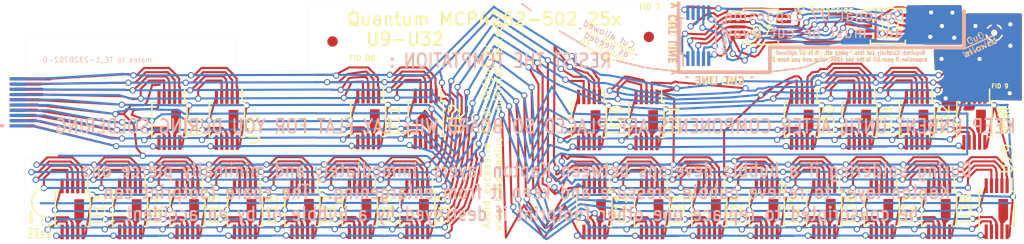
<source format=kicad_pcb>
(kicad_pcb (version 20171130) (host pcbnew 5.1.4-e60b266~84~ubuntu16.04.1)
  (layers (0 F.Cu signal) (31 B.Cu signal) (34 B.Paste user) (35 F.Paste user) (36 B.SilkS user) (37 F.SilkS user) (38 B.Mask user) (39 F.Mask user) (44 Edge.Cuts user))
  (net 0 "")
  (net 1 GNDD)
  (net 2 +5V)
  (net 3 "/MOSI(1)")
  (net 4 "/SCK(1)")
  (net 5 /8)
  (net 6 /U8-Pad8)
  (net 7 /U8-Pad7)
  (net 8 /U8-Pad5)
  (net 9 /U8-Pad6)
  (net 10 /1st_stage_guard_trace)
  (module Package_SO:MSOP-10_3x3mm_P0.5mm_flipped (layer F.Cu) (at 136.98982 100.97262 90)
    (fp_text reference U7footprint (at -0.24892 2.47142 90) (layer B.SilkS) (effects (font (size 0.4 0.4) (thickness 0.1)) (justify mirror)))
    (fp_text value MCP4262-502E/UN)
    (pad 10 smd rect (at 2.2 -1 90) (size 1.4 0.3) (layers B.Cu B.Paste B.Mask) (net 2 +5V))
    (pad 9 smd rect (at 2.2 -0.5 90) (size 1.4 0.3) (layers B.Cu B.Paste B.Mask))
    (pad 8 smd rect (at 2.2 0 90) (size 1.4 0.3) (layers B.Cu B.Paste B.Mask) (net 6 /U8-Pad8))
    (pad 7 smd rect (at 2.2 0.5 90) (size 1.4 0.3) (layers B.Cu B.Paste B.Mask) (net 7 /U8-Pad7))
    (pad 6 smd rect (at 2.2 1 90) (size 1.4 0.3) (layers B.Cu B.Paste B.Mask) (net 9 /U8-Pad6))
    (pad 5 smd rect (at -2.2 1 90) (size 1.4 0.3) (layers B.Cu B.Paste B.Mask) (net 8 /U8-Pad5))
    (pad 4 smd rect (at -2.2 0.5 90) (size 1.4 0.3) (layers B.Cu B.Paste B.Mask) (net 1 GNDD))
    (pad 3 smd rect (at -2.2 0 90) (size 1.4 0.3) (layers B.Cu B.Paste B.Mask) (net 3 "/MOSI(1)"))
    (pad 2 smd rect (at -2.2 -0.5 90) (size 1.4 0.3) (layers B.Cu B.Paste B.Mask) (net 4 "/SCK(1)"))
    (pad 1 smd rect (at -2.2 -1 90) (size 1.4 0.3) (layers B.Cu B.Paste B.Mask) (net 5 /8))
  )
  (module Package_SO:MSOP-10_3x3mm_P0.5mm (layer F.Cu) (at 142.95846 100.13264)
    (fp_text reference U7 (at 0.0918 0.40564) (layer F.SilkS))
    (fp_text value MCP4262-502E/UN)
    (pad 10 smd rect (at 2.2 -1) (size 1.4 0.3) (layers F.Cu F.Paste F.Mask) (net 2 +5V))
    (pad 9 smd rect (at 2.2 -0.5) (size 1.4 0.3) (layers F.Cu F.Paste F.Mask))
    (pad 8 smd rect (at 2.2 0) (size 1.4 0.3) (layers F.Cu F.Paste F.Mask) (net 6 /U8-Pad8))
    (pad 7 smd rect (at 2.2 0.5) (size 1.4 0.3) (layers F.Cu F.Paste F.Mask) (net 7 /U8-Pad7))
    (pad 6 smd rect (at 2.2 1) (size 1.4 0.3) (layers F.Cu F.Paste F.Mask) (net 9 /U8-Pad6))
    (pad 5 smd rect (at -2.2 1) (size 1.4 0.3) (layers F.Cu F.Paste F.Mask) (net 8 /U8-Pad5))
    (pad 4 smd rect (at -2.2 0.5) (size 1.4 0.3) (layers F.Cu F.Paste F.Mask) (net 1 GNDD))
    (pad 3 smd rect (at -2.2 0) (size 1.4 0.3) (layers F.Cu F.Paste F.Mask) (net 3 "/MOSI(1)"))
    (pad 2 smd rect (at -2.2 -0.5) (size 1.4 0.3) (layers F.Cu F.Paste F.Mask) (net 4 "/SCK(1)"))
    (pad 1 smd rect (at -2.2 -1) (size 1.4 0.3) (layers F.Cu F.Paste F.Mask) (net 5 /8))
  )
  (module Package_SO:MSOP-10_3x3mm_P0.5mm (layer F.Cu) (at 155.11526 100.04298)
    (fp_text reference U7 (at 0.27178 0.03556) (layer F.SilkS))
    (fp_text value MCP4262-502E/UN)
    (pad 1 smd rect (at -2.2 -1) (size 1.4 0.3) (layers F.Cu F.Paste F.Mask) (net 5 /8))
    (pad 2 smd rect (at -2.2 -0.5) (size 1.4 0.3) (layers F.Cu F.Paste F.Mask) (net 4 "/SCK(1)"))
    (pad 3 smd rect (at -2.2 0) (size 1.4 0.3) (layers F.Cu F.Paste F.Mask) (net 3 "/MOSI(1)"))
    (pad 4 smd rect (at -2.2 0.5) (size 1.4 0.3) (layers F.Cu F.Paste F.Mask) (net 1 GNDD))
    (pad 5 smd rect (at -2.2 1) (size 1.4 0.3) (layers F.Cu F.Paste F.Mask) (net 8 /U8-Pad5))
    (pad 6 smd rect (at 2.2 1) (size 1.4 0.3) (layers F.Cu F.Paste F.Mask) (net 9 /U8-Pad6))
    (pad 7 smd rect (at 2.2 0.5) (size 1.4 0.3) (layers F.Cu F.Paste F.Mask) (net 7 /U8-Pad7))
    (pad 8 smd rect (at 2.2 0) (size 1.4 0.3) (layers F.Cu F.Paste F.Mask) (net 6 /U8-Pad8))
    (pad 9 smd rect (at 2.2 -0.5) (size 1.4 0.3) (layers F.Cu F.Paste F.Mask))
    (pad 10 smd rect (at 2.2 -1) (size 1.4 0.3) (layers F.Cu F.Paste F.Mask) (net 2 +5V))
  )
  (module Fiducial:Fiducial_1mm_Mask3mm (layer F.Cu) (at 132.26542 101.09708)
    (fp_text reference "FID 7" (at 0.0889 -2.83972) (layer F.SilkS) (effects (font (size 0.5 0.5) (thickness 0.125))))
    (fp_text value Fiducial_1mm_Mask3mm)
    (pad "" smd circle (at 0 0) (size 1 1) (layers F.Cu F.Mask) (clearance 1))
  )
  (module Fiducial:Fiducial_1mm_Mask3mm (layer F.Cu) (at 102.02164 101.53142)
    (fp_text reference "FID 88" (at 2.84226 1.6002) (layer F.SilkS) (effects (font (size 0.5 0.5) (thickness 0.1))))
    (fp_text value Fiducial_1mm_Mask3mm)
    (pad "" smd circle (at 0 0) (size 1 1) (layers F.Cu F.Mask) (clearance 1))
  )
  (module Fiducial:Fiducial_1mm_Mask3mm (layer F.Cu) (at 165.94074 103.92156)
    (fp_text reference "FID 9" (at -0.10668 1.87706) (layer F.SilkS) (effects (font (size 0.4 0.4) (thickness 0.1))))
    (fp_text value Fiducial_1mm_Mask3mm)
    (pad "" smd circle (at 0 0) (size 1 1) (layers F.Cu F.Mask) (clearance 1))
  )
  (module multipackage:TE_1-2328702-0_card_edge (layer B.Cu) (at 71.54486 109.60672 270)
    (fp_text reference "mates to TE_1-2328702-0" (at -6.31762 -7.99778) (layer B.SilkS) (effects (font (size 0.5 0.5) (thickness 0.05)) (justify mirror)))
    (fp_text value VAL** hide)
    (pad 7 smd rect (at -3 -0.36 270) (size 0.3 1.5) (layers F.Cu F.Mask) (net 1 GNDD))
    (pad 9 smd rect (at -4 -0.36 270) (size 0.3 1.5) (layers F.Cu F.Mask) (net 4 "/SCK(1)"))
    (pad 4 smd rect (at -1.5 -0.36 270) (size 0.3 1.5) (layers F.Cu F.Mask) (net 8 /U8-Pad5))
    (pad 1 smd rect (at 0 -0.36 270) (size 0.3 1.5) (layers F.Cu F.Mask) (net 9 /U8-Pad6))
    (pad 3 smd rect (at -1 -0.36 270) (size 0.3 1.5) (layers F.Cu F.Mask) (net 6 /U8-Pad8))
    (pad 6 smd rect (at -2.5 -0.36 270) (size 0.3 1.5) (layers F.Cu F.Mask) (net 2 +5V))
    (pad 2 smd rect (at -0.5 -0.36 270) (size 0.3 1.5) (layers F.Cu F.Mask) (net 7 /U8-Pad7))
    (pad 5 smd rect (at -2 -0.36 270) (size 0.3 1.5) (layers F.Cu F.Mask) (net 10 /1st_stage_guard_trace))
    (pad 8 smd rect (at -3.5 -0.36 270) (size 0.3 1.5) (layers F.Cu F.Mask) (net 3 "/MOSI(1)"))
    (pad 10 smd rect (at -4.5 -0.36 270) (size 0.3 1.5) (layers F.Cu F.Mask) (net 5 /8))
    (pad 10 smd rect (at -4.5 -0.35 270) (size 0.3 1.5) (layers B.Cu B.Mask) (net 5 /8))
    (pad 9 smd rect (at -4 -0.35 270) (size 0.3 1.5) (layers B.Cu B.Mask) (net 4 "/SCK(1)"))
    (pad 8 smd rect (at -3.5 -0.35 270) (size 0.3 1.5) (layers B.Cu B.Mask) (net 3 "/MOSI(1)"))
    (pad 7 smd rect (at -3 -0.35 270) (size 0.3 1.5) (layers B.Cu B.Mask) (net 1 GNDD))
    (pad 6 smd rect (at -2.5 -0.35 270) (size 0.3 1.5) (layers B.Cu B.Mask) (net 2 +5V))
    (pad 5 smd rect (at -2 -0.35 270) (size 0.3 1.5) (layers B.Cu B.Mask) (net 10 /1st_stage_guard_trace))
    (pad 4 smd rect (at -1.5 -0.35 270) (size 0.3 1.5) (layers B.Cu B.Mask) (net 8 /U8-Pad5))
    (pad 3 smd rect (at -1 -0.35 270) (size 0.3 1.5) (layers B.Cu B.Mask) (net 6 /U8-Pad8))
    (pad 2 smd rect (at -0.5 -0.35 270) (size 0.3 1.5) (layers B.Cu B.Mask) (net 7 /U8-Pad7))
    (pad 1 smd rect (at 0 -0.35 270) (size 0.3 1.5) (layers B.Cu B.Mask) (net 9 /U8-Pad6))
  )
  (module Package_SO:MSOP-10_3x3mm_P0.5mm (layer F.Cu) (at 143.54302 117.53342 270)
    (fp_text reference U25 (at 0 -2.6 90) (layer F.SilkS))
    (fp_text value MCP4262-502E/UN)
    (pad 1 smd rect (at -2.2 -1 270) (size 1.4 0.3) (layers F.Cu F.Paste F.Mask) (net 5 /8))
    (pad 2 smd rect (at -2.2 -0.5 270) (size 1.4 0.3) (layers F.Cu F.Paste F.Mask) (net 4 "/SCK(1)"))
    (pad 3 smd rect (at -2.2 0 270) (size 1.4 0.3) (layers F.Cu F.Paste F.Mask) (net 3 "/MOSI(1)"))
    (pad 4 smd rect (at -2.2 0.5 270) (size 1.4 0.3) (layers F.Cu F.Paste F.Mask) (net 1 GNDD))
    (pad 5 smd rect (at -2.2 1 270) (size 1.4 0.3) (layers F.Cu F.Paste F.Mask) (net 8 /U8-Pad5))
    (pad 6 smd rect (at 2.2 1 270) (size 1.4 0.3) (layers F.Cu F.Paste F.Mask) (net 9 /U8-Pad6))
    (pad 7 smd rect (at 2.2 0.5 270) (size 1.4 0.3) (layers F.Cu F.Paste F.Mask) (net 7 /U8-Pad7))
    (pad 8 smd rect (at 2.2 0 270) (size 1.4 0.3) (layers F.Cu F.Paste F.Mask) (net 6 /U8-Pad8))
    (pad 9 smd rect (at 2.2 -0.5 270) (size 1.4 0.3) (layers F.Cu F.Paste F.Mask))
    (pad 10 smd rect (at 2.2 -1 270) (size 1.4 0.3) (layers F.Cu F.Paste F.Mask) (net 2 +5V))
  )
  (module Package_SO:MSOP-10_3x3mm_P0.5mm (layer F.Cu) (at 132.55752 117.54358 270)
    (fp_text reference U23 (at 0 -2.6 90) (layer F.SilkS))
    (fp_text value MCP4262-502E/UN)
    (pad 10 smd rect (at 2.2 -1 270) (size 1.4 0.3) (layers F.Cu F.Paste F.Mask) (net 2 +5V))
    (pad 9 smd rect (at 2.2 -0.5 270) (size 1.4 0.3) (layers F.Cu F.Paste F.Mask))
    (pad 8 smd rect (at 2.2 0 270) (size 1.4 0.3) (layers F.Cu F.Paste F.Mask) (net 6 /U8-Pad8))
    (pad 7 smd rect (at 2.2 0.5 270) (size 1.4 0.3) (layers F.Cu F.Paste F.Mask) (net 7 /U8-Pad7))
    (pad 6 smd rect (at 2.2 1 270) (size 1.4 0.3) (layers F.Cu F.Paste F.Mask) (net 9 /U8-Pad6))
    (pad 5 smd rect (at -2.2 1 270) (size 1.4 0.3) (layers F.Cu F.Paste F.Mask) (net 8 /U8-Pad5))
    (pad 4 smd rect (at -2.2 0.5 270) (size 1.4 0.3) (layers F.Cu F.Paste F.Mask) (net 1 GNDD))
    (pad 3 smd rect (at -2.2 0 270) (size 1.4 0.3) (layers F.Cu F.Paste F.Mask) (net 3 "/MOSI(1)"))
    (pad 2 smd rect (at -2.2 -0.5 270) (size 1.4 0.3) (layers F.Cu F.Paste F.Mask) (net 4 "/SCK(1)"))
    (pad 1 smd rect (at -2.2 -1 270) (size 1.4 0.3) (layers F.Cu F.Paste F.Mask) (net 5 /8))
  )
  (module Package_SO:MSOP-10_3x3mm_P0.5mm (layer F.Cu) (at 138.04646 117.53596 270)
    (fp_text reference U24 (at 0 -2.6 90) (layer F.SilkS))
    (fp_text value MCP4262-502E/UN)
    (pad 10 smd rect (at 2.2 -1 270) (size 1.4 0.3) (layers F.Cu F.Paste F.Mask) (net 2 +5V))
    (pad 9 smd rect (at 2.2 -0.5 270) (size 1.4 0.3) (layers F.Cu F.Paste F.Mask))
    (pad 8 smd rect (at 2.2 0 270) (size 1.4 0.3) (layers F.Cu F.Paste F.Mask) (net 6 /U8-Pad8))
    (pad 7 smd rect (at 2.2 0.5 270) (size 1.4 0.3) (layers F.Cu F.Paste F.Mask) (net 7 /U8-Pad7))
    (pad 6 smd rect (at 2.2 1 270) (size 1.4 0.3) (layers F.Cu F.Paste F.Mask) (net 9 /U8-Pad6))
    (pad 5 smd rect (at -2.2 1 270) (size 1.4 0.3) (layers F.Cu F.Paste F.Mask) (net 8 /U8-Pad5))
    (pad 4 smd rect (at -2.2 0.5 270) (size 1.4 0.3) (layers F.Cu F.Paste F.Mask) (net 1 GNDD))
    (pad 3 smd rect (at -2.2 0 270) (size 1.4 0.3) (layers F.Cu F.Paste F.Mask) (net 3 "/MOSI(1)"))
    (pad 2 smd rect (at -2.2 -0.5 270) (size 1.4 0.3) (layers F.Cu F.Paste F.Mask) (net 4 "/SCK(1)"))
    (pad 1 smd rect (at -2.2 -1 270) (size 1.4 0.3) (layers F.Cu F.Paste F.Mask) (net 5 /8))
  )
  (module Package_SO:MSOP-10_3x3mm_P0.5mm (layer F.Cu) (at 154.52852 117.52072 270)
    (fp_text reference U27 (at 0 -2.6 90) (layer F.SilkS))
    (fp_text value MCP4262-502E/UN)
    (pad 10 smd rect (at 2.2 -1 270) (size 1.4 0.3) (layers F.Cu F.Paste F.Mask) (net 2 +5V))
    (pad 9 smd rect (at 2.2 -0.5 270) (size 1.4 0.3) (layers F.Cu F.Paste F.Mask))
    (pad 8 smd rect (at 2.2 0 270) (size 1.4 0.3) (layers F.Cu F.Paste F.Mask) (net 6 /U8-Pad8))
    (pad 7 smd rect (at 2.2 0.5 270) (size 1.4 0.3) (layers F.Cu F.Paste F.Mask) (net 7 /U8-Pad7))
    (pad 6 smd rect (at 2.2 1 270) (size 1.4 0.3) (layers F.Cu F.Paste F.Mask) (net 9 /U8-Pad6))
    (pad 5 smd rect (at -2.2 1 270) (size 1.4 0.3) (layers F.Cu F.Paste F.Mask) (net 8 /U8-Pad5))
    (pad 4 smd rect (at -2.2 0.5 270) (size 1.4 0.3) (layers F.Cu F.Paste F.Mask) (net 1 GNDD))
    (pad 3 smd rect (at -2.2 0 270) (size 1.4 0.3) (layers F.Cu F.Paste F.Mask) (net 3 "/MOSI(1)"))
    (pad 2 smd rect (at -2.2 -0.5 270) (size 1.4 0.3) (layers F.Cu F.Paste F.Mask) (net 4 "/SCK(1)"))
    (pad 1 smd rect (at -2.2 -1 270) (size 1.4 0.3) (layers F.Cu F.Paste F.Mask) (net 5 /8))
  )
  (module Package_SO:MSOP-10_3x3mm_P0.5mm (layer F.Cu) (at 127.06096 117.54612 270)
    (fp_text reference U22 (at 0 -2.6 90) (layer F.SilkS))
    (fp_text value MCP4262-502E/UN)
    (pad 1 smd rect (at -2.2 -1 270) (size 1.4 0.3) (layers F.Cu F.Paste F.Mask) (net 5 /8))
    (pad 2 smd rect (at -2.2 -0.5 270) (size 1.4 0.3) (layers F.Cu F.Paste F.Mask) (net 4 "/SCK(1)"))
    (pad 3 smd rect (at -2.2 0 270) (size 1.4 0.3) (layers F.Cu F.Paste F.Mask) (net 3 "/MOSI(1)"))
    (pad 4 smd rect (at -2.2 0.5 270) (size 1.4 0.3) (layers F.Cu F.Paste F.Mask) (net 1 GNDD))
    (pad 5 smd rect (at -2.2 1 270) (size 1.4 0.3) (layers F.Cu F.Paste F.Mask) (net 8 /U8-Pad5))
    (pad 6 smd rect (at 2.2 1 270) (size 1.4 0.3) (layers F.Cu F.Paste F.Mask) (net 9 /U8-Pad6))
    (pad 7 smd rect (at 2.2 0.5 270) (size 1.4 0.3) (layers F.Cu F.Paste F.Mask) (net 7 /U8-Pad7))
    (pad 8 smd rect (at 2.2 0 270) (size 1.4 0.3) (layers F.Cu F.Paste F.Mask) (net 6 /U8-Pad8))
    (pad 9 smd rect (at 2.2 -0.5 270) (size 1.4 0.3) (layers F.Cu F.Paste F.Mask))
    (pad 10 smd rect (at 2.2 -1 270) (size 1.4 0.3) (layers F.Cu F.Paste F.Mask) (net 2 +5V))
  )
  (module Package_SO:MSOP-10_3x3mm_P0.5mm (layer F.Cu) (at 149.03196 117.52326 270)
    (fp_text reference U26 (at 0 -2.6 90) (layer F.SilkS))
    (fp_text value MCP4262-502E/UN)
    (pad 1 smd rect (at -2.2 -1 270) (size 1.4 0.3) (layers F.Cu F.Paste F.Mask) (net 5 /8))
    (pad 2 smd rect (at -2.2 -0.5 270) (size 1.4 0.3) (layers F.Cu F.Paste F.Mask) (net 4 "/SCK(1)"))
    (pad 3 smd rect (at -2.2 0 270) (size 1.4 0.3) (layers F.Cu F.Paste F.Mask) (net 3 "/MOSI(1)"))
    (pad 4 smd rect (at -2.2 0.5 270) (size 1.4 0.3) (layers F.Cu F.Paste F.Mask) (net 1 GNDD))
    (pad 5 smd rect (at -2.2 1 270) (size 1.4 0.3) (layers F.Cu F.Paste F.Mask) (net 8 /U8-Pad5))
    (pad 6 smd rect (at 2.2 1 270) (size 1.4 0.3) (layers F.Cu F.Paste F.Mask) (net 9 /U8-Pad6))
    (pad 7 smd rect (at 2.2 0.5 270) (size 1.4 0.3) (layers F.Cu F.Paste F.Mask) (net 7 /U8-Pad7))
    (pad 8 smd rect (at 2.2 0 270) (size 1.4 0.3) (layers F.Cu F.Paste F.Mask) (net 6 /U8-Pad8))
    (pad 9 smd rect (at 2.2 -0.5 270) (size 1.4 0.3) (layers F.Cu F.Paste F.Mask))
    (pad 10 smd rect (at 2.2 -1 270) (size 1.4 0.3) (layers F.Cu F.Paste F.Mask) (net 2 +5V))
  )
  (module Package_SO:MSOP-10_3x3mm_P0.5mm (layer F.Cu) (at 165.52418 117.5258 270)
    (fp_text reference U29 (at -4.7752 -1.016 90) (layer F.SilkS))
    (fp_text value MCP4262-502E/UN)
    (pad 1 smd rect (at -2.2 -1 270) (size 1.4 0.3) (layers F.Cu F.Paste F.Mask) (net 5 /8))
    (pad 2 smd rect (at -2.2 -0.5 270) (size 1.4 0.3) (layers F.Cu F.Paste F.Mask) (net 4 "/SCK(1)"))
    (pad 3 smd rect (at -2.2 0 270) (size 1.4 0.3) (layers F.Cu F.Paste F.Mask) (net 3 "/MOSI(1)"))
    (pad 4 smd rect (at -2.2 0.5 270) (size 1.4 0.3) (layers F.Cu F.Paste F.Mask) (net 1 GNDD))
    (pad 5 smd rect (at -2.2 1 270) (size 1.4 0.3) (layers F.Cu F.Paste F.Mask) (net 8 /U8-Pad5))
    (pad 6 smd rect (at 2.2 1 270) (size 1.4 0.3) (layers F.Cu F.Paste F.Mask) (net 9 /U8-Pad6))
    (pad 7 smd rect (at 2.2 0.5 270) (size 1.4 0.3) (layers F.Cu F.Paste F.Mask) (net 7 /U8-Pad7))
    (pad 8 smd rect (at 2.2 0 270) (size 1.4 0.3) (layers F.Cu F.Paste F.Mask) (net 6 /U8-Pad8))
    (pad 9 smd rect (at 2.2 -0.5 270) (size 1.4 0.3) (layers F.Cu F.Paste F.Mask))
    (pad 10 smd rect (at 2.2 -1 270) (size 1.4 0.3) (layers F.Cu F.Paste F.Mask) (net 2 +5V))
  )
  (module Package_SO:MSOP-10_3x3mm_P0.5mm (layer F.Cu) (at 160.02762 117.52834 270)
    (fp_text reference U28 (at 0 -2.6 90) (layer F.SilkS))
    (fp_text value MCP4262-502E/UN)
    (pad 10 smd rect (at 2.2 -1 270) (size 1.4 0.3) (layers F.Cu F.Paste F.Mask) (net 2 +5V))
    (pad 9 smd rect (at 2.2 -0.5 270) (size 1.4 0.3) (layers F.Cu F.Paste F.Mask))
    (pad 8 smd rect (at 2.2 0 270) (size 1.4 0.3) (layers F.Cu F.Paste F.Mask) (net 6 /U8-Pad8))
    (pad 7 smd rect (at 2.2 0.5 270) (size 1.4 0.3) (layers F.Cu F.Paste F.Mask) (net 7 /U8-Pad7))
    (pad 6 smd rect (at 2.2 1 270) (size 1.4 0.3) (layers F.Cu F.Paste F.Mask) (net 9 /U8-Pad6))
    (pad 5 smd rect (at -2.2 1 270) (size 1.4 0.3) (layers F.Cu F.Paste F.Mask) (net 8 /U8-Pad5))
    (pad 4 smd rect (at -2.2 0.5 270) (size 1.4 0.3) (layers F.Cu F.Paste F.Mask) (net 1 GNDD))
    (pad 3 smd rect (at -2.2 0 270) (size 1.4 0.3) (layers F.Cu F.Paste F.Mask) (net 3 "/MOSI(1)"))
    (pad 2 smd rect (at -2.2 -0.5 270) (size 1.4 0.3) (layers F.Cu F.Paste F.Mask) (net 4 "/SCK(1)"))
    (pad 1 smd rect (at -2.2 -1 270) (size 1.4 0.3) (layers F.Cu F.Paste F.Mask) (net 5 /8))
  )
  (module Package_SO:MSOP-10_3x3mm_P0.5mm (layer F.Cu) (at 99.13366 117.52326 270)
    (fp_text reference U17 (at 0 -2.6 90) (layer F.SilkS))
    (fp_text value MCP4262-502E/UN)
    (pad 10 smd rect (at 2.2 -1 270) (size 1.4 0.3) (layers F.Cu F.Paste F.Mask) (net 2 +5V))
    (pad 9 smd rect (at 2.2 -0.5 270) (size 1.4 0.3) (layers F.Cu F.Paste F.Mask))
    (pad 8 smd rect (at 2.2 0 270) (size 1.4 0.3) (layers F.Cu F.Paste F.Mask) (net 6 /U8-Pad8))
    (pad 7 smd rect (at 2.2 0.5 270) (size 1.4 0.3) (layers F.Cu F.Paste F.Mask) (net 7 /U8-Pad7))
    (pad 6 smd rect (at 2.2 1 270) (size 1.4 0.3) (layers F.Cu F.Paste F.Mask) (net 9 /U8-Pad6))
    (pad 5 smd rect (at -2.2 1 270) (size 1.4 0.3) (layers F.Cu F.Paste F.Mask) (net 8 /U8-Pad5))
    (pad 4 smd rect (at -2.2 0.5 270) (size 1.4 0.3) (layers F.Cu F.Paste F.Mask) (net 1 GNDD))
    (pad 3 smd rect (at -2.2 0 270) (size 1.4 0.3) (layers F.Cu F.Paste F.Mask) (net 3 "/MOSI(1)"))
    (pad 2 smd rect (at -2.2 -0.5 270) (size 1.4 0.3) (layers F.Cu F.Paste F.Mask) (net 4 "/SCK(1)"))
    (pad 1 smd rect (at -2.2 -1 270) (size 1.4 0.3) (layers F.Cu F.Paste F.Mask) (net 5 /8))
  )
  (module Package_SO:MSOP-10_3x3mm_P0.5mm (layer F.Cu) (at 104.63022 117.52072 270)
    (fp_text reference U18 (at 0 -2.6 90) (layer F.SilkS))
    (fp_text value MCP4262-502E/UN)
    (pad 1 smd rect (at -2.2 -1 270) (size 1.4 0.3) (layers F.Cu F.Paste F.Mask) (net 5 /8))
    (pad 2 smd rect (at -2.2 -0.5 270) (size 1.4 0.3) (layers F.Cu F.Paste F.Mask) (net 4 "/SCK(1)"))
    (pad 3 smd rect (at -2.2 0 270) (size 1.4 0.3) (layers F.Cu F.Paste F.Mask) (net 3 "/MOSI(1)"))
    (pad 4 smd rect (at -2.2 0.5 270) (size 1.4 0.3) (layers F.Cu F.Paste F.Mask) (net 1 GNDD))
    (pad 5 smd rect (at -2.2 1 270) (size 1.4 0.3) (layers F.Cu F.Paste F.Mask) (net 8 /U8-Pad5))
    (pad 6 smd rect (at 2.2 1 270) (size 1.4 0.3) (layers F.Cu F.Paste F.Mask) (net 9 /U8-Pad6))
    (pad 7 smd rect (at 2.2 0.5 270) (size 1.4 0.3) (layers F.Cu F.Paste F.Mask) (net 7 /U8-Pad7))
    (pad 8 smd rect (at 2.2 0 270) (size 1.4 0.3) (layers F.Cu F.Paste F.Mask) (net 6 /U8-Pad8))
    (pad 9 smd rect (at 2.2 -0.5 270) (size 1.4 0.3) (layers F.Cu F.Paste F.Mask))
    (pad 10 smd rect (at 2.2 -1 270) (size 1.4 0.3) (layers F.Cu F.Paste F.Mask) (net 2 +5V))
  )
  (module Package_SO:MSOP-10_3x3mm_P0.5mm (layer F.Cu) (at 93.64472 117.53342 270)
    (fp_text reference U16 (at 0 -2.6 90) (layer F.SilkS))
    (fp_text value MCP4262-502E/UN)
    (pad 10 smd rect (at 2.2 -1 270) (size 1.4 0.3) (layers F.Cu F.Paste F.Mask) (net 2 +5V))
    (pad 9 smd rect (at 2.2 -0.5 270) (size 1.4 0.3) (layers F.Cu F.Paste F.Mask))
    (pad 8 smd rect (at 2.2 0 270) (size 1.4 0.3) (layers F.Cu F.Paste F.Mask) (net 6 /U8-Pad8))
    (pad 7 smd rect (at 2.2 0.5 270) (size 1.4 0.3) (layers F.Cu F.Paste F.Mask) (net 7 /U8-Pad7))
    (pad 6 smd rect (at 2.2 1 270) (size 1.4 0.3) (layers F.Cu F.Paste F.Mask) (net 9 /U8-Pad6))
    (pad 5 smd rect (at -2.2 1 270) (size 1.4 0.3) (layers F.Cu F.Paste F.Mask) (net 8 /U8-Pad5))
    (pad 4 smd rect (at -2.2 0.5 270) (size 1.4 0.3) (layers F.Cu F.Paste F.Mask) (net 1 GNDD))
    (pad 3 smd rect (at -2.2 0 270) (size 1.4 0.3) (layers F.Cu F.Paste F.Mask) (net 3 "/MOSI(1)"))
    (pad 2 smd rect (at -2.2 -0.5 270) (size 1.4 0.3) (layers F.Cu F.Paste F.Mask) (net 4 "/SCK(1)"))
    (pad 1 smd rect (at -2.2 -1 270) (size 1.4 0.3) (layers F.Cu F.Paste F.Mask) (net 5 /8))
  )
  (module Package_SO:MSOP-10_3x3mm_P0.5mm (layer F.Cu) (at 88.14816 117.53596 270)
    (fp_text reference U15 (at 0 -2.6 90) (layer F.SilkS))
    (fp_text value MCP4262-502E/UN)
    (pad 1 smd rect (at -2.2 -1 270) (size 1.4 0.3) (layers F.Cu F.Paste F.Mask) (net 5 /8))
    (pad 2 smd rect (at -2.2 -0.5 270) (size 1.4 0.3) (layers F.Cu F.Paste F.Mask) (net 4 "/SCK(1)"))
    (pad 3 smd rect (at -2.2 0 270) (size 1.4 0.3) (layers F.Cu F.Paste F.Mask) (net 3 "/MOSI(1)"))
    (pad 4 smd rect (at -2.2 0.5 270) (size 1.4 0.3) (layers F.Cu F.Paste F.Mask) (net 1 GNDD))
    (pad 5 smd rect (at -2.2 1 270) (size 1.4 0.3) (layers F.Cu F.Paste F.Mask) (net 8 /U8-Pad5))
    (pad 6 smd rect (at 2.2 1 270) (size 1.4 0.3) (layers F.Cu F.Paste F.Mask) (net 9 /U8-Pad6))
    (pad 7 smd rect (at 2.2 0.5 270) (size 1.4 0.3) (layers F.Cu F.Paste F.Mask) (net 7 /U8-Pad7))
    (pad 8 smd rect (at 2.2 0 270) (size 1.4 0.3) (layers F.Cu F.Paste F.Mask) (net 6 /U8-Pad8))
    (pad 9 smd rect (at 2.2 -0.5 270) (size 1.4 0.3) (layers F.Cu F.Paste F.Mask))
    (pad 10 smd rect (at 2.2 -1 270) (size 1.4 0.3) (layers F.Cu F.Paste F.Mask) (net 2 +5V))
  )
  (module Package_SO:MSOP-10_3x3mm_P0.5mm (layer F.Cu) (at 77.16266 117.54612 270)
    (fp_text reference U13 (at 0 -2.6 270) (layer F.SilkS))
    (fp_text value MCP4262-502E/UN)
    (pad 10 smd rect (at 2.2 -1 270) (size 1.4 0.3) (layers F.Cu F.Paste F.Mask) (net 2 +5V))
    (pad 9 smd rect (at 2.2 -0.5 270) (size 1.4 0.3) (layers F.Cu F.Paste F.Mask))
    (pad 8 smd rect (at 2.2 0 270) (size 1.4 0.3) (layers F.Cu F.Paste F.Mask) (net 6 /U8-Pad8))
    (pad 7 smd rect (at 2.2 0.5 270) (size 1.4 0.3) (layers F.Cu F.Paste F.Mask) (net 7 /U8-Pad7))
    (pad 6 smd rect (at 2.2 1 270) (size 1.4 0.3) (layers F.Cu F.Paste F.Mask) (net 9 /U8-Pad6))
    (pad 5 smd rect (at -2.2 1 270) (size 1.4 0.3) (layers F.Cu F.Paste F.Mask) (net 8 /U8-Pad5))
    (pad 4 smd rect (at -2.2 0.5 270) (size 1.4 0.3) (layers F.Cu F.Paste F.Mask) (net 1 GNDD))
    (pad 3 smd rect (at -2.2 0 270) (size 1.4 0.3) (layers F.Cu F.Paste F.Mask) (net 3 "/MOSI(1)"))
    (pad 2 smd rect (at -2.2 -0.5 270) (size 1.4 0.3) (layers F.Cu F.Paste F.Mask) (net 4 "/SCK(1)"))
    (pad 1 smd rect (at -2.2 -1 270) (size 1.4 0.3) (layers F.Cu F.Paste F.Mask) (net 5 /8))
  )
  (module Package_SO:MSOP-10_3x3mm_P0.5mm (layer F.Cu) (at 82.65922 117.54358 270)
    (fp_text reference U14 (at 0 -2.6 90) (layer F.SilkS))
    (fp_text value MCP4262-502E/UN)
    (pad 1 smd rect (at -2.2 -1 270) (size 1.4 0.3) (layers F.Cu F.Paste F.Mask) (net 5 /8))
    (pad 2 smd rect (at -2.2 -0.5 270) (size 1.4 0.3) (layers F.Cu F.Paste F.Mask) (net 4 "/SCK(1)"))
    (pad 3 smd rect (at -2.2 0 270) (size 1.4 0.3) (layers F.Cu F.Paste F.Mask) (net 3 "/MOSI(1)"))
    (pad 4 smd rect (at -2.2 0.5 270) (size 1.4 0.3) (layers F.Cu F.Paste F.Mask) (net 1 GNDD))
    (pad 5 smd rect (at -2.2 1 270) (size 1.4 0.3) (layers F.Cu F.Paste F.Mask) (net 8 /U8-Pad5))
    (pad 6 smd rect (at 2.2 1 270) (size 1.4 0.3) (layers F.Cu F.Paste F.Mask) (net 9 /U8-Pad6))
    (pad 7 smd rect (at 2.2 0.5 270) (size 1.4 0.3) (layers F.Cu F.Paste F.Mask) (net 7 /U8-Pad7))
    (pad 8 smd rect (at 2.2 0 270) (size 1.4 0.3) (layers F.Cu F.Paste F.Mask) (net 6 /U8-Pad8))
    (pad 9 smd rect (at 2.2 -0.5 270) (size 1.4 0.3) (layers F.Cu F.Paste F.Mask))
    (pad 10 smd rect (at 2.2 -1 270) (size 1.4 0.3) (layers F.Cu F.Paste F.Mask) (net 2 +5V))
  )
  (module Package_SO:MSOP-10_3x3mm_P0.5mm (layer F.Cu) (at 126.5428 109.03458 270)
    (fp_text reference U20 (at 0 -2.6 90) (layer F.SilkS))
    (fp_text value MCP4262-502E/UN)
    (pad 10 smd rect (at 2.2 -1 270) (size 1.4 0.3) (layers F.Cu F.Paste F.Mask) (net 2 +5V))
    (pad 9 smd rect (at 2.2 -0.5 270) (size 1.4 0.3) (layers F.Cu F.Paste F.Mask))
    (pad 8 smd rect (at 2.2 0 270) (size 1.4 0.3) (layers F.Cu F.Paste F.Mask) (net 6 /U8-Pad8))
    (pad 7 smd rect (at 2.2 0.5 270) (size 1.4 0.3) (layers F.Cu F.Paste F.Mask) (net 7 /U8-Pad7))
    (pad 6 smd rect (at 2.2 1 270) (size 1.4 0.3) (layers F.Cu F.Paste F.Mask) (net 9 /U8-Pad6))
    (pad 5 smd rect (at -2.2 1 270) (size 1.4 0.3) (layers F.Cu F.Paste F.Mask) (net 8 /U8-Pad5))
    (pad 4 smd rect (at -2.2 0.5 270) (size 1.4 0.3) (layers F.Cu F.Paste F.Mask) (net 1 GNDD))
    (pad 3 smd rect (at -2.2 0 270) (size 1.4 0.3) (layers F.Cu F.Paste F.Mask) (net 3 "/MOSI(1)"))
    (pad 2 smd rect (at -2.2 -0.5 270) (size 1.4 0.3) (layers F.Cu F.Paste F.Mask) (net 4 "/SCK(1)"))
    (pad 1 smd rect (at -2.2 -1 270) (size 1.4 0.3) (layers F.Cu F.Paste F.Mask) (net 5 /8))
  )
  (module Package_SO:MSOP-10_3x3mm_P0.5mm (layer F.Cu) (at 132.03936 109.03204 270)
    (fp_text reference U21 (at 0 -2.6 90) (layer F.SilkS))
    (fp_text value MCP4262-502E/UN)
    (pad 1 smd rect (at -2.2 -1 270) (size 1.4 0.3) (layers F.Cu F.Paste F.Mask) (net 5 /8))
    (pad 2 smd rect (at -2.2 -0.5 270) (size 1.4 0.3) (layers F.Cu F.Paste F.Mask) (net 4 "/SCK(1)"))
    (pad 3 smd rect (at -2.2 0 270) (size 1.4 0.3) (layers F.Cu F.Paste F.Mask) (net 3 "/MOSI(1)"))
    (pad 4 smd rect (at -2.2 0.5 270) (size 1.4 0.3) (layers F.Cu F.Paste F.Mask) (net 1 GNDD))
    (pad 5 smd rect (at -2.2 1 270) (size 1.4 0.3) (layers F.Cu F.Paste F.Mask) (net 8 /U8-Pad5))
    (pad 6 smd rect (at 2.2 1 270) (size 1.4 0.3) (layers F.Cu F.Paste F.Mask) (net 9 /U8-Pad6))
    (pad 7 smd rect (at 2.2 0.5 270) (size 1.4 0.3) (layers F.Cu F.Paste F.Mask) (net 7 /U8-Pad7))
    (pad 8 smd rect (at 2.2 0 270) (size 1.4 0.3) (layers F.Cu F.Paste F.Mask) (net 6 /U8-Pad8))
    (pad 9 smd rect (at 2.2 -0.5 270) (size 1.4 0.3) (layers F.Cu F.Paste F.Mask))
    (pad 10 smd rect (at 2.2 -1 270) (size 1.4 0.3) (layers F.Cu F.Paste F.Mask) (net 2 +5V))
  )
  (module Package_SO:MSOP-10_3x3mm_P0.5mm (layer F.Cu) (at 157.89656 108.98378 270)
    (fp_text reference U32 (at 0 -2.6 90) (layer F.SilkS))
    (fp_text value MCP4262-502E/UN)
    (pad 10 smd rect (at 2.2 -1 270) (size 1.4 0.3) (layers F.Cu F.Paste F.Mask) (net 2 +5V))
    (pad 9 smd rect (at 2.2 -0.5 270) (size 1.4 0.3) (layers F.Cu F.Paste F.Mask))
    (pad 8 smd rect (at 2.2 0 270) (size 1.4 0.3) (layers F.Cu F.Paste F.Mask) (net 6 /U8-Pad8))
    (pad 7 smd rect (at 2.2 0.5 270) (size 1.4 0.3) (layers F.Cu F.Paste F.Mask) (net 7 /U8-Pad7))
    (pad 6 smd rect (at 2.2 1 270) (size 1.4 0.3) (layers F.Cu F.Paste F.Mask) (net 9 /U8-Pad6))
    (pad 5 smd rect (at -2.2 1 270) (size 1.4 0.3) (layers F.Cu F.Paste F.Mask) (net 8 /U8-Pad5))
    (pad 4 smd rect (at -2.2 0.5 270) (size 1.4 0.3) (layers F.Cu F.Paste F.Mask) (net 1 GNDD))
    (pad 3 smd rect (at -2.2 0 270) (size 1.4 0.3) (layers F.Cu F.Paste F.Mask) (net 3 "/MOSI(1)"))
    (pad 2 smd rect (at -2.2 -0.5 270) (size 1.4 0.3) (layers F.Cu F.Paste F.Mask) (net 4 "/SCK(1)"))
    (pad 1 smd rect (at -2.2 -1 270) (size 1.4 0.3) (layers F.Cu F.Paste F.Mask) (net 5 /8))
  )
  (module Package_SO:MSOP-10_3x3mm_P0.5mm (layer F.Cu) (at 163.39312 108.98124 270)
    (fp_text reference SPARE (at 0.0254 -2.84226 270) (layer F.SilkS) (effects (font (size 1 0.6))))
    (fp_text value MCP4262-502E/UN)
    (pad 1 smd rect (at -2.2 -1 270) (size 1.4 0.3) (layers F.Cu F.Paste F.Mask) (net 5 /8))
    (pad 2 smd rect (at -2.2 -0.5 270) (size 1.4 0.3) (layers F.Cu F.Paste F.Mask) (net 4 "/SCK(1)"))
    (pad 3 smd rect (at -2.2 0 270) (size 1.4 0.3) (layers F.Cu F.Paste F.Mask) (net 3 "/MOSI(1)"))
    (pad 4 smd rect (at -2.2 0.5 270) (size 1.4 0.3) (layers F.Cu F.Paste F.Mask) (net 1 GNDD))
    (pad 5 smd rect (at -2.2 1 270) (size 1.4 0.3) (layers F.Cu F.Paste F.Mask) (net 8 /U8-Pad5))
    (pad 6 smd rect (at 2.2 1 270) (size 1.4 0.3) (layers F.Cu F.Paste F.Mask) (net 9 /U8-Pad6))
    (pad 7 smd rect (at 2.2 0.5 270) (size 1.4 0.3) (layers F.Cu F.Paste F.Mask) (net 7 /U8-Pad7))
    (pad 8 smd rect (at 2.2 0 270) (size 1.4 0.3) (layers F.Cu F.Paste F.Mask) (net 6 /U8-Pad8))
    (pad 9 smd rect (at 2.2 -0.5 270) (size 1.4 0.3) (layers F.Cu F.Paste F.Mask))
    (pad 10 smd rect (at 2.2 -1 270) (size 1.4 0.3) (layers F.Cu F.Paste F.Mask) (net 2 +5V))
  )
  (module Package_SO:MSOP-10_3x3mm_P0.5mm (layer F.Cu) (at 152.40762 108.99394 270)
    (fp_text reference U31 (at 0 -2.6 90) (layer F.SilkS))
    (fp_text value MCP4262-502E/UN)
    (pad 10 smd rect (at 2.2 -1 270) (size 1.4 0.3) (layers F.Cu F.Paste F.Mask) (net 2 +5V))
    (pad 9 smd rect (at 2.2 -0.5 270) (size 1.4 0.3) (layers F.Cu F.Paste F.Mask))
    (pad 8 smd rect (at 2.2 0 270) (size 1.4 0.3) (layers F.Cu F.Paste F.Mask) (net 6 /U8-Pad8))
    (pad 7 smd rect (at 2.2 0.5 270) (size 1.4 0.3) (layers F.Cu F.Paste F.Mask) (net 7 /U8-Pad7))
    (pad 6 smd rect (at 2.2 1 270) (size 1.4 0.3) (layers F.Cu F.Paste F.Mask) (net 9 /U8-Pad6))
    (pad 5 smd rect (at -2.2 1 270) (size 1.4 0.3) (layers F.Cu F.Paste F.Mask) (net 8 /U8-Pad5))
    (pad 4 smd rect (at -2.2 0.5 270) (size 1.4 0.3) (layers F.Cu F.Paste F.Mask) (net 1 GNDD))
    (pad 3 smd rect (at -2.2 0 270) (size 1.4 0.3) (layers F.Cu F.Paste F.Mask) (net 3 "/MOSI(1)"))
    (pad 2 smd rect (at -2.2 -0.5 270) (size 1.4 0.3) (layers F.Cu F.Paste F.Mask) (net 4 "/SCK(1)"))
    (pad 1 smd rect (at -2.2 -1 270) (size 1.4 0.3) (layers F.Cu F.Paste F.Mask) (net 5 /8))
  )
  (module Package_SO:MSOP-10_3x3mm_P0.5mm (layer F.Cu) (at 146.91106 108.99648 270)
    (fp_text reference U30 (at 0 -2.6 90) (layer F.SilkS))
    (fp_text value MCP4262-502E/UN)
    (pad 1 smd rect (at -2.2 -1 270) (size 1.4 0.3) (layers F.Cu F.Paste F.Mask) (net 5 /8))
    (pad 2 smd rect (at -2.2 -0.5 270) (size 1.4 0.3) (layers F.Cu F.Paste F.Mask) (net 4 "/SCK(1)"))
    (pad 3 smd rect (at -2.2 0 270) (size 1.4 0.3) (layers F.Cu F.Paste F.Mask) (net 3 "/MOSI(1)"))
    (pad 4 smd rect (at -2.2 0.5 270) (size 1.4 0.3) (layers F.Cu F.Paste F.Mask) (net 1 GNDD))
    (pad 5 smd rect (at -2.2 1 270) (size 1.4 0.3) (layers F.Cu F.Paste F.Mask) (net 8 /U8-Pad5))
    (pad 6 smd rect (at 2.2 1 270) (size 1.4 0.3) (layers F.Cu F.Paste F.Mask) (net 9 /U8-Pad6))
    (pad 7 smd rect (at 2.2 0.5 270) (size 1.4 0.3) (layers F.Cu F.Paste F.Mask) (net 7 /U8-Pad7))
    (pad 8 smd rect (at 2.2 0 270) (size 1.4 0.3) (layers F.Cu F.Paste F.Mask) (net 6 /U8-Pad8))
    (pad 9 smd rect (at 2.2 -0.5 270) (size 1.4 0.3) (layers F.Cu F.Paste F.Mask))
    (pad 10 smd rect (at 2.2 -1 270) (size 1.4 0.3) (layers F.Cu F.Paste F.Mask) (net 2 +5V))
  )
  (module Package_SO:MSOP-10_3x3mm_P0.5mm (layer F.Cu) (at 105.43286 108.94568 270)
    (fp_text reference U11 (at 0.14478 -2.47904 270) (layer F.SilkS))
    (fp_text value MCP4262-502E/UN)
    (pad 1 smd rect (at -2.2 -1 270) (size 1.4 0.3) (layers F.Cu F.Paste F.Mask) (net 5 /8))
    (pad 2 smd rect (at -2.2 -0.5 270) (size 1.4 0.3) (layers F.Cu F.Paste F.Mask) (net 4 "/SCK(1)"))
    (pad 3 smd rect (at -2.2 0 270) (size 1.4 0.3) (layers F.Cu F.Paste F.Mask) (net 3 "/MOSI(1)"))
    (pad 4 smd rect (at -2.2 0.5 270) (size 1.4 0.3) (layers F.Cu F.Paste F.Mask) (net 1 GNDD))
    (pad 5 smd rect (at -2.2 1 270) (size 1.4 0.3) (layers F.Cu F.Paste F.Mask) (net 8 /U8-Pad5))
    (pad 6 smd rect (at 2.2 1 270) (size 1.4 0.3) (layers F.Cu F.Paste F.Mask) (net 9 /U8-Pad6))
    (pad 7 smd rect (at 2.2 0.5 270) (size 1.4 0.3) (layers F.Cu F.Paste F.Mask) (net 7 /U8-Pad7))
    (pad 8 smd rect (at 2.2 0 270) (size 1.4 0.3) (layers F.Cu F.Paste F.Mask) (net 6 /U8-Pad8))
    (pad 9 smd rect (at 2.2 -0.5 270) (size 1.4 0.3) (layers F.Cu F.Paste F.Mask))
    (pad 10 smd rect (at 2.2 -1 270) (size 1.4 0.3) (layers F.Cu F.Paste F.Mask) (net 2 +5V))
  )
  (module Package_SO:MSOP-10_3x3mm_P0.5mm (layer F.Cu) (at 110.92942 108.94314 270)
    (fp_text reference U12 (at -0.03048 -2.7559 270) (layer F.SilkS))
    (fp_text value MCP4262-502E/UN)
    (pad 10 smd rect (at 2.2 -1 270) (size 1.4 0.3) (layers F.Cu F.Paste F.Mask) (net 2 +5V))
    (pad 9 smd rect (at 2.2 -0.5 270) (size 1.4 0.3) (layers F.Cu F.Paste F.Mask))
    (pad 8 smd rect (at 2.2 0 270) (size 1.4 0.3) (layers F.Cu F.Paste F.Mask) (net 6 /U8-Pad8))
    (pad 7 smd rect (at 2.2 0.5 270) (size 1.4 0.3) (layers F.Cu F.Paste F.Mask) (net 7 /U8-Pad7))
    (pad 6 smd rect (at 2.2 1 270) (size 1.4 0.3) (layers F.Cu F.Paste F.Mask) (net 9 /U8-Pad6))
    (pad 5 smd rect (at -2.2 1 270) (size 1.4 0.3) (layers F.Cu F.Paste F.Mask) (net 8 /U8-Pad5))
    (pad 4 smd rect (at -2.2 0.5 270) (size 1.4 0.3) (layers F.Cu F.Paste F.Mask) (net 1 GNDD))
    (pad 3 smd rect (at -2.2 0 270) (size 1.4 0.3) (layers F.Cu F.Paste F.Mask) (net 3 "/MOSI(1)"))
    (pad 2 smd rect (at -2.2 -0.5 270) (size 1.4 0.3) (layers F.Cu F.Paste F.Mask) (net 4 "/SCK(1)"))
    (pad 1 smd rect (at -2.2 -1 270) (size 1.4 0.3) (layers F.Cu F.Paste F.Mask) (net 5 /8))
  )
  (module Package_SO:MSOP-10_3x3mm_P0.5mm (layer F.Cu) (at 110.12932 117.52834 270)
    (fp_text reference U19 (at 0 -2.6 90) (layer F.SilkS))
    (fp_text value MCP4262-502E/UN)
    (pad 1 smd rect (at -2.2 -1 270) (size 1.4 0.3) (layers F.Cu F.Paste F.Mask) (net 5 /8))
    (pad 2 smd rect (at -2.2 -0.5 270) (size 1.4 0.3) (layers F.Cu F.Paste F.Mask) (net 4 "/SCK(1)"))
    (pad 3 smd rect (at -2.2 0 270) (size 1.4 0.3) (layers F.Cu F.Paste F.Mask) (net 3 "/MOSI(1)"))
    (pad 4 smd rect (at -2.2 0.5 270) (size 1.4 0.3) (layers F.Cu F.Paste F.Mask) (net 1 GNDD))
    (pad 5 smd rect (at -2.2 1 270) (size 1.4 0.3) (layers F.Cu F.Paste F.Mask) (net 8 /U8-Pad5))
    (pad 6 smd rect (at 2.2 1 270) (size 1.4 0.3) (layers F.Cu F.Paste F.Mask) (net 9 /U8-Pad6))
    (pad 7 smd rect (at 2.2 0.5 270) (size 1.4 0.3) (layers F.Cu F.Paste F.Mask) (net 7 /U8-Pad7))
    (pad 8 smd rect (at 2.2 0 270) (size 1.4 0.3) (layers F.Cu F.Paste F.Mask) (net 6 /U8-Pad8))
    (pad 9 smd rect (at 2.2 -0.5 270) (size 1.4 0.3) (layers F.Cu F.Paste F.Mask))
    (pad 10 smd rect (at 2.2 -1 270) (size 1.4 0.3) (layers F.Cu F.Paste F.Mask) (net 2 +5V))
  )
  (module Package_SO:MSOP-10_3x3mm_P0.5mm (layer F.Cu) (at 91.91752 108.99648 270)
    (fp_text reference U10 (at 0.98298 -2.67208 270) (layer F.SilkS))
    (fp_text value MCP4262-502E/UN)
    (pad 1 smd rect (at -2.2 -1 270) (size 1.4 0.3) (layers F.Cu F.Paste F.Mask) (net 5 /8))
    (pad 2 smd rect (at -2.2 -0.5 270) (size 1.4 0.3) (layers F.Cu F.Paste F.Mask) (net 4 "/SCK(1)"))
    (pad 3 smd rect (at -2.2 0 270) (size 1.4 0.3) (layers F.Cu F.Paste F.Mask) (net 3 "/MOSI(1)"))
    (pad 4 smd rect (at -2.2 0.5 270) (size 1.4 0.3) (layers F.Cu F.Paste F.Mask) (net 1 GNDD))
    (pad 5 smd rect (at -2.2 1 270) (size 1.4 0.3) (layers F.Cu F.Paste F.Mask) (net 8 /U8-Pad5))
    (pad 6 smd rect (at 2.2 1 270) (size 1.4 0.3) (layers F.Cu F.Paste F.Mask) (net 9 /U8-Pad6))
    (pad 7 smd rect (at 2.2 0.5 270) (size 1.4 0.3) (layers F.Cu F.Paste F.Mask) (net 7 /U8-Pad7))
    (pad 8 smd rect (at 2.2 0 270) (size 1.4 0.3) (layers F.Cu F.Paste F.Mask) (net 6 /U8-Pad8))
    (pad 9 smd rect (at 2.2 -0.5 270) (size 1.4 0.3) (layers F.Cu F.Paste F.Mask))
    (pad 10 smd rect (at 2.2 -1 270) (size 1.4 0.3) (layers F.Cu F.Paste F.Mask) (net 2 +5V))
  )
  (module Package_SO:MSOP-10_3x3mm_P0.5mm (layer F.Cu) (at 86.42096 108.99902 270)
    (fp_text reference U9 (at 0.71374 -2.58826 90 unlocked) (layer F.SilkS))
    (fp_text value MCP4262-502E/UN)
    (pad 10 smd rect (at 2.2 -1 270) (size 1.4 0.3) (layers F.Cu F.Paste F.Mask) (net 2 +5V))
    (pad 9 smd rect (at 2.2 -0.5 270) (size 1.4 0.3) (layers F.Cu F.Paste F.Mask))
    (pad 8 smd rect (at 2.2 0 270) (size 1.4 0.3) (layers F.Cu F.Paste F.Mask) (net 6 /U8-Pad8))
    (pad 7 smd rect (at 2.2 0.5 270) (size 1.4 0.3) (layers F.Cu F.Paste F.Mask) (net 7 /U8-Pad7))
    (pad 6 smd rect (at 2.2 1 270) (size 1.4 0.3) (layers F.Cu F.Paste F.Mask) (net 9 /U8-Pad6))
    (pad 5 smd rect (at -2.2 1 270) (size 1.4 0.3) (layers F.Cu F.Paste F.Mask) (net 8 /U8-Pad5))
    (pad 4 smd rect (at -2.2 0.5 270) (size 1.4 0.3) (layers F.Cu F.Paste F.Mask) (net 1 GNDD))
    (pad 3 smd rect (at -2.2 0 270) (size 1.4 0.3) (layers F.Cu F.Paste F.Mask) (net 3 "/MOSI(1)"))
    (pad 2 smd rect (at -2.2 -0.5 270) (size 1.4 0.3) (layers F.Cu F.Paste F.Mask) (net 4 "/SCK(1)"))
    (pad 1 smd rect (at -2.2 -1 270) (size 1.4 0.3) (layers F.Cu F.Paste F.Mask) (net 5 /8))
  )
  (gr_line (start 150.087926 102.926627) (end 151.624626 102.527847) (layer B.SilkS) (width 0.05))
  (gr_line (start 150.09622 102.93604) (end 151.63292 102.53726) (layer F.SilkS) (width 0.05))
  (gr_line (start 148.393639 103.487078) (end 150.037019 102.928278) (layer B.SilkS) (width 0.05))
  (gr_line (start 148.40204 103.49484) (end 150.04542 102.93604) (layer F.SilkS) (width 0.05))
  (gr_line (start 147.351452 103.946846) (end 148.382692 103.484566) (layer B.SilkS) (width 0.15))
  (gr_line (start 146.701786 104.091855) (end 147.352026 103.944535) (layer B.SilkS) (width 0.15))
  (gr_line (start 143.86052 104.43464) (end 146.698822 104.079284) (layer B.SilkS) (width 0.15))
  (gr_line (start 135.09498 104.4194) (end 131.751128 104.009095) (layer B.SilkS) (width 0.15))
  (gr_text " Cut allowed\n^ as needed ^" (at 128.4478 101.38156 -25) (layer B.SilkS) (effects (font (size 0.6 0.6) (thickness 0.075)) (justify mirror)))
  (gr_line (start 131.734934 103.984545) (end 129.19456 103.37292) (layer B.SilkS) (width 0.15))
  (gr_line (start 126.19228 102.00386) (end 123.749427 100.532508) (layer B.SilkS) (width 0.15))
  (gr_line (start 121.00761 98.57687) (end 120.11607 97.91901) (layer B.SilkS) (width 0.15))
  (gr_line (start 147.35556 103.9495) (end 148.3868 103.48722) (layer F.SilkS) (width 0.15))
  (gr_line (start 146.70532 104.09682) (end 147.35556 103.9495) (layer F.SilkS) (width 0.15))
  (gr_line (start 143.8275 104.44988) (end 146.70191 104.08412) (layer F.SilkS) (width 0.15))
  (gr_text " Cut allowed\n^ as needed ^" (at 128.11506 101.78034 -25) (layer F.SilkS) (effects (font (size 0.6 0.6) (thickness 0.075))))
  (gr_line (start 121.00761 98.57687) (end 120.11607 97.91901) (layer F.SilkS) (width 0.15))
  (gr_line (start 125.69444 101.72192) (end 123.78182 100.56622) (layer F.SilkS) (width 0.15))
  (gr_line (start 128.2827 103.15448) (end 125.69444 101.72192) (layer F.SilkS) (width 0.15))
  (gr_line (start 131.74472 103.99268) (end 128.2827 103.15448) (layer F.SilkS) (width 0.15))
  (gr_line (start 135.09752 104.41178) (end 131.75488 104.013) (layer F.SilkS) (width 0.15))
  (gr_poly (pts (xy 77.563075 119.093433) (xy 77.565615 118.930873) (xy 77.37602 118.50878) (xy 77.375203 116.66728) (xy 78.204878 116.66728) (xy 78.206149 118.523535) (xy 77.757881 118.928478) (xy 77.760421 119.093578)) (layer F.Cu) (width 0.1))
  (gr_poly (pts (xy 83.059504 119.087584) (xy 83.062044 118.925024) (xy 82.872449 118.502931) (xy 82.871632 116.661431) (xy 83.701307 116.661431) (xy 83.702578 118.517686) (xy 83.25431 118.922629) (xy 83.25685 119.087729)) (layer F.Cu) (width 0.1))
  (gr_poly (pts (xy 88.551023 119.081373) (xy 88.553563 118.918813) (xy 88.363968 118.49672) (xy 88.363151 116.65522) (xy 89.192826 116.65522) (xy 89.194097 118.511475) (xy 88.745829 118.916418) (xy 88.748369 119.081518)) (layer F.Cu) (width 0.1))
  (gr_poly (pts (xy 94.044546 119.074355) (xy 94.047086 118.911795) (xy 93.857491 118.489702) (xy 93.856674 116.648202) (xy 94.686349 116.648202) (xy 94.68762 118.504457) (xy 94.239352 118.9094) (xy 94.241892 119.0745)) (layer F.Cu) (width 0.1))
  (gr_poly (pts (xy 99.533611 119.064799) (xy 99.536151 118.902239) (xy 99.346556 118.480146) (xy 99.345739 116.638646) (xy 100.175414 116.638646) (xy 100.176685 118.494901) (xy 99.728417 118.899844) (xy 99.730957 119.064944)) (layer F.Cu) (width 0.1))
  (gr_poly (pts (xy 105.032569 119.06194) (xy 105.035109 118.89938) (xy 104.845514 118.477287) (xy 104.844697 116.635787) (xy 105.674372 116.635787) (xy 105.675643 118.492042) (xy 105.227375 118.896985) (xy 105.229915 119.062085)) (layer F.Cu) (width 0.1))
  (gr_poly (pts (xy 110.529665 119.070383) (xy 110.532205 118.907823) (xy 110.34261 118.48573) (xy 110.341793 116.64423) (xy 111.171468 116.64423) (xy 111.172739 118.500485) (xy 110.724471 118.905428) (xy 110.727011 119.070528)) (layer F.Cu) (width 0.1))
  (gr_poly (pts (xy 86.824373 110.538795) (xy 86.826913 110.376235) (xy 86.637318 109.954142) (xy 86.636501 108.112642) (xy 87.466176 108.112642) (xy 87.467447 109.968897) (xy 87.019179 110.37384) (xy 87.021719 110.53894)) (layer F.Cu) (width 0.1))
  (gr_poly (pts (xy 92.317752 110.543055) (xy 92.320292 110.380495) (xy 92.130697 109.958402) (xy 92.12988 108.116902) (xy 92.959555 108.116902) (xy 92.960826 109.973157) (xy 92.512558 110.3781) (xy 92.515098 110.5432)) (layer F.Cu) (width 0.1))
  (gr_poly (pts (xy 105.834623 110.487033) (xy 105.837163 110.324473) (xy 105.647568 109.90238) (xy 105.646751 108.06088) (xy 106.476426 108.06088) (xy 106.477697 109.917135) (xy 106.029429 110.322078) (xy 106.031969 110.487178)) (layer F.Cu) (width 0.1))
  (gr_poly (pts (xy 126.942506 110.578897) (xy 126.945046 110.416337) (xy 126.755451 109.994244) (xy 126.754634 108.152744) (xy 127.584309 108.152744) (xy 127.58558 110.008999) (xy 127.137312 110.413942) (xy 127.139852 110.579042)) (layer F.Cu) (width 0.1))
  (gr_poly (pts (xy 132.441604 110.577702) (xy 132.444144 110.415142) (xy 132.254549 109.993049) (xy 132.253732 108.151549) (xy 133.083407 108.151549) (xy 133.084678 110.007804) (xy 132.63641 110.412747) (xy 132.63895 110.577847)) (layer F.Cu) (width 0.1))
  (gr_poly (pts (xy 132.958242 119.090004) (xy 132.960782 118.927444) (xy 132.771187 118.505351) (xy 132.77037 116.663851) (xy 133.600045 116.663851) (xy 133.601316 118.520106) (xy 133.153048 118.925049) (xy 133.155588 119.090149)) (layer F.Cu) (width 0.1))
  (gr_poly (pts (xy 138.447172 119.081321) (xy 138.449712 118.918761) (xy 138.260117 118.496668) (xy 138.2593 116.655168) (xy 139.088975 116.655168) (xy 139.090246 118.511423) (xy 138.641978 118.916366) (xy 138.644518 119.081466)) (layer F.Cu) (width 0.1))
  (gr_poly (pts (xy 143.946285 119.074993) (xy 143.948825 118.912433) (xy 143.75923 118.49034) (xy 143.758413 116.64884) (xy 144.588088 116.64884) (xy 144.589359 118.505095) (xy 144.141091 118.910038) (xy 144.143631 119.075138)) (layer F.Cu) (width 0.1))
  (gr_poly (pts (xy 147.312849 110.538033) (xy 147.315389 110.375473) (xy 147.125794 109.95338) (xy 147.124977 108.11188) (xy 147.954652 108.11188) (xy 147.955923 109.968135) (xy 147.507655 110.373078) (xy 147.510195 110.538178)) (layer F.Cu) (width 0.1))
  (gr_poly (pts (xy 149.433803 119.064864) (xy 149.436343 118.902304) (xy 149.246748 118.480211) (xy 149.245931 116.638711) (xy 150.075606 116.638711) (xy 150.076877 118.494966) (xy 149.628609 118.899909) (xy 149.631149 119.065009)) (layer F.Cu) (width 0.1))
  (gr_poly (pts (xy 154.930417 119.066088) (xy 154.932957 118.903528) (xy 154.743362 118.481435) (xy 154.742545 116.639935) (xy 155.57222 116.639935) (xy 155.573491 118.49619) (xy 155.125223 118.901133) (xy 155.127763 119.066233)) (layer F.Cu) (width 0.1))
  (gr_poly (pts (xy 152.809525 110.539045) (xy 152.812065 110.376485) (xy 152.62247 109.954392) (xy 152.621653 108.112892) (xy 153.451328 108.112892) (xy 153.452599 109.969147) (xy 153.004331 110.37409) (xy 153.006871 110.53919)) (layer F.Cu) (width 0.1))
  (gr_poly (pts (xy 158.296989 110.53087) (xy 158.299529 110.36831) (xy 158.109934 109.946217) (xy 158.109117 108.104717) (xy 158.938792 108.104717) (xy 158.940063 109.960972) (xy 158.491795 110.365915) (xy 158.494335 110.531015)) (layer F.Cu) (width 0.1))
  (gr_poly (pts (xy 160.427529 119.075258) (xy 160.430069 118.912698) (xy 160.240474 118.490605) (xy 160.239657 116.649105) (xy 161.069332 116.649105) (xy 161.070603 118.50536) (xy 160.622335 118.910303) (xy 160.624875 119.075403)) (layer F.Cu) (width 0.1))
  (gr_poly (pts (xy 163.794149 110.521853) (xy 163.796689 110.359293) (xy 163.607094 109.9372) (xy 163.606277 108.0957) (xy 164.435952 108.0957) (xy 164.437223 109.951955) (xy 163.988955 110.356898) (xy 163.991495 110.521998)) (layer F.Cu) (width 0.1))
  (gr_poly (pts (xy 165.924339 119.070268) (xy 165.926879 118.907708) (xy 165.737284 118.485615) (xy 165.736467 116.644115) (xy 166.566142 116.644115) (xy 166.567413 118.50037) (xy 166.119145 118.905313) (xy 166.121685 119.070413)) (layer F.Cu) (width 0.1))
  (gr_poly (pts (xy 127.461493 119.0878) (xy 127.464033 118.92524) (xy 127.274438 118.503147) (xy 127.440402 118.390532) (xy 127.626398 118.159668) (xy 127.6477 117.90934) (xy 127.5969 117.67058) (xy 127.42672 117.49278) (xy 127.27686 117.40388) (xy 127.273621 116.661647) (xy 128.103296 116.661647) (xy 128.104567 118.517902) (xy 127.656299 118.922845) (xy 127.658839 119.087945)) (layer F.Cu) (width 0.1))
  (gr_poly (pts (xy 111.33211 110.481915) (xy 111.33465 110.319355) (xy 111.145055 109.897262) (xy 111.02848 109.76864) (xy 110.63478 109.37113) (xy 109.75594 109.35716) (xy 110.85957 108.07827) (xy 111.13008 108.4326) (xy 111.13516 108.87329) (xy 111.58728 109.3343) (xy 111.57966 110.22838) (xy 111.526916 110.31696) (xy 111.529456 110.48206)) (layer F.Cu) (width 0.1))
  (gr_text "     RESIST THE TEMPTATION :\n\n\nKEEP UNBENT UNTIL AFTER COMPONENTS ARE PLACED SO BOARD WILL LAY FLAT FOR YOU DURING SOLDERING   \n\nDuring soldering if a bubble develops between Kapton layers, immediately and minimally pierce one \nKapton layer to relieve bubble pressure and keep it from enlargening.  The spare footprint can \nbe conscripted to replace one other footprint if destroyed by a bubble or by an accident" (at 120.16232 110.69828) (layer B.SilkS) (effects (font (size 1.3 1.1) (thickness 0.2)) (justify mirror)))
  (gr_text "^ CUT LINE ^" (at 139.03452 105.30078) (layer B.SilkS) (effects (font (size 0.7 0.7)) (justify mirror)))
  (gr_text "v CUT LINE v" (at 134.57428 101.30028 90) (layer B.SilkS) (effects (font (size 0.7 0.7)) (justify mirror)))
  (gr_text "Optional U7 Expansion\nand must be cut away" (at 148.07438 99.88042) (layer B.SilkS) (effects (font (size 1 1)) (justify mirror)))
  (gr_text "U7 Expansion" (at 148.99132 98.48088) (layer F.SilkS) (effects (font (size 0.56 0.56) (thickness 0.1))))
  (gr_line (start 162.396342 98.6309) (end 162.396342 102.100139) (layer B.SilkS) (width 0.35))
  (gr_line (start 162.396342 102.100139) (end 158.607162 102.100139) (layer B.SilkS) (width 0.35))
  (gr_line (start 162.39744 98.6282) (end 162.39744 97.84588) (layer Edge.Cuts) (width 0.01))
  (gr_line (start 158.60776 97.84588) (end 162.39744 97.84588) (layer Edge.Cuts) (width 0.01))
  (gr_text "^ CUT LINE ^" (at 139.04214 105.30078) (layer F.SilkS) (effects (font (size 0.7 0.7))))
  (gr_text "v CUT LINE v" (at 134.57174 101.17074 90) (layer F.SilkS) (effects (font (size 0.7 0.7))))
  (gr_line (start 162.396342 102.097599) (end 158.607162 102.097599) (layer F.SilkS) (width 0.35))
  (gr_line (start 162.396342 98.62836) (end 162.396342 102.097599) (layer F.SilkS) (width 0.35))
  (gr_line (start 158.60522 102.097599) (end 143.8328 102.097599) (layer B.SilkS) (width 0.35))
  (gr_line (start 143.836671 102.097599) (end 143.8402 104.4829) (layer B.SilkS) (width 0.35))
  (gr_line (start 143.815629 104.479186) (end 135.079649 104.471566) (layer B.SilkS) (width 0.35))
  (gr_line (start 135.09244 104.43972) (end 135.1021 97.84971) (layer B.SilkS) (width 0.35))
  (gr_text "Required: Carefully cut this ^ piece off.  It is U7 optional \nexpansion if your U7 is the old 100K value and you have 2" (at 151.45004 102.93096) (layer B.SilkS) (effects (font (size 0.4 0.32) (thickness 0.075)) (justify mirror)))
  (gr_text "Required: Carefully cut this ^ piece off.  It is U7 optional \nexpansion if your U7 is the old 100K value and you have 2" (at 151.55164 102.93096) (layer F.SilkS) (effects (font (size 0.4 0.32) (thickness 0.075))))
  (gr_line (start 135.10006 97.84588) (end 158.607162 97.84588) (layer Edge.Cuts) (width 0.01))
  (gr_text "Cut \nallowed" (at 163.62934 101.69652 25) (layer B.SilkS) (effects (font (size 0.6 0.6) (thickness 0.075)) (justify mirror)))
  (gr_text "Cut \nallowed" (at 163.77412 101.63302 25) (layer F.SilkS) (effects (font (size 0.6 0.6) (thickness 0.075))))
  (gr_line (start 162.42284 102.235) (end 165.43274 100.85578) (layer B.SilkS) (width 0.15))
  (gr_line (start 162.41522 102.23754) (end 165.44544 100.85578) (layer F.SilkS) (width 0.15))
  (gr_line (start 168.14292 98.62836) (end 162.39744 98.62836) (layer Edge.Cuts) (width 0.01))
  (gr_line (start 72.62876 101.17836) (end 92.845509 101.17836) (layer Edge.Cuts) (width 0.01))
  (gr_text "Fold down\njack\ntab ->\nbelow" (at 73.99528 120.44172 90) (layer F.SilkS) (effects (font (size 0.35 0.35) (thickness 0.08)) (justify left)))
  (gr_arc (start 74.64298 116.89842) (end 74.64298 115.51158) (angle -185.7215233) (layer F.SilkS) (width 0.15))
  (gr_line (start 72.62876 110.4138) (end 72.62876 110.107418) (layer Edge.Cuts) (width 0.01))
  (gr_line (start 74.615112 110.40364) (end 72.62876 110.4138) (layer Edge.Cuts) (width 0.01))
  (gr_line (start 73.0885 112.8014) (end 72.62876 112.80394) (layer Edge.Cuts) (width 0.01))
  (gr_arc (start 73.07834 111.10976) (end 73.0885 112.8014) (angle -114.3) (layer Edge.Cuts) (width 0.01))
  (gr_text "Quantum MCP4262-502 25x\n  U9-U32" (at 103.27386 100.35794) (layer F.SilkS) (effects (font (size 1.2 1.2) (thickness 0.2)) (justify left)))
  (gr_text "Avoid excessive metal fatigue by \n  wide bend radius &  minimal flexing" (at 117.31244 110.37062 90) (layer F.SilkS) (effects (font (size 0.7 0.7) (thickness 0.1))))
  (gr_line (start 92.845509 101.17836) (end 92.845509 104.4067) (layer Edge.Cuts) (width 0.01))
  (gr_line (start 99.73148 104.40924) (end 92.84462 104.4067) (layer Edge.Cuts) (width 0.01))
  (gr_line (start 143.80217 104.459058) (end 135.06619 104.451438) (layer F.SilkS) (width 0.35))
  (gr_line (start 143.83766 102.097599) (end 143.8402 104.50576) (layer F.SilkS) (width 0.35))
  (gr_line (start 158.60522 102.10038) (end 143.83766 102.10038) (layer F.SilkS) (width 0.35))
  (gr_line (start 168.14292 120.77954) (end 168.14292 98.62836) (layer Edge.Cuts) (width 0.01))
  (gr_line (start 116.8146 120.77954) (end 168.14292 120.77954) (layer Edge.Cuts) (width 0.01))
  (gr_line (start 72.62876 104.40924) (end 72.62876 101.17836) (layer Edge.Cuts) (width 0.01))
  (gr_arc (start 71.32548 104.80405) (end 71.12508 104.80405) (angle 90) (layer Edge.Cuts) (width 0.01))
  (gr_arc (start 71.32574 109.906527) (end 71.315581 110.106527) (angle 90) (layer Edge.Cuts) (width 0.01))
  (gr_line (start 72.62876 104.40924) (end 72.62876 104.60482) (layer Edge.Cuts) (width 0.01))
  (gr_line (start 99.73148 97.84588) (end 99.73148 104.40924) (layer Edge.Cuts) (width 0.01))
  (gr_line (start 135.10168 97.84588) (end 99.73148 97.84588) (layer Edge.Cuts) (width 0.01))
  (gr_line (start 135.08482 104.44734) (end 135.10168 97.84588) (layer F.SilkS) (width 0.35))
  (gr_line (start 72.62876 120.77954) (end 116.8146 120.77954) (layer Edge.Cuts) (width 0.01))
  (gr_line (start 72.62876 112.80394) (end 72.62876 120.77954) (layer Edge.Cuts) (width 0.01))
  (gr_line (start 71.31558 110.107418) (end 72.62876 110.107418) (layer Edge.Cuts) (width 0.01))
  (gr_line (start 71.12508 104.80294) (end 71.12508 109.89564) (layer Edge.Cuts) (width 0.01))
  (gr_line (start 72.62876 104.60468) (end 71.32574 104.60228) (layer Edge.Cuts) (width 0.01))
  (via (at 159.25546 98.7552) (size 0.6) (drill 0.4) (layers F.Cu B.Cu) (net 1))
  (via (at 161.28492 98.77552) (size 0.6) (drill 0.4) (layers F.Cu B.Cu) (net 1))
  (via (at 160.29178 100.05568) (size 0.6) (drill 0.4) (layers F.Cu B.Cu) (net 1))
  (via (at 159.17418 101.08946) (size 0.6) (drill 0.4) (layers F.Cu B.Cu) (net 1))
  (via (at 161.4678 101.17074) (size 0.6) (drill 0.4) (layers F.Cu B.Cu) (net 1))
  (segment (start 71.82828 106.60634) (end 74.26198 106.60634) (width 0.299) (layer F.Cu) (net 1))
  (via (at 83.67522 106.99496) (size 0.6) (drill 0.4) (layers F.Cu B.Cu) (net 1))
  (segment (start 85.911773 105.269113) (end 84.486667 105.269113) (width 0.2) (layer F.Cu) (net 1))
  (segment (start 85.92096 106.79902) (end 85.911773 105.269113) (width 0.2) (layer F.Cu) (net 1))
  (segment (start 83.67522 106.08056) (end 83.67522 106.99496) (width 0.2) (layer F.Cu) (net 1))
  (segment (start 84.486667 105.269113) (end 83.67522 106.08056) (width 0.2) (layer F.Cu) (net 1))
  (segment (start 91.41752 106.79648) (end 91.408333 105.266573) (width 0.2) (layer F.Cu) (net 1))
  (segment (start 89.983227 105.266573) (end 89.17178 106.07802) (width 0.2) (layer F.Cu) (net 1))
  (segment (start 89.17178 106.07802) (end 89.17178 106.99242) (width 0.2) (layer F.Cu) (net 1))
  (segment (start 91.408333 105.266573) (end 89.983227 105.266573) (width 0.2) (layer F.Cu) (net 1))
  (via (at 89.17178 106.99242) (size 0.6) (drill 0.4) (layers F.Cu B.Cu) (net 1))
  (segment (start 83.67522 106.99496) (end 86.2203 106.99496) (width 0.2) (layer B.Cu) (net 1))
  (segment (start 86.22284 106.99242) (end 85.64118 106.99242) (width 0.2) (layer B.Cu) (net 1))
  (segment (start 86.2203 106.99496) (end 86.22284 106.99242) (width 0.2) (layer B.Cu) (net 1))
  (segment (start 109.62932 115.32834) (end 109.620133 113.798433) (width 0.2) (layer F.Cu) (net 1))
  (segment (start 108.195027 113.798433) (end 107.38358 114.60988) (width 0.2) (layer F.Cu) (net 1))
  (segment (start 107.38358 114.60988) (end 107.38358 115.52428) (width 0.2) (layer F.Cu) (net 1))
  (segment (start 109.620133 113.798433) (end 108.195027 113.798433) (width 0.2) (layer F.Cu) (net 1))
  (segment (start 107.38358 115.52428) (end 109.92866 115.52428) (width 0.2) (layer B.Cu) (net 1))
  (via (at 107.38358 115.52428) (size 0.6) (drill 0.4) (layers F.Cu B.Cu) (net 1))
  (segment (start 107.38358 115.52428) (end 105.156 115.52174) (width 0.2) (layer B.Cu) (net 1))
  (segment (start 109.9312 115.52174) (end 109.34954 115.52174) (width 0.2) (layer B.Cu) (net 1))
  (segment (start 109.92866 115.52428) (end 109.9312 115.52174) (width 0.2) (layer B.Cu) (net 1))
  (via (at 103.0986 106.92892) (size 0.6) (drill 0.4) (layers F.Cu B.Cu) (net 1))
  (segment (start 108.18368 106.02468) (end 108.18368 106.93908) (width 0.2) (layer F.Cu) (net 1))
  (segment (start 105.2322 106.94162) (end 105.23474 106.93908) (width 0.2) (layer B.Cu) (net 1))
  (segment (start 105.23474 106.93908) (end 104.65308 106.93908) (width 0.2) (layer B.Cu) (net 1))
  (via (at 108.18368 106.93908) (size 0.6) (drill 0.4) (layers F.Cu B.Cu) (net 1))
  (segment (start 102.68712 106.94162) (end 105.2322 106.94162) (width 0.2) (layer B.Cu) (net 1))
  (segment (start 110.420233 105.213233) (end 108.995127 105.213233) (width 0.2) (layer F.Cu) (net 1))
  (segment (start 110.42942 106.74314) (end 110.420233 105.213233) (width 0.2) (layer F.Cu) (net 1))
  (segment (start 102.68712 106.94162) (end 100.45954 106.93908) (width 0.2) (layer B.Cu) (net 1))
  (segment (start 108.995127 105.213233) (end 108.18368 106.02468) (width 0.2) (layer F.Cu) (net 1))
  (segment (start 151.90762 106.79394) (end 151.898433 105.264033) (width 0.2) (layer F.Cu) (net 1))
  (segment (start 160.64738 106.06278) (end 160.64738 106.97718) (width 0.2) (layer F.Cu) (net 1))
  (via (at 144.16532 106.99242) (size 0.6) (drill 0.4) (layers F.Cu B.Cu) (net 1))
  (segment (start 155.15082 106.97972) (end 157.6959 106.97972) (width 0.2) (layer B.Cu) (net 1))
  (segment (start 144.16532 106.99242) (end 146.7104 106.99242) (width 0.2) (layer B.Cu) (net 1))
  (segment (start 149.66188 106.07548) (end 149.66188 106.98988) (width 0.2) (layer F.Cu) (net 1))
  (segment (start 157.6959 106.97972) (end 157.69844 106.97718) (width 0.2) (layer B.Cu) (net 1))
  (segment (start 151.898433 105.264033) (end 150.473327 105.264033) (width 0.2) (layer F.Cu) (net 1))
  (segment (start 146.7104 106.99242) (end 146.71294 106.98988) (width 0.2) (layer B.Cu) (net 1))
  (segment (start 155.06446 107.00004) (end 146.71294 106.98988) (width 0.2) (layer B.Cu) (net 1))
  (segment (start 157.39656 106.78378) (end 157.387373 105.253873) (width 0.2) (layer F.Cu) (net 1))
  (segment (start 155.962267 105.253873) (end 155.15082 106.06532) (width 0.2) (layer F.Cu) (net 1))
  (via (at 155.15082 106.97972) (size 0.6) (drill 0.4) (layers F.Cu B.Cu) (net 1))
  (via (at 160.64738 106.97718) (size 0.6) (drill 0.4) (layers F.Cu B.Cu) (net 1))
  (segment (start 146.71294 106.98988) (end 146.13128 106.98988) (width 0.2) (layer B.Cu) (net 1))
  (segment (start 150.473327 105.264033) (end 149.66188 106.07548) (width 0.2) (layer F.Cu) (net 1))
  (segment (start 155.15082 106.97972) (end 152.92324 106.97718) (width 0.2) (layer B.Cu) (net 1))
  (segment (start 161.458827 105.251333) (end 160.64738 106.06278) (width 0.2) (layer F.Cu) (net 1))
  (segment (start 162.883933 105.251333) (end 161.458827 105.251333) (width 0.2) (layer F.Cu) (net 1))
  (via (at 149.66188 106.98988) (size 0.6) (drill 0.4) (layers F.Cu B.Cu) (net 1))
  (segment (start 162.89312 106.78124) (end 162.883933 105.251333) (width 0.2) (layer F.Cu) (net 1))
  (segment (start 155.15082 106.06532) (end 155.15082 106.97972) (width 0.2) (layer F.Cu) (net 1))
  (segment (start 157.387373 105.253873) (end 155.962267 105.253873) (width 0.2) (layer F.Cu) (net 1))
  (segment (start 157.69844 106.97718) (end 157.11678 106.97718) (width 0.2) (layer B.Cu) (net 1))
  (via (at 129.29362 107.02798) (size 0.6) (drill 0.4) (layers F.Cu B.Cu) (net 1))
  (via (at 74.41692 115.54206) (size 0.6) (drill 0.4) (layers F.Cu B.Cu) (net 1))
  (segment (start 76.96454 115.53952) (end 76.38288 115.53952) (width 0.2) (layer B.Cu) (net 1))
  (segment (start 85.31606 115.54968) (end 76.96454 115.53952) (width 0.2) (layer B.Cu) (net 1))
  (segment (start 76.962 115.54206) (end 76.96454 115.53952) (width 0.2) (layer B.Cu) (net 1))
  (segment (start 93.14472 115.33342) (end 93.135533 113.803513) (width 0.2) (layer F.Cu) (net 1))
  (segment (start 82.150033 113.813673) (end 80.724927 113.813673) (width 0.2) (layer F.Cu) (net 1))
  (segment (start 80.724927 113.813673) (end 79.91348 114.62512) (width 0.2) (layer F.Cu) (net 1))
  (segment (start 82.15922 115.34358) (end 82.150033 113.813673) (width 0.2) (layer F.Cu) (net 1))
  (segment (start 101.88448 114.60226) (end 101.88448 115.51666) (width 0.2) (layer F.Cu) (net 1))
  (segment (start 87.64816 115.33596) (end 87.638973 113.806053) (width 0.2) (layer F.Cu) (net 1))
  (segment (start 107.28706 115.52682) (end 98.93554 115.51666) (width 0.2) (layer B.Cu) (net 1))
  (segment (start 79.91348 114.62512) (end 79.91348 115.53952) (width 0.2) (layer F.Cu) (net 1))
  (via (at 85.40242 115.5319) (size 0.6) (drill 0.4) (layers F.Cu B.Cu) (net 1))
  (segment (start 74.41692 114.62766) (end 74.41692 115.54206) (width 0.2) (layer F.Cu) (net 1))
  (segment (start 76.653473 113.816213) (end 75.228367 113.816213) (width 0.2) (layer F.Cu) (net 1))
  (segment (start 76.66266 115.34612) (end 76.653473 113.816213) (width 0.2) (layer F.Cu) (net 1))
  (segment (start 75.228367 113.816213) (end 74.41692 114.62766) (width 0.2) (layer F.Cu) (net 1))
  (segment (start 96.38792 115.5192) (end 98.933 115.5192) (width 0.2) (layer B.Cu) (net 1))
  (segment (start 86.213867 113.806053) (end 85.40242 114.6175) (width 0.2) (layer F.Cu) (net 1))
  (segment (start 85.40242 115.5319) (end 87.9475 115.5319) (width 0.2) (layer B.Cu) (net 1))
  (segment (start 90.89898 114.61496) (end 90.89898 115.52936) (width 0.2) (layer F.Cu) (net 1))
  (segment (start 98.933 115.5192) (end 98.93554 115.51666) (width 0.2) (layer B.Cu) (net 1))
  (segment (start 93.135533 113.803513) (end 91.710427 113.803513) (width 0.2) (layer F.Cu) (net 1))
  (segment (start 87.9475 115.5319) (end 87.95004 115.52936) (width 0.2) (layer B.Cu) (net 1))
  (segment (start 96.30156 115.53952) (end 87.95004 115.52936) (width 0.2) (layer B.Cu) (net 1))
  (via (at 79.91348 115.53952) (size 0.6) (drill 0.4) (layers F.Cu B.Cu) (net 1))
  (segment (start 98.63366 115.32326) (end 98.624473 113.793353) (width 0.2) (layer F.Cu) (net 1))
  (segment (start 74.41692 115.54206) (end 76.962 115.54206) (width 0.2) (layer B.Cu) (net 1))
  (segment (start 85.40242 114.6175) (end 85.40242 115.5319) (width 0.2) (layer F.Cu) (net 1))
  (segment (start 87.638973 113.806053) (end 86.213867 113.806053) (width 0.2) (layer F.Cu) (net 1))
  (segment (start 97.199367 113.793353) (end 96.38792 114.6048) (width 0.2) (layer F.Cu) (net 1))
  (via (at 96.38792 115.5192) (size 0.6) (drill 0.4) (layers F.Cu B.Cu) (net 1))
  (via (at 101.88448 115.51666) (size 0.6) (drill 0.4) (layers F.Cu B.Cu) (net 1))
  (segment (start 87.95004 115.52936) (end 87.36838 115.52936) (width 0.2) (layer B.Cu) (net 1))
  (segment (start 85.40242 115.5319) (end 83.17484 115.52936) (width 0.2) (layer B.Cu) (net 1))
  (segment (start 91.710427 113.803513) (end 90.89898 114.61496) (width 0.2) (layer F.Cu) (net 1))
  (segment (start 96.38792 115.5192) (end 94.16034 115.51666) (width 0.2) (layer B.Cu) (net 1))
  (segment (start 102.695927 113.790813) (end 101.88448 114.60226) (width 0.2) (layer F.Cu) (net 1))
  (segment (start 104.121033 113.790813) (end 102.695927 113.790813) (width 0.2) (layer F.Cu) (net 1))
  (via (at 90.89898 115.52936) (size 0.6) (drill 0.4) (layers F.Cu B.Cu) (net 1))
  (segment (start 104.13022 115.32072) (end 104.121033 113.790813) (width 0.2) (layer F.Cu) (net 1))
  (segment (start 96.38792 114.6048) (end 96.38792 115.5192) (width 0.2) (layer F.Cu) (net 1))
  (segment (start 98.624473 113.793353) (end 97.199367 113.793353) (width 0.2) (layer F.Cu) (net 1))
  (segment (start 98.93554 115.51666) (end 98.35388 115.51666) (width 0.2) (layer B.Cu) (net 1))
  (segment (start 132.048333 113.813673) (end 130.623227 113.813673) (width 0.2) (layer F.Cu) (net 1))
  (segment (start 137.84834 115.52936) (end 137.26668 115.52936) (width 0.2) (layer B.Cu) (net 1))
  (via (at 151.78278 115.51666) (size 0.6) (drill 0.4) (layers F.Cu B.Cu) (net 1))
  (segment (start 152.594227 113.790813) (end 151.78278 114.60226) (width 0.2) (layer F.Cu) (net 1))
  (segment (start 147.097667 113.793353) (end 146.28622 114.6048) (width 0.2) (layer F.Cu) (net 1))
  (segment (start 146.28622 115.5192) (end 148.8313 115.5192) (width 0.2) (layer B.Cu) (net 1))
  (via (at 135.30072 115.5319) (size 0.6) (drill 0.4) (layers F.Cu B.Cu) (net 1))
  (via (at 162.77844 115.52174) (size 0.6) (drill 0.4) (layers F.Cu B.Cu) (net 1))
  (via (at 140.79728 115.52936) (size 0.6) (drill 0.4) (layers F.Cu B.Cu) (net 1))
  (segment (start 146.28622 115.5192) (end 144.05864 115.51666) (width 0.2) (layer B.Cu) (net 1))
  (segment (start 157.28188 115.52428) (end 159.82696 115.52428) (width 0.2) (layer B.Cu) (net 1))
  (segment (start 143.04302 115.33342) (end 143.033833 113.803513) (width 0.2) (layer F.Cu) (net 1))
  (segment (start 135.30072 114.6175) (end 135.30072 115.5319) (width 0.2) (layer F.Cu) (net 1))
  (segment (start 135.30072 115.5319) (end 133.07314 115.52936) (width 0.2) (layer B.Cu) (net 1))
  (segment (start 132.05752 115.34358) (end 132.048333 113.813673) (width 0.2) (layer F.Cu) (net 1))
  (segment (start 159.52762 115.32834) (end 159.518433 113.798433) (width 0.2) (layer F.Cu) (net 1))
  (segment (start 157.28188 114.60988) (end 157.28188 115.52428) (width 0.2) (layer F.Cu) (net 1))
  (segment (start 165.014993 113.795893) (end 163.589887 113.795893) (width 0.2) (layer F.Cu) (net 1))
  (segment (start 136.112167 113.806053) (end 135.30072 114.6175) (width 0.2) (layer F.Cu) (net 1))
  (segment (start 137.8458 115.5319) (end 137.84834 115.52936) (width 0.2) (layer B.Cu) (net 1))
  (segment (start 157.18536 115.52682) (end 148.83384 115.51666) (width 0.2) (layer B.Cu) (net 1))
  (segment (start 159.8295 115.52174) (end 159.24784 115.52174) (width 0.2) (layer B.Cu) (net 1))
  (segment (start 151.78278 114.60226) (end 151.78278 115.51666) (width 0.2) (layer F.Cu) (net 1))
  (segment (start 154.02852 115.32072) (end 154.019333 113.790813) (width 0.2) (layer F.Cu) (net 1))
  (segment (start 159.82696 115.52428) (end 159.8295 115.52174) (width 0.2) (layer B.Cu) (net 1))
  (segment (start 163.589887 113.795893) (end 162.77844 114.60734) (width 0.2) (layer F.Cu) (net 1))
  (via (at 157.28188 115.52428) (size 0.6) (drill 0.4) (layers F.Cu B.Cu) (net 1))
  (segment (start 137.537273 113.806053) (end 136.112167 113.806053) (width 0.2) (layer F.Cu) (net 1))
  (segment (start 165.02418 115.3258) (end 165.014993 113.795893) (width 0.2) (layer F.Cu) (net 1))
  (segment (start 162.77844 114.60734) (end 162.77844 115.52174) (width 0.2) (layer F.Cu) (net 1))
  (segment (start 158.093327 113.798433) (end 157.28188 114.60988) (width 0.2) (layer F.Cu) (net 1))
  (segment (start 148.83384 115.51666) (end 148.25218 115.51666) (width 0.2) (layer B.Cu) (net 1))
  (segment (start 146.28622 114.6048) (end 146.28622 115.5192) (width 0.2) (layer F.Cu) (net 1))
  (segment (start 130.623227 113.813673) (end 129.81178 114.62512) (width 0.2) (layer F.Cu) (net 1))
  (segment (start 148.8313 115.5192) (end 148.83384 115.51666) (width 0.2) (layer B.Cu) (net 1))
  (segment (start 137.54646 115.33596) (end 137.537273 113.806053) (width 0.2) (layer F.Cu) (net 1))
  (segment (start 148.522773 113.793353) (end 147.097667 113.793353) (width 0.2) (layer F.Cu) (net 1))
  (via (at 146.28622 115.5192) (size 0.6) (drill 0.4) (layers F.Cu B.Cu) (net 1))
  (segment (start 143.033833 113.803513) (end 141.608727 113.803513) (width 0.2) (layer F.Cu) (net 1))
  (segment (start 146.19986 115.53952) (end 137.84834 115.52936) (width 0.2) (layer B.Cu) (net 1))
  (segment (start 141.608727 113.803513) (end 140.79728 114.61496) (width 0.2) (layer F.Cu) (net 1))
  (segment (start 154.019333 113.790813) (end 152.594227 113.790813) (width 0.2) (layer F.Cu) (net 1))
  (via (at 129.81178 115.53952) (size 0.6) (drill 0.4) (layers F.Cu B.Cu) (net 1))
  (segment (start 140.79728 114.61496) (end 140.79728 115.52936) (width 0.2) (layer F.Cu) (net 1))
  (segment (start 135.30072 115.5319) (end 137.8458 115.5319) (width 0.2) (layer B.Cu) (net 1))
  (segment (start 129.81178 114.62512) (end 129.81178 115.53952) (width 0.2) (layer F.Cu) (net 1))
  (segment (start 126.86284 115.53952) (end 126.28118 115.53952) (width 0.2) (layer B.Cu) (net 1))
  (segment (start 135.21436 115.54968) (end 126.86284 115.53952) (width 0.2) (layer B.Cu) (net 1))
  (segment (start 148.53196 115.32326) (end 148.522773 113.793353) (width 0.2) (layer F.Cu) (net 1))
  (segment (start 159.518433 113.798433) (end 158.093327 113.798433) (width 0.2) (layer F.Cu) (net 1))
  (segment (start 157.28188 115.52428) (end 155.0543 115.52174) (width 0.2) (layer B.Cu) (net 1))
  (via (at 113.97488 105.89514) (size 0.6) (drill 0.4) (layers F.Cu B.Cu) (net 1))
  (via (at 123.2408 115.47348) (size 0.6) (drill 0.4) (layers F.Cu B.Cu) (net 1))
  (segment (start 103.85044 105.40746) (end 103.0986 106.92892) (width 0.2) (layer F.Cu) (net 1))
  (segment (start 104.924537 105.359523) (end 103.85044 105.40746) (width 0.2) (layer F.Cu) (net 1))
  (segment (start 104.93286 106.74568) (end 104.924537 105.359523) (width 0.2) (layer F.Cu) (net 1))
  (segment (start 71.89486 106.60672) (end 81.60258 106.65968) (width 0.2) (layer B.Cu) (net 1))
  (segment (start 81.60258 106.65968) (end 82.59826 106.96448) (width 0.2) (layer B.Cu) (net 1))
  (segment (start 82.59826 106.96448) (end 83.67522 106.99496) (width 0.2) (layer B.Cu) (net 1))
  (segment (start 100.66274 106.93908) (end 86.22284 106.99242) (width 0.2) (layer B.Cu) (net 1))
  (segment (start 162.77844 115.52174) (end 159.8295 115.52174) (width 0.2) (layer B.Cu) (net 1))
  (segment (start 160.64738 106.97718) (end 157.69844 106.97718) (width 0.2) (layer B.Cu) (net 1))
  (segment (start 112.69726 115.37696) (end 109.9312 115.52174) (width 0.2) (layer B.Cu) (net 1))
  (via (at 112.69726 115.37696) (size 0.6) (drill 0.4) (layers F.Cu B.Cu) (net 1))
  (segment (start 113.97488 106.40822) (end 113.97488 105.89514) (width 0.2) (layer F.Cu) (net 1))
  (segment (start 114.367751 107.092309) (end 114.374604 106.821296) (width 0.2) (layer F.Cu) (net 1))
  (segment (start 114.367751 108.389628) (end 114.367751 107.092309) (width 0.2) (layer F.Cu) (net 1))
  (segment (start 114.03838 106.47172) (end 113.97488 106.40822) (width 0.2) (layer F.Cu) (net 1))
  (segment (start 114.374604 106.821296) (end 114.03838 106.47172) (width 0.2) (layer F.Cu) (net 1))
  (segment (start 114.058295 108.699083) (end 114.367751 108.389628) (width 0.2) (layer F.Cu) (net 1))
  (segment (start 113.655605 112.406781) (end 114.058295 108.699083) (width 0.2) (layer F.Cu) (net 1))
  (segment (start 112.69726 115.37696) (end 113.655605 112.406781) (width 0.2) (layer F.Cu) (net 1))
  (segment (start 111.379 106.87304) (end 105.23474 106.93908) (width 0.2) (layer B.Cu) (net 1))
  (segment (start 111.379 106.980718) (end 113.615742 109.21746) (width 0.2) (layer B.Cu) (net 1))
  (segment (start 111.379 106.87304) (end 111.379 106.980718) (width 0.2) (layer B.Cu) (net 1))
  (segment (start 113.615742 109.21746) (end 113.615742 108.738398) (width 0.2) (layer B.Cu) (net 1))
  (segment (start 113.97488 108.37926) (end 113.97488 105.89514) (width 0.2) (layer B.Cu) (net 1))
  (segment (start 113.615742 108.738398) (end 113.97488 108.37926) (width 0.2) (layer B.Cu) (net 1))
  (segment (start 126.551773 113.816213) (end 126.56096 115.34612) (width 0.2) (layer F.Cu) (net 1))
  (segment (start 125.126667 113.816213) (end 126.551773 113.816213) (width 0.2) (layer F.Cu) (net 1))
  (segment (start 123.2408 115.47348) (end 123.27636 116.11356) (width 0.2) (layer F.Cu) (net 1))
  (segment (start 123.27636 116.11356) (end 123.74626 115.91798) (width 0.2) (layer F.Cu) (net 1))
  (segment (start 123.74626 115.91798) (end 124.31522 114.62766) (width 0.2) (layer F.Cu) (net 1))
  (segment (start 124.31522 114.62766) (end 125.126667 113.816213) (width 0.2) (layer F.Cu) (net 1))
  (via (at 124.2949 105.18902) (size 0.6) (drill 0.4) (layers F.Cu B.Cu) (net 1))
  (segment (start 126.033613 105.304673) (end 126.0428 106.83458) (width 0.2) (layer F.Cu) (net 1))
  (segment (start 124.608507 105.304673) (end 126.033613 105.304673) (width 0.2) (layer F.Cu) (net 1))
  (segment (start 124.2949 105.18902) (end 124.608507 105.304673) (width 0.2) (layer F.Cu) (net 1))
  (segment (start 117.46484 100.85832) (end 113.97488 105.89514) (width 0.2) (layer B.Cu) (net 1))
  (segment (start 124.2949 105.18902) (end 117.46484 100.85832) (width 0.2) (layer B.Cu) (net 1))
  (via (at 124.2949 105.18902) (size 0.6) (drill 0.4) (layers F.Cu B.Cu) (net 1))
  (via (at 121.59488 103.57612) (size 0.6) (drill 0.4) (layers F.Cu B.Cu) (net 1))
  (segment (start 122.47626 115.31092) (end 123.27636 116.11356) (width 0.2) (layer F.Cu) (net 1))
  (segment (start 121.59488 103.57612) (end 121.59488 104.16286) (width 0.2) (layer F.Cu) (net 1))
  (segment (start 121.59488 104.16286) (end 122.107399 104.675379) (width 0.2) (layer F.Cu) (net 1))
  (segment (start 122.107399 104.675379) (end 122.107399 115.150339) (width 0.2) (layer F.Cu) (net 1))
  (segment (start 122.107399 115.150339) (end 122.47626 115.31092) (width 0.2) (layer F.Cu) (net 1))
  (segment (start 124.1171 116.45138) (end 125.511557 115.152987) (width 0.2) (layer B.Cu) (net 1))
  (segment (start 126.8603 115.54206) (end 126.86284 115.53952) (width 0.2) (layer B.Cu) (net 1))
  (segment (start 125.511557 115.152987) (end 125.955185 115.538645) (width 0.2) (layer B.Cu) (net 1))
  (segment (start 123.2408 115.47348) (end 124.1171 116.45138) (width 0.2) (layer B.Cu) (net 1))
  (segment (start 125.955185 115.538645) (end 126.8603 115.54206) (width 0.2) (layer B.Cu) (net 1))
  (segment (start 129.29362 107.02798) (end 128.05156 107.00766) (width 0.2) (layer B.Cu) (net 1))
  (segment (start 128.05156 107.00766) (end 124.2949 105.18902) (width 0.2) (layer B.Cu) (net 1))
  (segment (start 82.90306 107.04576) (end 83.67522 106.99496) (width 0.2) (layer F.Cu) (net 1))
  (segment (start 81.92516 106.76636) (end 82.90306 107.04576) (width 0.2) (layer F.Cu) (net 1))
  (segment (start 74.26198 106.60634) (end 81.92516 106.76636) (width 0.2) (layer F.Cu) (net 1))
  (via (at 160.25114 103.19766) (size 0.6) (drill 0.4) (layers F.Cu B.Cu) (net 1))
  (via (at 166.77386 106.48442) (size 0.6) (drill 0.4) (layers F.Cu B.Cu) (net 1))
  (via (at 166.83482 101.94036) (size 0.6) (drill 0.4) (layers F.Cu B.Cu) (net 1))
  (via (at 166.83482 99.8855) (size 0.6) (drill 0.4) (layers F.Cu B.Cu) (net 1))
  (via (at 163.49472 100.04552) (size 0.6) (drill 0.4) (layers F.Cu B.Cu) (net 1))
  (via (at 163.88842 103.20782) (size 0.6) (drill 0.4) (layers F.Cu B.Cu) (net 1))
  (segment (start 140.70802 100.61918) (end 139.95146 100.669179) (width 0.2) (layer F.Cu) (net 1))
  (segment (start 139.95146 100.669179) (end 139.708019 100.75672) (width 0.2) (layer F.Cu) (net 1))
  (via (at 138.55446 101.96322) (size 0.6) (drill 0.4) (layers F.Cu B.Cu) (net 1))
  (segment (start 137.522721 102.262441) (end 137.48982 103.17262) (width 0.2) (layer B.Cu) (net 1))
  (segment (start 137.584741 102.09784) (end 137.522721 102.262441) (width 0.2) (layer B.Cu) (net 1))
  (segment (start 137.80516 102.13086) (end 137.584741 102.09784) (width 0.2) (layer B.Cu) (net 1))
  (segment (start 138.55446 101.96322) (end 137.80516 102.13086) (width 0.2) (layer B.Cu) (net 1))
  (segment (start 138.41222 101.8413) (end 138.5951 102.02418) (width 0.2) (layer F.Cu) (net 1))
  (segment (start 139.47648 100.83546) (end 138.41222 101.8413) (width 0.2) (layer F.Cu) (net 1))
  (segment (start 139.708019 100.75672) (end 139.47648 100.83546) (width 0.2) (layer F.Cu) (net 1))
  (via (at 142.0876 101.08184) (size 0.6) (drill 0.4) (layers F.Cu B.Cu) (net 1))
  (via (at 151.58974 100.57638) (size 0.6) (drill 0.4) (layers F.Cu B.Cu) (net 1))
  (segment (start 141.70152 100.65258) (end 142.0876 101.08184) (width 0.2) (layer F.Cu) (net 1))
  (segment (start 140.75846 100.63264) (end 141.70152 100.65258) (width 0.2) (layer F.Cu) (net 1))
  (segment (start 152.0698 100.57892) (end 152.56256 100.57892) (width 0.2) (layer F.Cu) (net 1))
  (segment (start 151.56942 100.57638) (end 152.0698 100.57892) (width 0.2) (layer F.Cu) (net 1))
  (segment (start 147.24888 101.75748) (end 146.84248 101.56698) (width 0.2) (layer B.Cu) (net 1))
  (segment (start 146.84248 101.56698) (end 142.0876 101.08184) (width 0.2) (layer B.Cu) (net 1))
  (segment (start 148.29536 101.78034) (end 147.24888 101.75748) (width 0.2) (layer B.Cu) (net 1))
  (segment (start 151.58974 100.57638) (end 150.58644 101.59746) (width 0.2) (layer B.Cu) (net 1))
  (segment (start 150.58644 101.59746) (end 149.31644 101.79304) (width 0.2) (layer B.Cu) (net 1))
  (segment (start 149.31644 101.79304) (end 149.31644 101.78288) (width 0.2) (layer B.Cu) (net 1))
  (segment (start 149.31644 101.78288) (end 148.29536 101.78034) (width 0.2) (layer B.Cu) (net 1))
  (segment (start 152.91526 100.54298) (end 153.9367 100.56368) (width 0.2) (layer F.Cu) (net 1))
  (segment (start 153.9367 100.56368) (end 153.9367 101.49586) (width 0.2) (layer F.Cu) (net 1))
  (segment (start 153.9367 101.49586) (end 157.10408 101.59746) (width 0.2) (layer F.Cu) (net 1))
  (segment (start 157.10408 101.59746) (end 157.99816 101.59746) (width 0.2) (layer F.Cu) (net 1))
  (segment (start 157.99816 101.59746) (end 159.03194 101.4349) (width 0.2) (layer F.Cu) (net 1))
  (segment (start 159.03194 101.4349) (end 159.17418 101.08946) (width 0.2) (layer F.Cu) (net 1))
  (segment (start 153.9367 100.56368) (end 153.95702 99.38512) (width 0.2) (layer F.Cu) (net 1))
  (segment (start 153.95702 99.38512) (end 155.60294 98.39198) (width 0.2) (layer F.Cu) (net 1))
  (segment (start 155.60294 98.39198) (end 155.88742 98.27006) (width 0.2) (layer F.Cu) (net 1))
  (segment (start 155.88742 98.27006) (end 156.47416 98.27006) (width 0.2) (layer F.Cu) (net 1))
  (segment (start 156.47416 98.27006) (end 158.01848 98.53168) (width 0.2) (layer F.Cu) (net 1))
  (segment (start 158.01848 98.53168) (end 159.25546 98.7552) (width 0.2) (layer F.Cu) (net 1))
  (segment (start 156.390305 101.574565) (end 159.17418 101.08946) (width 0.2) (layer B.Cu) (net 1))
  (segment (start 153.10866 101.52126) (end 156.390305 101.574565) (width 0.2) (layer B.Cu) (net 1))
  (segment (start 151.58974 100.57638) (end 153.10866 101.52126) (width 0.2) (layer B.Cu) (net 1))
  (segment (start 134.61492 107.48264) (end 133.63702 107.41152) (width 0.2) (layer B.Cu) (net 1))
  (segment (start 144.16532 106.99242) (end 143.12646 107.24519) (width 0.2) (layer B.Cu) (net 1))
  (segment (start 143.12646 107.24519) (end 142.10538 107.24519) (width 0.2) (layer B.Cu) (net 1))
  (segment (start 133.63702 107.41152) (end 129.29362 107.02798) (width 0.2) (layer B.Cu) (net 1))
  (segment (start 142.10538 107.24519) (end 141.942464 107.241696) (width 0.2) (layer B.Cu) (net 1))
  (segment (start 141.942464 107.241696) (end 134.61492 107.48264) (width 0.2) (layer B.Cu) (net 1))
  (segment (start 129.29362 106.11358) (end 129.29362 107.02798) (width 0.2) (layer F.Cu) (net 1))
  (segment (start 130.105067 105.302133) (end 129.29362 106.11358) (width 0.2) (layer F.Cu) (net 1))
  (segment (start 131.532295 105.655445) (end 130.105067 105.302133) (width 0.2) (layer F.Cu) (net 1))
  (segment (start 131.53936 106.83204) (end 131.532295 105.655445) (width 0.2) (layer F.Cu) (net 1))
  (segment (start 145.52168 105.6132) (end 144.16532 106.99242) (width 0.2) (layer F.Cu) (net 1))
  (segment (start 146.401873 105.266573) (end 145.52168 105.6132) (width 0.2) (layer F.Cu) (net 1))
  (segment (start 146.41106 106.79648) (end 146.401873 105.266573) (width 0.2) (layer F.Cu) (net 1))
  (via (at 165.28796 100.695761) (size 1) (drill 0.6) (layers F.Cu B.Cu) (net 1))
  (segment (start 73.90384 107.10672) (end 71.82358 107.10672) (width 0.298) (layer F.Cu) (net 2))
  (segment (start 73.98512 107.10672) (end 74.32802 107.09402) (width 0.2) (layer F.Cu) (net 2))
  (segment (start 74.32802 107.09402) (end 73.947092 107.137128) (width 0.2) (layer F.Cu) (net 2))
  (via (at 88.3158 107.64774) (size 0.6) (drill 0.4) (layers F.Cu B.Cu) (net 2))
  (segment (start 87.628021 111.631021) (end 88.3158 107.64774) (width 0.2) (layer F.Cu) (net 2))
  (segment (start 87.42096 111.42396) (end 87.628021 111.631021) (width 0.2) (layer F.Cu) (net 2))
  (segment (start 87.42096 111.19902) (end 87.42096 111.42396) (width 0.2) (layer F.Cu) (net 2))
  (segment (start 92.91752 111.19648) (end 92.91752 111.42142) (width 0.2) (layer F.Cu) (net 2))
  (via (at 93.81236 107.6452) (size 0.6) (drill 0.4) (layers F.Cu B.Cu) (net 2))
  (segment (start 93.124581 111.628481) (end 93.81236 107.6452) (width 0.2) (layer F.Cu) (net 2))
  (segment (start 92.91752 111.42142) (end 93.124581 111.628481) (width 0.2) (layer F.Cu) (net 2))
  (segment (start 112.02416 116.17706) (end 105.12806 116.17706) (width 0.2) (layer B.Cu) (net 2))
  (segment (start 106.43286 111.14568) (end 106.43286 111.37062) (width 0.2) (layer F.Cu) (net 2))
  (via (at 107.3277 107.5944) (size 0.6) (drill 0.4) (layers F.Cu B.Cu) (net 2))
  (via (at 111.49838 107.9881) (size 0.6) (drill 0.4) (layers F.Cu B.Cu) (net 2))
  (segment (start 107.3277 107.5944) (end 100.4316 107.5944) (width 0.2) (layer B.Cu) (net 2))
  (segment (start 106.639921 111.577681) (end 107.3277 107.5944) (width 0.2) (layer F.Cu) (net 2))
  (segment (start 106.43286 111.37062) (end 106.639921 111.577681) (width 0.2) (layer F.Cu) (net 2))
  (segment (start 153.40762 111.19394) (end 153.40762 111.41888) (width 0.2) (layer F.Cu) (net 2))
  (segment (start 153.40762 111.41888) (end 153.614681 111.625941) (width 0.2) (layer F.Cu) (net 2))
  (segment (start 155.14574 107.64774) (end 147.40636 107.64266) (width 0.2) (layer B.Cu) (net 2))
  (segment (start 153.614681 111.625941) (end 154.30246 107.64266) (width 0.2) (layer F.Cu) (net 2))
  (segment (start 147.91106 111.42142) (end 148.118121 111.628481) (width 0.2) (layer F.Cu) (net 2))
  (segment (start 148.118121 111.628481) (end 148.8059 107.6452) (width 0.2) (layer F.Cu) (net 2))
  (segment (start 159.103621 111.615781) (end 159.7914 107.6325) (width 0.2) (layer F.Cu) (net 2))
  (segment (start 158.89656 111.40872) (end 159.103621 111.615781) (width 0.2) (layer F.Cu) (net 2))
  (segment (start 164.600181 111.613241) (end 165.28796 107.62996) (width 0.2) (layer F.Cu) (net 2))
  (via (at 154.30246 107.64266) (size 0.6) (drill 0.4) (layers F.Cu B.Cu) (net 2))
  (via (at 148.8059 107.6452) (size 0.6) (drill 0.4) (layers F.Cu B.Cu) (net 2))
  (segment (start 158.89656 111.18378) (end 158.89656 111.40872) (width 0.2) (layer F.Cu) (net 2))
  (segment (start 159.7914 107.6325) (end 152.8953 107.6325) (width 0.2) (layer B.Cu) (net 2))
  (segment (start 147.91106 111.19648) (end 147.91106 111.42142) (width 0.2) (layer F.Cu) (net 2))
  (segment (start 164.39312 111.40618) (end 164.600181 111.613241) (width 0.2) (layer F.Cu) (net 2))
  (segment (start 164.39312 111.18124) (end 164.39312 111.40618) (width 0.2) (layer F.Cu) (net 2))
  (via (at 165.28796 107.62996) (size 0.6) (drill 0.4) (layers F.Cu B.Cu) (net 2))
  (via (at 159.7914 107.6325) (size 0.6) (drill 0.4) (layers F.Cu B.Cu) (net 2))
  (segment (start 127.749861 111.666581) (end 128.43764 107.6833) (width 0.2) (layer F.Cu) (net 2))
  (segment (start 127.5428 111.45952) (end 127.749861 111.666581) (width 0.2) (layer F.Cu) (net 2))
  (via (at 128.43764 107.6833) (size 0.6) (drill 0.4) (layers F.Cu B.Cu) (net 2))
  (segment (start 127.5428 111.23458) (end 127.5428 111.45952) (width 0.2) (layer F.Cu) (net 2))
  (segment (start 78.16266 119.74612) (end 78.16266 119.97106) (width 0.2) (layer F.Cu) (net 2))
  (via (at 79.0575 116.19484) (size 0.6) (drill 0.4) (layers F.Cu B.Cu) (net 2))
  (segment (start 94.64472 119.73342) (end 94.64472 119.95836) (width 0.2) (layer F.Cu) (net 2))
  (segment (start 94.64472 119.95836) (end 94.851781 120.165421) (width 0.2) (layer F.Cu) (net 2))
  (segment (start 83.65922 119.74358) (end 83.65922 119.96852) (width 0.2) (layer F.Cu) (net 2))
  (segment (start 96.38284 116.18722) (end 88.64346 116.18214) (width 0.2) (layer B.Cu) (net 2))
  (segment (start 83.866281 120.175581) (end 84.55406 116.1923) (width 0.2) (layer F.Cu) (net 2))
  (segment (start 83.65922 119.96852) (end 83.866281 120.175581) (width 0.2) (layer F.Cu) (net 2))
  (segment (start 78.16266 119.97106) (end 78.369721 120.178121) (width 0.2) (layer F.Cu) (net 2))
  (segment (start 107.36834 116.17452) (end 99.62896 116.16944) (width 0.2) (layer B.Cu) (net 2))
  (segment (start 78.369721 120.178121) (end 79.0575 116.19484) (width 0.2) (layer F.Cu) (net 2))
  (segment (start 94.851781 120.165421) (end 95.53956 116.18214) (width 0.2) (layer F.Cu) (net 2))
  (segment (start 89.14816 119.9609) (end 89.355221 120.167961) (width 0.2) (layer F.Cu) (net 2))
  (segment (start 89.355221 120.167961) (end 90.043 116.18468) (width 0.2) (layer F.Cu) (net 2))
  (segment (start 90.043 116.18468) (end 83.1469 116.18468) (width 0.2) (layer B.Cu) (net 2))
  (segment (start 100.340721 120.155261) (end 101.0285 116.17198) (width 0.2) (layer F.Cu) (net 2))
  (segment (start 100.13366 119.9482) (end 100.340721 120.155261) (width 0.2) (layer F.Cu) (net 2))
  (segment (start 105.837281 120.152721) (end 106.52506 116.16944) (width 0.2) (layer F.Cu) (net 2))
  (via (at 84.55406 116.1923) (size 0.6) (drill 0.4) (layers F.Cu B.Cu) (net 2))
  (via (at 95.53956 116.18214) (size 0.6) (drill 0.4) (layers F.Cu B.Cu) (net 2))
  (via (at 90.043 116.18468) (size 0.6) (drill 0.4) (layers F.Cu B.Cu) (net 2))
  (segment (start 100.13366 119.72326) (end 100.13366 119.9482) (width 0.2) (layer F.Cu) (net 2))
  (segment (start 101.0285 116.17198) (end 94.1324 116.17198) (width 0.2) (layer B.Cu) (net 2))
  (segment (start 89.14816 119.73596) (end 89.14816 119.9609) (width 0.2) (layer F.Cu) (net 2))
  (segment (start 105.63022 119.94566) (end 105.837281 120.152721) (width 0.2) (layer F.Cu) (net 2))
  (segment (start 105.63022 119.72072) (end 105.63022 119.94566) (width 0.2) (layer F.Cu) (net 2))
  (via (at 106.52506 116.16944) (size 0.6) (drill 0.4) (layers F.Cu B.Cu) (net 2))
  (via (at 101.0285 116.17198) (size 0.6) (drill 0.4) (layers F.Cu B.Cu) (net 2))
  (via (at 139.9413 116.18468) (size 0.6) (drill 0.4) (layers F.Cu B.Cu) (net 2))
  (segment (start 161.92246 116.17706) (end 155.02636 116.17706) (width 0.2) (layer B.Cu) (net 2))
  (segment (start 150.9268 116.17198) (end 144.0307 116.17198) (width 0.2) (layer B.Cu) (net 2))
  (segment (start 144.750081 120.165421) (end 145.43786 116.18214) (width 0.2) (layer F.Cu) (net 2))
  (segment (start 155.52852 119.94566) (end 155.735581 120.152721) (width 0.2) (layer F.Cu) (net 2))
  (segment (start 144.54302 119.73342) (end 144.54302 119.95836) (width 0.2) (layer F.Cu) (net 2))
  (via (at 145.43786 116.18214) (size 0.6) (drill 0.4) (layers F.Cu B.Cu) (net 2))
  (via (at 167.0812 116.39042) (size 0.6) (drill 0.4) (layers F.Cu B.Cu) (net 2))
  (segment (start 128.268021 120.178121) (end 128.9558 116.19484) (width 0.2) (layer F.Cu) (net 2))
  (segment (start 157.26664 116.17452) (end 149.52726 116.16944) (width 0.2) (layer B.Cu) (net 2))
  (via (at 161.92246 116.17706) (size 0.6) (drill 0.4) (layers F.Cu B.Cu) (net 2))
  (segment (start 161.234681 120.160341) (end 161.92246 116.17706) (width 0.2) (layer F.Cu) (net 2))
  (segment (start 139.04646 119.73596) (end 139.04646 119.9609) (width 0.2) (layer F.Cu) (net 2))
  (segment (start 144.54302 119.95836) (end 144.750081 120.165421) (width 0.2) (layer F.Cu) (net 2))
  (segment (start 133.55752 119.96852) (end 133.764581 120.175581) (width 0.2) (layer F.Cu) (net 2))
  (segment (start 155.52852 119.72072) (end 155.52852 119.94566) (width 0.2) (layer F.Cu) (net 2))
  (segment (start 161.02762 119.95328) (end 161.234681 120.160341) (width 0.2) (layer F.Cu) (net 2))
  (segment (start 161.02762 119.72834) (end 161.02762 119.95328) (width 0.2) (layer F.Cu) (net 2))
  (segment (start 133.764581 120.175581) (end 134.45236 116.1923) (width 0.2) (layer F.Cu) (net 2))
  (via (at 156.42336 116.16944) (size 0.6) (drill 0.4) (layers F.Cu B.Cu) (net 2))
  (segment (start 139.04646 119.9609) (end 139.253521 120.167961) (width 0.2) (layer F.Cu) (net 2))
  (via (at 128.9558 116.19484) (size 0.6) (drill 0.4) (layers F.Cu B.Cu) (net 2))
  (segment (start 133.55752 119.74358) (end 133.55752 119.96852) (width 0.2) (layer F.Cu) (net 2))
  (segment (start 146.28114 116.18722) (end 138.54176 116.18214) (width 0.2) (layer B.Cu) (net 2))
  (via (at 134.45236 116.1923) (size 0.6) (drill 0.4) (layers F.Cu B.Cu) (net 2))
  (segment (start 128.06096 119.97106) (end 128.268021 120.178121) (width 0.2) (layer F.Cu) (net 2))
  (via (at 150.9268 116.17198) (size 0.6) (drill 0.4) (layers F.Cu B.Cu) (net 2))
  (segment (start 139.9413 116.18468) (end 133.0452 116.18468) (width 0.2) (layer B.Cu) (net 2))
  (segment (start 139.253521 120.167961) (end 139.9413 116.18468) (width 0.2) (layer F.Cu) (net 2))
  (segment (start 155.735581 120.152721) (end 156.42336 116.16944) (width 0.2) (layer F.Cu) (net 2))
  (segment (start 150.239021 120.155261) (end 150.9268 116.17198) (width 0.2) (layer F.Cu) (net 2))
  (segment (start 150.03196 119.9482) (end 150.239021 120.155261) (width 0.2) (layer F.Cu) (net 2))
  (segment (start 135.29564 116.19738) (end 127.55626 116.1923) (width 0.2) (layer B.Cu) (net 2))
  (segment (start 128.06096 119.74612) (end 128.06096 119.97106) (width 0.2) (layer F.Cu) (net 2))
  (segment (start 150.03196 119.72326) (end 150.03196 119.9482) (width 0.2) (layer F.Cu) (net 2))
  (segment (start 85.39734 116.19738) (end 79.0575 116.19484) (width 0.2) (layer B.Cu) (net 2))
  (via (at 114.87658 106.3879) (size 0.6) (drill 0.4) (layers F.Cu B.Cu) (net 2))
  (via (at 112.48898 116.19738) (size 0.6) (drill 0.4) (layers F.Cu B.Cu) (net 2))
  (segment (start 111.336381 120.160341) (end 112.48898 116.19738) (width 0.2) (layer F.Cu) (net 2))
  (segment (start 111.12932 119.95328) (end 111.336381 120.160341) (width 0.2) (layer F.Cu) (net 2))
  (segment (start 111.12932 119.72834) (end 111.12932 119.95328) (width 0.2) (layer F.Cu) (net 2))
  (via (at 81.86674 107.57916) (size 0.6) (drill 0.4) (layers F.Cu B.Cu) (net 2))
  (segment (start 88.3158 107.64774) (end 81.86674 107.57916) (width 0.2) (layer B.Cu) (net 2))
  (segment (start 71.89486 107.10672) (end 75.98156 107.10672) (width 0.2) (layer B.Cu) (net 2))
  (segment (start 75.98156 107.10672) (end 81.86674 107.57916) (width 0.2) (layer B.Cu) (net 2))
  (segment (start 73.34758 107.10418) (end 73.824301 107.130379) (width 0.2) (layer F.Cu) (net 2))
  (segment (start 73.824301 107.130379) (end 74.179488 107.1499) (width 0.2) (layer F.Cu) (net 2))
  (segment (start 100.47986 107.59186) (end 86.91626 107.6452) (width 0.2) (layer B.Cu) (net 2))
  (segment (start 165.28796 107.62996) (end 158.39186 107.62996) (width 0.2) (layer B.Cu) (net 2))
  (segment (start 112.48898 116.19738) (end 110.62462 116.17452) (width 0.2) (layer B.Cu) (net 2))
  (segment (start 114.87658 106.3879) (end 114.87912 106.98226) (width 0.2) (layer B.Cu) (net 2))
  (segment (start 166.731241 120.157801) (end 167.0812 116.39042) (width 0.2) (layer F.Cu) (net 2))
  (segment (start 166.52418 119.95074) (end 166.731241 120.157801) (width 0.2) (layer F.Cu) (net 2))
  (segment (start 166.52418 119.7258) (end 166.52418 119.95074) (width 0.2) (layer F.Cu) (net 2))
  (segment (start 167.0812 116.39042) (end 160.52292 116.17452) (width 0.2) (layer B.Cu) (net 2))
  (segment (start 114.767761 106.654291) (end 114.767761 106.496719) (width 0.2) (layer F.Cu) (net 2))
  (segment (start 114.778674 106.665771) (end 114.767761 106.654291) (width 0.2) (layer F.Cu) (net 2))
  (segment (start 114.767761 107.097364) (end 114.778674 106.665771) (width 0.2) (layer F.Cu) (net 2))
  (segment (start 113.961563 112.912543) (end 114.050921 112.471661) (width 0.2) (layer F.Cu) (net 2))
  (segment (start 114.767761 106.496719) (end 114.87658 106.3879) (width 0.2) (layer F.Cu) (net 2))
  (segment (start 114.050921 112.471661) (end 114.440755 108.882322) (width 0.2) (layer F.Cu) (net 2))
  (segment (start 114.440755 108.882322) (end 114.767761 108.555317) (width 0.2) (layer F.Cu) (net 2))
  (segment (start 114.767761 108.555317) (end 114.767761 107.097364) (width 0.2) (layer F.Cu) (net 2))
  (segment (start 113.38752 115.37634) (end 114.0206 112.65916) (width 0.2) (layer F.Cu) (net 2))
  (segment (start 113.14938 115.85702) (end 113.38752 115.37634) (width 0.2) (layer F.Cu) (net 2))
  (segment (start 112.48898 116.19738) (end 113.14938 115.85702) (width 0.2) (layer F.Cu) (net 2))
  (segment (start 111.92942 111.36808) (end 111.9124 111.47806) (width 0.2) (layer F.Cu) (net 2))
  (segment (start 111.92942 111.14314) (end 111.92942 111.36808) (width 0.2) (layer F.Cu) (net 2))
  (segment (start 111.49838 107.9881) (end 111.49838 108.73486) (width 0.2) (layer F.Cu) (net 2))
  (segment (start 111.949295 109.185775) (end 111.949295 109.848715) (width 0.2) (layer F.Cu) (net 2))
  (segment (start 111.49838 108.73486) (end 111.949295 109.185775) (width 0.2) (layer F.Cu) (net 2))
  (segment (start 111.9124 111.47806) (end 111.949295 109.848715) (width 0.2) (layer F.Cu) (net 2))
  (segment (start 110.99038 107.6071) (end 105.92816 107.59186) (width 0.2) (layer B.Cu) (net 2))
  (segment (start 110.99038 107.6071) (end 111.20628 107.6071) (width 0.2) (layer B.Cu) (net 2))
  (segment (start 111.20628 107.6071) (end 113.59134 109.99216) (width 0.2) (layer B.Cu) (net 2))
  (segment (start 114.87658 107.061998) (end 114.87658 106.3879) (width 0.2) (layer B.Cu) (net 2))
  (segment (start 114.732942 108.850558) (end 114.783349 108.800151) (width 0.2) (layer B.Cu) (net 2))
  (segment (start 114.351965 109.068257) (end 114.732942 108.850558) (width 0.2) (layer B.Cu) (net 2))
  (segment (start 114.290733 109.292767) (end 114.351965 109.068257) (width 0.2) (layer B.Cu) (net 2))
  (segment (start 113.59134 109.99216) (end 114.290733 109.292767) (width 0.2) (layer B.Cu) (net 2))
  (segment (start 114.783349 108.800151) (end 114.783349 108.34975) (width 0.2) (layer B.Cu) (net 2))
  (segment (start 114.802359 107.136219) (end 114.87658 107.061998) (width 0.2) (layer B.Cu) (net 2))
  (segment (start 114.87658 108.256519) (end 114.87658 107.786442) (width 0.2) (layer B.Cu) (net 2))
  (segment (start 114.783349 108.34975) (end 114.87658 108.256519) (width 0.2) (layer B.Cu) (net 2))
  (segment (start 114.87658 107.786442) (end 114.802359 107.712221) (width 0.2) (layer B.Cu) (net 2))
  (segment (start 114.802359 107.712221) (end 114.802359 107.136219) (width 0.2) (layer B.Cu) (net 2))
  (segment (start 117.46484 101.97338) (end 114.87658 106.3879) (width 0.2) (layer B.Cu) (net 2))
  (segment (start 123.56338 105.65384) (end 117.46484 101.97338) (width 0.2) (layer B.Cu) (net 2))
  (segment (start 128.43764 107.6833) (end 123.56338 105.65384) (width 0.2) (layer B.Cu) (net 2))
  (segment (start 165.28796 107.62996) (end 166.9796 113.54562) (width 0.2) (layer F.Cu) (net 2))
  (segment (start 166.9796 113.54562) (end 167.0812 116.39042) (width 0.2) (layer F.Cu) (net 2))
  (segment (start 165.28796 107.62996) (end 166.5732 107.59694) (width 0.2) (layer B.Cu) (net 2))
  (segment (start 166.5732 107.59694) (end 167.0812 116.39042) (width 0.2) (layer B.Cu) (net 2))
  (via (at 122.1994 116.22278) (size 0.6) (drill 0.4) (layers F.Cu B.Cu) (net 2))
  (via (at 120.76684 103.99776) (size 0.6) (drill 0.4) (layers F.Cu B.Cu) (net 2))
  (segment (start 120.76684 103.99776) (end 121.707389 105.6132) (width 0.2) (layer F.Cu) (net 2))
  (segment (start 121.707389 105.6132) (end 121.6914 115.31346) (width 0.2) (layer F.Cu) (net 2))
  (segment (start 121.6914 115.31346) (end 122.1994 116.22278) (width 0.2) (layer F.Cu) (net 2))
  (segment (start 125.344224 116.209776) (end 128.9558 116.19484) (width 0.2) (layer B.Cu) (net 2))
  (segment (start 122.7582 118.1354) (end 125.344224 116.209776) (width 0.2) (layer B.Cu) (net 2))
  (segment (start 122.1994 116.22278) (end 122.7582 118.1354) (width 0.2) (layer B.Cu) (net 2))
  (segment (start 73.947092 107.137128) (end 81.86674 107.57916) (width 0.2) (layer F.Cu) (net 2))
  (segment (start 73.824301 107.130379) (end 73.947092 107.137128) (width 0.2) (layer F.Cu) (net 2))
  (via (at 143.93926 99.31908) (size 0.6) (drill 0.4) (layers F.Cu B.Cu) (net 2))
  (segment (start 135.98982 98.77262) (end 135.67205 98.48801) (width 0.2) (layer B.Cu) (net 2))
  (segment (start 135.67205 98.48801) (end 135.51662 98.3488) (width 0.2) (layer B.Cu) (net 2))
  (via (at 135.67205 98.48801) (size 0.6) (drill 0.4) (layers F.Cu B.Cu) (net 2))
  (segment (start 138.9126 98.3488) (end 138.9126 98.3488) (width 0.2) (layer F.Cu) (net 2))
  (via (at 138.91514 98.38182) (size 0.6) (drill 0.4) (layers F.Cu B.Cu) (net 2))
  (segment (start 144.06372 99.12604) (end 143.93926 99.31908) (width 0.2) (layer B.Cu) (net 2))
  (segment (start 143.93926 99.31908) (end 144.09431 99.12593) (width 0.2) (layer F.Cu) (net 2))
  (segment (start 144.09431 99.12593) (end 145.48866 99.12096) (width 0.2) (layer F.Cu) (net 2))
  (segment (start 144.06372 99.12604) (end 144.09431 99.12593) (width 0.2) (layer F.Cu) (net 2))
  (segment (start 138.91514 98.38182) (end 138.9126 98.3488) (width 0.2) (layer F.Cu) (net 2))
  (segment (start 136.17448 98.21672) (end 138.91514 98.38182) (width 0.2) (layer F.Cu) (net 2))
  (segment (start 135.67205 98.48801) (end 136.17448 98.21672) (width 0.2) (layer F.Cu) (net 2))
  (segment (start 142.89786 98.60788) (end 138.9126 98.3488) (width 0.2) (layer B.Cu) (net 2))
  (segment (start 143.21536 98.67138) (end 142.89786 98.60788) (width 0.2) (layer B.Cu) (net 2))
  (segment (start 144.06372 99.12604) (end 143.21536 98.67138) (width 0.2) (layer B.Cu) (net 2))
  (via (at 156.02966 98.87712) (size 0.6) (drill 0.4) (layers F.Cu B.Cu) (net 2))
  (segment (start 157.31526 99.04298) (end 156.02966 98.87712) (width 0.2) (layer F.Cu) (net 2))
  (segment (start 156.02966 98.87712) (end 154.7495 98.83648) (width 0.2) (layer B.Cu) (net 2))
  (segment (start 147.141727 98.371187) (end 146.98472 98.37674) (width 0.2) (layer B.Cu) (net 2))
  (segment (start 147.522304 98.495808) (end 147.141727 98.371187) (width 0.2) (layer B.Cu) (net 2))
  (segment (start 154.7495 98.83648) (end 152.56256 98.54946) (width 0.2) (layer B.Cu) (net 2))
  (segment (start 146.98472 98.37674) (end 146.57832 98.47834) (width 0.2) (layer B.Cu) (net 2))
  (segment (start 152.56256 98.54946) (end 151.67864 98.35896) (width 0.2) (layer B.Cu) (net 2))
  (segment (start 146.57832 98.47834) (end 144.06372 99.12604) (width 0.2) (layer B.Cu) (net 2))
  (segment (start 151.67864 98.35896) (end 147.522304 98.495808) (width 0.2) (layer B.Cu) (net 2))
  (segment (start 133.03936 111.45698) (end 133.03936 111.23204) (width 0.2) (layer F.Cu) (net 2))
  (segment (start 133.246421 111.664041) (end 133.03936 111.45698) (width 0.2) (layer F.Cu) (net 2))
  (segment (start 133.873613 108.031653) (end 133.246421 111.664041) (width 0.2) (layer F.Cu) (net 2))
  (via (at 133.873613 108.031653) (size 0.6) (drill 0.4) (layers F.Cu B.Cu) (net 2))
  (segment (start 133.873613 108.031653) (end 128.43764 107.6833) (width 0.2) (layer B.Cu) (net 2))
  (segment (start 141.9098 107.6452) (end 133.873613 108.031653) (width 0.2) (layer B.Cu) (net 2))
  (segment (start 148.8059 107.6452) (end 141.9098 107.6452) (width 0.2) (layer B.Cu) (net 2))
  (segment (start 71.90486 106.10672) (end 74.25614 106.10672) (width 0.299) (layer F.Cu) (net 3))
  (segment (start 74.2884 106.13898) (end 74.25614 106.10672) (width 0.2) (layer F.Cu) (net 3))
  (via (at 82.90306 106.20502) (size 0.6) (drill 0.4) (layers F.Cu B.Cu) (net 3))
  (segment (start 86.42096 106.79902) (end 86.42096 105.5751) (width 0.2) (layer F.Cu) (net 3))
  (segment (start 86.42096 105.5751) (end 86.42096 105.98404) (width 0.2) (layer F.Cu) (net 3))
  (segment (start 86.31428 105.104484) (end 86.42096 105.5751) (width 0.2) (layer F.Cu) (net 3))
  (segment (start 82.90306 106.20502) (end 83.27521 105.914872) (width 0.2) (layer F.Cu) (net 3))
  (segment (start 84.320978 104.869103) (end 86.076055 104.869103) (width 0.2) (layer F.Cu) (net 3))
  (segment (start 83.27521 105.914872) (end 84.320978 104.869103) (width 0.2) (layer F.Cu) (net 3))
  (segment (start 86.076055 104.869103) (end 86.31428 105.104484) (width 0.2) (layer F.Cu) (net 3))
  (segment (start 91.91752 106.79648) (end 91.91752 105.57256) (width 0.2) (layer F.Cu) (net 3))
  (segment (start 91.81084 105.101944) (end 91.91752 105.57256) (width 0.2) (layer F.Cu) (net 3))
  (segment (start 88.77177 105.912332) (end 89.817538 104.866563) (width 0.2) (layer F.Cu) (net 3))
  (segment (start 91.91752 105.57256) (end 91.91752 105.9815) (width 0.2) (layer F.Cu) (net 3))
  (segment (start 91.572615 104.866563) (end 91.81084 105.101944) (width 0.2) (layer F.Cu) (net 3))
  (segment (start 89.817538 104.866563) (end 91.572615 104.866563) (width 0.2) (layer F.Cu) (net 3))
  (segment (start 88.39962 106.20248) (end 88.77177 105.912332) (width 0.2) (layer F.Cu) (net 3))
  (via (at 88.39962 106.20248) (size 0.6) (drill 0.4) (layers F.Cu B.Cu) (net 3))
  (segment (start 110.12932 115.32834) (end 110.12932 114.10442) (width 0.2) (layer F.Cu) (net 3))
  (segment (start 110.02264 113.633804) (end 110.12932 114.10442) (width 0.2) (layer F.Cu) (net 3))
  (segment (start 106.98357 114.444192) (end 108.029338 113.398423) (width 0.2) (layer F.Cu) (net 3))
  (segment (start 110.12932 114.10442) (end 110.12932 114.51336) (width 0.2) (layer F.Cu) (net 3))
  (segment (start 109.784415 113.398423) (end 110.02264 113.633804) (width 0.2) (layer F.Cu) (net 3))
  (segment (start 108.029338 113.398423) (end 109.784415 113.398423) (width 0.2) (layer F.Cu) (net 3))
  (segment (start 106.61142 114.73434) (end 106.98357 114.444192) (width 0.2) (layer F.Cu) (net 3))
  (segment (start 106.72572 114.715543) (end 105.1052 114.71402) (width 0.2) (layer B.Cu) (net 3))
  (via (at 106.61142 114.73434) (size 0.6) (drill 0.4) (layers F.Cu B.Cu) (net 3))
  (segment (start 107.78367 105.858992) (end 108.829438 104.813223) (width 0.2) (layer F.Cu) (net 3))
  (segment (start 110.584515 104.813223) (end 110.82274 105.048604) (width 0.2) (layer F.Cu) (net 3))
  (segment (start 110.92942 105.51922) (end 110.92942 105.92816) (width 0.2) (layer F.Cu) (net 3))
  (via (at 102.80142 106.1593) (size 0.6) (drill 0.4) (layers F.Cu B.Cu) (net 3))
  (segment (start 102.02926 106.132883) (end 100.40874 106.13136) (width 0.2) (layer B.Cu) (net 3))
  (segment (start 105.43286 105.52176) (end 105.43286 105.9307) (width 0.2) (layer F.Cu) (net 3))
  (segment (start 107.41152 106.14914) (end 107.78367 105.858992) (width 0.2) (layer F.Cu) (net 3))
  (segment (start 108.829438 104.813223) (end 110.584515 104.813223) (width 0.2) (layer F.Cu) (net 3))
  (segment (start 110.92942 106.74314) (end 110.92942 105.51922) (width 0.2) (layer F.Cu) (net 3))
  (segment (start 105.43286 106.74568) (end 105.43286 105.52176) (width 0.2) (layer F.Cu) (net 3))
  (via (at 107.41152 106.14914) (size 0.6) (drill 0.4) (layers F.Cu B.Cu) (net 3))
  (segment (start 110.82274 105.048604) (end 110.92942 105.51922) (width 0.2) (layer F.Cu) (net 3))
  (segment (start 152.30094 105.099404) (end 152.40762 105.57002) (width 0.2) (layer F.Cu) (net 3))
  (segment (start 154.75081 105.899632) (end 155.796578 104.853863) (width 0.2) (layer F.Cu) (net 3))
  (segment (start 163.28644 105.086704) (end 163.39312 105.55732) (width 0.2) (layer F.Cu) (net 3))
  (segment (start 160.24737 105.897092) (end 161.293138 104.851323) (width 0.2) (layer F.Cu) (net 3))
  (segment (start 152.062715 104.864023) (end 152.30094 105.099404) (width 0.2) (layer F.Cu) (net 3))
  (segment (start 157.78988 105.089244) (end 157.89656 105.55986) (width 0.2) (layer F.Cu) (net 3))
  (segment (start 152.40762 106.79394) (end 152.40762 105.57002) (width 0.2) (layer F.Cu) (net 3))
  (segment (start 149.26187 105.909792) (end 150.307638 104.864023) (width 0.2) (layer F.Cu) (net 3))
  (segment (start 148.88972 106.19994) (end 149.26187 105.909792) (width 0.2) (layer F.Cu) (net 3))
  (segment (start 146.91106 106.79648) (end 146.91106 105.57256) (width 0.2) (layer F.Cu) (net 3))
  (segment (start 155.796578 104.853863) (end 157.551655 104.853863) (width 0.2) (layer F.Cu) (net 3))
  (segment (start 157.551655 104.853863) (end 157.78988 105.089244) (width 0.2) (layer F.Cu) (net 3))
  (segment (start 163.39312 105.55732) (end 163.39312 105.96626) (width 0.2) (layer F.Cu) (net 3))
  (segment (start 154.49296 106.170983) (end 152.87244 106.16946) (width 0.2) (layer B.Cu) (net 3))
  (segment (start 157.89656 105.55986) (end 157.89656 105.9688) (width 0.2) (layer F.Cu) (net 3))
  (via (at 148.88972 106.19994) (size 0.6) (drill 0.4) (layers F.Cu B.Cu) (net 3))
  (via (at 159.87522 106.18724) (size 0.6) (drill 0.4) (layers F.Cu B.Cu) (net 3))
  (segment (start 163.39312 106.78124) (end 163.39312 105.55732) (width 0.2) (layer F.Cu) (net 3))
  (segment (start 146.91106 105.57256) (end 146.91106 105.9815) (width 0.2) (layer F.Cu) (net 3))
  (via (at 142.95374 106.63682) (size 0.6) (drill 0.4) (layers F.Cu B.Cu) (net 3))
  (segment (start 163.048215 104.851323) (end 163.28644 105.086704) (width 0.2) (layer F.Cu) (net 3))
  (segment (start 150.307638 104.864023) (end 152.062715 104.864023) (width 0.2) (layer F.Cu) (net 3))
  (segment (start 161.293138 104.851323) (end 163.048215 104.851323) (width 0.2) (layer F.Cu) (net 3))
  (segment (start 152.40762 105.57002) (end 152.40762 105.97896) (width 0.2) (layer F.Cu) (net 3))
  (via (at 154.37866 106.18978) (size 0.6) (drill 0.4) (layers F.Cu B.Cu) (net 3))
  (segment (start 159.87522 106.18724) (end 160.24737 105.897092) (width 0.2) (layer F.Cu) (net 3))
  (segment (start 157.89656 106.78378) (end 157.89656 105.55986) (width 0.2) (layer F.Cu) (net 3))
  (segment (start 154.37866 106.18978) (end 154.75081 105.899632) (width 0.2) (layer F.Cu) (net 3))
  (via (at 128.52146 106.23804) (size 0.6) (drill 0.4) (layers F.Cu B.Cu) (net 3))
  (segment (start 132.03936 106.83204) (end 132.03936 105.60812) (width 0.2) (layer F.Cu) (net 3))
  (segment (start 126.5428 106.83458) (end 126.5428 105.61066) (width 0.2) (layer F.Cu) (net 3))
  (segment (start 132.03936 105.60812) (end 132.03936 106.01706) (width 0.2) (layer F.Cu) (net 3))
  (segment (start 126.5428 105.61066) (end 126.5428 106.0196) (width 0.2) (layer F.Cu) (net 3))
  (segment (start 88.04148 113.641424) (end 88.14816 114.11204) (width 0.2) (layer F.Cu) (net 3))
  (segment (start 93.53804 113.638884) (end 93.64472 114.1095) (width 0.2) (layer F.Cu) (net 3))
  (segment (start 82.314315 113.413663) (end 82.55254 113.649044) (width 0.2) (layer F.Cu) (net 3))
  (segment (start 77.05598 113.651584) (end 77.16266 114.1222) (width 0.2) (layer F.Cu) (net 3))
  (via (at 73.64476 114.75212) (size 0.6) (drill 0.4) (layers F.Cu B.Cu) (net 3))
  (segment (start 79.14132 114.74958) (end 79.51347 114.459432) (width 0.2) (layer F.Cu) (net 3))
  (segment (start 74.01691 114.461972) (end 75.062678 113.416203) (width 0.2) (layer F.Cu) (net 3))
  (segment (start 80.559238 113.413663) (end 82.314315 113.413663) (width 0.2) (layer F.Cu) (net 3))
  (via (at 79.14132 114.74958) (size 0.6) (drill 0.4) (layers F.Cu B.Cu) (net 3))
  (segment (start 95.98791 114.439112) (end 97.033678 113.393343) (width 0.2) (layer F.Cu) (net 3))
  (segment (start 104.52354 113.626184) (end 104.63022 114.0968) (width 0.2) (layer F.Cu) (net 3))
  (segment (start 77.16266 115.34612) (end 77.16266 114.1222) (width 0.2) (layer F.Cu) (net 3))
  (segment (start 82.65922 114.11966) (end 82.65922 114.5286) (width 0.2) (layer F.Cu) (net 3))
  (segment (start 76.817755 113.416203) (end 77.05598 113.651584) (width 0.2) (layer F.Cu) (net 3))
  (segment (start 87.803255 113.406043) (end 88.04148 113.641424) (width 0.2) (layer F.Cu) (net 3))
  (segment (start 82.65922 115.34358) (end 82.65922 114.11966) (width 0.2) (layer F.Cu) (net 3))
  (segment (start 82.55254 113.649044) (end 82.65922 114.11966) (width 0.2) (layer F.Cu) (net 3))
  (segment (start 75.062678 113.416203) (end 76.817755 113.416203) (width 0.2) (layer F.Cu) (net 3))
  (segment (start 85.00241 114.451812) (end 86.048178 113.406043) (width 0.2) (layer F.Cu) (net 3))
  (segment (start 101.48447 114.436572) (end 102.530238 113.390803) (width 0.2) (layer F.Cu) (net 3))
  (segment (start 85.31606 114.7572) (end 73.64476 114.75212) (width 0.2) (layer B.Cu) (net 3))
  (segment (start 93.299815 113.403503) (end 93.53804 113.638884) (width 0.2) (layer F.Cu) (net 3))
  (segment (start 99.02698 113.628724) (end 99.13366 114.09934) (width 0.2) (layer F.Cu) (net 3))
  (segment (start 93.64472 115.33342) (end 93.64472 114.1095) (width 0.2) (layer F.Cu) (net 3))
  (segment (start 77.16266 114.1222) (end 77.16266 114.53114) (width 0.2) (layer F.Cu) (net 3))
  (segment (start 86.048178 113.406043) (end 87.803255 113.406043) (width 0.2) (layer F.Cu) (net 3))
  (segment (start 90.49897 114.449272) (end 91.544738 113.403503) (width 0.2) (layer F.Cu) (net 3))
  (segment (start 73.64476 114.75212) (end 74.01691 114.461972) (width 0.2) (layer F.Cu) (net 3))
  (segment (start 79.51347 114.459432) (end 80.559238 113.413663) (width 0.2) (layer F.Cu) (net 3))
  (segment (start 96.30156 114.74704) (end 84.63026 114.74196) (width 0.2) (layer B.Cu) (net 3))
  (segment (start 90.12682 114.73942) (end 90.49897 114.449272) (width 0.2) (layer F.Cu) (net 3))
  (segment (start 88.14816 115.33596) (end 88.14816 114.11204) (width 0.2) (layer F.Cu) (net 3))
  (segment (start 84.63026 114.74196) (end 85.00241 114.451812) (width 0.2) (layer F.Cu) (net 3))
  (segment (start 97.033678 113.393343) (end 98.788755 113.393343) (width 0.2) (layer F.Cu) (net 3))
  (segment (start 98.788755 113.393343) (end 99.02698 113.628724) (width 0.2) (layer F.Cu) (net 3))
  (segment (start 104.63022 114.0968) (end 104.63022 114.50574) (width 0.2) (layer F.Cu) (net 3))
  (segment (start 95.73006 114.710463) (end 94.10954 114.70894) (width 0.2) (layer B.Cu) (net 3))
  (segment (start 99.13366 114.09934) (end 99.13366 114.50828) (width 0.2) (layer F.Cu) (net 3))
  (via (at 90.12682 114.73942) (size 0.6) (drill 0.4) (layers F.Cu B.Cu) (net 3))
  (via (at 101.11232 114.72672) (size 0.6) (drill 0.4) (layers F.Cu B.Cu) (net 3))
  (segment (start 84.74456 114.723163) (end 83.12404 114.72164) (width 0.2) (layer B.Cu) (net 3))
  (segment (start 104.63022 115.32072) (end 104.63022 114.0968) (width 0.2) (layer F.Cu) (net 3))
  (segment (start 88.14816 114.11204) (end 88.14816 114.52098) (width 0.2) (layer F.Cu) (net 3))
  (via (at 84.63026 114.74196) (size 0.6) (drill 0.4) (layers F.Cu B.Cu) (net 3))
  (segment (start 104.285315 113.390803) (end 104.52354 113.626184) (width 0.2) (layer F.Cu) (net 3))
  (segment (start 91.544738 113.403503) (end 93.299815 113.403503) (width 0.2) (layer F.Cu) (net 3))
  (segment (start 102.530238 113.390803) (end 104.285315 113.390803) (width 0.2) (layer F.Cu) (net 3))
  (segment (start 93.64472 114.1095) (end 93.64472 114.51844) (width 0.2) (layer F.Cu) (net 3))
  (via (at 95.61576 114.72926) (size 0.6) (drill 0.4) (layers F.Cu B.Cu) (net 3))
  (segment (start 107.28706 114.73434) (end 95.61576 114.72926) (width 0.2) (layer B.Cu) (net 3))
  (segment (start 101.11232 114.72672) (end 101.48447 114.436572) (width 0.2) (layer F.Cu) (net 3))
  (segment (start 99.13366 115.32326) (end 99.13366 114.09934) (width 0.2) (layer F.Cu) (net 3))
  (segment (start 95.61576 114.72926) (end 95.98791 114.439112) (width 0.2) (layer F.Cu) (net 3))
  (segment (start 138.04646 115.33596) (end 138.04646 114.11204) (width 0.2) (layer F.Cu) (net 3))
  (segment (start 165.52418 115.3258) (end 165.52418 114.10188) (width 0.2) (layer F.Cu) (net 3))
  (segment (start 165.52418 114.10188) (end 165.52418 114.51082) (width 0.2) (layer F.Cu) (net 3))
  (segment (start 159.682715 113.398423) (end 159.92094 113.633804) (width 0.2) (layer F.Cu) (net 3))
  (segment (start 145.62836 114.710463) (end 144.00784 114.70894) (width 0.2) (layer B.Cu) (net 3))
  (segment (start 149.03196 114.09934) (end 149.03196 114.50828) (width 0.2) (layer F.Cu) (net 3))
  (via (at 151.01062 114.72672) (size 0.6) (drill 0.4) (layers F.Cu B.Cu) (net 3))
  (segment (start 154.52852 115.32072) (end 154.52852 114.0968) (width 0.2) (layer F.Cu) (net 3))
  (segment (start 127.06096 115.34612) (end 127.06096 114.1222) (width 0.2) (layer F.Cu) (net 3))
  (segment (start 157.927638 113.398423) (end 159.682715 113.398423) (width 0.2) (layer F.Cu) (net 3))
  (segment (start 162.37843 114.441652) (end 163.424198 113.395883) (width 0.2) (layer F.Cu) (net 3))
  (segment (start 129.41177 114.459432) (end 130.457538 113.413663) (width 0.2) (layer F.Cu) (net 3))
  (segment (start 137.701555 113.406043) (end 137.93978 113.641424) (width 0.2) (layer F.Cu) (net 3))
  (segment (start 148.687055 113.393343) (end 148.92528 113.628724) (width 0.2) (layer F.Cu) (net 3))
  (segment (start 132.45084 113.649044) (end 132.55752 114.11966) (width 0.2) (layer F.Cu) (net 3))
  (segment (start 135.946478 113.406043) (end 137.701555 113.406043) (width 0.2) (layer F.Cu) (net 3))
  (segment (start 159.92094 113.633804) (end 160.02762 114.10442) (width 0.2) (layer F.Cu) (net 3))
  (via (at 129.03962 114.74958) (size 0.6) (drill 0.4) (layers F.Cu B.Cu) (net 3))
  (segment (start 160.02762 114.10442) (end 160.02762 114.51336) (width 0.2) (layer F.Cu) (net 3))
  (segment (start 165.4175 113.631264) (end 165.52418 114.10188) (width 0.2) (layer F.Cu) (net 3))
  (segment (start 132.55752 115.34358) (end 132.55752 114.11966) (width 0.2) (layer F.Cu) (net 3))
  (via (at 162.00628 114.7318) (size 0.6) (drill 0.4) (layers F.Cu B.Cu) (net 3))
  (segment (start 138.04646 114.11204) (end 138.04646 114.52098) (width 0.2) (layer F.Cu) (net 3))
  (segment (start 157.18536 114.73434) (end 145.51406 114.72926) (width 0.2) (layer B.Cu) (net 3))
  (segment (start 146.931978 113.393343) (end 148.687055 113.393343) (width 0.2) (layer F.Cu) (net 3))
  (segment (start 140.02512 114.73942) (end 140.39727 114.449272) (width 0.2) (layer F.Cu) (net 3))
  (segment (start 141.443038 113.403503) (end 143.198115 113.403503) (width 0.2) (layer F.Cu) (net 3))
  (segment (start 130.457538 113.413663) (end 132.212615 113.413663) (width 0.2) (layer F.Cu) (net 3))
  (segment (start 154.42184 113.626184) (end 154.52852 114.0968) (width 0.2) (layer F.Cu) (net 3))
  (via (at 156.50972 114.73434) (size 0.6) (drill 0.4) (layers F.Cu B.Cu) (net 3))
  (segment (start 145.88621 114.439112) (end 146.931978 113.393343) (width 0.2) (layer F.Cu) (net 3))
  (segment (start 151.38277 114.436572) (end 152.428538 113.390803) (width 0.2) (layer F.Cu) (net 3))
  (segment (start 156.50972 114.73434) (end 156.88187 114.444192) (width 0.2) (layer F.Cu) (net 3))
  (segment (start 146.19986 114.74704) (end 134.52856 114.74196) (width 0.2) (layer B.Cu) (net 3))
  (segment (start 134.64286 114.723163) (end 133.02234 114.72164) (width 0.2) (layer B.Cu) (net 3))
  (segment (start 163.424198 113.395883) (end 165.179275 113.395883) (width 0.2) (layer F.Cu) (net 3))
  (segment (start 152.428538 113.390803) (end 154.183615 113.390803) (width 0.2) (layer F.Cu) (net 3))
  (segment (start 156.88187 114.444192) (end 157.927638 113.398423) (width 0.2) (layer F.Cu) (net 3))
  (segment (start 156.62402 114.715543) (end 155.0035 114.71402) (width 0.2) (layer B.Cu) (net 3))
  (segment (start 134.90071 114.451812) (end 135.946478 113.406043) (width 0.2) (layer F.Cu) (net 3))
  (segment (start 162.00628 114.7318) (end 162.37843 114.441652) (width 0.2) (layer F.Cu) (net 3))
  (segment (start 165.179275 113.395883) (end 165.4175 113.631264) (width 0.2) (layer F.Cu) (net 3))
  (segment (start 145.51406 114.72926) (end 145.88621 114.439112) (width 0.2) (layer F.Cu) (net 3))
  (via (at 134.52856 114.74196) (size 0.6) (drill 0.4) (layers F.Cu B.Cu) (net 3))
  (segment (start 160.02762 115.32834) (end 160.02762 114.10442) (width 0.2) (layer F.Cu) (net 3))
  (segment (start 154.52852 114.0968) (end 154.52852 114.50574) (width 0.2) (layer F.Cu) (net 3))
  (segment (start 143.54302 115.33342) (end 143.54302 114.1095) (width 0.2) (layer F.Cu) (net 3))
  (segment (start 154.183615 113.390803) (end 154.42184 113.626184) (width 0.2) (layer F.Cu) (net 3))
  (segment (start 137.93978 113.641424) (end 138.04646 114.11204) (width 0.2) (layer F.Cu) (net 3))
  (segment (start 129.03962 114.74958) (end 129.41177 114.459432) (width 0.2) (layer F.Cu) (net 3))
  (segment (start 149.03196 115.32326) (end 149.03196 114.09934) (width 0.2) (layer F.Cu) (net 3))
  (segment (start 143.54302 114.1095) (end 143.54302 114.51844) (width 0.2) (layer F.Cu) (net 3))
  (segment (start 151.01062 114.72672) (end 151.38277 114.436572) (width 0.2) (layer F.Cu) (net 3))
  (segment (start 140.39727 114.449272) (end 141.443038 113.403503) (width 0.2) (layer F.Cu) (net 3))
  (segment (start 132.55752 114.11966) (end 132.55752 114.5286) (width 0.2) (layer F.Cu) (net 3))
  (segment (start 134.52856 114.74196) (end 134.90071 114.451812) (width 0.2) (layer F.Cu) (net 3))
  (via (at 140.02512 114.73942) (size 0.6) (drill 0.4) (layers F.Cu B.Cu) (net 3))
  (segment (start 148.92528 113.628724) (end 149.03196 114.09934) (width 0.2) (layer F.Cu) (net 3))
  (segment (start 143.43634 113.638884) (end 143.54302 114.1095) (width 0.2) (layer F.Cu) (net 3))
  (segment (start 127.06096 114.1222) (end 127.06096 114.53114) (width 0.2) (layer F.Cu) (net 3))
  (segment (start 143.198115 113.403503) (end 143.43634 113.638884) (width 0.2) (layer F.Cu) (net 3))
  (via (at 145.51406 114.72926) (size 0.6) (drill 0.4) (layers F.Cu B.Cu) (net 3))
  (segment (start 132.212615 113.413663) (end 132.45084 113.649044) (width 0.2) (layer F.Cu) (net 3))
  (segment (start 73.75906 114.733323) (end 73.64476 114.75212) (width 0.2) (layer B.Cu) (net 3))
  (segment (start 83.01736 106.186223) (end 82.90306 106.20502) (width 0.2) (layer B.Cu) (net 3))
  (via (at 122.7074 114.74704) (size 0.6) (drill 0.4) (layers F.Cu B.Cu) (net 3))
  (segment (start 105.32618 105.051144) (end 105.43286 105.52176) (width 0.2) (layer F.Cu) (net 3))
  (segment (start 102.80142 106.1593) (end 103.60152 105.04424) (width 0.2) (layer F.Cu) (net 3))
  (segment (start 105.194944 104.921476) (end 105.32618 105.051144) (width 0.2) (layer F.Cu) (net 3))
  (segment (start 103.60152 105.04424) (end 103.980392 104.976072) (width 0.2) (layer F.Cu) (net 3))
  (segment (start 103.980392 104.976072) (end 105.194944 104.921476) (width 0.2) (layer F.Cu) (net 3))
  (segment (start 71.89486 106.10672) (end 81.60258 106.15168) (width 0.2) (layer B.Cu) (net 3))
  (segment (start 81.60258 106.15168) (end 82.90306 106.20502) (width 0.2) (layer B.Cu) (net 3))
  (segment (start 74.933141 106.13898) (end 74.6887 106.13898) (width 0.2) (layer F.Cu) (net 3))
  (segment (start 74.6887 106.13898) (end 74.2884 106.13898) (width 0.2) (layer F.Cu) (net 3))
  (segment (start 100.52558 106.12882) (end 82.90306 106.20502) (width 0.2) (layer B.Cu) (net 3))
  (segment (start 162.00628 114.7318) (end 156.50972 114.73434) (width 0.2) (layer B.Cu) (net 3))
  (segment (start 159.87522 106.18724) (end 154.37866 106.18978) (width 0.2) (layer B.Cu) (net 3))
  (via (at 113.3729 105.31856) (size 0.6) (drill 0.4) (layers F.Cu B.Cu) (net 3))
  (segment (start 112.1918 114.72926) (end 106.61142 114.73434) (width 0.2) (layer B.Cu) (net 3))
  (via (at 112.1918 114.72926) (size 0.6) (drill 0.4) (layers F.Cu B.Cu) (net 3))
  (segment (start 113.26114 106.27614) (end 113.3729 105.31856) (width 0.2) (layer F.Cu) (net 3))
  (segment (start 113.967741 106.985181) (end 113.26114 106.27614) (width 0.2) (layer F.Cu) (net 3))
  (segment (start 113.967741 108.223939) (end 113.967741 106.985181) (width 0.2) (layer F.Cu) (net 3))
  (segment (start 112.1918 114.72926) (end 113.275824 112.198871) (width 0.2) (layer F.Cu) (net 3))
  (segment (start 113.275824 112.198871) (end 113.675834 108.515845) (width 0.2) (layer F.Cu) (net 3))
  (segment (start 113.675834 108.515845) (end 113.967741 108.223939) (width 0.2) (layer F.Cu) (net 3))
  (segment (start 101.91496 106.15168) (end 111.5568 106.172) (width 0.2) (layer B.Cu) (net 3))
  (segment (start 111.5568 106.485141) (end 112.983559 107.9119) (width 0.2) (layer B.Cu) (net 3))
  (segment (start 111.5568 106.172) (end 111.5568 106.485141) (width 0.2) (layer B.Cu) (net 3))
  (segment (start 112.983559 107.9119) (end 112.983559 107.711961) (width 0.2) (layer B.Cu) (net 3))
  (segment (start 112.983559 107.711961) (end 113.23574 107.45978) (width 0.2) (layer B.Cu) (net 3))
  (segment (start 113.23574 105.45572) (end 113.3729 105.31856) (width 0.2) (layer B.Cu) (net 3))
  (segment (start 113.23574 107.45978) (end 113.23574 105.45572) (width 0.2) (layer B.Cu) (net 3))
  (segment (start 125.166827 114.868253) (end 124.89303 115.14205) (width 0.2) (layer B.Cu) (net 3))
  (segment (start 125.166827 114.752827) (end 125.166827 114.868253) (width 0.2) (layer B.Cu) (net 3))
  (segment (start 135.21436 114.7572) (end 125.166827 114.752827) (width 0.2) (layer B.Cu) (net 3))
  (segment (start 124.501868 114.748268) (end 124.45433 114.748268) (width 0.2) (layer B.Cu) (net 3))
  (segment (start 124.89303 115.13943) (end 124.501868 114.748268) (width 0.2) (layer B.Cu) (net 3))
  (segment (start 124.89303 115.14205) (end 124.89303 115.13943) (width 0.2) (layer B.Cu) (net 3))
  (segment (start 124.45433 114.748268) (end 124.318519 114.612457) (width 0.2) (layer B.Cu) (net 3))
  (segment (start 124.318519 114.612457) (end 123.788926 115.14205) (width 0.2) (layer B.Cu) (net 3))
  (segment (start 123.788926 115.14205) (end 123.788926 115.051326) (width 0.2) (layer B.Cu) (net 3))
  (segment (start 123.788926 115.051326) (end 122.7963 114.0587) (width 0.2) (layer B.Cu) (net 3))
  (segment (start 122.7074 114.1476) (end 122.7074 114.74704) (width 0.2) (layer B.Cu) (net 3))
  (segment (start 122.7963 114.0587) (end 122.7074 114.1476) (width 0.2) (layer B.Cu) (net 3))
  (segment (start 122.74296 114.08918) (end 123.42622 114.87912) (width 0.2) (layer F.Cu) (net 3))
  (segment (start 123.42622 114.87912) (end 123.91521 114.461972) (width 0.2) (layer F.Cu) (net 3))
  (segment (start 123.91521 114.461972) (end 124.960978 113.416203) (width 0.2) (layer F.Cu) (net 3))
  (segment (start 126.95428 113.651584) (end 127.06096 114.1222) (width 0.2) (layer F.Cu) (net 3))
  (segment (start 126.716055 113.416203) (end 126.95428 113.651584) (width 0.2) (layer F.Cu) (net 3))
  (segment (start 124.960978 113.416203) (end 126.716055 113.416203) (width 0.2) (layer F.Cu) (net 3))
  (segment (start 122.74296 114.71148) (end 122.7074 114.74704) (width 0.2) (layer F.Cu) (net 3))
  (segment (start 122.74296 114.08918) (end 122.74296 114.71148) (width 0.2) (layer F.Cu) (net 3))
  (via (at 123.85548 104.1527) (size 0.6) (drill 0.4) (layers F.Cu B.Cu) (net 3))
  (segment (start 126.197895 104.904663) (end 126.43612 105.140044) (width 0.2) (layer F.Cu) (net 3))
  (segment (start 125.054237 104.904663) (end 126.197895 104.904663) (width 0.2) (layer F.Cu) (net 3))
  (segment (start 126.43612 105.140044) (end 126.5428 105.61066) (width 0.2) (layer F.Cu) (net 3))
  (segment (start 123.85548 104.1527) (end 125.054237 104.904663) (width 0.2) (layer F.Cu) (net 3))
  (segment (start 117.38356 99.84232) (end 113.3729 105.31856) (width 0.2) (layer B.Cu) (net 3))
  (segment (start 123.85548 104.1527) (end 117.38356 99.84232) (width 0.2) (layer B.Cu) (net 3))
  (via (at 123.85548 104.1527) (size 0.6) (drill 0.4) (layers F.Cu B.Cu) (net 3))
  (via (at 122.61342 103.33736) (size 0.6) (drill 0.4) (layers F.Cu B.Cu) (net 3))
  (segment (start 122.61342 114.65306) (end 122.7074 114.74704) (width 0.2) (layer F.Cu) (net 3))
  (segment (start 122.61342 103.33736) (end 122.61342 114.65306) (width 0.2) (layer F.Cu) (net 3))
  (segment (start 82.03946 106.1466) (end 82.90306 106.20502) (width 0.2) (layer F.Cu) (net 3))
  (segment (start 74.6887 106.13898) (end 82.03946 106.1466) (width 0.2) (layer F.Cu) (net 3))
  (via (at 136.98474 101.91242) (size 0.6) (drill 0.4) (layers F.Cu B.Cu) (net 3))
  (segment (start 136.98474 101.91242) (end 136.97204 102.69982) (width 0.2) (layer B.Cu) (net 3))
  (segment (start 136.95426 101.67112) (end 136.96696 101.87432) (width 0.2) (layer F.Cu) (net 3))
  (segment (start 137.42416 101.72192) (end 136.95426 101.67112) (width 0.2) (layer F.Cu) (net 3))
  (segment (start 138.08854 101.548141) (end 137.75436 101.72192) (width 0.2) (layer F.Cu) (net 3))
  (segment (start 137.75436 101.72192) (end 137.42416 101.72192) (width 0.2) (layer F.Cu) (net 3))
  (segment (start 138.42746 101.22662) (end 138.08854 101.548141) (width 0.2) (layer F.Cu) (net 3))
  (segment (start 138.866706 100.813706) (end 138.42746 101.22662) (width 0.2) (layer F.Cu) (net 3))
  (segment (start 140.10386 100.10394) (end 139.462492 100.234027) (width 0.2) (layer F.Cu) (net 3))
  (segment (start 139.462492 100.234027) (end 139.311628 100.375755) (width 0.2) (layer F.Cu) (net 3))
  (segment (start 139.311628 100.375755) (end 139.126161 100.584563) (width 0.2) (layer F.Cu) (net 3))
  (segment (start 139.126161 100.584563) (end 138.866706 100.813706) (width 0.2) (layer F.Cu) (net 3))
  (segment (start 139.80863 100.179222) (end 139.38355 100.30819) (width 0.2) (layer F.Cu) (net 3))
  (segment (start 140.70802 100.11918) (end 139.80863 100.179222) (width 0.2) (layer F.Cu) (net 3))
  (via (at 142.5575 100.4062) (size 0.6) (drill 0.4) (layers F.Cu B.Cu) (net 3))
  (via (at 150.83282 100.23348) (size 0.6) (drill 0.4) (layers F.Cu B.Cu) (net 3))
  (segment (start 141.7828 100.21062) (end 141.45768 100.12172) (width 0.2) (layer F.Cu) (net 3))
  (segment (start 141.45768 100.12172) (end 141.3256 100.12172) (width 0.2) (layer F.Cu) (net 3))
  (segment (start 142.58036 100.42398) (end 141.7828 100.21062) (width 0.2) (layer F.Cu) (net 3))
  (segment (start 142.58036 100.42398) (end 142.61592 100.3173) (width 0.2) (layer B.Cu) (net 3))
  (segment (start 151.85644 99.98964) (end 152.91526 100.04298) (width 0.2) (layer F.Cu) (net 3))
  (segment (start 151.10968 99.8474) (end 151.85644 99.98964) (width 0.2) (layer F.Cu) (net 3))
  (segment (start 150.83282 100.23348) (end 151.10968 99.8474) (width 0.2) (layer F.Cu) (net 3))
  (segment (start 142.925711 100.561229) (end 142.58036 100.42398) (width 0.2) (layer B.Cu) (net 3))
  (segment (start 150.16226 101.09708) (end 149.86254 101.29012) (width 0.2) (layer B.Cu) (net 3))
  (segment (start 149.86254 101.29012) (end 149.17166 101.37902) (width 0.2) (layer B.Cu) (net 3))
  (segment (start 150.58136 100.58146) (end 150.16226 101.09708) (width 0.2) (layer B.Cu) (net 3))
  (segment (start 150.83282 100.23348) (end 150.58136 100.58146) (width 0.2) (layer B.Cu) (net 3))
  (segment (start 148.77034 101.37648) (end 147.68068 101.36378) (width 0.2) (layer B.Cu) (net 3))
  (segment (start 149.17166 101.37902) (end 148.77034 101.37648) (width 0.2) (layer B.Cu) (net 3))
  (segment (start 147.68068 101.36378) (end 147.26158 101.24948) (width 0.2) (layer B.Cu) (net 3))
  (segment (start 147.26158 101.24948) (end 146.85518 101.09708) (width 0.2) (layer B.Cu) (net 3))
  (segment (start 146.85518 101.09708) (end 143.36776 100.80498) (width 0.2) (layer B.Cu) (net 3))
  (segment (start 143.36776 100.80498) (end 142.925711 100.561229) (width 0.2) (layer B.Cu) (net 3))
  (segment (start 139.817401 114.496141) (end 139.772679 114.496141) (width 0.2) (layer F.Cu) (net 3))
  (segment (start 140.02512 114.70386) (end 139.817401 114.496141) (width 0.2) (layer F.Cu) (net 3))
  (segment (start 139.772679 114.496141) (end 139.460679 114.184141) (width 0.2) (layer F.Cu) (net 3))
  (segment (start 140.02512 114.73942) (end 140.02512 114.70386) (width 0.2) (layer F.Cu) (net 3))
  (segment (start 139.460679 114.184141) (end 139.460679 110.134961) (width 0.2) (layer F.Cu) (net 3))
  (segment (start 139.460679 110.134961) (end 142.744954 107.004614) (width 0.2) (layer F.Cu) (net 3))
  (segment (start 146.80438 105.101944) (end 146.91106 105.57256) (width 0.2) (layer F.Cu) (net 3))
  (segment (start 146.566155 104.866563) (end 146.80438 105.101944) (width 0.2) (layer F.Cu) (net 3))
  (segment (start 143.117652 106.818512) (end 144.089102 105.976402) (width 0.2) (layer F.Cu) (net 3))
  (segment (start 142.95374 106.63682) (end 142.744954 107.004614) (width 0.2) (layer F.Cu) (net 3))
  (segment (start 143.117652 106.818512) (end 142.744954 107.004614) (width 0.2) (layer F.Cu) (net 3))
  (segment (start 155.06446 106.20756) (end 148.88972 106.19994) (width 0.2) (layer B.Cu) (net 3))
  (segment (start 148.77542 106.50474) (end 148.88972 106.19994) (width 0.2) (layer B.Cu) (net 3))
  (segment (start 134.62254 107.03052) (end 132.96392 106.93146) (width 0.2) (layer B.Cu) (net 3))
  (segment (start 142.73784 106.63682) (end 143.679778 106.339238) (width 0.2) (layer B.Cu) (net 3))
  (segment (start 133.72592 106.9594) (end 134.62254 107.03052) (width 0.2) (layer B.Cu) (net 3))
  (segment (start 132.96392 106.93146) (end 134.78566 107.076801) (width 0.2) (layer B.Cu) (net 3))
  (segment (start 137.224389 106.996611) (end 138.8872 106.93146) (width 0.2) (layer B.Cu) (net 3))
  (segment (start 140.12164 106.87812) (end 142.73784 106.63682) (width 0.2) (layer B.Cu) (net 3))
  (segment (start 143.679778 106.339238) (end 148.77542 106.50474) (width 0.2) (layer B.Cu) (net 3))
  (segment (start 130.175 106.6038) (end 133.72592 106.9594) (width 0.2) (layer B.Cu) (net 3))
  (segment (start 128.52146 106.23804) (end 130.175 106.6038) (width 0.2) (layer B.Cu) (net 3))
  (segment (start 134.78566 107.076801) (end 137.224389 106.996611) (width 0.2) (layer B.Cu) (net 3))
  (segment (start 138.8872 106.93146) (end 140.12164 106.87812) (width 0.2) (layer B.Cu) (net 3))
  (segment (start 131.72694 105.2322) (end 132.03936 105.60812) (width 0.2) (layer F.Cu) (net 3))
  (segment (start 128.52146 106.23804) (end 128.89361 105.947892) (width 0.2) (layer F.Cu) (net 3))
  (segment (start 128.89361 105.947892) (end 129.939378 104.902123) (width 0.2) (layer F.Cu) (net 3))
  (segment (start 129.939378 104.902123) (end 130.261483 104.902123) (width 0.2) (layer F.Cu) (net 3))
  (segment (start 130.261483 104.902123) (end 131.72694 105.2322) (width 0.2) (layer F.Cu) (net 3))
  (segment (start 146.184743 104.866563) (end 145.37944 105.2322) (width 0.2) (layer F.Cu) (net 3))
  (segment (start 146.184743 104.866563) (end 146.566155 104.866563) (width 0.2) (layer F.Cu) (net 3))
  (segment (start 145.37944 105.2322) (end 145.04162 105.41762) (width 0.2) (layer F.Cu) (net 3))
  (segment (start 145.04162 105.41762) (end 142.95374 106.63682) (width 0.2) (layer F.Cu) (net 3))
  (segment (start 142.95374 106.63682) (end 143.117652 106.818512) (width 0.2) (layer F.Cu) (net 3))
  (segment (start 143.0401 106.88574) (end 142.95374 106.63682) (width 0.2) (layer F.Cu) (net 3))
  (segment (start 71.90486 105.60672) (end 74.0396 105.60672) (width 0.299) (layer F.Cu) (net 4))
  (segment (start 74.0396 105.60672) (end 74.22388 105.57764) (width 0.2) (layer F.Cu) (net 4))
  (via (at 82.4865 105.47604) (size 0.6) (drill 0.4) (layers F.Cu B.Cu) (net 4))
  (segment (start 86.713287 104.936395) (end 86.713287 105.003827) (width 0.2) (layer F.Cu) (net 4))
  (segment (start 86.23934 104.468106) (end 86.713287 104.936395) (width 0.2) (layer F.Cu) (net 4))
  (segment (start 86.92096 105.2115) (end 86.92096 106.79902) (width 0.2) (layer F.Cu) (net 4))
  (segment (start 82.4865 105.47604) (end 83.167941 105.456441) (width 0.2) (layer F.Cu) (net 4))
  (segment (start 83.167941 105.456441) (end 84.155289 104.469093) (width 0.2) (layer F.Cu) (net 4))
  (segment (start 86.713287 105.003827) (end 86.92096 105.2115) (width 0.2) (layer F.Cu) (net 4))
  (segment (start 86.074985 104.469093) (end 86.23934 104.468106) (width 0.2) (layer F.Cu) (net 4))
  (segment (start 84.155289 104.469093) (end 86.074985 104.469093) (width 0.2) (layer F.Cu) (net 4))
  (segment (start 92.209847 104.933855) (end 92.209847 105.001287) (width 0.2) (layer F.Cu) (net 4))
  (segment (start 89.651849 104.466553) (end 91.571545 104.466553) (width 0.2) (layer F.Cu) (net 4))
  (segment (start 87.98306 105.4735) (end 88.664501 105.453901) (width 0.2) (layer F.Cu) (net 4))
  (segment (start 88.664501 105.453901) (end 89.651849 104.466553) (width 0.2) (layer F.Cu) (net 4))
  (segment (start 92.41752 105.20896) (end 92.41752 106.79648) (width 0.2) (layer F.Cu) (net 4))
  (via (at 87.98306 105.4735) (size 0.6) (drill 0.4) (layers F.Cu B.Cu) (net 4))
  (segment (start 92.209847 105.001287) (end 92.41752 105.20896) (width 0.2) (layer F.Cu) (net 4))
  (segment (start 91.571545 104.466553) (end 91.7359 104.465566) (width 0.2) (layer F.Cu) (net 4))
  (segment (start 91.7359 104.465566) (end 92.209847 104.933855) (width 0.2) (layer F.Cu) (net 4))
  (segment (start 110.421647 113.465715) (end 110.421647 113.533147) (width 0.2) (layer F.Cu) (net 4))
  (segment (start 107.863649 112.998413) (end 109.783345 112.998413) (width 0.2) (layer F.Cu) (net 4))
  (segment (start 106.19486 114.00536) (end 106.876301 113.985761) (width 0.2) (layer F.Cu) (net 4))
  (segment (start 106.876301 113.985761) (end 107.863649 112.998413) (width 0.2) (layer F.Cu) (net 4))
  (segment (start 110.62932 113.74082) (end 110.62932 115.32834) (width 0.2) (layer F.Cu) (net 4))
  (via (at 106.19486 114.00536) (size 0.6) (drill 0.4) (layers F.Cu B.Cu) (net 4))
  (segment (start 110.421647 113.533147) (end 110.62932 113.74082) (width 0.2) (layer F.Cu) (net 4))
  (segment (start 109.783345 112.998413) (end 109.9477 112.997426) (width 0.2) (layer F.Cu) (net 4))
  (segment (start 106.434181 114.008102) (end 105.0798 114.008102) (width 0.2) (layer B.Cu) (net 4))
  (segment (start 109.9477 112.997426) (end 110.421647 113.465715) (width 0.2) (layer F.Cu) (net 4))
  (via (at 101.4984 105.4227) (size 0.6) (drill 0.4) (layers F.Cu B.Cu) (net 4))
  (segment (start 110.7478 104.412226) (end 111.221747 104.880515) (width 0.2) (layer F.Cu) (net 4))
  (segment (start 106.99496 105.42016) (end 107.676401 105.400561) (width 0.2) (layer F.Cu) (net 4))
  (segment (start 101.737721 105.425442) (end 100.38334 105.425442) (width 0.2) (layer B.Cu) (net 4))
  (segment (start 111.42942 105.15562) (end 111.42942 106.74314) (width 0.2) (layer F.Cu) (net 4))
  (segment (start 110.583445 104.413213) (end 110.7478 104.412226) (width 0.2) (layer F.Cu) (net 4))
  (segment (start 108.663749 104.413213) (end 110.583445 104.413213) (width 0.2) (layer F.Cu) (net 4))
  (via (at 106.99496 105.42016) (size 0.6) (drill 0.4) (layers F.Cu B.Cu) (net 4))
  (segment (start 111.221747 104.880515) (end 111.221747 104.947947) (width 0.2) (layer F.Cu) (net 4))
  (segment (start 111.221747 104.947947) (end 111.42942 105.15562) (width 0.2) (layer F.Cu) (net 4))
  (segment (start 107.676401 105.400561) (end 108.663749 104.413213) (width 0.2) (layer F.Cu) (net 4))
  (segment (start 154.201421 105.463542) (end 152.84704 105.463542) (width 0.2) (layer B.Cu) (net 4))
  (via (at 141.5034 106.00944) (size 0.6) (drill 0.4) (layers F.Cu B.Cu) (net 4))
  (segment (start 158.188887 104.988587) (end 158.39656 105.19626) (width 0.2) (layer F.Cu) (net 4))
  (segment (start 148.47316 105.47096) (end 149.154601 105.451361) (width 0.2) (layer F.Cu) (net 4))
  (segment (start 159.45866 105.45826) (end 160.140101 105.438661) (width 0.2) (layer F.Cu) (net 4))
  (segment (start 157.71494 104.452866) (end 158.188887 104.921155) (width 0.2) (layer F.Cu) (net 4))
  (segment (start 158.39656 105.19626) (end 158.39656 106.78378) (width 0.2) (layer F.Cu) (net 4))
  (segment (start 153.9621 105.4608) (end 154.643541 105.441201) (width 0.2) (layer F.Cu) (net 4))
  (segment (start 150.141949 104.464013) (end 152.061645 104.464013) (width 0.2) (layer F.Cu) (net 4))
  (segment (start 163.685447 104.918615) (end 163.685447 104.986047) (width 0.2) (layer F.Cu) (net 4))
  (segment (start 163.2115 104.450326) (end 163.685447 104.918615) (width 0.2) (layer F.Cu) (net 4))
  (segment (start 152.061645 104.464013) (end 152.226 104.463026) (width 0.2) (layer F.Cu) (net 4))
  (segment (start 152.699947 104.931315) (end 152.699947 104.998747) (width 0.2) (layer F.Cu) (net 4))
  (via (at 153.9621 105.4608) (size 0.6) (drill 0.4) (layers F.Cu B.Cu) (net 4))
  (segment (start 158.188887 104.921155) (end 158.188887 104.988587) (width 0.2) (layer F.Cu) (net 4))
  (segment (start 152.226 104.463026) (end 152.699947 104.931315) (width 0.2) (layer F.Cu) (net 4))
  (segment (start 149.154601 105.451361) (end 150.141949 104.464013) (width 0.2) (layer F.Cu) (net 4))
  (via (at 148.47316 105.47096) (size 0.6) (drill 0.4) (layers F.Cu B.Cu) (net 4))
  (segment (start 163.047145 104.451313) (end 163.2115 104.450326) (width 0.2) (layer F.Cu) (net 4))
  (segment (start 161.127449 104.451313) (end 163.047145 104.451313) (width 0.2) (layer F.Cu) (net 4))
  (segment (start 160.140101 105.438661) (end 161.127449 104.451313) (width 0.2) (layer F.Cu) (net 4))
  (segment (start 155.630889 104.453853) (end 157.550585 104.453853) (width 0.2) (layer F.Cu) (net 4))
  (segment (start 152.90762 105.20642) (end 152.90762 106.79394) (width 0.2) (layer F.Cu) (net 4))
  (segment (start 152.699947 104.998747) (end 152.90762 105.20642) (width 0.2) (layer F.Cu) (net 4))
  (segment (start 157.550585 104.453853) (end 157.71494 104.452866) (width 0.2) (layer F.Cu) (net 4))
  (segment (start 163.685447 104.986047) (end 163.89312 105.19372) (width 0.2) (layer F.Cu) (net 4))
  (via (at 159.45866 105.45826) (size 0.6) (drill 0.4) (layers F.Cu B.Cu) (net 4))
  (segment (start 154.643541 105.441201) (end 155.630889 104.453853) (width 0.2) (layer F.Cu) (net 4))
  (segment (start 163.89312 105.19372) (end 163.89312 106.78124) (width 0.2) (layer F.Cu) (net 4))
  (segment (start 95.438521 114.003022) (end 94.08414 114.003022) (width 0.2) (layer B.Cu) (net 4))
  (segment (start 82.951547 113.480955) (end 82.951547 113.548387) (width 0.2) (layer F.Cu) (net 4))
  (segment (start 77.454987 113.483495) (end 77.454987 113.550927) (width 0.2) (layer F.Cu) (net 4))
  (via (at 84.2137 114.01298) (size 0.6) (drill 0.4) (layers F.Cu B.Cu) (net 4))
  (segment (start 83.15922 113.75606) (end 83.15922 115.34358) (width 0.2) (layer F.Cu) (net 4))
  (segment (start 99.425987 113.528067) (end 99.63366 113.73574) (width 0.2) (layer F.Cu) (net 4))
  (segment (start 77.66266 113.7586) (end 77.66266 115.34612) (width 0.2) (layer F.Cu) (net 4))
  (segment (start 73.2282 114.02314) (end 73.909641 114.003541) (width 0.2) (layer F.Cu) (net 4))
  (segment (start 74.896989 113.016193) (end 76.816685 113.016193) (width 0.2) (layer F.Cu) (net 4))
  (segment (start 73.909641 114.003541) (end 74.896989 113.016193) (width 0.2) (layer F.Cu) (net 4))
  (segment (start 76.98104 113.015206) (end 77.454987 113.483495) (width 0.2) (layer F.Cu) (net 4))
  (segment (start 89.71026 114.01044) (end 90.391701 113.990841) (width 0.2) (layer F.Cu) (net 4))
  (segment (start 82.313245 113.013653) (end 82.4776 113.012666) (width 0.2) (layer F.Cu) (net 4))
  (segment (start 80.393549 113.013653) (end 82.313245 113.013653) (width 0.2) (layer F.Cu) (net 4))
  (segment (start 76.816685 113.016193) (end 76.98104 113.015206) (width 0.2) (layer F.Cu) (net 4))
  (segment (start 82.951547 113.548387) (end 83.15922 113.75606) (width 0.2) (layer F.Cu) (net 4))
  (segment (start 100.69576 113.99774) (end 101.377201 113.978141) (width 0.2) (layer F.Cu) (net 4))
  (segment (start 98.95204 112.992346) (end 99.425987 113.460635) (width 0.2) (layer F.Cu) (net 4))
  (segment (start 99.63366 113.73574) (end 99.63366 115.32326) (width 0.2) (layer F.Cu) (net 4))
  (segment (start 95.1992 114.00028) (end 95.880641 113.980681) (width 0.2) (layer F.Cu) (net 4))
  (segment (start 91.379049 113.003493) (end 93.298745 113.003493) (width 0.2) (layer F.Cu) (net 4))
  (via (at 78.72476 114.0206) (size 0.6) (drill 0.4) (layers F.Cu B.Cu) (net 4))
  (segment (start 82.4776 113.012666) (end 82.951547 113.480955) (width 0.2) (layer F.Cu) (net 4))
  (segment (start 104.922547 113.458095) (end 104.922547 113.525527) (width 0.2) (layer F.Cu) (net 4))
  (segment (start 88.440487 113.540767) (end 88.64816 113.74844) (width 0.2) (layer F.Cu) (net 4))
  (segment (start 107.25404 113.98758) (end 95.202301 114.000482) (width 0.2) (layer B.Cu) (net 4))
  (via (at 73.2282 114.02314) (size 0.6) (drill 0.4) (layers F.Cu B.Cu) (net 4))
  (segment (start 79.406201 114.001001) (end 80.393549 113.013653) (width 0.2) (layer F.Cu) (net 4))
  (segment (start 77.454987 113.550927) (end 77.66266 113.7586) (width 0.2) (layer F.Cu) (net 4))
  (segment (start 88.64816 113.74844) (end 88.64816 115.33596) (width 0.2) (layer F.Cu) (net 4))
  (segment (start 84.2137 114.01298) (end 84.895141 113.993381) (width 0.2) (layer F.Cu) (net 4))
  (segment (start 88.440487 113.473335) (end 88.440487 113.540767) (width 0.2) (layer F.Cu) (net 4))
  (segment (start 96.26854 114.00028) (end 84.216801 114.013182) (width 0.2) (layer B.Cu) (net 4))
  (segment (start 104.4486 112.989806) (end 104.922547 113.458095) (width 0.2) (layer F.Cu) (net 4))
  (segment (start 93.298745 113.003493) (end 93.4631 113.002506) (width 0.2) (layer F.Cu) (net 4))
  (segment (start 93.937047 113.470795) (end 93.937047 113.538227) (width 0.2) (layer F.Cu) (net 4))
  (via (at 95.1992 114.00028) (size 0.6) (drill 0.4) (layers F.Cu B.Cu) (net 4))
  (segment (start 99.425987 113.460635) (end 99.425987 113.528067) (width 0.2) (layer F.Cu) (net 4))
  (segment (start 84.453021 114.015722) (end 83.09864 114.015722) (width 0.2) (layer B.Cu) (net 4))
  (segment (start 87.96654 113.005046) (end 88.440487 113.473335) (width 0.2) (layer F.Cu) (net 4))
  (segment (start 93.4631 113.002506) (end 93.937047 113.470795) (width 0.2) (layer F.Cu) (net 4))
  (segment (start 90.391701 113.990841) (end 91.379049 113.003493) (width 0.2) (layer F.Cu) (net 4))
  (segment (start 85.28304 114.01044) (end 73.231301 114.023342) (width 0.2) (layer B.Cu) (net 4))
  (segment (start 85.882489 113.006033) (end 87.802185 113.006033) (width 0.2) (layer F.Cu) (net 4))
  (segment (start 78.72476 114.0206) (end 79.406201 114.001001) (width 0.2) (layer F.Cu) (net 4))
  (via (at 89.71026 114.01044) (size 0.6) (drill 0.4) (layers F.Cu B.Cu) (net 4))
  (segment (start 104.284245 112.990793) (end 104.4486 112.989806) (width 0.2) (layer F.Cu) (net 4))
  (segment (start 102.364549 112.990793) (end 104.284245 112.990793) (width 0.2) (layer F.Cu) (net 4))
  (segment (start 101.377201 113.978141) (end 102.364549 112.990793) (width 0.2) (layer F.Cu) (net 4))
  (segment (start 96.867989 112.993333) (end 98.787685 112.993333) (width 0.2) (layer F.Cu) (net 4))
  (segment (start 84.895141 113.993381) (end 85.882489 113.006033) (width 0.2) (layer F.Cu) (net 4))
  (segment (start 94.14472 113.7459) (end 94.14472 115.33342) (width 0.2) (layer F.Cu) (net 4))
  (segment (start 87.802185 113.006033) (end 87.96654 113.005046) (width 0.2) (layer F.Cu) (net 4))
  (segment (start 93.937047 113.538227) (end 94.14472 113.7459) (width 0.2) (layer F.Cu) (net 4))
  (segment (start 98.787685 112.993333) (end 98.95204 112.992346) (width 0.2) (layer F.Cu) (net 4))
  (segment (start 104.922547 113.525527) (end 105.13022 113.7332) (width 0.2) (layer F.Cu) (net 4))
  (via (at 100.69576 113.99774) (size 0.6) (drill 0.4) (layers F.Cu B.Cu) (net 4))
  (segment (start 95.880641 113.980681) (end 96.867989 112.993333) (width 0.2) (layer F.Cu) (net 4))
  (segment (start 105.13022 113.7332) (end 105.13022 115.32072) (width 0.2) (layer F.Cu) (net 4))
  (segment (start 150.59406 113.99774) (end 151.275501 113.978141) (width 0.2) (layer F.Cu) (net 4))
  (segment (start 133.05752 113.75606) (end 133.05752 115.34358) (width 0.2) (layer F.Cu) (net 4))
  (segment (start 156.09316 114.00536) (end 156.774601 113.985761) (width 0.2) (layer F.Cu) (net 4))
  (segment (start 165.816507 113.463175) (end 165.816507 113.530607) (width 0.2) (layer F.Cu) (net 4))
  (segment (start 160.52762 113.74082) (end 160.52762 115.32834) (width 0.2) (layer F.Cu) (net 4))
  (segment (start 156.332481 114.008102) (end 154.9781 114.008102) (width 0.2) (layer B.Cu) (net 4))
  (segment (start 132.211545 113.013653) (end 132.3759 113.012666) (width 0.2) (layer F.Cu) (net 4))
  (segment (start 135.780789 113.006033) (end 137.700485 113.006033) (width 0.2) (layer F.Cu) (net 4))
  (segment (start 165.34256 112.994886) (end 165.816507 113.463175) (width 0.2) (layer F.Cu) (net 4))
  (segment (start 145.0975 114.00028) (end 145.778941 113.980681) (width 0.2) (layer F.Cu) (net 4))
  (segment (start 148.85034 112.992346) (end 149.324287 113.460635) (width 0.2) (layer F.Cu) (net 4))
  (segment (start 163.258509 112.995873) (end 165.178205 112.995873) (width 0.2) (layer F.Cu) (net 4))
  (segment (start 149.53196 113.73574) (end 149.53196 115.32326) (width 0.2) (layer F.Cu) (net 4))
  (segment (start 159.846 112.997426) (end 160.319947 113.465715) (width 0.2) (layer F.Cu) (net 4))
  (segment (start 138.338787 113.540767) (end 138.54646 113.74844) (width 0.2) (layer F.Cu) (net 4))
  (segment (start 151.275501 113.978141) (end 152.262849 112.990793) (width 0.2) (layer F.Cu) (net 4))
  (segment (start 130.291849 113.013653) (end 132.211545 113.013653) (width 0.2) (layer F.Cu) (net 4))
  (segment (start 145.336821 114.003022) (end 143.98244 114.003022) (width 0.2) (layer B.Cu) (net 4))
  (segment (start 137.700485 113.006033) (end 137.86484 113.005046) (width 0.2) (layer F.Cu) (net 4))
  (segment (start 162.271161 113.983221) (end 163.258509 112.995873) (width 0.2) (layer F.Cu) (net 4))
  (segment (start 129.304501 114.001001) (end 130.291849 113.013653) (width 0.2) (layer F.Cu) (net 4))
  (via (at 150.59406 113.99774) (size 0.6) (drill 0.4) (layers F.Cu B.Cu) (net 4))
  (segment (start 166.02418 113.73828) (end 166.02418 115.3258) (width 0.2) (layer F.Cu) (net 4))
  (segment (start 161.58972 114.00282) (end 162.271161 113.983221) (width 0.2) (layer F.Cu) (net 4))
  (segment (start 154.182545 112.990793) (end 154.3469 112.989806) (width 0.2) (layer F.Cu) (net 4))
  (segment (start 138.54646 113.74844) (end 138.54646 115.33596) (width 0.2) (layer F.Cu) (net 4))
  (segment (start 149.324287 113.460635) (end 149.324287 113.528067) (width 0.2) (layer F.Cu) (net 4))
  (segment (start 157.15234 113.98758) (end 145.100601 114.000482) (width 0.2) (layer B.Cu) (net 4))
  (segment (start 134.793441 113.993381) (end 135.780789 113.006033) (width 0.2) (layer F.Cu) (net 4))
  (segment (start 155.02852 113.7332) (end 155.02852 115.32072) (width 0.2) (layer F.Cu) (net 4))
  (segment (start 165.178205 112.995873) (end 165.34256 112.994886) (width 0.2) (layer F.Cu) (net 4))
  (segment (start 154.820847 113.525527) (end 155.02852 113.7332) (width 0.2) (layer F.Cu) (net 4))
  (segment (start 160.319947 113.465715) (end 160.319947 113.533147) (width 0.2) (layer F.Cu) (net 4))
  (segment (start 148.685985 112.993333) (end 148.85034 112.992346) (width 0.2) (layer F.Cu) (net 4))
  (via (at 140.06068 113.89614) (size 0.6) (drill 0.4) (layers F.Cu B.Cu) (net 4))
  (via (at 156.09316 114.00536) (size 0.6) (drill 0.4) (layers F.Cu B.Cu) (net 4))
  (segment (start 159.681645 112.998413) (end 159.846 112.997426) (width 0.2) (layer F.Cu) (net 4))
  (segment (start 132.849847 113.548387) (end 133.05752 113.75606) (width 0.2) (layer F.Cu) (net 4))
  (segment (start 157.761949 112.998413) (end 159.681645 112.998413) (width 0.2) (layer F.Cu) (net 4))
  (segment (start 165.816507 113.530607) (end 166.02418 113.73828) (width 0.2) (layer F.Cu) (net 4))
  (via (at 161.58972 114.00282) (size 0.6) (drill 0.4) (layers F.Cu B.Cu) (net 4))
  (segment (start 160.319947 113.533147) (end 160.52762 113.74082) (width 0.2) (layer F.Cu) (net 4))
  (segment (start 134.112 114.01298) (end 134.793441 113.993381) (width 0.2) (layer F.Cu) (net 4))
  (segment (start 156.774601 113.985761) (end 157.761949 112.998413) (width 0.2) (layer F.Cu) (net 4))
  (segment (start 154.3469 112.989806) (end 154.820847 113.458095) (width 0.2) (layer F.Cu) (net 4))
  (segment (start 149.324287 113.528067) (end 149.53196 113.73574) (width 0.2) (layer F.Cu) (net 4))
  (segment (start 138.338787 113.473335) (end 138.338787 113.540767) (width 0.2) (layer F.Cu) (net 4))
  (via (at 134.112 114.01298) (size 0.6) (drill 0.4) (layers F.Cu B.Cu) (net 4))
  (segment (start 128.62306 114.0206) (end 129.304501 114.001001) (width 0.2) (layer F.Cu) (net 4))
  (segment (start 152.262849 112.990793) (end 154.182545 112.990793) (width 0.2) (layer F.Cu) (net 4))
  (segment (start 134.351321 114.015722) (end 132.99694 114.015722) (width 0.2) (layer B.Cu) (net 4))
  (via (at 128.62306 114.0206) (size 0.6) (drill 0.4) (layers F.Cu B.Cu) (net 4))
  (segment (start 145.778941 113.980681) (end 146.766289 112.993333) (width 0.2) (layer F.Cu) (net 4))
  (segment (start 146.766289 112.993333) (end 148.685985 112.993333) (width 0.2) (layer F.Cu) (net 4))
  (via (at 145.0975 114.00028) (size 0.6) (drill 0.4) (layers F.Cu B.Cu) (net 4))
  (segment (start 146.16684 114.00028) (end 134.115101 114.013182) (width 0.2) (layer B.Cu) (net 4))
  (segment (start 132.3759 113.012666) (end 132.849847 113.480955) (width 0.2) (layer F.Cu) (net 4))
  (segment (start 154.820847 113.458095) (end 154.820847 113.525527) (width 0.2) (layer F.Cu) (net 4))
  (segment (start 137.86484 113.005046) (end 138.338787 113.473335) (width 0.2) (layer F.Cu) (net 4))
  (segment (start 132.849847 113.480955) (end 132.849847 113.548387) (width 0.2) (layer F.Cu) (net 4))
  (segment (start 73.467521 114.025882) (end 73.2282 114.02314) (width 0.2) (layer B.Cu) (net 4))
  (segment (start 82.725821 105.478782) (end 82.4865 105.47604) (width 0.2) (layer B.Cu) (net 4))
  (via (at 123.41606 113.6396) (size 0.6) (drill 0.4) (layers F.Cu B.Cu) (net 4))
  (segment (start 105.93286 105.15816) (end 105.93286 106.74568) (width 0.2) (layer F.Cu) (net 4))
  (segment (start 105.725187 104.950487) (end 105.93286 105.15816) (width 0.2) (layer F.Cu) (net 4))
  (segment (start 105.725187 104.883055) (end 105.725187 104.950487) (width 0.2) (layer F.Cu) (net 4))
  (segment (start 105.25124 104.414766) (end 105.725187 104.883055) (width 0.2) (layer F.Cu) (net 4))
  (segment (start 101.4984 105.4227) (end 102.5779 105.44048) (width 0.2) (layer F.Cu) (net 4))
  (segment (start 102.5779 105.44048) (end 103.426215 104.647955) (width 0.2) (layer F.Cu) (net 4))
  (segment (start 103.426215 104.647955) (end 105.086885 104.415753) (width 0.2) (layer F.Cu) (net 4))
  (segment (start 105.086885 104.415753) (end 105.25124 104.414766) (width 0.2) (layer F.Cu) (net 4))
  (segment (start 71.89486 105.60672) (end 82.4865 105.47604) (width 0.2) (layer B.Cu) (net 4))
  (segment (start 100.65258 105.43032) (end 82.489601 105.476242) (width 0.2) (layer B.Cu) (net 4))
  (segment (start 161.58972 114.00282) (end 156.096261 114.005562) (width 0.2) (layer B.Cu) (net 4))
  (segment (start 159.45866 105.45826) (end 153.965201 105.461002) (width 0.2) (layer B.Cu) (net 4))
  (via (at 112.47628 105.46842) (size 0.6) (drill 0.4) (layers F.Cu B.Cu) (net 4))
  (segment (start 112.44834 105.46842) (end 112.44834 104.89184) (width 0.2) (layer B.Cu) (net 4))
  (segment (start 111.203942 105.405122) (end 101.501501 105.422902) (width 0.2) (layer B.Cu) (net 4))
  (segment (start 112.2934 104.4194) (end 112.189664 104.4194) (width 0.2) (layer B.Cu) (net 4))
  (segment (start 112.43056 104.90962) (end 112.2934 104.4194) (width 0.2) (layer B.Cu) (net 4))
  (segment (start 111.70412 114.04346) (end 106.197961 114.005562) (width 0.2) (layer B.Cu) (net 4))
  (via (at 111.70412 114.04346) (size 0.6) (drill 0.4) (layers F.Cu B.Cu) (net 4))
  (segment (start 111.70412 114.04346) (end 112.779431 112.084725) (width 0.2) (layer F.Cu) (net 4))
  (segment (start 112.580928 112.446308) (end 112.779431 112.084725) (width 0.2) (layer F.Cu) (net 4))
  (segment (start 111.70412 114.04346) (end 112.580928 112.446308) (width 0.2) (layer F.Cu) (net 4))
  (segment (start 112.84712 106.604551) (end 112.49152 106.09072) (width 0.2) (layer F.Cu) (net 4))
  (segment (start 112.49152 106.09072) (end 112.47628 105.46842) (width 0.2) (layer F.Cu) (net 4))
  (segment (start 113.021411 106.604551) (end 112.84712 106.604551) (width 0.2) (layer F.Cu) (net 4))
  (segment (start 112.779431 112.084725) (end 113.293372 108.332608) (width 0.2) (layer F.Cu) (net 4))
  (segment (start 113.293372 108.332608) (end 113.567731 108.05825) (width 0.2) (layer F.Cu) (net 4))
  (segment (start 113.567731 107.15087) (end 113.021411 106.604551) (width 0.2) (layer F.Cu) (net 4))
  (segment (start 113.567731 108.05825) (end 113.567731 107.15087) (width 0.2) (layer F.Cu) (net 4))
  (segment (start 127.56096 113.7586) (end 127.56096 115.34612) (width 0.2) (layer F.Cu) (net 4))
  (segment (start 127.353287 113.550927) (end 127.56096 113.7586) (width 0.2) (layer F.Cu) (net 4))
  (segment (start 127.353287 113.483495) (end 127.353287 113.550927) (width 0.2) (layer F.Cu) (net 4))
  (segment (start 124.275301 113.536181) (end 124.795289 113.016193) (width 0.2) (layer F.Cu) (net 4))
  (segment (start 126.87934 113.015206) (end 127.353287 113.483495) (width 0.2) (layer F.Cu) (net 4))
  (segment (start 124.795289 113.016193) (end 126.714985 113.016193) (width 0.2) (layer F.Cu) (net 4))
  (segment (start 126.714985 113.016193) (end 126.87934 113.015206) (width 0.2) (layer F.Cu) (net 4))
  (segment (start 123.61672 114.17554) (end 124.293081 113.518401) (width 0.2) (layer F.Cu) (net 4))
  (segment (start 123.41606 113.6396) (end 123.41606 114.25428) (width 0.2) (layer F.Cu) (net 4))
  (segment (start 123.562559 114.229701) (end 123.61672 114.17554) (width 0.2) (layer F.Cu) (net 4))
  (segment (start 123.531033 114.25428) (end 123.562559 114.229701) (width 0.2) (layer F.Cu) (net 4))
  (segment (start 123.41606 114.25428) (end 123.531033 114.25428) (width 0.2) (layer F.Cu) (net 4))
  (segment (start 135.18134 114.01044) (end 125.14072 113.94186) (width 0.2) (layer B.Cu) (net 4))
  (segment (start 125.14072 113.94186) (end 125.02642 113.94186) (width 0.2) (layer B.Cu) (net 4))
  (segment (start 125.02642 113.94186) (end 124.62002 114.34826) (width 0.2) (layer B.Cu) (net 4))
  (segment (start 124.62002 114.34826) (end 124.293969 114.022209) (width 0.2) (layer B.Cu) (net 4))
  (segment (start 124.293969 114.067251) (end 124.01296 114.34826) (width 0.2) (layer B.Cu) (net 4))
  (segment (start 124.01296 114.34826) (end 124.01296 114.352316) (width 0.2) (layer B.Cu) (net 4))
  (segment (start 124.293969 114.022209) (end 124.293969 114.067251) (width 0.2) (layer B.Cu) (net 4))
  (segment (start 124.01296 114.2365) (end 123.41606 113.6396) (width 0.2) (layer B.Cu) (net 4))
  (segment (start 124.01296 114.34826) (end 124.01296 114.2365) (width 0.2) (layer B.Cu) (net 4))
  (segment (start 117.36324 99.01174) (end 112.141202 104.467862) (width 0.2) (layer B.Cu) (net 4))
  (segment (start 112.141202 104.467862) (end 111.203942 105.405122) (width 0.2) (layer B.Cu) (net 4))
  (segment (start 112.189664 104.4194) (end 112.141202 104.467862) (width 0.2) (layer B.Cu) (net 4))
  (segment (start 124.3457 103.60914) (end 117.36324 99.01174) (width 0.2) (layer B.Cu) (net 4))
  (via (at 124.70892 103.96982) (size 0.6) (drill 0.4) (layers F.Cu B.Cu) (net 4))
  (segment (start 127.0428 105.24706) (end 127.0428 106.83458) (width 0.2) (layer F.Cu) (net 4))
  (segment (start 126.835127 105.039387) (end 127.0428 105.24706) (width 0.2) (layer F.Cu) (net 4))
  (segment (start 126.196825 104.504653) (end 126.36118 104.503666) (width 0.2) (layer F.Cu) (net 4))
  (segment (start 126.36118 104.503666) (end 126.835127 104.971955) (width 0.2) (layer F.Cu) (net 4))
  (segment (start 124.70892 103.96982) (end 126.196825 104.504653) (width 0.2) (layer F.Cu) (net 4))
  (segment (start 126.835127 104.971955) (end 126.835127 105.039387) (width 0.2) (layer F.Cu) (net 4))
  (segment (start 124.70892 103.96982) (end 124.3457 103.60914) (width 0.2) (layer B.Cu) (net 4))
  (segment (start 123.41606 113.6396) (end 123.18492 113.03762) (width 0.2) (layer F.Cu) (net 4))
  (segment (start 123.18492 113.03762) (end 123.25096 102.05212) (width 0.2) (layer F.Cu) (net 4))
  (segment (start 123.25096 102.05212) (end 124.70892 103.96982) (width 0.2) (layer F.Cu) (net 4))
  (segment (start 144.04302 113.7459) (end 144.04302 115.33342) (width 0.2) (layer F.Cu) (net 4))
  (segment (start 143.835347 113.538227) (end 144.04302 113.7459) (width 0.2) (layer F.Cu) (net 4))
  (segment (start 143.3614 113.002506) (end 143.835347 113.470795) (width 0.2) (layer F.Cu) (net 4))
  (segment (start 140.06068 113.89614) (end 140.290001 113.990841) (width 0.2) (layer F.Cu) (net 4))
  (segment (start 143.835347 113.470795) (end 143.835347 113.538227) (width 0.2) (layer F.Cu) (net 4))
  (segment (start 141.277349 113.003493) (end 143.197045 113.003493) (width 0.2) (layer F.Cu) (net 4))
  (segment (start 143.197045 113.003493) (end 143.3614 113.002506) (width 0.2) (layer F.Cu) (net 4))
  (segment (start 140.06068 113.89614) (end 140.577021 113.703821) (width 0.2) (layer F.Cu) (net 4))
  (segment (start 140.577021 113.703821) (end 141.277349 113.003493) (width 0.2) (layer F.Cu) (net 4))
  (segment (start 140.290001 113.990841) (end 140.577021 113.703821) (width 0.2) (layer F.Cu) (net 4))
  (segment (start 140.06068 113.89614) (end 140.4493 114.0079) (width 0.2) (layer B.Cu) (net 4))
  (segment (start 78.2955 105.52176) (end 82.4865 105.47604) (width 0.2) (layer F.Cu) (net 4))
  (segment (start 74.0396 105.60672) (end 78.2955 105.52176) (width 0.2) (layer F.Cu) (net 4))
  (via (at 150.02002 100.30206) (size 0.6) (drill 0.4) (layers F.Cu B.Cu) (net 4))
  (segment (start 139.448561 99.805292) (end 139.216697 99.903866) (width 0.2) (layer F.Cu) (net 4))
  (segment (start 139.216697 99.903866) (end 138.981208 100.140758) (width 0.2) (layer F.Cu) (net 4))
  (segment (start 138.981208 100.140758) (end 138.833915 100.308989) (width 0.2) (layer F.Cu) (net 4))
  (segment (start 138.833915 100.308989) (end 138.540486 100.568136) (width 0.2) (layer F.Cu) (net 4))
  (segment (start 138.540486 100.568136) (end 138.258179 100.817461) (width 0.2) (layer F.Cu) (net 4))
  (segment (start 138.258179 100.817461) (end 137.87592 101.195779) (width 0.2) (layer F.Cu) (net 4))
  (segment (start 137.87592 101.195779) (end 137.66546 101.31552) (width 0.2) (layer F.Cu) (net 4))
  (segment (start 137.66546 101.31552) (end 136.3599 101.21392) (width 0.2) (layer F.Cu) (net 4))
  (segment (start 136.3599 101.21392) (end 136.1567 101.39172) (width 0.2) (layer F.Cu) (net 4))
  (via (at 136.2075 101.48062) (size 0.6) (drill 0.4) (layers F.Cu B.Cu) (net 4))
  (segment (start 136.2075 101.48062) (end 136.0805 101.86162) (width 0.2) (layer B.Cu) (net 4))
  (segment (start 136.0805 101.86162) (end 136.31926 102.11562) (width 0.2) (layer B.Cu) (net 4))
  (segment (start 136.31926 102.11562) (end 136.49706 102.47122) (width 0.2) (layer B.Cu) (net 4))
  (segment (start 136.49706 102.47122) (end 136.49706 102.69982) (width 0.2) (layer B.Cu) (net 4))
  (segment (start 139.798632 99.62375) (end 139.448561 99.805292) (width 0.2) (layer F.Cu) (net 4))
  (segment (start 140.69786 99.61156) (end 139.798632 99.62375) (width 0.2) (layer F.Cu) (net 4))
  (segment (start 140.039505 99.620485) (end 139.448561 99.805292) (width 0.2) (layer F.Cu) (net 4))
  (via (at 142.21206 99.67468) (size 0.6) (drill 0.4) (layers F.Cu B.Cu) (net 4))
  (segment (start 142.21206 99.67468) (end 141.37386 99.65944) (width 0.2) (layer F.Cu) (net 4))
  (segment (start 151.515444 99.459416) (end 152.34412 99.53498) (width 0.2) (layer F.Cu) (net 4))
  (segment (start 150.668626 99.427394) (end 151.515444 99.459416) (width 0.2) (layer F.Cu) (net 4))
  (segment (start 150.02002 100.30206) (end 150.11654 99.80422) (width 0.2) (layer F.Cu) (net 4))
  (segment (start 150.11654 99.80422) (end 150.303351 99.698931) (width 0.2) (layer F.Cu) (net 4))
  (segment (start 150.303351 99.698931) (end 150.668626 99.427394) (width 0.2) (layer F.Cu) (net 4))
  (segment (start 150.22322 99.7585) (end 150.303351 99.698931) (width 0.2) (layer F.Cu) (net 4))
  (segment (start 143.54556 100.40112) (end 142.94866 99.87788) (width 0.2) (layer B.Cu) (net 4))
  (segment (start 146.89328 100.67798) (end 143.54556 100.40112) (width 0.2) (layer B.Cu) (net 4))
  (segment (start 150.02002 100.30206) (end 149.48408 100.89134) (width 0.2) (layer B.Cu) (net 4))
  (segment (start 149.48408 100.89134) (end 149.04212 100.97516) (width 0.2) (layer B.Cu) (net 4))
  (segment (start 149.04212 100.97516) (end 148.77288 100.87864) (width 0.2) (layer B.Cu) (net 4))
  (segment (start 142.94866 99.87788) (end 142.21206 99.67468) (width 0.2) (layer B.Cu) (net 4))
  (segment (start 147.71878 100.94468) (end 146.89328 100.67798) (width 0.2) (layer B.Cu) (net 4))
  (segment (start 148.77288 100.87864) (end 147.71878 100.94468) (width 0.2) (layer B.Cu) (net 4))
  (segment (start 148.47316 105.47096) (end 155.03144 105.4608) (width 0.2) (layer B.Cu) (net 4))
  (segment (start 148.01088 105.91038) (end 148.47316 105.47096) (width 0.2) (layer B.Cu) (net 4))
  (segment (start 143.742252 105.875932) (end 148.01088 105.91038) (width 0.2) (layer B.Cu) (net 4))
  (segment (start 143.23695 106.02595) (end 143.742252 105.875932) (width 0.2) (layer B.Cu) (net 4))
  (segment (start 142.696001 106.020799) (end 143.23695 106.02595) (width 0.2) (layer B.Cu) (net 4))
  (segment (start 142.696001 106.020799) (end 142.453715 106.23474) (width 0.2) (layer B.Cu) (net 4))
  (segment (start 142.453715 106.23474) (end 141.722123 106.229439) (width 0.2) (layer B.Cu) (net 4))
  (segment (start 141.722123 106.229439) (end 141.5034 106.00944) (width 0.2) (layer B.Cu) (net 4))
  (segment (start 153.497961 104.595136) (end 152.55257 103.661033) (width 0.2) (layer F.Cu) (net 4))
  (segment (start 153.497961 104.665363) (end 153.497961 104.595136) (width 0.2) (layer F.Cu) (net 4))
  (segment (start 153.9621 105.129502) (end 153.497961 104.665363) (width 0.2) (layer F.Cu) (net 4))
  (segment (start 153.9621 105.4608) (end 153.9621 105.129502) (width 0.2) (layer F.Cu) (net 4))
  (segment (start 149.810571 103.663993) (end 149.57625 103.898314) (width 0.2) (layer F.Cu) (net 4))
  (segment (start 151.865087 103.663993) (end 149.810571 103.663993) (width 0.2) (layer F.Cu) (net 4))
  (segment (start 151.868047 103.661033) (end 151.865087 103.663993) (width 0.2) (layer F.Cu) (net 4))
  (segment (start 152.55257 103.661033) (end 151.868047 103.661033) (width 0.2) (layer F.Cu) (net 4))
  (segment (start 149.282563 104.166257) (end 148.684121 104.166257) (width 0.2) (layer F.Cu) (net 4))
  (segment (start 149.550506 103.898314) (end 149.282563 104.166257) (width 0.2) (layer F.Cu) (net 4))
  (segment (start 149.57625 103.898314) (end 149.550506 103.898314) (width 0.2) (layer F.Cu) (net 4))
  (segment (start 147.44323 105.407149) (end 147.41106 105.439318) (width 0.2) (layer F.Cu) (net 4))
  (segment (start 147.41106 105.439318) (end 147.41106 105.8117) (width 0.2) (layer F.Cu) (net 4))
  (segment (start 147.677551 104.675431) (end 147.44323 104.909752) (width 0.2) (layer F.Cu) (net 4))
  (segment (start 147.714939 104.675431) (end 147.677551 104.675431) (width 0.2) (layer F.Cu) (net 4))
  (segment (start 147.857276 104.489298) (end 147.714939 104.675431) (width 0.2) (layer F.Cu) (net 4))
  (segment (start 148.18575 104.445502) (end 147.857276 104.489298) (width 0.2) (layer F.Cu) (net 4))
  (segment (start 148.427222 104.423156) (end 148.190234 104.448931) (width 0.2) (layer F.Cu) (net 4))
  (segment (start 148.190234 104.448931) (end 148.18575 104.445502) (width 0.2) (layer F.Cu) (net 4))
  (segment (start 148.684121 104.166257) (end 148.427222 104.423156) (width 0.2) (layer F.Cu) (net 4))
  (segment (start 147.44323 104.909752) (end 147.44323 105.407149) (width 0.2) (layer F.Cu) (net 4))
  (segment (start 147.41106 105.8117) (end 147.41106 106.79648) (width 0.2) (layer F.Cu) (net 4))
  (segment (start 147.41106 105.20896) (end 147.41106 105.8117) (width 0.2) (layer F.Cu) (net 4))
  (segment (start 134.921784 106.6721) (end 134.842571 106.6721) (width 0.2) (layer B.Cu) (net 4))
  (segment (start 138.47826 106.52506) (end 134.921784 106.6721) (width 0.2) (layer B.Cu) (net 4))
  (segment (start 131.41706 106.3117) (end 128.1049 105.50906) (width 0.2) (layer B.Cu) (net 4))
  (segment (start 126.90602 105.4735) (end 124.70892 103.96982) (width 0.2) (layer B.Cu) (net 4))
  (segment (start 140.9573 106.37266) (end 138.47826 106.52506) (width 0.2) (layer B.Cu) (net 4))
  (segment (start 141.5034 106.00944) (end 140.9573 106.37266) (width 0.2) (layer B.Cu) (net 4))
  (segment (start 134.842571 106.6721) (end 134.819339 106.644864) (width 0.2) (layer B.Cu) (net 4))
  (segment (start 134.496832 106.597428) (end 131.41706 106.3117) (width 0.2) (layer B.Cu) (net 4))
  (segment (start 134.819339 106.644864) (end 134.520569 106.621165) (width 0.2) (layer B.Cu) (net 4))
  (segment (start 128.1049 105.50906) (end 126.90602 105.4735) (width 0.2) (layer B.Cu) (net 4))
  (segment (start 134.520569 106.621165) (end 134.496832 106.597428) (width 0.2) (layer B.Cu) (net 4))
  (segment (start 132.53936 106.83204) (end 132.53936 105.46042) (width 0.2) (layer F.Cu) (net 4))
  (segment (start 132.53936 105.46042) (end 134.44728 105.537) (width 0.2) (layer F.Cu) (net 4))
  (segment (start 135.0772 105.44048) (end 141.5034 106.00944) (width 0.2) (layer F.Cu) (net 4))
  (segment (start 134.7907 105.36376) (end 135.0772 105.44048) (width 0.2) (layer F.Cu) (net 4))
  (segment (start 134.44728 105.537) (end 134.7907 105.36376) (width 0.2) (layer F.Cu) (net 4))
  (via (at 82.985462 104.771338) (size 0.6) (drill 0.4) (layers F.Cu B.Cu) (net 5))
  (segment (start 87.42096 106.79902) (end 87.42096 106.7849) (width 0.2) (layer F.Cu) (net 5))
  (segment (start 86.155087 104.068596) (end 86.402625 104.067109) (width 0.2) (layer F.Cu) (net 5))
  (segment (start 82.985462 104.771338) (end 83.287346 104.771338) (width 0.2) (layer F.Cu) (net 5))
  (segment (start 83.9896 104.069083) (end 86.073861 104.069083) (width 0.2) (layer F.Cu) (net 5))
  (segment (start 83.287346 104.771338) (end 83.9896 104.069083) (width 0.2) (layer F.Cu) (net 5))
  (segment (start 86.073861 104.069083) (end 86.155087 104.068596) (width 0.2) (layer F.Cu) (net 5))
  (segment (start 86.402625 104.067109) (end 86.918874 104.577195) (width 0.2) (layer F.Cu) (net 5))
  (segment (start 87.112682 104.837523) (end 87.35314 105.077981) (width 0.2) (layer F.Cu) (net 5))
  (segment (start 87.112294 104.768306) (end 87.112682 104.837523) (width 0.2) (layer F.Cu) (net 5))
  (segment (start 86.918874 104.577195) (end 87.112294 104.768306) (width 0.2) (layer F.Cu) (net 5))
  (segment (start 87.35314 105.077981) (end 87.35314 105.65384) (width 0.2) (layer F.Cu) (net 5))
  (segment (start 87.35314 105.841198) (end 87.4141 105.902158) (width 0.2) (layer F.Cu) (net 5))
  (segment (start 87.35314 105.65384) (end 87.35314 105.841198) (width 0.2) (layer F.Cu) (net 5))
  (segment (start 87.4141 105.902158) (end 87.4141 106.56824) (width 0.2) (layer F.Cu) (net 5))
  (segment (start 89.48616 104.066543) (end 91.570421 104.066543) (width 0.2) (layer F.Cu) (net 5))
  (segment (start 88.482022 104.768798) (end 88.783906 104.768798) (width 0.2) (layer F.Cu) (net 5))
  (segment (start 92.608854 104.765766) (end 92.609242 104.834983) (width 0.2) (layer F.Cu) (net 5))
  (segment (start 92.8497 105.838658) (end 92.91066 105.899618) (width 0.2) (layer F.Cu) (net 5))
  (segment (start 92.609242 104.834983) (end 92.8497 105.075441) (width 0.2) (layer F.Cu) (net 5))
  (segment (start 92.8497 105.6513) (end 92.8497 105.838658) (width 0.2) (layer F.Cu) (net 5))
  (segment (start 91.651647 104.066056) (end 91.899185 104.064569) (width 0.2) (layer F.Cu) (net 5))
  (via (at 88.482022 104.768798) (size 0.6) (drill 0.4) (layers F.Cu B.Cu) (net 5))
  (segment (start 88.783906 104.768798) (end 89.48616 104.066543) (width 0.2) (layer F.Cu) (net 5))
  (segment (start 92.8497 105.075441) (end 92.8497 105.6513) (width 0.2) (layer F.Cu) (net 5))
  (segment (start 92.91066 105.899618) (end 92.91066 106.5657) (width 0.2) (layer F.Cu) (net 5))
  (segment (start 92.415434 104.574655) (end 92.608854 104.765766) (width 0.2) (layer F.Cu) (net 5))
  (segment (start 92.91752 106.79648) (end 92.91752 106.78236) (width 0.2) (layer F.Cu) (net 5))
  (segment (start 91.899185 104.064569) (end 92.415434 104.574655) (width 0.2) (layer F.Cu) (net 5))
  (segment (start 91.570421 104.066543) (end 91.651647 104.066056) (width 0.2) (layer F.Cu) (net 5))
  (segment (start 107.69796 112.598403) (end 109.782221 112.598403) (width 0.2) (layer F.Cu) (net 5))
  (segment (start 106.693822 113.300658) (end 106.995706 113.300658) (width 0.2) (layer F.Cu) (net 5))
  (segment (start 110.820654 113.297626) (end 110.821042 113.366843) (width 0.2) (layer F.Cu) (net 5))
  (segment (start 111.0615 114.370518) (end 111.12246 114.431478) (width 0.2) (layer F.Cu) (net 5))
  (segment (start 106.693822 113.300658) (end 105.08996 113.30178) (width 0.2) (layer B.Cu) (net 5))
  (segment (start 110.821042 113.366843) (end 111.0615 113.607301) (width 0.2) (layer F.Cu) (net 5))
  (segment (start 111.0615 114.18316) (end 111.0615 114.370518) (width 0.2) (layer F.Cu) (net 5))
  (segment (start 109.863447 112.597916) (end 110.110985 112.596429) (width 0.2) (layer F.Cu) (net 5))
  (via (at 106.693822 113.300658) (size 0.6) (drill 0.4) (layers F.Cu B.Cu) (net 5))
  (segment (start 106.995706 113.300658) (end 107.69796 112.598403) (width 0.2) (layer F.Cu) (net 5))
  (segment (start 111.0615 113.607301) (end 111.0615 114.18316) (width 0.2) (layer F.Cu) (net 5))
  (segment (start 111.12246 114.431478) (end 111.12246 115.09756) (width 0.2) (layer F.Cu) (net 5))
  (segment (start 110.627234 113.106515) (end 110.820654 113.297626) (width 0.2) (layer F.Cu) (net 5))
  (segment (start 111.12932 115.32834) (end 111.12932 115.31422) (width 0.2) (layer F.Cu) (net 5))
  (segment (start 110.110985 112.596429) (end 110.627234 113.106515) (width 0.2) (layer F.Cu) (net 5))
  (segment (start 109.782221 112.598403) (end 109.863447 112.597916) (width 0.2) (layer F.Cu) (net 5))
  (segment (start 111.8616 105.785318) (end 111.92256 105.846278) (width 0.2) (layer F.Cu) (net 5))
  (segment (start 107.795806 104.715458) (end 108.49806 104.013203) (width 0.2) (layer F.Cu) (net 5))
  (segment (start 111.427334 104.521315) (end 111.620754 104.712426) (width 0.2) (layer F.Cu) (net 5))
  (segment (start 110.911085 104.011229) (end 111.427334 104.521315) (width 0.2) (layer F.Cu) (net 5))
  (segment (start 107.493922 104.715458) (end 107.795806 104.715458) (width 0.2) (layer F.Cu) (net 5))
  (via (at 102.362 104.8004) (size 0.6) (drill 0.4) (layers F.Cu B.Cu) (net 5))
  (segment (start 111.8616 105.022101) (end 111.8616 105.59796) (width 0.2) (layer F.Cu) (net 5))
  (segment (start 111.621142 104.781643) (end 111.8616 105.022101) (width 0.2) (layer F.Cu) (net 5))
  (via (at 107.493922 104.715458) (size 0.6) (drill 0.4) (layers F.Cu B.Cu) (net 5))
  (segment (start 111.8616 105.59796) (end 111.8616 105.785318) (width 0.2) (layer F.Cu) (net 5))
  (segment (start 110.663547 104.012716) (end 110.911085 104.011229) (width 0.2) (layer F.Cu) (net 5))
  (segment (start 111.620754 104.712426) (end 111.621142 104.781643) (width 0.2) (layer F.Cu) (net 5))
  (segment (start 106.43286 106.74568) (end 106.43286 106.73156) (width 0.2) (layer F.Cu) (net 5))
  (segment (start 108.49806 104.013203) (end 110.582321 104.013203) (width 0.2) (layer F.Cu) (net 5))
  (segment (start 101.997362 104.717998) (end 100.3935 104.71912) (width 0.2) (layer B.Cu) (net 5))
  (segment (start 111.92942 106.74314) (end 111.92942 106.72902) (width 0.2) (layer F.Cu) (net 5))
  (segment (start 110.582321 104.013203) (end 110.663547 104.012716) (width 0.2) (layer F.Cu) (net 5))
  (segment (start 111.92256 105.846278) (end 111.92256 106.51236) (width 0.2) (layer F.Cu) (net 5))
  (segment (start 153.3398 105.64876) (end 153.3398 105.836118) (width 0.2) (layer F.Cu) (net 5))
  (segment (start 153.40076 105.897078) (end 153.40076 106.56316) (width 0.2) (layer F.Cu) (net 5))
  (segment (start 153.098954 104.763226) (end 153.099342 104.832443) (width 0.2) (layer F.Cu) (net 5))
  (segment (start 152.905534 104.572115) (end 153.098954 104.763226) (width 0.2) (layer F.Cu) (net 5))
  (segment (start 147.91106 106.79648) (end 147.91106 106.78236) (width 0.2) (layer F.Cu) (net 5))
  (segment (start 164.3253 105.823418) (end 164.38626 105.884378) (width 0.2) (layer F.Cu) (net 5))
  (segment (start 155.4652 104.053843) (end 157.549461 104.053843) (width 0.2) (layer F.Cu) (net 5))
  (segment (start 153.3398 105.836118) (end 153.40076 105.897078) (width 0.2) (layer F.Cu) (net 5))
  (segment (start 153.40762 106.79394) (end 153.40762 106.77982) (width 0.2) (layer F.Cu) (net 5))
  (segment (start 152.060521 104.064003) (end 152.141747 104.063516) (width 0.2) (layer F.Cu) (net 5))
  (segment (start 164.084454 104.750526) (end 164.084842 104.819743) (width 0.2) (layer F.Cu) (net 5))
  (segment (start 149.97626 104.064003) (end 152.060521 104.064003) (width 0.2) (layer F.Cu) (net 5))
  (segment (start 152.141747 104.063516) (end 152.389285 104.062029) (width 0.2) (layer F.Cu) (net 5))
  (segment (start 158.394474 104.561955) (end 158.587894 104.753066) (width 0.2) (layer F.Cu) (net 5))
  (segment (start 163.891034 104.559415) (end 164.084454 104.750526) (width 0.2) (layer F.Cu) (net 5))
  (segment (start 158.82874 105.6386) (end 158.82874 105.825958) (width 0.2) (layer F.Cu) (net 5))
  (segment (start 158.89656 106.78378) (end 158.89656 106.76966) (width 0.2) (layer F.Cu) (net 5))
  (segment (start 163.046021 104.051303) (end 163.127247 104.050816) (width 0.2) (layer F.Cu) (net 5))
  (segment (start 158.8897 105.886918) (end 158.8897 106.553) (width 0.2) (layer F.Cu) (net 5))
  (segment (start 164.38626 105.884378) (end 164.38626 106.55046) (width 0.2) (layer F.Cu) (net 5))
  (via (at 148.972122 104.766258) (size 0.6) (drill 0.4) (layers F.Cu B.Cu) (net 5))
  (segment (start 153.099342 104.832443) (end 153.3398 105.072901) (width 0.2) (layer F.Cu) (net 5))
  (segment (start 152.389285 104.062029) (end 152.905534 104.572115) (width 0.2) (layer F.Cu) (net 5))
  (segment (start 160.96176 104.051303) (end 163.046021 104.051303) (width 0.2) (layer F.Cu) (net 5))
  (segment (start 157.630687 104.053356) (end 157.878225 104.051869) (width 0.2) (layer F.Cu) (net 5))
  (segment (start 159.957622 104.753558) (end 160.259506 104.753558) (width 0.2) (layer F.Cu) (net 5))
  (segment (start 158.82874 105.062741) (end 158.82874 105.6386) (width 0.2) (layer F.Cu) (net 5))
  (via (at 154.461062 104.756098) (size 0.6) (drill 0.4) (layers F.Cu B.Cu) (net 5))
  (segment (start 164.3253 105.060201) (end 164.3253 105.63606) (width 0.2) (layer F.Cu) (net 5))
  (segment (start 158.587894 104.753066) (end 158.588282 104.822283) (width 0.2) (layer F.Cu) (net 5))
  (segment (start 154.762946 104.756098) (end 155.4652 104.053843) (width 0.2) (layer F.Cu) (net 5))
  (segment (start 154.461062 104.756098) (end 154.762946 104.756098) (width 0.2) (layer F.Cu) (net 5))
  (segment (start 154.461062 104.756098) (end 152.8572 104.75722) (width 0.2) (layer B.Cu) (net 5))
  (segment (start 163.127247 104.050816) (end 163.374785 104.049329) (width 0.2) (layer F.Cu) (net 5))
  (segment (start 153.3398 105.072901) (end 153.3398 105.64876) (width 0.2) (layer F.Cu) (net 5))
  (segment (start 157.549461 104.053843) (end 157.630687 104.053356) (width 0.2) (layer F.Cu) (net 5))
  (segment (start 164.39312 106.78124) (end 164.39312 106.76712) (width 0.2) (layer F.Cu) (net 5))
  (segment (start 149.274006 104.766258) (end 149.97626 104.064003) (width 0.2) (layer F.Cu) (net 5))
  (segment (start 158.588282 104.822283) (end 158.82874 105.062741) (width 0.2) (layer F.Cu) (net 5))
  (segment (start 164.3253 105.63606) (end 164.3253 105.823418) (width 0.2) (layer F.Cu) (net 5))
  (segment (start 148.972122 104.766258) (end 149.274006 104.766258) (width 0.2) (layer F.Cu) (net 5))
  (segment (start 160.259506 104.753558) (end 160.96176 104.051303) (width 0.2) (layer F.Cu) (net 5))
  (via (at 159.957622 104.753558) (size 0.6) (drill 0.4) (layers F.Cu B.Cu) (net 5))
  (segment (start 164.084842 104.819743) (end 164.3253 105.060201) (width 0.2) (layer F.Cu) (net 5))
  (segment (start 157.878225 104.051869) (end 158.394474 104.561955) (width 0.2) (layer F.Cu) (net 5))
  (segment (start 163.374785 104.049329) (end 163.891034 104.559415) (width 0.2) (layer F.Cu) (net 5))
  (segment (start 158.82874 105.825958) (end 158.8897 105.886918) (width 0.2) (layer F.Cu) (net 5))
  (segment (start 127.5428 106.83458) (end 127.5428 106.82046) (width 0.2) (layer F.Cu) (net 5))
  (segment (start 133.03936 106.83204) (end 133.03936 106.81792) (width 0.2) (layer F.Cu) (net 5))
  (segment (start 78.09484 114.20094) (end 78.09484 114.388298) (width 0.2) (layer F.Cu) (net 5))
  (segment (start 78.1558 114.449258) (end 78.1558 115.11534) (width 0.2) (layer F.Cu) (net 5))
  (segment (start 79.525606 113.315898) (end 80.22786 112.613643) (width 0.2) (layer F.Cu) (net 5))
  (segment (start 83.65922 115.34358) (end 83.65922 115.32946) (width 0.2) (layer F.Cu) (net 5))
  (segment (start 82.312121 112.613643) (end 82.393347 112.613156) (width 0.2) (layer F.Cu) (net 5))
  (segment (start 78.09484 114.388298) (end 78.1558 114.449258) (width 0.2) (layer F.Cu) (net 5))
  (segment (start 83.5914 113.622541) (end 83.5914 114.1984) (width 0.2) (layer F.Cu) (net 5))
  (segment (start 76.896787 112.615696) (end 77.144325 112.614209) (width 0.2) (layer F.Cu) (net 5))
  (segment (start 79.223722 113.315898) (end 79.525606 113.315898) (width 0.2) (layer F.Cu) (net 5))
  (segment (start 77.853994 113.315406) (end 77.854382 113.384623) (width 0.2) (layer F.Cu) (net 5))
  (segment (start 83.350942 113.382083) (end 83.5914 113.622541) (width 0.2) (layer F.Cu) (net 5))
  (segment (start 94.5769 114.18824) (end 94.5769 114.375598) (width 0.2) (layer F.Cu) (net 5))
  (segment (start 88.839882 113.374463) (end 89.08034 113.614921) (width 0.2) (layer F.Cu) (net 5))
  (segment (start 74.029046 113.318438) (end 74.7313 112.616183) (width 0.2) (layer F.Cu) (net 5))
  (segment (start 73.727162 113.318438) (end 74.029046 113.318438) (width 0.2) (layer F.Cu) (net 5))
  (segment (start 94.63786 114.436558) (end 94.63786 115.10264) (width 0.2) (layer F.Cu) (net 5))
  (segment (start 94.336054 113.302706) (end 94.336442 113.371923) (width 0.2) (layer F.Cu) (net 5))
  (segment (start 89.08034 114.19078) (end 89.08034 114.378138) (width 0.2) (layer F.Cu) (net 5))
  (segment (start 94.142634 113.111595) (end 94.336054 113.302706) (width 0.2) (layer F.Cu) (net 5))
  (segment (start 87.801061 112.606023) (end 87.882287 112.605536) (width 0.2) (layer F.Cu) (net 5))
  (segment (start 89.14816 115.33596) (end 89.14816 115.32184) (width 0.2) (layer F.Cu) (net 5))
  (segment (start 76.815561 112.616183) (end 76.896787 112.615696) (width 0.2) (layer F.Cu) (net 5))
  (segment (start 74.7313 112.616183) (end 76.815561 112.616183) (width 0.2) (layer F.Cu) (net 5))
  (segment (start 80.22786 112.613643) (end 82.312121 112.613643) (width 0.2) (layer F.Cu) (net 5))
  (segment (start 77.854382 113.384623) (end 78.09484 113.625081) (width 0.2) (layer F.Cu) (net 5))
  (segment (start 78.16266 115.34612) (end 78.16266 115.332) (width 0.2) (layer F.Cu) (net 5))
  (segment (start 105.5624 114.362898) (end 105.62336 114.423858) (width 0.2) (layer F.Cu) (net 5))
  (segment (start 96.7023 112.593323) (end 98.786561 112.593323) (width 0.2) (layer F.Cu) (net 5))
  (segment (start 94.5769 114.375598) (end 94.63786 114.436558) (width 0.2) (layer F.Cu) (net 5))
  (segment (start 88.646074 113.114135) (end 88.839494 113.305246) (width 0.2) (layer F.Cu) (net 5))
  (segment (start 83.350554 113.312866) (end 83.350942 113.382083) (width 0.2) (layer F.Cu) (net 5))
  (segment (start 83.5914 114.1984) (end 83.5914 114.385758) (width 0.2) (layer F.Cu) (net 5))
  (segment (start 83.5914 114.385758) (end 83.65236 114.446718) (width 0.2) (layer F.Cu) (net 5))
  (segment (start 83.157134 113.121755) (end 83.350554 113.312866) (width 0.2) (layer F.Cu) (net 5))
  (segment (start 82.393347 112.613156) (end 82.640885 112.611669) (width 0.2) (layer F.Cu) (net 5))
  (segment (start 82.640885 112.611669) (end 83.157134 113.121755) (width 0.2) (layer F.Cu) (net 5))
  (segment (start 83.65236 114.446718) (end 83.65236 115.1128) (width 0.2) (layer F.Cu) (net 5))
  (segment (start 94.64472 115.33342) (end 94.64472 115.3193) (width 0.2) (layer F.Cu) (net 5))
  (segment (start 93.297621 112.603483) (end 93.378847 112.602996) (width 0.2) (layer F.Cu) (net 5))
  (segment (start 105.321554 113.290006) (end 105.321942 113.359223) (width 0.2) (layer F.Cu) (net 5))
  (segment (start 91.21336 112.603483) (end 93.297621 112.603483) (width 0.2) (layer F.Cu) (net 5))
  (segment (start 77.660574 113.124295) (end 77.853994 113.315406) (width 0.2) (layer F.Cu) (net 5))
  (segment (start 93.378847 112.602996) (end 93.626385 112.601509) (width 0.2) (layer F.Cu) (net 5))
  (segment (start 85.7168 112.606023) (end 87.801061 112.606023) (width 0.2) (layer F.Cu) (net 5))
  (segment (start 99.631574 113.101435) (end 99.824994 113.292546) (width 0.2) (layer F.Cu) (net 5))
  (segment (start 89.1413 114.439098) (end 89.1413 115.10518) (width 0.2) (layer F.Cu) (net 5))
  (segment (start 105.128134 113.098895) (end 105.321554 113.290006) (width 0.2) (layer F.Cu) (net 5))
  (segment (start 100.06584 114.17808) (end 100.06584 114.365438) (width 0.2) (layer F.Cu) (net 5))
  (segment (start 100.13366 115.32326) (end 100.13366 115.30914) (width 0.2) (layer F.Cu) (net 5))
  (segment (start 104.283121 112.590783) (end 104.364347 112.590296) (width 0.2) (layer F.Cu) (net 5))
  (segment (start 100.1268 114.426398) (end 100.1268 115.09248) (width 0.2) (layer F.Cu) (net 5))
  (segment (start 105.62336 114.423858) (end 105.62336 115.08994) (width 0.2) (layer F.Cu) (net 5))
  (segment (start 78.09484 113.625081) (end 78.09484 114.20094) (width 0.2) (layer F.Cu) (net 5))
  (via (at 73.727162 113.318438) (size 0.6) (drill 0.4) (layers F.Cu B.Cu) (net 5))
  (segment (start 77.144325 112.614209) (end 77.660574 113.124295) (width 0.2) (layer F.Cu) (net 5))
  (via (at 79.223722 113.315898) (size 0.6) (drill 0.4) (layers F.Cu B.Cu) (net 5))
  (via (at 90.209222 113.305738) (size 0.6) (drill 0.4) (layers F.Cu B.Cu) (net 5))
  (segment (start 94.336442 113.371923) (end 94.5769 113.612381) (width 0.2) (layer F.Cu) (net 5))
  (segment (start 96.30156 113.3094) (end 83.777942 113.305738) (width 0.2) (layer B.Cu) (net 5))
  (segment (start 88.129825 112.604049) (end 88.646074 113.114135) (width 0.2) (layer F.Cu) (net 5))
  (segment (start 93.626385 112.601509) (end 94.142634 113.111595) (width 0.2) (layer F.Cu) (net 5))
  (segment (start 102.19886 112.590783) (end 104.283121 112.590783) (width 0.2) (layer F.Cu) (net 5))
  (segment (start 98.867787 112.592836) (end 99.115325 112.591349) (width 0.2) (layer F.Cu) (net 5))
  (segment (start 101.194722 113.293038) (end 101.496606 113.293038) (width 0.2) (layer F.Cu) (net 5))
  (segment (start 100.06584 113.602221) (end 100.06584 114.17808) (width 0.2) (layer F.Cu) (net 5))
  (via (at 95.698162 113.295578) (size 0.6) (drill 0.4) (layers F.Cu B.Cu) (net 5))
  (segment (start 105.5624 113.599681) (end 105.5624 114.17554) (width 0.2) (layer F.Cu) (net 5))
  (segment (start 99.824994 113.292546) (end 99.825382 113.361763) (width 0.2) (layer F.Cu) (net 5))
  (segment (start 89.08034 114.378138) (end 89.1413 114.439098) (width 0.2) (layer F.Cu) (net 5))
  (segment (start 85.014546 113.308278) (end 85.7168 112.606023) (width 0.2) (layer F.Cu) (net 5))
  (segment (start 84.712662 113.308278) (end 85.014546 113.308278) (width 0.2) (layer F.Cu) (net 5))
  (segment (start 84.712662 113.308278) (end 83.1088 113.3094) (width 0.2) (layer B.Cu) (net 5))
  (segment (start 96.000046 113.295578) (end 96.7023 112.593323) (width 0.2) (layer F.Cu) (net 5))
  (segment (start 95.698162 113.295578) (end 96.000046 113.295578) (width 0.2) (layer F.Cu) (net 5))
  (segment (start 95.698162 113.295578) (end 94.0943 113.2967) (width 0.2) (layer B.Cu) (net 5))
  (segment (start 104.364347 112.590296) (end 104.611885 112.588809) (width 0.2) (layer F.Cu) (net 5))
  (segment (start 89.08034 113.614921) (end 89.08034 114.19078) (width 0.2) (layer F.Cu) (net 5))
  (via (at 84.712662 113.308278) (size 0.6) (drill 0.4) (layers F.Cu B.Cu) (net 5))
  (segment (start 94.5769 113.612381) (end 94.5769 114.18824) (width 0.2) (layer F.Cu) (net 5))
  (segment (start 88.839494 113.305246) (end 88.839882 113.374463) (width 0.2) (layer F.Cu) (net 5))
  (segment (start 98.786561 112.593323) (end 98.867787 112.592836) (width 0.2) (layer F.Cu) (net 5))
  (segment (start 105.63022 115.32072) (end 105.63022 115.3066) (width 0.2) (layer F.Cu) (net 5))
  (segment (start 90.511106 113.305738) (end 91.21336 112.603483) (width 0.2) (layer F.Cu) (net 5))
  (segment (start 87.882287 112.605536) (end 88.129825 112.604049) (width 0.2) (layer F.Cu) (net 5))
  (segment (start 99.825382 113.361763) (end 100.06584 113.602221) (width 0.2) (layer F.Cu) (net 5))
  (segment (start 105.5624 114.17554) (end 105.5624 114.362898) (width 0.2) (layer F.Cu) (net 5))
  (segment (start 90.209222 113.305738) (end 90.511106 113.305738) (width 0.2) (layer F.Cu) (net 5))
  (segment (start 101.496606 113.293038) (end 102.19886 112.590783) (width 0.2) (layer F.Cu) (net 5))
  (via (at 101.194722 113.293038) (size 0.6) (drill 0.4) (layers F.Cu B.Cu) (net 5))
  (segment (start 105.321942 113.359223) (end 105.5624 113.599681) (width 0.2) (layer F.Cu) (net 5))
  (segment (start 107.28706 113.2967) (end 94.763442 113.293038) (width 0.2) (layer B.Cu) (net 5))
  (segment (start 99.115325 112.591349) (end 99.631574 113.101435) (width 0.2) (layer F.Cu) (net 5))
  (segment (start 104.611885 112.588809) (end 105.128134 113.098895) (width 0.2) (layer F.Cu) (net 5))
  (segment (start 100.06584 114.365438) (end 100.1268 114.426398) (width 0.2) (layer F.Cu) (net 5))
  (segment (start 162.390566 113.298118) (end 163.09282 112.595863) (width 0.2) (layer F.Cu) (net 5))
  (segment (start 160.525534 113.106515) (end 160.718954 113.297626) (width 0.2) (layer F.Cu) (net 5))
  (segment (start 159.761747 112.597916) (end 160.009285 112.596429) (width 0.2) (layer F.Cu) (net 5))
  (segment (start 128.06096 115.34612) (end 128.06096 115.332) (width 0.2) (layer F.Cu) (net 5))
  (segment (start 165.177081 112.595863) (end 165.258307 112.595376) (width 0.2) (layer F.Cu) (net 5))
  (segment (start 133.249242 113.382083) (end 133.4897 113.622541) (width 0.2) (layer F.Cu) (net 5))
  (segment (start 162.088682 113.298118) (end 162.390566 113.298118) (width 0.2) (layer F.Cu) (net 5))
  (segment (start 166.45636 113.604761) (end 166.45636 114.18062) (width 0.2) (layer F.Cu) (net 5))
  (segment (start 145.898346 113.295578) (end 146.6006 112.593323) (width 0.2) (layer F.Cu) (net 5))
  (segment (start 145.596462 113.295578) (end 145.898346 113.295578) (width 0.2) (layer F.Cu) (net 5))
  (segment (start 149.723294 113.292546) (end 149.723682 113.361763) (width 0.2) (layer F.Cu) (net 5))
  (segment (start 133.55066 114.446718) (end 133.55066 115.1128) (width 0.2) (layer F.Cu) (net 5))
  (segment (start 161.02076 114.431478) (end 161.02076 115.09756) (width 0.2) (layer F.Cu) (net 5))
  (via (at 140.4239 112.96396) (size 0.6) (drill 0.4) (layers F.Cu B.Cu) (net 5))
  (segment (start 149.723682 113.361763) (end 149.96414 113.602221) (width 0.2) (layer F.Cu) (net 5))
  (segment (start 160.9598 114.18316) (end 160.9598 114.370518) (width 0.2) (layer F.Cu) (net 5))
  (segment (start 132.291647 112.613156) (end 132.539185 112.611669) (width 0.2) (layer F.Cu) (net 5))
  (via (at 162.088682 113.298118) (size 0.6) (drill 0.4) (layers F.Cu B.Cu) (net 5))
  (segment (start 166.45636 114.18062) (end 166.45636 114.367978) (width 0.2) (layer F.Cu) (net 5))
  (segment (start 159.680521 112.598403) (end 159.761747 112.597916) (width 0.2) (layer F.Cu) (net 5))
  (segment (start 134.610962 113.308278) (end 134.912846 113.308278) (width 0.2) (layer F.Cu) (net 5))
  (segment (start 133.4897 114.385758) (end 133.55066 114.446718) (width 0.2) (layer F.Cu) (net 5))
  (segment (start 133.055434 113.121755) (end 133.248854 113.312866) (width 0.2) (layer F.Cu) (net 5))
  (segment (start 138.97864 113.614921) (end 138.97864 114.19078) (width 0.2) (layer F.Cu) (net 5))
  (via (at 134.610962 113.308278) (size 0.6) (drill 0.4) (layers F.Cu B.Cu) (net 5))
  (segment (start 160.719342 113.366843) (end 160.9598 113.607301) (width 0.2) (layer F.Cu) (net 5))
  (segment (start 160.9598 114.370518) (end 161.02076 114.431478) (width 0.2) (layer F.Cu) (net 5))
  (segment (start 156.592122 113.300658) (end 156.894006 113.300658) (width 0.2) (layer F.Cu) (net 5))
  (segment (start 154.262647 112.590296) (end 154.510185 112.588809) (width 0.2) (layer F.Cu) (net 5))
  (segment (start 133.4897 114.1984) (end 133.4897 114.385758) (width 0.2) (layer F.Cu) (net 5))
  (segment (start 132.539185 112.611669) (end 133.055434 113.121755) (width 0.2) (layer F.Cu) (net 5))
  (segment (start 166.52418 115.3258) (end 166.52418 115.31168) (width 0.2) (layer F.Cu) (net 5))
  (segment (start 155.52852 115.32072) (end 155.52852 115.3066) (width 0.2) (layer F.Cu) (net 5))
  (segment (start 160.009285 112.596429) (end 160.525534 113.106515) (width 0.2) (layer F.Cu) (net 5))
  (segment (start 138.97864 114.19078) (end 138.97864 114.378138) (width 0.2) (layer F.Cu) (net 5))
  (segment (start 166.215514 113.295086) (end 166.215902 113.364303) (width 0.2) (layer F.Cu) (net 5))
  (segment (start 156.894006 113.300658) (end 157.59626 112.598403) (width 0.2) (layer F.Cu) (net 5))
  (segment (start 149.013625 112.591349) (end 149.529874 113.101435) (width 0.2) (layer F.Cu) (net 5))
  (segment (start 149.96414 113.602221) (end 149.96414 114.17808) (width 0.2) (layer F.Cu) (net 5))
  (via (at 145.596462 113.295578) (size 0.6) (drill 0.4) (layers F.Cu B.Cu) (net 5))
  (segment (start 134.610962 113.308278) (end 133.0071 113.3094) (width 0.2) (layer B.Cu) (net 5))
  (segment (start 138.97864 114.378138) (end 139.0396 114.439098) (width 0.2) (layer F.Cu) (net 5))
  (segment (start 165.258307 112.595376) (end 165.505845 112.593889) (width 0.2) (layer F.Cu) (net 5))
  (segment (start 138.737794 113.305246) (end 138.738182 113.374463) (width 0.2) (layer F.Cu) (net 5))
  (segment (start 166.45636 114.367978) (end 166.51732 114.428938) (width 0.2) (layer F.Cu) (net 5))
  (segment (start 161.02762 115.32834) (end 161.02762 115.31422) (width 0.2) (layer F.Cu) (net 5))
  (segment (start 160.9598 113.607301) (end 160.9598 114.18316) (width 0.2) (layer F.Cu) (net 5))
  (segment (start 165.505845 112.593889) (end 166.022094 113.103975) (width 0.2) (layer F.Cu) (net 5))
  (segment (start 166.51732 114.428938) (end 166.51732 115.09502) (width 0.2) (layer F.Cu) (net 5))
  (segment (start 139.04646 115.33596) (end 139.04646 115.32184) (width 0.2) (layer F.Cu) (net 5))
  (via (at 156.592122 113.300658) (size 0.6) (drill 0.4) (layers F.Cu B.Cu) (net 5))
  (segment (start 157.59626 112.598403) (end 159.680521 112.598403) (width 0.2) (layer F.Cu) (net 5))
  (via (at 129.122022 113.315898) (size 0.6) (drill 0.4) (layers F.Cu B.Cu) (net 5))
  (segment (start 137.780587 112.605536) (end 138.028125 112.604049) (width 0.2) (layer F.Cu) (net 5))
  (segment (start 144.54302 115.33342) (end 144.54302 115.3193) (width 0.2) (layer F.Cu) (net 5))
  (segment (start 155.4607 114.17554) (end 155.4607 114.362898) (width 0.2) (layer F.Cu) (net 5))
  (segment (start 163.09282 112.595863) (end 165.177081 112.595863) (width 0.2) (layer F.Cu) (net 5))
  (segment (start 166.022094 113.103975) (end 166.215514 113.295086) (width 0.2) (layer F.Cu) (net 5))
  (segment (start 156.592122 113.300658) (end 154.98826 113.30178) (width 0.2) (layer B.Cu) (net 5))
  (segment (start 129.423906 113.315898) (end 130.12616 112.613643) (width 0.2) (layer F.Cu) (net 5))
  (segment (start 149.96414 114.365438) (end 150.0251 114.426398) (width 0.2) (layer F.Cu) (net 5))
  (segment (start 157.18536 113.2967) (end 144.661742 113.293038) (width 0.2) (layer B.Cu) (net 5))
  (via (at 151.093022 113.293038) (size 0.6) (drill 0.4) (layers F.Cu B.Cu) (net 5))
  (segment (start 138.738182 113.374463) (end 138.97864 113.614921) (width 0.2) (layer F.Cu) (net 5))
  (segment (start 155.220242 113.359223) (end 155.4607 113.599681) (width 0.2) (layer F.Cu) (net 5))
  (segment (start 160.718954 113.297626) (end 160.719342 113.366843) (width 0.2) (layer F.Cu) (net 5))
  (segment (start 137.699361 112.606023) (end 137.780587 112.605536) (width 0.2) (layer F.Cu) (net 5))
  (segment (start 151.093022 113.293038) (end 151.394906 113.293038) (width 0.2) (layer F.Cu) (net 5))
  (segment (start 148.766087 112.592836) (end 149.013625 112.591349) (width 0.2) (layer F.Cu) (net 5))
  (segment (start 149.529874 113.101435) (end 149.723294 113.292546) (width 0.2) (layer F.Cu) (net 5))
  (segment (start 139.0396 114.439098) (end 139.0396 115.10518) (width 0.2) (layer F.Cu) (net 5))
  (segment (start 155.52166 114.423858) (end 155.52166 115.08994) (width 0.2) (layer F.Cu) (net 5))
  (segment (start 132.210421 112.613643) (end 132.291647 112.613156) (width 0.2) (layer F.Cu) (net 5))
  (segment (start 133.55752 115.34358) (end 133.55752 115.32946) (width 0.2) (layer F.Cu) (net 5))
  (segment (start 150.0251 114.426398) (end 150.0251 115.09248) (width 0.2) (layer F.Cu) (net 5))
  (segment (start 138.028125 112.604049) (end 138.544374 113.114135) (width 0.2) (layer F.Cu) (net 5))
  (segment (start 129.122022 113.315898) (end 129.423906 113.315898) (width 0.2) (layer F.Cu) (net 5))
  (segment (start 155.026434 113.098895) (end 155.219854 113.290006) (width 0.2) (layer F.Cu) (net 5))
  (segment (start 149.96414 114.17808) (end 149.96414 114.365438) (width 0.2) (layer F.Cu) (net 5))
  (segment (start 130.12616 112.613643) (end 132.210421 112.613643) (width 0.2) (layer F.Cu) (net 5))
  (segment (start 154.510185 112.588809) (end 155.026434 113.098895) (width 0.2) (layer F.Cu) (net 5))
  (segment (start 155.4607 113.599681) (end 155.4607 114.17554) (width 0.2) (layer F.Cu) (net 5))
  (segment (start 146.6006 112.593323) (end 148.684861 112.593323) (width 0.2) (layer F.Cu) (net 5))
  (segment (start 134.912846 113.308278) (end 135.6151 112.606023) (width 0.2) (layer F.Cu) (net 5))
  (segment (start 133.248854 113.312866) (end 133.249242 113.382083) (width 0.2) (layer F.Cu) (net 5))
  (segment (start 135.6151 112.606023) (end 137.699361 112.606023) (width 0.2) (layer F.Cu) (net 5))
  (segment (start 152.09716 112.590783) (end 154.181421 112.590783) (width 0.2) (layer F.Cu) (net 5))
  (segment (start 155.219854 113.290006) (end 155.220242 113.359223) (width 0.2) (layer F.Cu) (net 5))
  (segment (start 151.394906 113.293038) (end 152.09716 112.590783) (width 0.2) (layer F.Cu) (net 5))
  (segment (start 154.181421 112.590783) (end 154.262647 112.590296) (width 0.2) (layer F.Cu) (net 5))
  (segment (start 155.4607 114.362898) (end 155.52166 114.423858) (width 0.2) (layer F.Cu) (net 5))
  (segment (start 150.03196 115.32326) (end 150.03196 115.30914) (width 0.2) (layer F.Cu) (net 5))
  (segment (start 133.4897 113.622541) (end 133.4897 114.1984) (width 0.2) (layer F.Cu) (net 5))
  (segment (start 148.684861 112.593323) (end 148.766087 112.592836) (width 0.2) (layer F.Cu) (net 5))
  (segment (start 138.544374 113.114135) (end 138.737794 113.305246) (width 0.2) (layer F.Cu) (net 5))
  (segment (start 166.215902 113.364303) (end 166.45636 113.604761) (width 0.2) (layer F.Cu) (net 5))
  (segment (start 85.31606 113.31956) (end 73.727162 113.318438) (width 0.2) (layer B.Cu) (net 5))
  (via (at 123.93422 112.98682) (size 0.6) (drill 0.4) (layers F.Cu B.Cu) (net 5))
  (segment (start 105.085761 104.015743) (end 105.166987 104.015256) (width 0.2) (layer F.Cu) (net 5))
  (segment (start 103.596643 104.015743) (end 105.085761 104.015743) (width 0.2) (layer F.Cu) (net 5))
  (segment (start 102.299246 104.717998) (end 103.596643 104.015743) (width 0.2) (layer F.Cu) (net 5))
  (segment (start 106.426 105.848818) (end 106.426 106.5149) (width 0.2) (layer F.Cu) (net 5))
  (segment (start 106.36504 105.787858) (end 106.426 105.848818) (width 0.2) (layer F.Cu) (net 5))
  (segment (start 102.362 104.8004) (end 102.299246 104.717998) (width 0.2) (layer F.Cu) (net 5))
  (segment (start 105.166987 104.015256) (end 105.414525 104.013769) (width 0.2) (layer F.Cu) (net 5))
  (segment (start 106.124194 104.714966) (end 106.124582 104.784183) (width 0.2) (layer F.Cu) (net 5))
  (segment (start 105.414525 104.013769) (end 106.124194 104.714966) (width 0.2) (layer F.Cu) (net 5))
  (segment (start 106.124582 104.784183) (end 106.36504 105.024641) (width 0.2) (layer F.Cu) (net 5))
  (segment (start 106.36504 105.024641) (end 106.36504 105.787858) (width 0.2) (layer F.Cu) (net 5))
  (segment (start 71.89486 105.10672) (end 74.41692 105.07726) (width 0.2) (layer B.Cu) (net 5))
  (segment (start 74.41692 105.07726) (end 81.96834 104.63022) (width 0.2) (layer B.Cu) (net 5))
  (segment (start 81.96834 104.63022) (end 82.985462 104.771338) (width 0.2) (layer B.Cu) (net 5))
  (segment (start 71.90486 105.10672) (end 74.81214 105.10672) (width 0.299) (layer F.Cu) (net 5))
  (segment (start 74.81214 105.10672) (end 75.032278 105.10672) (width 0.299) (layer F.Cu) (net 5))
  (segment (start 101.03358 104.72166) (end 82.985462 104.771338) (width 0.2) (layer B.Cu) (net 5))
  (segment (start 162.088682 113.298118) (end 155.657402 113.298118) (width 0.2) (layer B.Cu) (net 5))
  (segment (start 159.957622 104.753558) (end 153.526342 104.753558) (width 0.2) (layer B.Cu) (net 5))
  (via (at 111.09452 113.31956) (size 0.6) (drill 0.4) (layers F.Cu B.Cu) (net 5))
  (segment (start 111.09452 113.31956) (end 105.759102 113.298118) (width 0.2) (layer B.Cu) (net 5))
  (segment (start 112.289442 106.9086) (end 111.9124 106.9086) (width 0.2) (layer F.Cu) (net 5))
  (segment (start 112.385401 107.004559) (end 112.289442 106.9086) (width 0.2) (layer F.Cu) (net 5))
  (segment (start 112.855721 107.004559) (end 112.385401 107.004559) (width 0.2) (layer F.Cu) (net 5))
  (segment (start 112.910911 108.149371) (end 113.167721 107.892561) (width 0.2) (layer F.Cu) (net 5))
  (segment (start 111.09452 113.31956) (end 112.334117 112.019003) (width 0.2) (layer F.Cu) (net 5))
  (segment (start 113.167721 107.892561) (end 113.167721 107.316559) (width 0.2) (layer F.Cu) (net 5))
  (segment (start 112.334117 112.019003) (end 112.379421 111.897899) (width 0.2) (layer F.Cu) (net 5))
  (segment (start 113.167721 107.316559) (end 112.855721 107.004559) (width 0.2) (layer F.Cu) (net 5))
  (segment (start 112.379421 111.897899) (end 112.404015 111.873305) (width 0.2) (layer F.Cu) (net 5))
  (segment (start 112.404015 111.873305) (end 112.910911 108.149371) (width 0.2) (layer F.Cu) (net 5))
  (segment (start 123.93422 112.98682) (end 123.93422 113.109136) (width 0.2) (layer B.Cu) (net 5))
  (segment (start 123.93422 112.98682) (end 123.93422 113.3221) (width 0.2) (layer B.Cu) (net 5))
  (segment (start 123.93422 113.3221) (end 124.07392 113.4618) (width 0.2) (layer B.Cu) (net 5))
  (segment (start 124.07392 113.50752) (end 124.188598 113.622199) (width 0.2) (layer B.Cu) (net 5))
  (segment (start 124.07392 113.4618) (end 124.07392 113.50752) (width 0.2) (layer B.Cu) (net 5))
  (segment (start 124.188598 113.622199) (end 124.208182 113.622178) (width 0.2) (layer B.Cu) (net 5))
  (segment (start 124.208182 113.622178) (end 124.86132 112.96904) (width 0.2) (layer B.Cu) (net 5))
  (segment (start 124.985734 112.96904) (end 125.272777 113.256083) (width 0.2) (layer B.Cu) (net 5))
  (segment (start 124.86132 112.96904) (end 124.985734 112.96904) (width 0.2) (layer B.Cu) (net 5))
  (segment (start 125.272777 113.256083) (end 135.21436 113.31956) (width 0.2) (layer B.Cu) (net 5))
  (segment (start 128.0541 114.449258) (end 128.0541 115.11534) (width 0.2) (layer F.Cu) (net 5))
  (segment (start 127.99314 113.625081) (end 127.99314 114.388298) (width 0.2) (layer F.Cu) (net 5))
  (segment (start 127.752682 113.384623) (end 127.99314 113.625081) (width 0.2) (layer F.Cu) (net 5))
  (segment (start 127.752294 113.315406) (end 127.752682 113.384623) (width 0.2) (layer F.Cu) (net 5))
  (segment (start 127.042625 112.614209) (end 127.752294 113.315406) (width 0.2) (layer F.Cu) (net 5))
  (segment (start 124.196182 112.512182) (end 124.4473 112.7633) (width 0.2) (layer F.Cu) (net 5))
  (segment (start 123.94438 112.27816) (end 124.196182 112.512182) (width 0.2) (layer F.Cu) (net 5))
  (segment (start 123.952 112.46866) (end 123.94438 112.27816) (width 0.2) (layer F.Cu) (net 5))
  (segment (start 124.4473 112.7633) (end 124.482483 112.7633) (width 0.2) (layer F.Cu) (net 5))
  (segment (start 127.99314 114.388298) (end 128.0541 114.449258) (width 0.2) (layer F.Cu) (net 5))
  (segment (start 124.482483 112.7633) (end 124.721485 112.524298) (width 0.2) (layer F.Cu) (net 5))
  (segment (start 124.993642 112.524298) (end 126.713861 112.616183) (width 0.2) (layer F.Cu) (net 5))
  (segment (start 124.721485 112.524298) (end 124.993642 112.524298) (width 0.2) (layer F.Cu) (net 5))
  (segment (start 126.713861 112.616183) (end 126.795087 112.615696) (width 0.2) (layer F.Cu) (net 5))
  (segment (start 123.93422 112.98682) (end 123.952 112.46866) (width 0.2) (layer F.Cu) (net 5))
  (segment (start 126.795087 112.615696) (end 127.042625 112.614209) (width 0.2) (layer F.Cu) (net 5))
  (segment (start 110.9091 104.7496) (end 101.062642 104.715458) (width 0.2) (layer B.Cu) (net 5))
  (via (at 124.9045 102.91572) (size 0.6) (drill 0.4) (layers F.Cu B.Cu) (net 5))
  (segment (start 124.9045 102.91572) (end 117.54368 98.30298) (width 0.2) (layer B.Cu) (net 5))
  (segment (start 117.54368 98.30298) (end 117.45468 98.19894) (width 0.2) (layer B.Cu) (net 5))
  (segment (start 117.45468 98.19894) (end 110.9091 104.7496) (width 0.2) (layer B.Cu) (net 5))
  (segment (start 127.53594 105.937718) (end 127.53594 106.6038) (width 0.2) (layer F.Cu) (net 5))
  (segment (start 127.47498 105.113541) (end 127.47498 105.876758) (width 0.2) (layer F.Cu) (net 5))
  (segment (start 127.47498 105.876758) (end 127.53594 105.937718) (width 0.2) (layer F.Cu) (net 5))
  (segment (start 127.234134 104.803866) (end 127.234522 104.873083) (width 0.2) (layer F.Cu) (net 5))
  (segment (start 127.234522 104.873083) (end 127.47498 105.113541) (width 0.2) (layer F.Cu) (net 5))
  (segment (start 144.4752 113.612381) (end 144.4752 114.375598) (width 0.2) (layer F.Cu) (net 5))
  (segment (start 144.234742 113.371923) (end 144.4752 113.612381) (width 0.2) (layer F.Cu) (net 5))
  (segment (start 144.234354 113.302706) (end 144.234742 113.371923) (width 0.2) (layer F.Cu) (net 5))
  (segment (start 144.53616 114.436558) (end 144.53616 115.10264) (width 0.2) (layer F.Cu) (net 5))
  (segment (start 144.4752 114.375598) (end 144.53616 114.436558) (width 0.2) (layer F.Cu) (net 5))
  (segment (start 140.4239 112.96396) (end 141.11166 112.603483) (width 0.2) (layer F.Cu) (net 5))
  (segment (start 141.11166 112.603483) (end 143.195921 112.603483) (width 0.2) (layer F.Cu) (net 5))
  (segment (start 143.195921 112.603483) (end 143.277147 112.602996) (width 0.2) (layer F.Cu) (net 5))
  (segment (start 143.524685 112.601509) (end 144.234354 113.302706) (width 0.2) (layer F.Cu) (net 5))
  (segment (start 143.277147 112.602996) (end 143.524685 112.601509) (width 0.2) (layer F.Cu) (net 5))
  (segment (start 140.4239 112.96396) (end 133.676242 113.305738) (width 0.2) (layer B.Cu) (net 5))
  (segment (start 140.4239 112.96396) (end 144.124772 113.296608) (width 0.2) (layer B.Cu) (net 5))
  (segment (start 144.124772 113.296608) (end 143.9926 113.2967) (width 0.2) (layer B.Cu) (net 5))
  (segment (start 145.596462 113.295578) (end 144.124772 113.296608) (width 0.2) (layer B.Cu) (net 5))
  (segment (start 82.495109 104.647011) (end 82.985462 104.771338) (width 0.2) (layer F.Cu) (net 5))
  (segment (start 74.81214 105.10672) (end 82.495109 104.647011) (width 0.2) (layer F.Cu) (net 5))
  (via (at 135.73252 100.79228) (size 0.6) (drill 0.4) (layers F.Cu B.Cu) (net 5))
  (segment (start 135.73252 100.79228) (end 135.45312 101.14534) (width 0.2) (layer B.Cu) (net 5))
  (segment (start 135.45312 101.14534) (end 135.45312 102.69474) (width 0.2) (layer B.Cu) (net 5))
  (segment (start 135.45312 102.69474) (end 135.92302 103.05034) (width 0.2) (layer B.Cu) (net 5))
  (segment (start 137.23112 100.84308) (end 135.70966 100.77958) (width 0.2) (layer F.Cu) (net 5))
  (segment (start 137.66292 100.84308) (end 137.23112 100.84308) (width 0.2) (layer F.Cu) (net 5))
  (segment (start 137.941821 100.563181) (end 137.66292 100.84308) (width 0.2) (layer F.Cu) (net 5))
  (segment (start 138.517755 100.054535) (end 137.941821 100.563181) (width 0.2) (layer F.Cu) (net 5))
  (segment (start 139.45108 99.26828) (end 138.90752 99.62896) (width 0.2) (layer F.Cu) (net 5))
  (segment (start 138.90752 99.62896) (end 138.517755 100.054535) (width 0.2) (layer F.Cu) (net 5))
  (segment (start 139.72286 99.15652) (end 139.335039 99.345279) (width 0.2) (layer F.Cu) (net 5))
  (segment (start 140.71564 99.10902) (end 139.72286 99.15652) (width 0.2) (layer F.Cu) (net 5))
  (via (at 142.94866 99.23018) (size 0.6) (drill 0.4) (layers F.Cu B.Cu) (net 5))
  (segment (start 142.0114 99.09048) (end 141.0081 99.14128) (width 0.2) (layer F.Cu) (net 5))
  (segment (start 142.408613 98.982827) (end 142.0114 99.09048) (width 0.2) (layer F.Cu) (net 5))
  (segment (start 142.94866 99.23018) (end 142.408613 98.982827) (width 0.2) (layer F.Cu) (net 5))
  (via (at 149.16912 100.33508) (size 0.6) (drill 0.4) (layers F.Cu B.Cu) (net 5))
  (segment (start 150.26386 98.96602) (end 152.36698 99.01682) (width 0.2) (layer F.Cu) (net 5))
  (segment (start 149.51456 98.95332) (end 150.26386 98.96602) (width 0.2) (layer F.Cu) (net 5))
  (segment (start 149.17166 99.80168) (end 149.51456 98.95332) (width 0.2) (layer F.Cu) (net 5))
  (segment (start 149.16912 100.33508) (end 149.17166 99.80168) (width 0.2) (layer F.Cu) (net 5))
  (segment (start 143.25346 99.56038) (end 142.94866 99.23018) (width 0.2) (layer B.Cu) (net 5))
  (segment (start 149.16912 100.33508) (end 148.26742 100.49764) (width 0.2) (layer B.Cu) (net 5))
  (segment (start 148.26742 100.49764) (end 147.75434 100.51796) (width 0.2) (layer B.Cu) (net 5))
  (segment (start 143.75892 99.96932) (end 143.25346 99.56038) (width 0.2) (layer B.Cu) (net 5))
  (segment (start 147.75434 100.51796) (end 146.9898 100.27412) (width 0.2) (layer B.Cu) (net 5))
  (segment (start 146.9898 100.27412) (end 143.75892 99.96932) (width 0.2) (layer B.Cu) (net 5))
  (segment (start 147.9042 105.899618) (end 147.9042 106.5657) (width 0.2) (layer F.Cu) (net 5))
  (segment (start 147.84324 105.838658) (end 147.9042 105.899618) (width 0.2) (layer F.Cu) (net 5))
  (segment (start 148.972122 104.766258) (end 148.07438 104.8639) (width 0.2) (layer F.Cu) (net 5))
  (segment (start 148.07438 104.8639) (end 147.84324 105.16616) (width 0.2) (layer F.Cu) (net 5))
  (segment (start 147.84324 105.16616) (end 147.84324 105.838658) (width 0.2) (layer F.Cu) (net 5))
  (segment (start 147.84324 105.075441) (end 147.84324 105.16616) (width 0.2) (layer F.Cu) (net 5))
  (segment (start 124.9045 102.91572) (end 125.28042 103.7082) (width 0.2) (layer F.Cu) (net 5))
  (segment (start 125.28042 103.7082) (end 126.802942 104.204978) (width 0.2) (layer F.Cu) (net 5))
  (segment (start 126.802942 104.204978) (end 127.234134 104.803866) (width 0.2) (layer F.Cu) (net 5))
  (via (at 134.93496 106.02722) (size 0.6) (drill 0.4) (layers F.Cu B.Cu) (net 5))
  (segment (start 127.02881 104.32201) (end 125.259641 103.622855) (width 0.2) (layer B.Cu) (net 5))
  (segment (start 125.259641 103.622855) (end 124.9045 102.91572) (width 0.2) (layer B.Cu) (net 5))
  (segment (start 134.93496 106.02722) (end 128.43002 104.76484) (width 0.2) (layer B.Cu) (net 5))
  (segment (start 128.43002 104.76484) (end 127.62484 104.71658) (width 0.2) (layer B.Cu) (net 5))
  (segment (start 127.62484 104.71658) (end 127.02881 104.32201) (width 0.2) (layer B.Cu) (net 5))
  (segment (start 134.93496 106.02722) (end 133.0325 106.60126) (width 0.2) (layer F.Cu) (net 5))
  (segment (start 133.09092 106.35234) (end 134.93496 106.02722) (width 0.2) (layer F.Cu) (net 5))
  (segment (start 134.6962 107.03052) (end 133.09092 106.35234) (width 0.2) (layer F.Cu) (net 5))
  (segment (start 134.610962 113.308278) (end 134.6962 107.03052) (width 0.2) (layer F.Cu) (net 5))
  (segment (start 145.13814 105.36428) (end 141.08176 105.3338) (width 0.2) (layer B.Cu) (net 5))
  (segment (start 148.970344 104.768036) (end 148.972122 104.766258) (width 0.2) (layer B.Cu) (net 5))
  (segment (start 148.288082 104.768036) (end 148.970344 104.768036) (width 0.2) (layer B.Cu) (net 5))
  (segment (start 147.691838 105.36428) (end 148.288082 104.768036) (width 0.2) (layer B.Cu) (net 5))
  (segment (start 145.13814 105.36428) (end 147.691838 105.36428) (width 0.2) (layer B.Cu) (net 5))
  (segment (start 155.06446 104.76992) (end 148.972122 104.766258) (width 0.2) (layer B.Cu) (net 5))
  (segment (start 141.44498 105.32872) (end 134.93496 106.02722) (width 0.2) (layer B.Cu) (net 5))
  (segment (start 91.921514 110.366626) (end 91.91752 111.44794) (width 0.2) (layer F.Cu) (net 6))
  (segment (start 89.9033 109.94898) (end 90.209319 109.94898) (width 0.2) (layer F.Cu) (net 6))
  (segment (start 91.767531 110.09079) (end 91.767531 110.156489) (width 0.2) (layer F.Cu) (net 6))
  (segment (start 90.36183 109.796469) (end 91.47321 109.796469) (width 0.2) (layer F.Cu) (net 6))
  (segment (start 91.47321 109.796469) (end 91.767531 110.09079) (width 0.2) (layer F.Cu) (net 6))
  (segment (start 91.767531 110.156489) (end 91.867521 110.256479) (width 0.2) (layer F.Cu) (net 6))
  (segment (start 91.867521 110.256479) (end 91.867521 110.67034) (width 0.2) (layer F.Cu) (net 6))
  (segment (start 90.209319 109.94898) (end 90.36183 109.796469) (width 0.2) (layer F.Cu) (net 6))
  (segment (start 85.405808 109.987928) (end 84.90204 109.987928) (width 0.2) (layer B.Cu) (net 6))
  (segment (start 85.3694 109.95152) (end 85.405808 109.987928) (width 0.2) (layer B.Cu) (net 6))
  (segment (start 84.40674 109.95152) (end 85.3694 109.95152) (width 0.2) (layer B.Cu) (net 6))
  (segment (start 84.40674 109.990468) (end 81.39176 109.98962) (width 0.2) (layer B.Cu) (net 6))
  (segment (start 109.07776 118.48084) (end 109.114168 118.517248) (width 0.2) (layer B.Cu) (net 6))
  (segment (start 110.133314 118.898486) (end 110.12932 119.9798) (width 0.2) (layer F.Cu) (net 6))
  (segment (start 108.1151 118.48084) (end 108.421119 118.48084) (width 0.2) (layer F.Cu) (net 6))
  (segment (start 109.979331 118.62265) (end 109.979331 118.688349) (width 0.2) (layer F.Cu) (net 6))
  (segment (start 108.57363 118.328329) (end 109.68501 118.328329) (width 0.2) (layer F.Cu) (net 6))
  (segment (start 109.68501 118.328329) (end 109.979331 118.62265) (width 0.2) (layer F.Cu) (net 6))
  (segment (start 109.979331 118.688349) (end 110.079321 118.788339) (width 0.2) (layer F.Cu) (net 6))
  (segment (start 108.1151 118.519788) (end 105.10012 118.51894) (width 0.2) (layer B.Cu) (net 6))
  (segment (start 110.079321 118.788339) (end 110.079321 119.2022) (width 0.2) (layer F.Cu) (net 6))
  (segment (start 108.421119 118.48084) (end 108.57363 118.328329) (width 0.2) (layer F.Cu) (net 6))
  (segment (start 109.114168 118.517248) (end 108.6104 118.517248) (width 0.2) (layer B.Cu) (net 6))
  (segment (start 108.1151 118.48084) (end 109.07776 118.48084) (width 0.2) (layer B.Cu) (net 6))
  (segment (start 103.724659 109.89818) (end 103.87717 109.745669) (width 0.2) (layer F.Cu) (net 6))
  (segment (start 105.382861 110.205679) (end 105.382861 110.61954) (width 0.2) (layer F.Cu) (net 6))
  (segment (start 108.9152 109.89564) (end 109.221219 109.89564) (width 0.2) (layer F.Cu) (net 6))
  (segment (start 105.282871 110.105689) (end 105.382861 110.205679) (width 0.2) (layer F.Cu) (net 6))
  (segment (start 105.282871 110.03999) (end 105.282871 110.105689) (width 0.2) (layer F.Cu) (net 6))
  (segment (start 105.436854 110.315826) (end 105.43286 111.39714) (width 0.2) (layer F.Cu) (net 6))
  (segment (start 109.221219 109.89564) (end 109.37373 109.743129) (width 0.2) (layer F.Cu) (net 6))
  (segment (start 109.37373 109.743129) (end 110.48511 109.743129) (width 0.2) (layer F.Cu) (net 6))
  (segment (start 103.41864 109.89818) (end 104.3813 109.89818) (width 0.2) (layer B.Cu) (net 6))
  (segment (start 110.779431 110.03745) (end 110.779431 110.103149) (width 0.2) (layer F.Cu) (net 6))
  (segment (start 103.87717 109.745669) (end 104.98855 109.745669) (width 0.2) (layer F.Cu) (net 6))
  (segment (start 110.933414 110.313286) (end 110.92942 111.3946) (width 0.2) (layer F.Cu) (net 6))
  (segment (start 104.98855 109.745669) (end 105.282871 110.03999) (width 0.2) (layer F.Cu) (net 6))
  (segment (start 104.3813 109.89818) (end 104.417708 109.934588) (width 0.2) (layer B.Cu) (net 6))
  (segment (start 110.779431 110.103149) (end 110.879421 110.203139) (width 0.2) (layer F.Cu) (net 6))
  (segment (start 104.417708 109.934588) (end 103.91394 109.934588) (width 0.2) (layer B.Cu) (net 6))
  (segment (start 110.48511 109.743129) (end 110.779431 110.03745) (width 0.2) (layer F.Cu) (net 6))
  (segment (start 103.41864 109.89818) (end 103.724659 109.89818) (width 0.2) (layer F.Cu) (net 6))
  (segment (start 110.879421 110.203139) (end 110.879421 110.617) (width 0.2) (layer F.Cu) (net 6))
  (segment (start 103.41864 109.937128) (end 100.40366 109.93628) (width 0.2) (layer B.Cu) (net 6))
  (segment (start 155.88234 109.93628) (end 156.845 109.93628) (width 0.2) (layer B.Cu) (net 6))
  (segment (start 151.96331 109.793929) (end 152.257631 110.08825) (width 0.2) (layer F.Cu) (net 6))
  (segment (start 157.900554 110.353926) (end 157.89656 111.43524) (width 0.2) (layer F.Cu) (net 6))
  (segment (start 157.846561 110.243779) (end 157.846561 110.65764) (width 0.2) (layer F.Cu) (net 6))
  (segment (start 145.8595 109.94898) (end 145.895908 109.985388) (width 0.2) (layer B.Cu) (net 6))
  (segment (start 144.89684 109.94898) (end 145.202859 109.94898) (width 0.2) (layer F.Cu) (net 6))
  (segment (start 144.89684 109.94898) (end 145.8595 109.94898) (width 0.2) (layer B.Cu) (net 6))
  (segment (start 150.3934 109.94644) (end 150.699419 109.94644) (width 0.2) (layer F.Cu) (net 6))
  (segment (start 145.202859 109.94898) (end 145.35537 109.796469) (width 0.2) (layer F.Cu) (net 6))
  (segment (start 161.684919 109.93374) (end 161.83743 109.781229) (width 0.2) (layer F.Cu) (net 6))
  (segment (start 157.746571 110.143789) (end 157.846561 110.243779) (width 0.2) (layer F.Cu) (net 6))
  (segment (start 146.861061 110.256479) (end 146.861061 110.67034) (width 0.2) (layer F.Cu) (net 6))
  (segment (start 155.88234 109.93628) (end 156.188359 109.93628) (width 0.2) (layer F.Cu) (net 6))
  (segment (start 156.188359 109.93628) (end 156.34087 109.783769) (width 0.2) (layer F.Cu) (net 6))
  (segment (start 155.0035 109.98454) (end 145.895908 109.985388) (width 0.2) (layer B.Cu) (net 6))
  (segment (start 146.761071 110.156489) (end 146.861061 110.256479) (width 0.2) (layer F.Cu) (net 6))
  (segment (start 146.761071 110.09079) (end 146.761071 110.156489) (width 0.2) (layer F.Cu) (net 6))
  (segment (start 155.88234 109.975228) (end 152.86736 109.97438) (width 0.2) (layer B.Cu) (net 6))
  (segment (start 146.915054 110.366626) (end 146.91106 111.44794) (width 0.2) (layer F.Cu) (net 6))
  (segment (start 157.746571 110.07809) (end 157.746571 110.143789) (width 0.2) (layer F.Cu) (net 6))
  (segment (start 152.411614 110.364086) (end 152.40762 111.4454) (width 0.2) (layer F.Cu) (net 6))
  (segment (start 157.45225 109.783769) (end 157.746571 110.07809) (width 0.2) (layer F.Cu) (net 6))
  (segment (start 156.845 109.93628) (end 156.881408 109.972688) (width 0.2) (layer B.Cu) (net 6))
  (segment (start 161.83743 109.781229) (end 162.94881 109.781229) (width 0.2) (layer F.Cu) (net 6))
  (segment (start 156.34087 109.783769) (end 157.45225 109.783769) (width 0.2) (layer F.Cu) (net 6))
  (segment (start 152.257631 110.08825) (end 152.257631 110.153949) (width 0.2) (layer F.Cu) (net 6))
  (segment (start 152.257631 110.153949) (end 152.357621 110.253939) (width 0.2) (layer F.Cu) (net 6))
  (segment (start 152.357621 110.253939) (end 152.357621 110.6678) (width 0.2) (layer F.Cu) (net 6))
  (segment (start 163.243131 110.141249) (end 163.343121 110.241239) (width 0.2) (layer F.Cu) (net 6))
  (segment (start 163.343121 110.241239) (end 163.343121 110.6551) (width 0.2) (layer F.Cu) (net 6))
  (segment (start 150.85193 109.793929) (end 151.96331 109.793929) (width 0.2) (layer F.Cu) (net 6))
  (segment (start 145.35537 109.796469) (end 146.46675 109.796469) (width 0.2) (layer F.Cu) (net 6))
  (segment (start 161.3789 109.93374) (end 161.684919 109.93374) (width 0.2) (layer F.Cu) (net 6))
  (segment (start 150.699419 109.94644) (end 150.85193 109.793929) (width 0.2) (layer F.Cu) (net 6))
  (segment (start 145.895908 109.985388) (end 145.39214 109.985388) (width 0.2) (layer B.Cu) (net 6))
  (segment (start 146.46675 109.796469) (end 146.761071 110.09079) (width 0.2) (layer F.Cu) (net 6))
  (segment (start 156.881408 109.972688) (end 156.37764 109.972688) (width 0.2) (layer B.Cu) (net 6))
  (segment (start 162.94881 109.781229) (end 163.243131 110.07555) (width 0.2) (layer F.Cu) (net 6))
  (segment (start 163.397114 110.351386) (end 163.39312 111.4327) (width 0.2) (layer F.Cu) (net 6))
  (segment (start 163.243131 110.07555) (end 163.243131 110.141249) (width 0.2) (layer F.Cu) (net 6))
  (segment (start 126.546794 110.404726) (end 126.5428 111.48604) (width 0.2) (layer F.Cu) (net 6))
  (segment (start 126.392811 110.194589) (end 126.492801 110.294579) (width 0.2) (layer F.Cu) (net 6))
  (segment (start 131.59505 109.832029) (end 131.889371 110.12635) (width 0.2) (layer F.Cu) (net 6))
  (segment (start 130.331159 109.98454) (end 130.48367 109.832029) (width 0.2) (layer F.Cu) (net 6))
  (segment (start 124.834599 109.98708) (end 124.98711 109.834569) (width 0.2) (layer F.Cu) (net 6))
  (segment (start 125.527648 110.023488) (end 125.02388 110.023488) (width 0.2) (layer B.Cu) (net 6))
  (segment (start 124.52858 109.98708) (end 124.834599 109.98708) (width 0.2) (layer F.Cu) (net 6))
  (segment (start 126.492801 110.294579) (end 126.492801 110.70844) (width 0.2) (layer F.Cu) (net 6))
  (segment (start 131.889371 110.192049) (end 131.989361 110.292039) (width 0.2) (layer F.Cu) (net 6))
  (segment (start 131.989361 110.292039) (end 131.989361 110.7059) (width 0.2) (layer F.Cu) (net 6))
  (segment (start 130.02514 109.98454) (end 130.331159 109.98454) (width 0.2) (layer F.Cu) (net 6))
  (segment (start 134.63524 110.02264) (end 125.527648 110.023488) (width 0.2) (layer B.Cu) (net 6))
  (segment (start 132.043354 110.402186) (end 132.03936 111.4835) (width 0.2) (layer F.Cu) (net 6))
  (segment (start 131.889371 110.12635) (end 131.889371 110.192049) (width 0.2) (layer F.Cu) (net 6))
  (segment (start 126.392811 110.12889) (end 126.392811 110.194589) (width 0.2) (layer F.Cu) (net 6))
  (segment (start 126.09849 109.834569) (end 126.392811 110.12889) (width 0.2) (layer F.Cu) (net 6))
  (segment (start 130.48367 109.832029) (end 131.59505 109.832029) (width 0.2) (layer F.Cu) (net 6))
  (segment (start 124.98711 109.834569) (end 126.09849 109.834569) (width 0.2) (layer F.Cu) (net 6))
  (segment (start 82.609221 118.803579) (end 82.609221 119.21744) (width 0.2) (layer F.Cu) (net 6))
  (segment (start 82.509231 118.63789) (end 82.509231 118.703589) (width 0.2) (layer F.Cu) (net 6))
  (segment (start 97.11944 118.47576) (end 98.0821 118.47576) (width 0.2) (layer B.Cu) (net 6))
  (segment (start 80.645 118.49608) (end 80.951019 118.49608) (width 0.2) (layer F.Cu) (net 6))
  (segment (start 93.20041 118.333409) (end 93.494731 118.62773) (width 0.2) (layer F.Cu) (net 6))
  (segment (start 81.10353 118.343569) (end 82.21491 118.343569) (width 0.2) (layer F.Cu) (net 6))
  (segment (start 82.509231 118.703589) (end 82.609221 118.803579) (width 0.2) (layer F.Cu) (net 6))
  (segment (start 82.21491 118.343569) (end 82.509231 118.63789) (width 0.2) (layer F.Cu) (net 6))
  (segment (start 86.13394 118.527408) (end 83.11896 118.52656) (width 0.2) (layer B.Cu) (net 6))
  (segment (start 76.147508 118.535028) (end 75.64374 118.535028) (width 0.2) (layer B.Cu) (net 6))
  (segment (start 85.2551 118.53418) (end 76.147508 118.535028) (width 0.2) (layer B.Cu) (net 6))
  (segment (start 99.137654 118.893406) (end 99.13366 119.97472) (width 0.2) (layer F.Cu) (net 6))
  (segment (start 99.083661 118.783259) (end 99.083661 119.19712) (width 0.2) (layer F.Cu) (net 6))
  (segment (start 87.0966 118.48846) (end 87.133008 118.524868) (width 0.2) (layer B.Cu) (net 6))
  (segment (start 86.13394 118.48846) (end 86.439959 118.48846) (width 0.2) (layer F.Cu) (net 6))
  (segment (start 86.13394 118.48846) (end 87.0966 118.48846) (width 0.2) (layer B.Cu) (net 6))
  (segment (start 91.6305 118.48592) (end 91.936519 118.48592) (width 0.2) (layer F.Cu) (net 6))
  (segment (start 86.439959 118.48846) (end 86.59247 118.335949) (width 0.2) (layer F.Cu) (net 6))
  (segment (start 102.922019 118.47322) (end 103.07453 118.320709) (width 0.2) (layer F.Cu) (net 6))
  (segment (start 98.983671 118.683269) (end 99.083661 118.783259) (width 0.2) (layer F.Cu) (net 6))
  (segment (start 88.098161 118.795959) (end 88.098161 119.20982) (width 0.2) (layer F.Cu) (net 6))
  (segment (start 97.11944 118.47576) (end 97.425459 118.47576) (width 0.2) (layer F.Cu) (net 6))
  (segment (start 97.425459 118.47576) (end 97.57797 118.323249) (width 0.2) (layer F.Cu) (net 6))
  (segment (start 96.2406 118.52402) (end 87.133008 118.524868) (width 0.2) (layer B.Cu) (net 6))
  (segment (start 87.998171 118.695969) (end 88.098161 118.795959) (width 0.2) (layer F.Cu) (net 6))
  (segment (start 87.998171 118.63027) (end 87.998171 118.695969) (width 0.2) (layer F.Cu) (net 6))
  (segment (start 97.11944 118.514708) (end 94.10446 118.51386) (width 0.2) (layer B.Cu) (net 6))
  (segment (start 88.152154 118.906106) (end 88.14816 119.98742) (width 0.2) (layer F.Cu) (net 6))
  (segment (start 77.166654 118.916266) (end 77.16266 119.99758) (width 0.2) (layer F.Cu) (net 6))
  (segment (start 80.951019 118.49608) (end 81.10353 118.343569) (width 0.2) (layer F.Cu) (net 6))
  (segment (start 82.663214 118.913726) (end 82.65922 119.99504) (width 0.2) (layer F.Cu) (net 6))
  (segment (start 107.2261 118.51132) (end 98.118508 118.512168) (width 0.2) (layer B.Cu) (net 6))
  (segment (start 98.983671 118.61757) (end 98.983671 118.683269) (width 0.2) (layer F.Cu) (net 6))
  (segment (start 93.648714 118.903566) (end 93.64472 119.98488) (width 0.2) (layer F.Cu) (net 6))
  (segment (start 98.68935 118.323249) (end 98.983671 118.61757) (width 0.2) (layer F.Cu) (net 6))
  (segment (start 98.0821 118.47576) (end 98.118508 118.512168) (width 0.2) (layer B.Cu) (net 6))
  (segment (start 103.07453 118.320709) (end 104.18591 118.320709) (width 0.2) (layer F.Cu) (net 6))
  (segment (start 97.57797 118.323249) (end 98.68935 118.323249) (width 0.2) (layer F.Cu) (net 6))
  (segment (start 93.494731 118.62773) (end 93.494731 118.693429) (width 0.2) (layer F.Cu) (net 6))
  (segment (start 93.494731 118.693429) (end 93.594721 118.793419) (width 0.2) (layer F.Cu) (net 6))
  (segment (start 93.594721 118.793419) (end 93.594721 119.20728) (width 0.2) (layer F.Cu) (net 6))
  (segment (start 104.480231 118.680729) (end 104.580221 118.780719) (width 0.2) (layer F.Cu) (net 6))
  (segment (start 104.580221 118.780719) (end 104.580221 119.19458) (width 0.2) (layer F.Cu) (net 6))
  (segment (start 92.08903 118.333409) (end 93.20041 118.333409) (width 0.2) (layer F.Cu) (net 6))
  (segment (start 86.59247 118.335949) (end 87.70385 118.335949) (width 0.2) (layer F.Cu) (net 6))
  (segment (start 102.616 118.47322) (end 102.922019 118.47322) (width 0.2) (layer F.Cu) (net 6))
  (segment (start 91.936519 118.48592) (end 92.08903 118.333409) (width 0.2) (layer F.Cu) (net 6))
  (segment (start 87.133008 118.524868) (end 86.62924 118.524868) (width 0.2) (layer B.Cu) (net 6))
  (segment (start 87.70385 118.335949) (end 87.998171 118.63027) (width 0.2) (layer F.Cu) (net 6))
  (segment (start 98.118508 118.512168) (end 97.61474 118.512168) (width 0.2) (layer B.Cu) (net 6))
  (segment (start 104.18591 118.320709) (end 104.480231 118.61503) (width 0.2) (layer F.Cu) (net 6))
  (segment (start 104.634214 118.890866) (end 104.63022 119.97218) (width 0.2) (layer F.Cu) (net 6))
  (segment (start 104.480231 118.61503) (end 104.480231 118.680729) (width 0.2) (layer F.Cu) (net 6))
  (segment (start 165.07987 118.325789) (end 165.374191 118.62011) (width 0.2) (layer F.Cu) (net 6))
  (segment (start 158.0134 118.48084) (end 158.97606 118.48084) (width 0.2) (layer B.Cu) (net 6))
  (segment (start 152.97283 118.320709) (end 154.08421 118.320709) (width 0.2) (layer F.Cu) (net 6))
  (segment (start 147.47627 118.323249) (end 148.58765 118.323249) (width 0.2) (layer F.Cu) (net 6))
  (segment (start 158.0134 118.48084) (end 158.319419 118.48084) (width 0.2) (layer F.Cu) (net 6))
  (segment (start 146.1389 118.52402) (end 137.031308 118.524868) (width 0.2) (layer B.Cu) (net 6))
  (segment (start 143.393031 118.62773) (end 143.393031 118.693429) (width 0.2) (layer F.Cu) (net 6))
  (segment (start 158.0134 118.519788) (end 154.99842 118.51894) (width 0.2) (layer B.Cu) (net 6))
  (segment (start 158.319419 118.48084) (end 158.47193 118.328329) (width 0.2) (layer F.Cu) (net 6))
  (segment (start 159.012468 118.517248) (end 158.5087 118.517248) (width 0.2) (layer B.Cu) (net 6))
  (segment (start 136.338259 118.48846) (end 136.49077 118.335949) (width 0.2) (layer F.Cu) (net 6))
  (segment (start 132.561514 118.913726) (end 132.55752 119.99504) (width 0.2) (layer F.Cu) (net 6))
  (segment (start 136.03224 118.527408) (end 133.01726 118.52656) (width 0.2) (layer B.Cu) (net 6))
  (segment (start 132.11321 118.343569) (end 132.407531 118.63789) (width 0.2) (layer F.Cu) (net 6))
  (segment (start 158.47193 118.328329) (end 159.58331 118.328329) (width 0.2) (layer F.Cu) (net 6))
  (segment (start 127.064954 118.916266) (end 127.06096 119.99758) (width 0.2) (layer F.Cu) (net 6))
  (segment (start 165.474181 118.785799) (end 165.474181 119.19966) (width 0.2) (layer F.Cu) (net 6))
  (segment (start 159.58331 118.328329) (end 159.877631 118.62265) (width 0.2) (layer F.Cu) (net 6))
  (segment (start 154.478521 118.780719) (end 154.478521 119.19458) (width 0.2) (layer F.Cu) (net 6))
  (segment (start 148.981961 118.783259) (end 148.981961 119.19712) (width 0.2) (layer F.Cu) (net 6))
  (segment (start 159.877631 118.62265) (end 159.877631 118.688349) (width 0.2) (layer F.Cu) (net 6))
  (segment (start 136.49077 118.335949) (end 137.60215 118.335949) (width 0.2) (layer F.Cu) (net 6))
  (segment (start 137.031308 118.524868) (end 136.52754 118.524868) (width 0.2) (layer B.Cu) (net 6))
  (segment (start 137.60215 118.335949) (end 137.896471 118.63027) (width 0.2) (layer F.Cu) (net 6))
  (segment (start 158.97606 118.48084) (end 159.012468 118.517248) (width 0.2) (layer B.Cu) (net 6))
  (segment (start 159.977621 118.788339) (end 159.977621 119.2022) (width 0.2) (layer F.Cu) (net 6))
  (segment (start 165.374191 118.62011) (end 165.374191 118.685809) (width 0.2) (layer F.Cu) (net 6))
  (segment (start 165.528174 118.895946) (end 165.52418 119.97726) (width 0.2) (layer F.Cu) (net 6))
  (segment (start 160.031614 118.898486) (end 160.02762 119.9798) (width 0.2) (layer F.Cu) (net 6))
  (segment (start 154.378531 118.680729) (end 154.478521 118.780719) (width 0.2) (layer F.Cu) (net 6))
  (segment (start 148.881971 118.61757) (end 148.881971 118.683269) (width 0.2) (layer F.Cu) (net 6))
  (segment (start 163.96849 118.325789) (end 165.07987 118.325789) (width 0.2) (layer F.Cu) (net 6))
  (segment (start 136.9949 118.48846) (end 137.031308 118.524868) (width 0.2) (layer B.Cu) (net 6))
  (segment (start 141.98733 118.333409) (end 143.09871 118.333409) (width 0.2) (layer F.Cu) (net 6))
  (segment (start 154.378531 118.61503) (end 154.378531 118.680729) (width 0.2) (layer F.Cu) (net 6))
  (segment (start 154.08421 118.320709) (end 154.378531 118.61503) (width 0.2) (layer F.Cu) (net 6))
  (segment (start 157.1244 118.51132) (end 148.016808 118.512168) (width 0.2) (layer B.Cu) (net 6))
  (segment (start 141.834819 118.48592) (end 141.98733 118.333409) (width 0.2) (layer F.Cu) (net 6))
  (segment (start 148.016808 118.512168) (end 147.51304 118.512168) (width 0.2) (layer B.Cu) (net 6))
  (segment (start 147.01774 118.47576) (end 147.323759 118.47576) (width 0.2) (layer F.Cu) (net 6))
  (segment (start 159.877631 118.688349) (end 159.977621 118.788339) (width 0.2) (layer F.Cu) (net 6))
  (segment (start 165.374191 118.685809) (end 165.474181 118.785799) (width 0.2) (layer F.Cu) (net 6))
  (segment (start 143.09871 118.333409) (end 143.393031 118.62773) (width 0.2) (layer F.Cu) (net 6))
  (segment (start 143.493021 118.793419) (end 143.493021 119.20728) (width 0.2) (layer F.Cu) (net 6))
  (segment (start 132.507521 118.803579) (end 132.507521 119.21744) (width 0.2) (layer F.Cu) (net 6))
  (segment (start 163.815979 118.4783) (end 163.96849 118.325789) (width 0.2) (layer F.Cu) (net 6))
  (segment (start 154.532514 118.890866) (end 154.52852 119.97218) (width 0.2) (layer F.Cu) (net 6))
  (segment (start 132.407531 118.63789) (end 132.407531 118.703589) (width 0.2) (layer F.Cu) (net 6))
  (segment (start 152.820319 118.47322) (end 152.97283 118.320709) (width 0.2) (layer F.Cu) (net 6))
  (segment (start 163.50996 118.4783) (end 163.815979 118.4783) (width 0.2) (layer F.Cu) (net 6))
  (segment (start 131.00183 118.343569) (end 132.11321 118.343569) (width 0.2) (layer F.Cu) (net 6))
  (segment (start 143.393031 118.693429) (end 143.493021 118.793419) (width 0.2) (layer F.Cu) (net 6))
  (segment (start 149.035954 118.893406) (end 149.03196 119.97472) (width 0.2) (layer F.Cu) (net 6))
  (segment (start 147.01774 118.47576) (end 147.9804 118.47576) (width 0.2) (layer B.Cu) (net 6))
  (segment (start 152.5143 118.47322) (end 152.820319 118.47322) (width 0.2) (layer F.Cu) (net 6))
  (segment (start 132.407531 118.703589) (end 132.507521 118.803579) (width 0.2) (layer F.Cu) (net 6))
  (segment (start 147.01774 118.514708) (end 144.00276 118.51386) (width 0.2) (layer B.Cu) (net 6))
  (segment (start 137.896471 118.63027) (end 137.896471 118.695969) (width 0.2) (layer F.Cu) (net 6))
  (segment (start 136.03224 118.48846) (end 136.338259 118.48846) (width 0.2) (layer F.Cu) (net 6))
  (segment (start 147.9804 118.47576) (end 148.016808 118.512168) (width 0.2) (layer B.Cu) (net 6))
  (segment (start 138.050454 118.906106) (end 138.04646 119.98742) (width 0.2) (layer F.Cu) (net 6))
  (segment (start 137.896471 118.695969) (end 137.996461 118.795959) (width 0.2) (layer F.Cu) (net 6))
  (segment (start 143.547014 118.903566) (end 143.54302 119.98488) (width 0.2) (layer F.Cu) (net 6))
  (segment (start 148.58765 118.323249) (end 148.881971 118.61757) (width 0.2) (layer F.Cu) (net 6))
  (segment (start 147.323759 118.47576) (end 147.47627 118.323249) (width 0.2) (layer F.Cu) (net 6))
  (segment (start 136.03224 118.48846) (end 136.9949 118.48846) (width 0.2) (layer B.Cu) (net 6))
  (segment (start 141.5288 118.48592) (end 141.834819 118.48592) (width 0.2) (layer F.Cu) (net 6))
  (segment (start 137.996461 118.795959) (end 137.996461 119.20982) (width 0.2) (layer F.Cu) (net 6))
  (segment (start 130.5433 118.49608) (end 130.849319 118.49608) (width 0.2) (layer F.Cu) (net 6))
  (segment (start 148.881971 118.683269) (end 148.981961 118.783259) (width 0.2) (layer F.Cu) (net 6))
  (segment (start 130.849319 118.49608) (end 131.00183 118.343569) (width 0.2) (layer F.Cu) (net 6))
  (via (at 112.45342 118.51386) (size 0.6) (drill 0.4) (layers F.Cu B.Cu) (net 6))
  (segment (start 126.910971 118.706129) (end 127.010961 118.806119) (width 0.2) (layer F.Cu) (net 6))
  (segment (start 127.010961 118.806119) (end 127.010961 119.21998) (width 0.2) (layer F.Cu) (net 6))
  (segment (start 126.910971 118.64043) (end 126.910971 118.706129) (width 0.2) (layer F.Cu) (net 6))
  (segment (start 126.61665 118.346109) (end 126.910971 118.64043) (width 0.2) (layer F.Cu) (net 6))
  (via (at 81.4197 109.9947) (size 0.6) (drill 0.4) (layers F.Cu B.Cu) (net 6))
  (segment (start 73.64476 108.60672) (end 73.42264 108.60672) (width 0.299) (layer F.Cu) (net 6))
  (segment (start 73.42264 108.60672) (end 71.74116 108.60672) (width 0.299) (layer F.Cu) (net 6))
  (segment (start 100.42144 109.92612) (end 85.405808 109.987928) (width 0.2) (layer B.Cu) (net 6))
  (segment (start 134.63524 110.02264) (end 142.224663 109.987177) (width 0.2) (layer B.Cu) (net 6))
  (segment (start 142.224663 109.987177) (end 141.88186 109.98708) (width 0.2) (layer B.Cu) (net 6))
  (segment (start 144.89684 109.987928) (end 142.224663 109.987177) (width 0.2) (layer B.Cu) (net 6))
  (via (at 115.7351 109.96422) (size 0.6) (drill 0.4) (layers F.Cu B.Cu) (net 6))
  (segment (start 112.45342 118.51386) (end 109.114168 118.517248) (width 0.2) (layer B.Cu) (net 6))
  (segment (start 114.85372 115.10264) (end 115.37823 112.76965) (width 0.2) (layer F.Cu) (net 6))
  (segment (start 114.004469 117.306531) (end 114.85372 115.10264) (width 0.2) (layer F.Cu) (net 6))
  (segment (start 112.45342 118.51386) (end 112.851202 118.51386) (width 0.2) (layer F.Cu) (net 6))
  (segment (start 112.851202 118.51386) (end 113.411 117.954062) (width 0.2) (layer F.Cu) (net 6))
  (segment (start 113.411 117.954062) (end 113.411 117.900001) (width 0.2) (layer F.Cu) (net 6))
  (segment (start 113.411 117.900001) (end 114.004469 117.306531) (width 0.2) (layer F.Cu) (net 6))
  (segment (start 115.74018 110.57128) (end 115.7351 109.96422) (width 0.2) (layer F.Cu) (net 6))
  (segment (start 115.341864 112.931404) (end 115.326481 112.717901) (width 0.2) (layer F.Cu) (net 6))
  (segment (start 115.326481 111.841191) (end 115.433692 110.854072) (width 0.2) (layer F.Cu) (net 6))
  (segment (start 115.326481 112.717901) (end 115.326481 111.841191) (width 0.2) (layer F.Cu) (net 6))
  (segment (start 115.433692 110.854072) (end 115.74018 110.57128) (width 0.2) (layer F.Cu) (net 6))
  (segment (start 115.7351 110.694198) (end 115.7351 109.96422) (width 0.2) (layer B.Cu) (net 6))
  (segment (start 115.558298 110.871) (end 115.7351 110.694198) (width 0.2) (layer B.Cu) (net 6))
  (segment (start 104.417708 109.934588) (end 110.56381 109.82183) (width 0.2) (layer B.Cu) (net 6))
  (segment (start 110.56381 109.82183) (end 113.93424 113.20272) (width 0.2) (layer B.Cu) (net 6))
  (segment (start 113.93424 113.20272) (end 115.2017 111.52632) (width 0.2) (layer B.Cu) (net 6))
  (segment (start 115.2017 111.52632) (end 115.558298 110.871) (width 0.2) (layer B.Cu) (net 6))
  (segment (start 117.66804 105.44556) (end 119.57558 107.24134) (width 0.2) (layer B.Cu) (net 6))
  (via (at 119.57558 107.24134) (size 0.6) (drill 0.4) (layers F.Cu B.Cu) (net 6))
  (segment (start 117.66804 105.44556) (end 116.397161 108.992279) (width 0.2) (layer B.Cu) (net 6))
  (segment (start 115.7351 109.96422) (end 116.397161 108.992279) (width 0.2) (layer B.Cu) (net 6))
  (segment (start 119.78132 110.780558) (end 119.57558 107.24134) (width 0.2) (layer F.Cu) (net 6))
  (segment (start 119.78132 116.63172) (end 119.78132 110.780558) (width 0.2) (layer F.Cu) (net 6))
  (via (at 119.78132 116.63172) (size 0.6) (drill 0.4) (layers F.Cu B.Cu) (net 6))
  (segment (start 127.08128 117.95252) (end 126.61665 118.346109) (width 0.2) (layer F.Cu) (net 6))
  (segment (start 127.08128 117.95252) (end 127.494586 118.534894) (width 0.2) (layer B.Cu) (net 6))
  (via (at 127.08128 117.95252) (size 0.6) (drill 0.4) (layers F.Cu B.Cu) (net 6))
  (segment (start 127.494586 118.534894) (end 135.1534 118.53418) (width 0.2) (layer B.Cu) (net 6))
  (segment (start 122.49404 119.8753) (end 121.76252 119.29872) (width 0.2) (layer B.Cu) (net 6))
  (segment (start 125.76302 117.50548) (end 122.49404 119.8753) (width 0.2) (layer B.Cu) (net 6))
  (segment (start 127.08128 117.95252) (end 125.76302 117.50548) (width 0.2) (layer B.Cu) (net 6))
  (segment (start 119.9388 117.49278) (end 121.74728 119.2911) (width 0.2) (layer B.Cu) (net 6))
  (segment (start 119.78132 116.63172) (end 119.9388 117.49278) (width 0.2) (layer B.Cu) (net 6))
  (segment (start 80.48752 109.88802) (end 81.4197 109.9947) (width 0.2) (layer F.Cu) (net 6))
  (segment (start 73.6381 108.60944) (end 80.48752 109.88802) (width 0.2) (layer F.Cu) (net 6))
  (segment (start 73.42264 108.60672) (end 73.6381 108.60944) (width 0.2) (layer F.Cu) (net 6))
  (segment (start 74.46772 108.61294) (end 81.4197 109.9947) (width 0.2) (layer B.Cu) (net 6))
  (segment (start 71.89486 108.60672) (end 74.46772 108.61294) (width 0.2) (layer B.Cu) (net 6))
  (segment (start 84.86527 109.799009) (end 85.189269 109.768849) (width 0.2) (layer F.Cu) (net 6))
  (segment (start 84.712759 109.95152) (end 84.86527 109.799009) (width 0.2) (layer F.Cu) (net 6))
  (segment (start 84.40674 109.95152) (end 84.712759 109.95152) (width 0.2) (layer F.Cu) (net 6))
  (via (at 146.7231 99.15652) (size 0.6) (drill 0.4) (layers F.Cu B.Cu) (net 6))
  (segment (start 136.98982 98.77262) (end 136.97712 99.59848) (width 0.2) (layer B.Cu) (net 6))
  (segment (start 136.97712 99.59848) (end 136.81202 99.80168) (width 0.2) (layer B.Cu) (net 6))
  (segment (start 136.81202 99.80168) (end 136.26846 100.08108) (width 0.2) (layer B.Cu) (net 6))
  (segment (start 136.26846 100.08108) (end 136.26846 100.08108) (width 0.2) (layer B.Cu) (net 6))
  (via (at 136.26846 100.08108) (size 0.6) (drill 0.4) (layers F.Cu B.Cu) (net 6))
  (segment (start 146.56816 100.03282) (end 145.7579 100.13442) (width 0.2) (layer F.Cu) (net 6))
  (segment (start 146.7231 99.15652) (end 146.56816 100.03282) (width 0.2) (layer F.Cu) (net 6))
  (segment (start 146.38782 98.5266) (end 146.7231 99.15652) (width 0.2) (layer F.Cu) (net 6))
  (segment (start 144.19072 98.44278) (end 146.32432 98.43008) (width 0.2) (layer F.Cu) (net 6))
  (segment (start 143.10868 98.40468) (end 144.19072 98.44278) (width 0.2) (layer F.Cu) (net 6))
  (segment (start 139.72032 98.68154) (end 139.86002 98.41738) (width 0.2) (layer F.Cu) (net 6))
  (segment (start 136.26846 100.08108) (end 137.984408 98.809632) (width 0.2) (layer F.Cu) (net 6))
  (segment (start 146.32432 98.43008) (end 146.38782 98.5266) (width 0.2) (layer F.Cu) (net 6))
  (segment (start 138.469398 98.827562) (end 138.82624 99.12858) (width 0.2) (layer F.Cu) (net 6))
  (segment (start 139.86002 98.41738) (end 143.10868 98.40468) (width 0.2) (layer F.Cu) (net 6))
  (segment (start 137.984408 98.809632) (end 138.469398 98.827562) (width 0.2) (layer F.Cu) (net 6))
  (segment (start 138.82624 99.12858) (end 139.72032 98.68154) (width 0.2) (layer F.Cu) (net 6))
  (segment (start 147.47748 98.89744) (end 146.97202 99.02444) (width 0.2) (layer B.Cu) (net 6))
  (segment (start 151.387032 98.773472) (end 147.47748 98.89744) (width 0.2) (layer B.Cu) (net 6))
  (segment (start 152.25014 99.0346) (end 151.387032 98.773472) (width 0.2) (layer B.Cu) (net 6))
  (via (at 155.50134 99.568) (size 0.6) (drill 0.4) (layers F.Cu B.Cu) (net 6))
  (segment (start 156.310208 99.973252) (end 157.31526 100.04298) (width 0.2) (layer F.Cu) (net 6))
  (segment (start 155.50134 99.568) (end 156.310208 99.973252) (width 0.2) (layer F.Cu) (net 6))
  (segment (start 155.50134 99.568) (end 152.25014 99.0346) (width 0.2) (layer B.Cu) (net 6))
  (segment (start 85.189269 109.768849) (end 86.10092 109.79912) (width 0.2) (layer F.Cu) (net 6))
  (segment (start 86.10092 109.79912) (end 86.41334 110.39602) (width 0.2) (layer F.Cu) (net 6))
  (segment (start 86.41334 110.39602) (end 86.43112 110.72368) (width 0.2) (layer F.Cu) (net 6))
  (segment (start 77.112661 118.806119) (end 77.112661 119.21998) (width 0.2) (layer F.Cu) (net 6))
  (segment (start 77.012671 118.706129) (end 77.112661 118.806119) (width 0.2) (layer F.Cu) (net 6))
  (segment (start 77.012671 118.64043) (end 77.012671 118.706129) (width 0.2) (layer F.Cu) (net 6))
  (segment (start 76.71835 118.346109) (end 77.012671 118.64043) (width 0.2) (layer F.Cu) (net 6))
  (segment (start 74.8157 118.54688) (end 75.60697 118.346109) (width 0.2) (layer F.Cu) (net 6))
  (segment (start 75.60697 118.346109) (end 76.71835 118.346109) (width 0.2) (layer F.Cu) (net 6))
  (via (at 74.8157 118.54688) (size 0.6) (drill 0.4) (layers F.Cu B.Cu) (net 6))
  (segment (start 74.8157 118.54688) (end 76.1111 118.49862) (width 0.2) (layer B.Cu) (net 6))
  (segment (start 76.1111 118.49862) (end 76.147508 118.535028) (width 0.2) (layer B.Cu) (net 6))
  (segment (start 75.14844 118.537568) (end 74.8157 118.54688) (width 0.2) (layer B.Cu) (net 6))
  (segment (start 80.28178 118.53164) (end 81.07305 118.330869) (width 0.2) (layer F.Cu) (net 6))
  (via (at 80.28178 118.53164) (size 0.6) (drill 0.4) (layers F.Cu B.Cu) (net 6))
  (segment (start 80.61452 118.522328) (end 80.28178 118.53164) (width 0.2) (layer B.Cu) (net 6))
  (segment (start 84.06638 109.9947) (end 84.85765 109.793929) (width 0.2) (layer F.Cu) (net 6))
  (via (at 84.06638 109.9947) (size 0.6) (drill 0.4) (layers F.Cu B.Cu) (net 6))
  (segment (start 84.39912 109.985388) (end 84.06638 109.9947) (width 0.2) (layer B.Cu) (net 6))
  (segment (start 85.80374 118.52656) (end 86.59501 118.325789) (width 0.2) (layer F.Cu) (net 6))
  (via (at 85.80374 118.52656) (size 0.6) (drill 0.4) (layers F.Cu B.Cu) (net 6))
  (segment (start 86.13648 118.517248) (end 85.80374 118.52656) (width 0.2) (layer B.Cu) (net 6))
  (segment (start 89.5731 109.97946) (end 90.36437 109.778689) (width 0.2) (layer F.Cu) (net 6))
  (via (at 89.5731 109.97946) (size 0.6) (drill 0.4) (layers F.Cu B.Cu) (net 6))
  (segment (start 89.90584 109.970148) (end 89.5731 109.97946) (width 0.2) (layer B.Cu) (net 6))
  (segment (start 91.27744 118.52656) (end 92.06871 118.325789) (width 0.2) (layer F.Cu) (net 6))
  (via (at 91.27744 118.52656) (size 0.6) (drill 0.4) (layers F.Cu B.Cu) (net 6))
  (segment (start 91.61018 118.517248) (end 91.27744 118.52656) (width 0.2) (layer B.Cu) (net 6))
  (segment (start 96.79178 118.5164) (end 97.58305 118.315629) (width 0.2) (layer F.Cu) (net 6))
  (via (at 96.79178 118.5164) (size 0.6) (drill 0.4) (layers F.Cu B.Cu) (net 6))
  (segment (start 97.12452 118.507088) (end 96.79178 118.5164) (width 0.2) (layer B.Cu) (net 6))
  (segment (start 102.27056 118.5164) (end 103.06183 118.315629) (width 0.2) (layer F.Cu) (net 6))
  (via (at 102.27056 118.5164) (size 0.6) (drill 0.4) (layers F.Cu B.Cu) (net 6))
  (segment (start 102.6033 118.507088) (end 102.27056 118.5164) (width 0.2) (layer B.Cu) (net 6))
  (segment (start 103.06558 109.94136) (end 103.85685 109.740589) (width 0.2) (layer F.Cu) (net 6))
  (via (at 103.06558 109.94136) (size 0.6) (drill 0.4) (layers F.Cu B.Cu) (net 6))
  (segment (start 103.39832 109.932048) (end 103.06558 109.94136) (width 0.2) (layer B.Cu) (net 6))
  (segment (start 108.585 109.87532) (end 109.37627 109.674549) (width 0.2) (layer F.Cu) (net 6))
  (via (at 108.585 109.87532) (size 0.6) (drill 0.4) (layers F.Cu B.Cu) (net 6))
  (segment (start 108.91774 109.866008) (end 108.585 109.87532) (width 0.2) (layer B.Cu) (net 6))
  (segment (start 107.77474 118.53164) (end 108.56601 118.330869) (width 0.2) (layer F.Cu) (net 6))
  (via (at 107.77474 118.53164) (size 0.6) (drill 0.4) (layers F.Cu B.Cu) (net 6))
  (segment (start 108.10748 118.522328) (end 107.77474 118.53164) (width 0.2) (layer B.Cu) (net 6))
  (segment (start 124.206 110.01502) (end 124.99727 109.814249) (width 0.2) (layer F.Cu) (net 6))
  (via (at 124.206 110.01502) (size 0.6) (drill 0.4) (layers F.Cu B.Cu) (net 6))
  (segment (start 124.53874 110.005708) (end 124.206 110.01502) (width 0.2) (layer B.Cu) (net 6))
  (segment (start 119.57558 107.24134) (end 120.8659 112.6617) (width 0.2) (layer B.Cu) (net 6))
  (segment (start 120.8659 112.6617) (end 122.528002 108.878042) (width 0.2) (layer B.Cu) (net 6))
  (segment (start 122.528002 108.878042) (end 124.52858 109.98708) (width 0.2) (layer B.Cu) (net 6))
  (segment (start 125.49124 109.98708) (end 125.527648 110.023488) (width 0.2) (layer B.Cu) (net 6))
  (segment (start 124.52858 109.98708) (end 125.49124 109.98708) (width 0.2) (layer B.Cu) (net 6))
  (segment (start 130.17754 118.53672) (end 130.96881 118.335949) (width 0.2) (layer F.Cu) (net 6))
  (via (at 130.17754 118.53672) (size 0.6) (drill 0.4) (layers F.Cu B.Cu) (net 6))
  (segment (start 130.51028 118.527408) (end 130.17754 118.53672) (width 0.2) (layer B.Cu) (net 6))
  (segment (start 129.6924 110.0328) (end 130.48367 109.832029) (width 0.2) (layer F.Cu) (net 6))
  (via (at 129.6924 110.0328) (size 0.6) (drill 0.4) (layers F.Cu B.Cu) (net 6))
  (segment (start 130.02514 110.023488) (end 129.6924 110.0328) (width 0.2) (layer B.Cu) (net 6))
  (segment (start 135.70712 118.53418) (end 136.49839 118.333409) (width 0.2) (layer F.Cu) (net 6))
  (via (at 135.70712 118.53418) (size 0.6) (drill 0.4) (layers F.Cu B.Cu) (net 6))
  (segment (start 136.03986 118.524868) (end 135.70712 118.53418) (width 0.2) (layer B.Cu) (net 6))
  (segment (start 141.19606 118.53418) (end 141.98733 118.333409) (width 0.2) (layer F.Cu) (net 6))
  (via (at 141.19606 118.53418) (size 0.6) (drill 0.4) (layers F.Cu B.Cu) (net 6))
  (segment (start 141.5288 118.524868) (end 141.19606 118.53418) (width 0.2) (layer B.Cu) (net 6))
  (segment (start 146.685 118.53164) (end 147.47627 118.330869) (width 0.2) (layer F.Cu) (net 6))
  (via (at 146.685 118.53164) (size 0.6) (drill 0.4) (layers F.Cu B.Cu) (net 6))
  (segment (start 147.01774 118.522328) (end 146.685 118.53164) (width 0.2) (layer B.Cu) (net 6))
  (segment (start 144.5768 109.97692) (end 145.36807 109.776149) (width 0.2) (layer F.Cu) (net 6))
  (via (at 144.5768 109.97692) (size 0.6) (drill 0.4) (layers F.Cu B.Cu) (net 6))
  (segment (start 144.90954 109.967608) (end 144.5768 109.97692) (width 0.2) (layer B.Cu) (net 6))
  (segment (start 150.07336 109.982) (end 150.86463 109.781229) (width 0.2) (layer F.Cu) (net 6))
  (via (at 150.07336 109.982) (size 0.6) (drill 0.4) (layers F.Cu B.Cu) (net 6))
  (segment (start 150.4061 109.972688) (end 150.07336 109.982) (width 0.2) (layer B.Cu) (net 6))
  (segment (start 152.20188 118.5164) (end 152.99315 118.315629) (width 0.2) (layer F.Cu) (net 6))
  (via (at 152.20188 118.5164) (size 0.6) (drill 0.4) (layers F.Cu B.Cu) (net 6))
  (segment (start 152.53462 118.507088) (end 152.20188 118.5164) (width 0.2) (layer B.Cu) (net 6))
  (segment (start 157.69844 118.52148) (end 158.48971 118.320709) (width 0.2) (layer F.Cu) (net 6))
  (via (at 157.69844 118.52148) (size 0.6) (drill 0.4) (layers F.Cu B.Cu) (net 6))
  (segment (start 158.03118 118.512168) (end 157.69844 118.52148) (width 0.2) (layer B.Cu) (net 6))
  (segment (start 155.56484 109.97692) (end 156.35611 109.776149) (width 0.2) (layer F.Cu) (net 6))
  (via (at 155.56484 109.97692) (size 0.6) (drill 0.4) (layers F.Cu B.Cu) (net 6))
  (segment (start 155.89758 109.967608) (end 155.56484 109.97692) (width 0.2) (layer B.Cu) (net 6))
  (segment (start 163.21278 118.491) (end 164.00405 118.290229) (width 0.2) (layer F.Cu) (net 6))
  (via (at 163.21278 118.491) (size 0.6) (drill 0.4) (layers F.Cu B.Cu) (net 6))
  (segment (start 163.21278 118.491) (end 159.012468 118.517248) (width 0.2) (layer B.Cu) (net 6))
  (segment (start 161.0995 109.93628) (end 161.89077 109.735509) (width 0.2) (layer F.Cu) (net 6))
  (via (at 161.0995 109.93628) (size 0.6) (drill 0.4) (layers F.Cu B.Cu) (net 6))
  (segment (start 161.0995 109.93628) (end 156.881408 109.972688) (width 0.2) (layer B.Cu) (net 6))
  (segment (start 71.90486 109.10672) (end 73.63358 109.10672) (width 0.299) (layer F.Cu) (net 7))
  (segment (start 86.24371 110.75725) (end 86.262634 110.776174) (width 0.2) (layer B.Cu) (net 7))
  (segment (start 86.262634 110.776174) (end 85.66459 110.776174) (width 0.2) (layer B.Cu) (net 7))
  (segment (start 84.74511 110.75725) (end 86.24371 110.75725) (width 0.2) (layer B.Cu) (net 7))
  (segment (start 108.45347 119.308034) (end 105.09504 119.31142) (width 0.2) (layer B.Cu) (net 7))
  (segment (start 109.970994 119.305494) (end 109.37295 119.305494) (width 0.2) (layer B.Cu) (net 7))
  (segment (start 109.95207 119.28657) (end 109.970994 119.305494) (width 0.2) (layer B.Cu) (net 7))
  (segment (start 108.45347 119.28657) (end 109.95207 119.28657) (width 0.2) (layer B.Cu) (net 7))
  (segment (start 105.25561 110.70391) (end 105.274534 110.722834) (width 0.2) (layer B.Cu) (net 7))
  (segment (start 103.75701 110.725374) (end 100.39858 110.72876) (width 0.2) (layer B.Cu) (net 7))
  (segment (start 105.274534 110.722834) (end 104.67649 110.722834) (width 0.2) (layer B.Cu) (net 7))
  (segment (start 103.75701 110.70391) (end 105.25561 110.70391) (width 0.2) (layer B.Cu) (net 7))
  (segment (start 155.02382 110.75416) (end 146.752734 110.773634) (width 0.2) (layer B.Cu) (net 7))
  (segment (start 145.23521 110.75471) (end 146.73381 110.75471) (width 0.2) (layer B.Cu) (net 7))
  (segment (start 146.752734 110.773634) (end 146.15469 110.773634) (width 0.2) (layer B.Cu) (net 7))
  (segment (start 157.738234 110.760934) (end 157.14019 110.760934) (width 0.2) (layer B.Cu) (net 7))
  (segment (start 145.23521 110.776174) (end 141.87678 110.77956) (width 0.2) (layer B.Cu) (net 7))
  (segment (start 156.22071 110.74201) (end 157.71931 110.74201) (width 0.2) (layer B.Cu) (net 7))
  (segment (start 146.73381 110.75471) (end 146.752734 110.773634) (width 0.2) (layer B.Cu) (net 7))
  (segment (start 157.71931 110.74201) (end 157.738234 110.760934) (width 0.2) (layer B.Cu) (net 7))
  (segment (start 156.22071 110.763474) (end 152.86228 110.76686) (width 0.2) (layer B.Cu) (net 7))
  (segment (start 134.65556 110.79226) (end 126.384474 110.811734) (width 0.2) (layer B.Cu) (net 7))
  (segment (start 131.429361 110.232039) (end 131.489361 110.292039) (width 0.2) (layer F.Cu) (net 7))
  (segment (start 126.384474 110.811734) (end 125.78643 110.811734) (width 0.2) (layer B.Cu) (net 7))
  (segment (start 130.649359 110.232039) (end 131.429361 110.232039) (width 0.2) (layer F.Cu) (net 7))
  (segment (start 131.489361 110.292039) (end 131.489361 110.80242) (width 0.2) (layer F.Cu) (net 7))
  (segment (start 130.36351 110.517888) (end 130.649359 110.232039) (width 0.2) (layer F.Cu) (net 7))
  (segment (start 77.004334 119.323274) (end 76.40629 119.323274) (width 0.2) (layer B.Cu) (net 7))
  (segment (start 85.27542 119.3038) (end 77.004334 119.323274) (width 0.2) (layer B.Cu) (net 7))
  (segment (start 76.98541 119.30435) (end 77.004334 119.323274) (width 0.2) (layer B.Cu) (net 7))
  (segment (start 96.26092 119.29364) (end 87.989834 119.313114) (width 0.2) (layer B.Cu) (net 7))
  (segment (start 75.05501 119.32721) (end 76.55361 119.32721) (width 0.2) (layer B.Cu) (net 7))
  (segment (start 86.47231 119.29419) (end 87.97091 119.29419) (width 0.2) (layer B.Cu) (net 7))
  (segment (start 107.24642 119.28094) (end 98.975334 119.300414) (width 0.2) (layer B.Cu) (net 7))
  (segment (start 87.989834 119.313114) (end 87.39179 119.313114) (width 0.2) (layer B.Cu) (net 7))
  (segment (start 98.975334 119.300414) (end 98.37729 119.300414) (width 0.2) (layer B.Cu) (net 7))
  (segment (start 86.47231 119.315654) (end 83.11388 119.31904) (width 0.2) (layer B.Cu) (net 7))
  (segment (start 97.45781 119.28149) (end 98.95641 119.28149) (width 0.2) (layer B.Cu) (net 7))
  (segment (start 87.97091 119.29419) (end 87.989834 119.313114) (width 0.2) (layer B.Cu) (net 7))
  (segment (start 98.95641 119.28149) (end 98.975334 119.300414) (width 0.2) (layer B.Cu) (net 7))
  (segment (start 97.45781 119.302954) (end 94.09938 119.30634) (width 0.2) (layer B.Cu) (net 7))
  (segment (start 141.86717 119.019268) (end 142.153019 118.733419) (width 0.2) (layer F.Cu) (net 7))
  (segment (start 136.37061 119.29419) (end 137.86921 119.29419) (width 0.2) (layer B.Cu) (net 7))
  (segment (start 159.85037 119.28657) (end 159.869294 119.305494) (width 0.2) (layer B.Cu) (net 7))
  (segment (start 147.35611 119.28149) (end 148.85471 119.28149) (width 0.2) (layer B.Cu) (net 7))
  (segment (start 136.37061 119.315654) (end 133.01218 119.31904) (width 0.2) (layer B.Cu) (net 7))
  (segment (start 146.15922 119.29364) (end 137.888134 119.313114) (width 0.2) (layer B.Cu) (net 7))
  (segment (start 137.86921 119.29419) (end 137.888134 119.313114) (width 0.2) (layer B.Cu) (net 7))
  (segment (start 148.85471 119.28149) (end 148.873634 119.300414) (width 0.2) (layer B.Cu) (net 7))
  (segment (start 158.35177 119.308034) (end 154.99334 119.31142) (width 0.2) (layer B.Cu) (net 7))
  (segment (start 148.873634 119.300414) (end 148.27559 119.300414) (width 0.2) (layer B.Cu) (net 7))
  (segment (start 147.35611 119.302954) (end 143.99768 119.30634) (width 0.2) (layer B.Cu) (net 7))
  (segment (start 159.869294 119.305494) (end 159.27125 119.305494) (width 0.2) (layer B.Cu) (net 7))
  (segment (start 157.14472 119.28094) (end 148.873634 119.300414) (width 0.2) (layer B.Cu) (net 7))
  (segment (start 142.993021 118.793419) (end 142.993021 119.3038) (width 0.2) (layer F.Cu) (net 7))
  (segment (start 142.153019 118.733419) (end 142.933021 118.733419) (width 0.2) (layer F.Cu) (net 7))
  (segment (start 137.888134 119.313114) (end 137.29009 119.313114) (width 0.2) (layer B.Cu) (net 7))
  (segment (start 142.933021 118.733419) (end 142.993021 118.793419) (width 0.2) (layer F.Cu) (net 7))
  (segment (start 158.35177 119.28657) (end 159.85037 119.28657) (width 0.2) (layer B.Cu) (net 7))
  (via (at 112.75568 119.29618) (size 0.6) (drill 0.4) (layers F.Cu B.Cu) (net 7))
  (via (at 81.88706 110.8075) (size 0.6) (drill 0.4) (layers F.Cu B.Cu) (net 7))
  (segment (start 84.74511 110.778714) (end 81.88706 110.8075) (width 0.2) (layer B.Cu) (net 7))
  (segment (start 71.89486 109.10672) (end 74.17308 109.1565) (width 0.2) (layer B.Cu) (net 7))
  (segment (start 74.17308 109.1565) (end 80.8736 110.79988) (width 0.2) (layer B.Cu) (net 7))
  (segment (start 80.8736 110.79988) (end 81.88706 110.8075) (width 0.2) (layer B.Cu) (net 7))
  (segment (start 100.4062 110.71606) (end 86.262634 110.776174) (width 0.2) (layer B.Cu) (net 7))
  (segment (start 134.65556 110.79226) (end 141.87678 110.77956) (width 0.2) (layer B.Cu) (net 7))
  (via (at 116.00688 111.31042) (size 0.6) (drill 0.4) (layers F.Cu B.Cu) (net 7))
  (segment (start 112.75568 119.29618) (end 109.970994 119.305494) (width 0.2) (layer B.Cu) (net 7))
  (segment (start 116.10848 111.60252) (end 116.08308 111.60252) (width 0.2) (layer F.Cu) (net 7))
  (segment (start 116.00688 111.31042) (end 116.00688 111.70412) (width 0.2) (layer F.Cu) (net 7))
  (segment (start 116.02593 111.72317) (end 115.739191 112.009909) (width 0.2) (layer F.Cu) (net 7))
  (segment (start 116.00688 111.70412) (end 116.02593 111.72317) (width 0.2) (layer F.Cu) (net 7))
  (segment (start 116.09578 111.65332) (end 116.02593 111.72317) (width 0.2) (layer F.Cu) (net 7))
  (segment (start 116.10848 111.60252) (end 116.00688 111.31042) (width 0.2) (layer F.Cu) (net 7))
  (segment (start 115.726491 112.552212) (end 115.726491 111.959109) (width 0.2) (layer F.Cu) (net 7))
  (segment (start 113.016891 118.91387) (end 113.811008 118.119752) (width 0.2) (layer F.Cu) (net 7))
  (segment (start 115.323769 115.252649) (end 115.849801 112.675522) (width 0.2) (layer F.Cu) (net 7))
  (segment (start 114.6175 117.26926) (end 115.323769 115.252649) (width 0.2) (layer F.Cu) (net 7))
  (segment (start 112.75568 119.099602) (end 112.941412 118.91387) (width 0.2) (layer F.Cu) (net 7))
  (segment (start 112.75568 119.29618) (end 112.75568 119.099602) (width 0.2) (layer F.Cu) (net 7))
  (segment (start 113.811008 118.065691) (end 114.170158 117.706541) (width 0.2) (layer F.Cu) (net 7))
  (segment (start 112.941412 118.91387) (end 113.016891 118.91387) (width 0.2) (layer F.Cu) (net 7))
  (segment (start 114.170158 117.706541) (end 114.6175 117.26926) (width 0.2) (layer F.Cu) (net 7))
  (segment (start 115.849801 112.675522) (end 115.726491 112.552212) (width 0.2) (layer F.Cu) (net 7))
  (segment (start 113.811008 118.119752) (end 113.811008 118.065691) (width 0.2) (layer F.Cu) (net 7))
  (segment (start 116.00688 111.738138) (end 116.00688 111.31042) (width 0.2) (layer B.Cu) (net 7))
  (segment (start 115.729459 112.015559) (end 116.00688 111.738138) (width 0.2) (layer B.Cu) (net 7))
  (segment (start 114.01044 113.92408) (end 115.2906 112.68202) (width 0.2) (layer B.Cu) (net 7))
  (segment (start 114.04854 113.86058) (end 114.01044 113.92408) (width 0.2) (layer B.Cu) (net 7))
  (segment (start 115.4049 112.47882) (end 115.729459 112.015559) (width 0.2) (layer B.Cu) (net 7))
  (segment (start 115.2906 112.68202) (end 115.4049 112.47882) (width 0.2) (layer B.Cu) (net 7))
  (segment (start 110.72368 110.70336) (end 113.98504 113.87328) (width 0.2) (layer B.Cu) (net 7))
  (segment (start 113.98504 113.87328) (end 114.04854 113.86058) (width 0.2) (layer B.Cu) (net 7))
  (segment (start 105.274534 110.722834) (end 110.73638 110.69066) (width 0.2) (layer B.Cu) (net 7))
  (segment (start 117.86616 106.20756) (end 116.00688 111.31042) (width 0.2) (layer B.Cu) (net 7))
  (segment (start 118.89994 107.72902) (end 117.86616 106.20756) (width 0.2) (layer B.Cu) (net 7))
  (via (at 118.89994 107.72902) (size 0.6) (drill 0.4) (layers F.Cu B.Cu) (net 7))
  (via (at 119.29872 117.36324) (size 0.6) (drill 0.4) (layers F.Cu B.Cu) (net 7))
  (segment (start 126.902634 119.323274) (end 135.17372 119.3038) (width 0.2) (layer B.Cu) (net 7))
  (segment (start 126.88371 119.30435) (end 126.902634 119.323274) (width 0.2) (layer B.Cu) (net 7))
  (segment (start 125.85446 118.17604) (end 126.637556 119.365536) (width 0.2) (layer B.Cu) (net 7))
  (segment (start 126.637556 119.365536) (end 126.88371 119.30435) (width 0.2) (layer B.Cu) (net 7))
  (segment (start 119.127572 116.973048) (end 118.89994 107.72902) (width 0.2) (layer F.Cu) (net 7))
  (segment (start 119.29872 117.36324) (end 119.127572 116.973048) (width 0.2) (layer F.Cu) (net 7))
  (via (at 125.9459 118.39956) (size 0.6) (drill 0.4) (layers F.Cu B.Cu) (net 7))
  (segment (start 126.432159 118.746119) (end 125.9459 118.39956) (width 0.2) (layer F.Cu) (net 7))
  (segment (start 126.450961 118.746119) (end 126.432159 118.746119) (width 0.2) (layer F.Cu) (net 7))
  (segment (start 126.510961 118.806119) (end 126.450961 118.746119) (width 0.2) (layer F.Cu) (net 7))
  (segment (start 126.510961 119.3165) (end 126.510961 118.806119) (width 0.2) (layer F.Cu) (net 7))
  (segment (start 125.8443 117.99316) (end 125.9459 118.39956) (width 0.2) (layer B.Cu) (net 7))
  (segment (start 122.49658 120.43664) (end 125.8443 117.99316) (width 0.2) (layer B.Cu) (net 7))
  (segment (start 119.28856 117.79758) (end 122.47626 120.43664) (width 0.2) (layer B.Cu) (net 7))
  (segment (start 119.29872 117.36324) (end 119.28856 117.79758) (width 0.2) (layer B.Cu) (net 7))
  (segment (start 80.79232 110.7186) (end 81.88706 110.8075) (width 0.2) (layer F.Cu) (net 7))
  (segment (start 73.63358 109.10672) (end 80.79232 110.7186) (width 0.2) (layer F.Cu) (net 7))
  (via (at 147.31746 99.71278) (size 0.6) (drill 0.4) (layers F.Cu B.Cu) (net 7))
  (segment (start 137.48982 98.77262) (end 137.47242 99.81438) (width 0.2) (layer B.Cu) (net 7))
  (segment (start 137.47242 99.81438) (end 137.39622 100.22078) (width 0.2) (layer B.Cu) (net 7))
  (segment (start 137.39622 100.22078) (end 137.39622 100.22078) (width 0.2) (layer B.Cu) (net 7))
  (via (at 137.39622 100.22078) (size 0.6) (drill 0.4) (layers F.Cu B.Cu) (net 7))
  (segment (start 144.459865 100.6348) (end 145.16136 100.641945) (width 0.2) (layer F.Cu) (net 7))
  (segment (start 146.87296 100.41128) (end 145.76552 100.6729) (width 0.2) (layer F.Cu) (net 7))
  (segment (start 147.31746 99.71278) (end 146.87296 100.41128) (width 0.2) (layer F.Cu) (net 7))
  (via (at 141.35862 101.97846) (size 0.6) (drill 0.4) (layers F.Cu B.Cu) (net 7))
  (segment (start 139.32662 100.82784) (end 137.35812 100.21824) (width 0.2) (layer B.Cu) (net 7))
  (segment (start 139.35202 101.41204) (end 139.32662 100.82784) (width 0.2) (layer B.Cu) (net 7))
  (segment (start 141.35862 101.97846) (end 140.8176 103.19512) (width 0.2) (layer B.Cu) (net 7))
  (segment (start 140.2842 103.33736) (end 139.77874 103.1875) (width 0.2) (layer B.Cu) (net 7))
  (segment (start 140.8176 103.19512) (end 140.2842 103.33736) (width 0.2) (layer B.Cu) (net 7))
  (segment (start 139.77874 103.1875) (end 139.35202 101.41204) (width 0.2) (layer B.Cu) (net 7))
  (segment (start 143.07099 100.78761) (end 144.459865 100.6221) (width 0.2) (layer F.Cu) (net 7))
  (segment (start 142.730067 101.279807) (end 143.07099 100.78761) (width 0.2) (layer F.Cu) (net 7))
  (segment (start 142.4432 101.65842) (end 142.730067 101.279807) (width 0.2) (layer F.Cu) (net 7))
  (segment (start 141.35862 101.97846) (end 142.4432 101.65842) (width 0.2) (layer F.Cu) (net 7))
  (segment (start 147.67306 99.314) (end 147.31746 99.71278) (width 0.2) (layer B.Cu) (net 7))
  (segment (start 151.20112 99.18446) (end 147.67306 99.314) (width 0.2) (layer B.Cu) (net 7))
  (segment (start 152.0444 99.40798) (end 151.20112 99.18446) (width 0.2) (layer B.Cu) (net 7))
  (via (at 155.70454 100.3808) (size 0.6) (drill 0.4) (layers F.Cu B.Cu) (net 7))
  (segment (start 155.70454 100.3808) (end 152.0444 99.40798) (width 0.2) (layer B.Cu) (net 7))
  (segment (start 156.412908 100.583708) (end 157.31526 100.54298) (width 0.2) (layer F.Cu) (net 7))
  (segment (start 155.70454 100.3808) (end 156.412908 100.583708) (width 0.2) (layer F.Cu) (net 7))
  (segment (start 76.612661 118.806119) (end 76.612661 119.3165) (width 0.2) (layer F.Cu) (net 7))
  (segment (start 76.552661 118.746119) (end 76.612661 118.806119) (width 0.2) (layer F.Cu) (net 7))
  (via (at 74.77252 119.507) (size 0.6) (drill 0.4) (layers F.Cu B.Cu) (net 7))
  (segment (start 74.77252 119.507) (end 75.48681 119.031968) (width 0.2) (layer F.Cu) (net 7))
  (segment (start 75.48681 119.031968) (end 75.772659 118.746119) (width 0.2) (layer F.Cu) (net 7))
  (segment (start 75.772659 118.746119) (end 76.552661 118.746119) (width 0.2) (layer F.Cu) (net 7))
  (segment (start 75.05501 119.32721) (end 74.77252 119.507) (width 0.2) (layer B.Cu) (net 7))
  (segment (start 80.52109 119.31197) (end 80.2386 119.49176) (width 0.2) (layer B.Cu) (net 7))
  (via (at 80.2386 119.49176) (size 0.6) (drill 0.4) (layers F.Cu B.Cu) (net 7))
  (segment (start 82.049221 118.743579) (end 82.109221 118.803579) (width 0.2) (layer F.Cu) (net 7))
  (segment (start 81.269219 118.743579) (end 82.049221 118.743579) (width 0.2) (layer F.Cu) (net 7))
  (segment (start 82.109221 118.803579) (end 82.109221 119.31396) (width 0.2) (layer F.Cu) (net 7))
  (segment (start 80.98337 119.029428) (end 81.269219 118.743579) (width 0.2) (layer F.Cu) (net 7))
  (segment (start 80.2386 119.49176) (end 80.98337 119.029428) (width 0.2) (layer F.Cu) (net 7))
  (segment (start 84.30569 110.77503) (end 84.0232 110.95482) (width 0.2) (layer B.Cu) (net 7))
  (segment (start 84.0232 110.95482) (end 84.73749 110.479788) (width 0.2) (layer F.Cu) (net 7))
  (via (at 84.0232 110.95482) (size 0.6) (drill 0.4) (layers F.Cu B.Cu) (net 7))
  (segment (start 85.870961 110.259019) (end 85.870961 110.7694) (width 0.2) (layer F.Cu) (net 7))
  (segment (start 84.0232 110.95482) (end 84.74511 110.484868) (width 0.2) (layer F.Cu) (net 7))
  (segment (start 84.74511 110.484868) (end 85.030959 110.199019) (width 0.2) (layer F.Cu) (net 7))
  (segment (start 85.810961 110.199019) (end 85.870961 110.259019) (width 0.2) (layer F.Cu) (net 7))
  (segment (start 85.030959 110.199019) (end 85.810961 110.199019) (width 0.2) (layer F.Cu) (net 7))
  (segment (start 86.04305 119.30689) (end 85.76056 119.48668) (width 0.2) (layer B.Cu) (net 7))
  (segment (start 85.76056 119.48668) (end 86.47485 119.011648) (width 0.2) (layer F.Cu) (net 7))
  (via (at 85.76056 119.48668) (size 0.6) (drill 0.4) (layers F.Cu B.Cu) (net 7))
  (segment (start 87.598161 118.795959) (end 87.598161 119.30634) (width 0.2) (layer F.Cu) (net 7))
  (segment (start 85.76056 119.48668) (end 86.47231 119.021808) (width 0.2) (layer F.Cu) (net 7))
  (segment (start 86.758159 118.735959) (end 87.538161 118.735959) (width 0.2) (layer F.Cu) (net 7))
  (segment (start 87.538161 118.735959) (end 87.598161 118.795959) (width 0.2) (layer F.Cu) (net 7))
  (segment (start 86.47231 119.021808) (end 86.758159 118.735959) (width 0.2) (layer F.Cu) (net 7))
  (segment (start 89.81241 110.75979) (end 89.52992 110.93958) (width 0.2) (layer B.Cu) (net 7))
  (segment (start 89.52992 110.93958) (end 90.24421 110.464548) (width 0.2) (layer F.Cu) (net 7))
  (via (at 89.52992 110.93958) (size 0.6) (drill 0.4) (layers F.Cu B.Cu) (net 7))
  (segment (start 91.367521 110.256479) (end 91.367521 110.76686) (width 0.2) (layer F.Cu) (net 7))
  (segment (start 91.307521 110.196479) (end 91.367521 110.256479) (width 0.2) (layer F.Cu) (net 7))
  (segment (start 90.24167 110.482328) (end 90.527519 110.196479) (width 0.2) (layer F.Cu) (net 7))
  (segment (start 89.52992 110.93958) (end 90.24167 110.482328) (width 0.2) (layer F.Cu) (net 7))
  (segment (start 90.527519 110.196479) (end 91.307521 110.196479) (width 0.2) (layer F.Cu) (net 7))
  (segment (start 91.51675 119.30689) (end 91.23426 119.48668) (width 0.2) (layer B.Cu) (net 7))
  (segment (start 91.23426 119.48668) (end 91.94855 119.011648) (width 0.2) (layer F.Cu) (net 7))
  (via (at 91.23426 119.48668) (size 0.6) (drill 0.4) (layers F.Cu B.Cu) (net 7))
  (segment (start 93.094721 118.793419) (end 93.094721 119.3038) (width 0.2) (layer F.Cu) (net 7))
  (segment (start 91.23426 119.48668) (end 91.96887 119.019268) (width 0.2) (layer F.Cu) (net 7))
  (segment (start 93.034721 118.733419) (end 93.094721 118.793419) (width 0.2) (layer F.Cu) (net 7))
  (segment (start 91.96887 119.019268) (end 92.254719 118.733419) (width 0.2) (layer F.Cu) (net 7))
  (segment (start 92.254719 118.733419) (end 93.034721 118.733419) (width 0.2) (layer F.Cu) (net 7))
  (segment (start 97.03109 119.29673) (end 96.7486 119.47652) (width 0.2) (layer B.Cu) (net 7))
  (segment (start 96.7486 119.47652) (end 97.46289 119.001488) (width 0.2) (layer F.Cu) (net 7))
  (via (at 96.7486 119.47652) (size 0.6) (drill 0.4) (layers F.Cu B.Cu) (net 7))
  (segment (start 97.743659 118.723259) (end 98.523661 118.723259) (width 0.2) (layer F.Cu) (net 7))
  (segment (start 98.583661 118.783259) (end 98.583661 119.29364) (width 0.2) (layer F.Cu) (net 7))
  (segment (start 98.523661 118.723259) (end 98.583661 118.783259) (width 0.2) (layer F.Cu) (net 7))
  (segment (start 96.7486 119.47652) (end 97.45781 119.009108) (width 0.2) (layer F.Cu) (net 7))
  (segment (start 97.45781 119.009108) (end 97.743659 118.723259) (width 0.2) (layer F.Cu) (net 7))
  (segment (start 102.50987 119.29673) (end 102.22738 119.47652) (width 0.2) (layer B.Cu) (net 7))
  (segment (start 102.22738 119.47652) (end 102.94167 119.001488) (width 0.2) (layer F.Cu) (net 7))
  (via (at 102.22738 119.47652) (size 0.6) (drill 0.4) (layers F.Cu B.Cu) (net 7))
  (segment (start 104.080221 118.780719) (end 104.080221 119.2911) (width 0.2) (layer F.Cu) (net 7))
  (segment (start 102.22738 119.47652) (end 102.95437 119.006568) (width 0.2) (layer F.Cu) (net 7))
  (segment (start 104.020221 118.720719) (end 104.080221 118.780719) (width 0.2) (layer F.Cu) (net 7))
  (segment (start 102.95437 119.006568) (end 103.240219 118.720719) (width 0.2) (layer F.Cu) (net 7))
  (segment (start 103.240219 118.720719) (end 104.020221 118.720719) (width 0.2) (layer F.Cu) (net 7))
  (segment (start 103.30489 110.72169) (end 103.0224 110.90148) (width 0.2) (layer B.Cu) (net 7))
  (segment (start 103.0224 110.90148) (end 103.73669 110.426448) (width 0.2) (layer F.Cu) (net 7))
  (via (at 103.0224 110.90148) (size 0.6) (drill 0.4) (layers F.Cu B.Cu) (net 7))
  (segment (start 104.882861 110.205679) (end 104.882861 110.71606) (width 0.2) (layer F.Cu) (net 7))
  (segment (start 103.0224 110.90148) (end 103.75701 110.431528) (width 0.2) (layer F.Cu) (net 7))
  (segment (start 103.75701 110.431528) (end 104.042859 110.145679) (width 0.2) (layer F.Cu) (net 7))
  (segment (start 104.042859 110.145679) (end 104.822861 110.145679) (width 0.2) (layer F.Cu) (net 7))
  (segment (start 104.822861 110.145679) (end 104.882861 110.205679) (width 0.2) (layer F.Cu) (net 7))
  (segment (start 108.82431 110.65565) (end 108.54182 110.83544) (width 0.2) (layer B.Cu) (net 7))
  (segment (start 108.54182 110.83544) (end 109.25611 110.360408) (width 0.2) (layer F.Cu) (net 7))
  (via (at 108.54182 110.83544) (size 0.6) (drill 0.4) (layers F.Cu B.Cu) (net 7))
  (segment (start 110.379421 110.203139) (end 110.379421 110.71352) (width 0.2) (layer F.Cu) (net 7))
  (segment (start 108.54182 110.83544) (end 109.25357 110.428988) (width 0.2) (layer F.Cu) (net 7))
  (segment (start 109.25357 110.428988) (end 109.539419 110.143139) (width 0.2) (layer F.Cu) (net 7))
  (segment (start 109.539419 110.143139) (end 110.319421 110.143139) (width 0.2) (layer F.Cu) (net 7))
  (segment (start 110.319421 110.143139) (end 110.379421 110.203139) (width 0.2) (layer F.Cu) (net 7))
  (segment (start 108.01405 119.31197) (end 107.73156 119.49176) (width 0.2) (layer B.Cu) (net 7))
  (segment (start 107.73156 119.49176) (end 108.44585 119.016728) (width 0.2) (layer F.Cu) (net 7))
  (via (at 107.73156 119.49176) (size 0.6) (drill 0.4) (layers F.Cu B.Cu) (net 7))
  (segment (start 107.73156 119.49176) (end 108.45347 119.014188) (width 0.2) (layer F.Cu) (net 7))
  (segment (start 108.45347 119.014188) (end 108.739319 118.728339) (width 0.2) (layer F.Cu) (net 7))
  (segment (start 108.739319 118.728339) (end 109.519321 118.728339) (width 0.2) (layer F.Cu) (net 7))
  (segment (start 109.579321 118.788339) (end 109.579321 119.29872) (width 0.2) (layer F.Cu) (net 7))
  (segment (start 109.519321 118.728339) (end 109.579321 118.788339) (width 0.2) (layer F.Cu) (net 7))
  (via (at 123.80468 110.97514) (size 0.6) (drill 0.4) (layers F.Cu B.Cu) (net 7))
  (segment (start 122.782144 110.143476) (end 120.777 113.91646) (width 0.2) (layer B.Cu) (net 7))
  (segment (start 120.777 113.91646) (end 118.89994 107.72902) (width 0.2) (layer B.Cu) (net 7))
  (segment (start 126.384474 110.811734) (end 126.36555 110.79281) (width 0.2) (layer B.Cu) (net 7))
  (segment (start 126.36555 110.79281) (end 124.86695 110.79281) (width 0.2) (layer B.Cu) (net 7))
  (segment (start 124.86695 110.79281) (end 124.48286 111.2012) (width 0.2) (layer B.Cu) (net 7))
  (segment (start 124.48286 111.2012) (end 122.782144 110.143476) (width 0.2) (layer B.Cu) (net 7))
  (segment (start 123.80468 110.97514) (end 124.87711 110.500108) (width 0.2) (layer F.Cu) (net 7))
  (segment (start 125.992801 110.294579) (end 125.992801 110.80496) (width 0.2) (layer F.Cu) (net 7))
  (segment (start 125.932801 110.234579) (end 125.992801 110.294579) (width 0.2) (layer F.Cu) (net 7))
  (segment (start 123.80468 110.97514) (end 124.86695 110.520428) (width 0.2) (layer F.Cu) (net 7))
  (segment (start 124.86695 110.520428) (end 125.152799 110.234579) (width 0.2) (layer F.Cu) (net 7))
  (segment (start 125.152799 110.234579) (end 125.932801 110.234579) (width 0.2) (layer F.Cu) (net 7))
  (segment (start 123.80468 110.97514) (end 124.16282 110.97514) (width 0.2) (layer B.Cu) (net 7))
  (segment (start 130.41685 119.31705) (end 130.13436 119.49684) (width 0.2) (layer B.Cu) (net 7))
  (segment (start 130.13436 119.49684) (end 130.84865 119.021808) (width 0.2) (layer F.Cu) (net 7))
  (via (at 130.13436 119.49684) (size 0.6) (drill 0.4) (layers F.Cu B.Cu) (net 7))
  (segment (start 130.13436 119.49684) (end 130.88167 119.029428) (width 0.2) (layer F.Cu) (net 7))
  (segment (start 130.88167 119.029428) (end 131.167519 118.743579) (width 0.2) (layer F.Cu) (net 7))
  (segment (start 132.007521 118.803579) (end 132.007521 119.31396) (width 0.2) (layer F.Cu) (net 7))
  (segment (start 131.947521 118.743579) (end 132.007521 118.803579) (width 0.2) (layer F.Cu) (net 7))
  (segment (start 131.167519 118.743579) (end 131.947521 118.743579) (width 0.2) (layer F.Cu) (net 7))
  (segment (start 129.93171 110.81313) (end 129.64922 110.99292) (width 0.2) (layer B.Cu) (net 7))
  (segment (start 129.64922 110.99292) (end 130.36351 110.517888) (width 0.2) (layer F.Cu) (net 7))
  (via (at 129.64922 110.99292) (size 0.6) (drill 0.4) (layers F.Cu B.Cu) (net 7))
  (segment (start 135.94643 119.31451) (end 135.66394 119.4943) (width 0.2) (layer B.Cu) (net 7))
  (segment (start 135.66394 119.4943) (end 136.37823 119.019268) (width 0.2) (layer F.Cu) (net 7))
  (via (at 135.66394 119.4943) (size 0.6) (drill 0.4) (layers F.Cu B.Cu) (net 7))
  (segment (start 135.66394 119.4943) (end 136.37061 119.021808) (width 0.2) (layer F.Cu) (net 7))
  (segment (start 136.37061 119.021808) (end 136.656459 118.735959) (width 0.2) (layer F.Cu) (net 7))
  (segment (start 137.496461 118.795959) (end 137.496461 119.30634) (width 0.2) (layer F.Cu) (net 7))
  (segment (start 136.656459 118.735959) (end 137.436461 118.735959) (width 0.2) (layer F.Cu) (net 7))
  (segment (start 137.436461 118.735959) (end 137.496461 118.795959) (width 0.2) (layer F.Cu) (net 7))
  (segment (start 141.43537 119.31451) (end 141.15288 119.4943) (width 0.2) (layer B.Cu) (net 7))
  (segment (start 141.15288 119.4943) (end 141.86717 119.019268) (width 0.2) (layer F.Cu) (net 7))
  (via (at 141.15288 119.4943) (size 0.6) (drill 0.4) (layers F.Cu B.Cu) (net 7))
  (segment (start 146.92431 119.31197) (end 146.64182 119.49176) (width 0.2) (layer B.Cu) (net 7))
  (segment (start 146.64182 119.49176) (end 147.35611 119.016728) (width 0.2) (layer F.Cu) (net 7))
  (via (at 146.60372 119.43588) (size 0.6) (drill 0.4) (layers F.Cu B.Cu) (net 7))
  (segment (start 148.481961 118.783259) (end 148.481961 119.29364) (width 0.2) (layer F.Cu) (net 7))
  (segment (start 146.64182 119.49176) (end 147.35611 119.009108) (width 0.2) (layer F.Cu) (net 7))
  (segment (start 147.35611 119.009108) (end 147.641959 118.723259) (width 0.2) (layer F.Cu) (net 7))
  (segment (start 147.641959 118.723259) (end 148.421961 118.723259) (width 0.2) (layer F.Cu) (net 7))
  (segment (start 148.421961 118.723259) (end 148.481961 118.783259) (width 0.2) (layer F.Cu) (net 7))
  (segment (start 144.81611 110.75725) (end 144.53362 110.93704) (width 0.2) (layer B.Cu) (net 7))
  (segment (start 144.53362 110.93704) (end 145.24791 110.462008) (width 0.2) (layer F.Cu) (net 7))
  (via (at 144.53362 110.93704) (size 0.6) (drill 0.4) (layers F.Cu B.Cu) (net 7))
  (segment (start 146.361061 110.256479) (end 146.361061 110.76686) (width 0.2) (layer F.Cu) (net 7))
  (segment (start 144.53362 110.93704) (end 145.23521 110.482328) (width 0.2) (layer F.Cu) (net 7))
  (segment (start 146.301061 110.196479) (end 146.361061 110.256479) (width 0.2) (layer F.Cu) (net 7))
  (segment (start 145.23521 110.482328) (end 145.521059 110.196479) (width 0.2) (layer F.Cu) (net 7))
  (segment (start 145.521059 110.196479) (end 146.301061 110.196479) (width 0.2) (layer F.Cu) (net 7))
  (segment (start 150.31267 110.76233) (end 150.03018 110.94212) (width 0.2) (layer B.Cu) (net 7))
  (segment (start 150.03018 110.94212) (end 150.74447 110.467088) (width 0.2) (layer F.Cu) (net 7))
  (via (at 150.03018 110.94212) (size 0.6) (drill 0.4) (layers F.Cu B.Cu) (net 7))
  (segment (start 150.03018 110.94212) (end 150.73177 110.479788) (width 0.2) (layer F.Cu) (net 7))
  (segment (start 151.857621 110.253939) (end 151.857621 110.76432) (width 0.2) (layer F.Cu) (net 7))
  (segment (start 150.73177 110.479788) (end 151.017619 110.193939) (width 0.2) (layer F.Cu) (net 7))
  (segment (start 151.017619 110.193939) (end 151.797621 110.193939) (width 0.2) (layer F.Cu) (net 7))
  (segment (start 151.797621 110.193939) (end 151.857621 110.253939) (width 0.2) (layer F.Cu) (net 7))
  (segment (start 152.44119 119.29673) (end 152.1587 119.47652) (width 0.2) (layer B.Cu) (net 7))
  (segment (start 152.1587 119.47652) (end 152.87299 119.001488) (width 0.2) (layer F.Cu) (net 7))
  (via (at 152.1587 119.47652) (size 0.6) (drill 0.4) (layers F.Cu B.Cu) (net 7))
  (segment (start 152.1587 119.47652) (end 152.85267 119.006568) (width 0.2) (layer F.Cu) (net 7))
  (segment (start 152.85267 119.006568) (end 153.138519 118.720719) (width 0.2) (layer F.Cu) (net 7))
  (segment (start 153.978521 118.780719) (end 153.978521 119.2911) (width 0.2) (layer F.Cu) (net 7))
  (segment (start 153.138519 118.720719) (end 153.918521 118.720719) (width 0.2) (layer F.Cu) (net 7))
  (segment (start 153.918521 118.720719) (end 153.978521 118.780719) (width 0.2) (layer F.Cu) (net 7))
  (segment (start 157.93775 119.30181) (end 157.65526 119.4816) (width 0.2) (layer B.Cu) (net 7))
  (segment (start 157.65526 119.4816) (end 158.36955 119.006568) (width 0.2) (layer F.Cu) (net 7))
  (via (at 157.65526 119.4816) (size 0.6) (drill 0.4) (layers F.Cu B.Cu) (net 7))
  (segment (start 159.477621 118.788339) (end 159.477621 119.29872) (width 0.2) (layer F.Cu) (net 7))
  (segment (start 157.65526 119.4816) (end 158.35177 119.014188) (width 0.2) (layer F.Cu) (net 7))
  (segment (start 158.637619 118.728339) (end 159.417621 118.728339) (width 0.2) (layer F.Cu) (net 7))
  (segment (start 158.35177 119.014188) (end 158.637619 118.728339) (width 0.2) (layer F.Cu) (net 7))
  (segment (start 159.417621 118.728339) (end 159.477621 118.788339) (width 0.2) (layer F.Cu) (net 7))
  (segment (start 155.80415 110.75725) (end 155.52166 110.93704) (width 0.2) (layer B.Cu) (net 7))
  (segment (start 155.52166 110.93704) (end 156.23595 110.462008) (width 0.2) (layer F.Cu) (net 7))
  (via (at 155.52166 110.93704) (size 0.6) (drill 0.4) (layers F.Cu B.Cu) (net 7))
  (segment (start 157.346561 110.243779) (end 157.346561 110.75416) (width 0.2) (layer F.Cu) (net 7))
  (segment (start 155.52166 110.93704) (end 156.22071 110.469628) (width 0.2) (layer F.Cu) (net 7))
  (segment (start 156.506559 110.183779) (end 157.286561 110.183779) (width 0.2) (layer F.Cu) (net 7))
  (segment (start 156.22071 110.469628) (end 156.506559 110.183779) (width 0.2) (layer F.Cu) (net 7))
  (segment (start 157.286561 110.183779) (end 157.346561 110.243779) (width 0.2) (layer F.Cu) (net 7))
  (segment (start 163.1696 119.45112) (end 163.88389 118.976088) (width 0.2) (layer F.Cu) (net 7))
  (via (at 163.1696 119.45112) (size 0.6) (drill 0.4) (layers F.Cu B.Cu) (net 7))
  (segment (start 163.1696 119.45112) (end 163.84833 119.011648) (width 0.2) (layer F.Cu) (net 7))
  (segment (start 163.84833 119.011648) (end 164.134179 118.725799) (width 0.2) (layer F.Cu) (net 7))
  (segment (start 164.974181 118.785799) (end 164.974181 119.29618) (width 0.2) (layer F.Cu) (net 7))
  (segment (start 164.134179 118.725799) (end 164.914181 118.725799) (width 0.2) (layer F.Cu) (net 7))
  (segment (start 164.914181 118.725799) (end 164.974181 118.785799) (width 0.2) (layer F.Cu) (net 7))
  (segment (start 163.1696 119.45112) (end 159.869294 119.305494) (width 0.2) (layer B.Cu) (net 7))
  (segment (start 161.05632 110.8964) (end 161.77061 110.421368) (width 0.2) (layer F.Cu) (net 7))
  (via (at 161.05632 110.8964) (size 0.6) (drill 0.4) (layers F.Cu B.Cu) (net 7))
  (segment (start 162.843121 110.241239) (end 162.843121 110.75162) (width 0.2) (layer F.Cu) (net 7))
  (segment (start 161.05632 110.8964) (end 161.71727 110.467088) (width 0.2) (layer F.Cu) (net 7))
  (segment (start 161.71727 110.467088) (end 162.003119 110.181239) (width 0.2) (layer F.Cu) (net 7))
  (segment (start 162.783121 110.181239) (end 162.843121 110.241239) (width 0.2) (layer F.Cu) (net 7))
  (segment (start 162.003119 110.181239) (end 162.783121 110.181239) (width 0.2) (layer F.Cu) (net 7))
  (segment (start 161.05632 110.8964) (end 157.738234 110.760934) (width 0.2) (layer B.Cu) (net 7))
  (segment (start 71.78548 108.10672) (end 73.704517 108.10672) (width 0.299) (layer F.Cu) (net 8))
  (segment (start 73.823897 108.167103) (end 73.934542 108.167103) (width 0.2) (layer F.Cu) (net 8))
  (segment (start 85.39444 106.79902) (end 85.42096 106.79902) (width 0.2) (layer F.Cu) (net 8))
  (segment (start 90.891 106.79648) (end 90.91752 106.79648) (width 0.2) (layer F.Cu) (net 8))
  (segment (start 90.2081 109.19968) (end 90.891 106.79648) (width 0.2) (layer F.Cu) (net 8))
  (segment (start 110.76686 117.729) (end 110.5789 117.729) (width 0.2) (layer B.Cu) (net 8))
  (segment (start 108.4199 117.73154) (end 110.76432 117.73154) (width 0.2) (layer B.Cu) (net 8))
  (segment (start 109.1028 115.32834) (end 109.12932 115.32834) (width 0.2) (layer F.Cu) (net 8))
  (segment (start 108.4199 117.73154) (end 109.1028 115.32834) (width 0.2) (layer F.Cu) (net 8))
  (segment (start 108.4199 117.73154) (end 105.08234 117.73154) (width 0.2) (layer B.Cu) (net 8))
  (segment (start 110.76432 117.73154) (end 110.76686 117.729) (width 0.2) (layer B.Cu) (net 8))
  (segment (start 109.9029 106.74314) (end 109.92942 106.74314) (width 0.2) (layer F.Cu) (net 8))
  (segment (start 106.06786 109.14888) (end 106.0704 109.14634) (width 0.2) (layer B.Cu) (net 8))
  (segment (start 104.40634 106.74568) (end 104.43286 106.74568) (width 0.2) (layer F.Cu) (net 8))
  (segment (start 103.72344 109.14888) (end 100.38588 109.14888) (width 0.2) (layer B.Cu) (net 8))
  (segment (start 103.72344 109.14888) (end 104.40634 106.74568) (width 0.2) (layer F.Cu) (net 8))
  (segment (start 103.72344 109.14888) (end 106.06786 109.14888) (width 0.2) (layer B.Cu) (net 8))
  (segment (start 106.0704 109.14634) (end 105.88244 109.14634) (width 0.2) (layer B.Cu) (net 8))
  (segment (start 109.22 109.14634) (end 109.9029 106.74314) (width 0.2) (layer F.Cu) (net 8))
  (segment (start 151.3811 106.79394) (end 151.40762 106.79394) (width 0.2) (layer F.Cu) (net 8))
  (segment (start 150.6982 109.19714) (end 151.3811 106.79394) (width 0.2) (layer F.Cu) (net 8))
  (segment (start 145.20164 109.19968) (end 147.54606 109.19968) (width 0.2) (layer B.Cu) (net 8))
  (segment (start 155.04414 109.19206) (end 147.5486 109.19714) (width 0.2) (layer B.Cu) (net 8))
  (segment (start 156.18714 109.18698) (end 152.84958 109.18698) (width 0.2) (layer B.Cu) (net 8))
  (segment (start 162.3666 106.78124) (end 162.39312 106.78124) (width 0.2) (layer F.Cu) (net 8))
  (segment (start 145.20164 109.19968) (end 141.86408 109.19968) (width 0.2) (layer B.Cu) (net 8))
  (segment (start 161.6837 109.18444) (end 162.3666 106.78124) (width 0.2) (layer F.Cu) (net 8))
  (segment (start 147.5486 109.19714) (end 147.36064 109.19714) (width 0.2) (layer B.Cu) (net 8))
  (segment (start 147.54606 109.19968) (end 147.5486 109.19714) (width 0.2) (layer B.Cu) (net 8))
  (segment (start 145.20164 109.19968) (end 145.88454 106.79648) (width 0.2) (layer F.Cu) (net 8))
  (segment (start 156.18714 109.18698) (end 158.53156 109.18698) (width 0.2) (layer B.Cu) (net 8))
  (segment (start 145.88454 106.79648) (end 145.91106 106.79648) (width 0.2) (layer F.Cu) (net 8))
  (segment (start 158.5341 109.18444) (end 158.34614 109.18444) (width 0.2) (layer B.Cu) (net 8))
  (segment (start 158.53156 109.18698) (end 158.5341 109.18444) (width 0.2) (layer B.Cu) (net 8))
  (segment (start 156.18714 109.18698) (end 156.87004 106.78378) (width 0.2) (layer F.Cu) (net 8))
  (segment (start 156.87004 106.78378) (end 156.89656 106.78378) (width 0.2) (layer F.Cu) (net 8))
  (segment (start 131.01284 106.83204) (end 131.03936 106.83204) (width 0.2) (layer F.Cu) (net 8))
  (segment (start 130.32994 109.23524) (end 131.01284 106.83204) (width 0.2) (layer F.Cu) (net 8))
  (segment (start 127.18034 109.23524) (end 126.99238 109.23524) (width 0.2) (layer B.Cu) (net 8))
  (segment (start 134.67588 109.23016) (end 127.18034 109.23524) (width 0.2) (layer B.Cu) (net 8))
  (segment (start 124.83338 109.23778) (end 125.51628 106.83458) (width 0.2) (layer F.Cu) (net 8))
  (segment (start 125.51628 106.83458) (end 125.5428 106.83458) (width 0.2) (layer F.Cu) (net 8))
  (via (at 75.47356 117.66042) (size 0.6) (drill 0.4) (layers F.Cu B.Cu) (net 8))
  (segment (start 75.45324 117.74932) (end 77.79766 117.74932) (width 0.2) (layer B.Cu) (net 8))
  (segment (start 77.8002 117.74678) (end 77.61224 117.74678) (width 0.2) (layer B.Cu) (net 8))
  (segment (start 80.9498 117.74678) (end 81.6327 115.34358) (width 0.2) (layer F.Cu) (net 8))
  (segment (start 85.29574 117.7417) (end 77.8002 117.74678) (width 0.2) (layer B.Cu) (net 8))
  (segment (start 92.6182 115.33342) (end 92.64472 115.33342) (width 0.2) (layer F.Cu) (net 8))
  (segment (start 91.9353 117.73662) (end 92.6182 115.33342) (width 0.2) (layer F.Cu) (net 8))
  (segment (start 86.43874 117.73916) (end 88.78316 117.73916) (width 0.2) (layer B.Cu) (net 8))
  (segment (start 77.79766 117.74932) (end 77.8002 117.74678) (width 0.2) (layer B.Cu) (net 8))
  (segment (start 96.28124 117.73154) (end 88.7857 117.73662) (width 0.2) (layer B.Cu) (net 8))
  (segment (start 97.42424 117.72646) (end 94.08668 117.72646) (width 0.2) (layer B.Cu) (net 8))
  (segment (start 103.6037 115.32072) (end 103.63022 115.32072) (width 0.2) (layer F.Cu) (net 8))
  (segment (start 86.43874 117.73916) (end 83.10118 117.73916) (width 0.2) (layer B.Cu) (net 8))
  (segment (start 102.9208 117.72392) (end 103.6037 115.32072) (width 0.2) (layer F.Cu) (net 8))
  (segment (start 88.7857 117.73662) (end 88.59774 117.73662) (width 0.2) (layer B.Cu) (net 8))
  (segment (start 81.6327 115.34358) (end 81.65922 115.34358) (width 0.2) (layer F.Cu) (net 8))
  (segment (start 88.78316 117.73916) (end 88.7857 117.73662) (width 0.2) (layer B.Cu) (net 8))
  (segment (start 86.43874 117.73916) (end 87.12164 115.33596) (width 0.2) (layer F.Cu) (net 8))
  (segment (start 107.26674 117.71884) (end 99.7712 117.72392) (width 0.2) (layer B.Cu) (net 8))
  (segment (start 97.42424 117.72646) (end 99.76866 117.72646) (width 0.2) (layer B.Cu) (net 8))
  (segment (start 87.12164 115.33596) (end 87.14816 115.33596) (width 0.2) (layer F.Cu) (net 8))
  (segment (start 99.7712 117.72392) (end 99.58324 117.72392) (width 0.2) (layer B.Cu) (net 8))
  (segment (start 99.76866 117.72646) (end 99.7712 117.72392) (width 0.2) (layer B.Cu) (net 8))
  (segment (start 97.42424 117.72646) (end 98.10714 115.32326) (width 0.2) (layer F.Cu) (net 8))
  (segment (start 98.10714 115.32326) (end 98.13366 115.32326) (width 0.2) (layer F.Cu) (net 8))
  (segment (start 147.32254 117.72646) (end 149.66696 117.72646) (width 0.2) (layer B.Cu) (net 8))
  (segment (start 146.17954 117.73154) (end 138.684 117.73662) (width 0.2) (layer B.Cu) (net 8))
  (segment (start 142.5165 115.33342) (end 142.54302 115.33342) (width 0.2) (layer F.Cu) (net 8))
  (segment (start 136.33704 117.73916) (end 138.68146 117.73916) (width 0.2) (layer B.Cu) (net 8))
  (segment (start 160.66262 117.73154) (end 160.66516 117.729) (width 0.2) (layer B.Cu) (net 8))
  (segment (start 158.3182 117.73154) (end 154.98064 117.73154) (width 0.2) (layer B.Cu) (net 8))
  (segment (start 159.0011 115.32834) (end 159.02762 115.32834) (width 0.2) (layer F.Cu) (net 8))
  (segment (start 137.01994 115.33596) (end 137.04646 115.33596) (width 0.2) (layer F.Cu) (net 8))
  (segment (start 158.3182 117.73154) (end 159.0011 115.32834) (width 0.2) (layer F.Cu) (net 8))
  (segment (start 136.33704 117.73916) (end 137.01994 115.33596) (width 0.2) (layer F.Cu) (net 8))
  (segment (start 163.81476 117.729) (end 164.49766 115.3258) (width 0.2) (layer F.Cu) (net 8))
  (segment (start 160.66516 117.729) (end 160.4772 117.729) (width 0.2) (layer B.Cu) (net 8))
  (segment (start 141.8336 117.73662) (end 142.5165 115.33342) (width 0.2) (layer F.Cu) (net 8))
  (segment (start 138.68146 117.73916) (end 138.684 117.73662) (width 0.2) (layer B.Cu) (net 8))
  (segment (start 147.32254 117.72646) (end 143.98498 117.72646) (width 0.2) (layer B.Cu) (net 8))
  (segment (start 158.3182 117.73154) (end 160.66262 117.73154) (width 0.2) (layer B.Cu) (net 8))
  (segment (start 138.684 117.73662) (end 138.49604 117.73662) (width 0.2) (layer B.Cu) (net 8))
  (segment (start 147.32254 117.72646) (end 148.00544 115.32326) (width 0.2) (layer F.Cu) (net 8))
  (segment (start 149.66696 117.72646) (end 149.6695 117.72392) (width 0.2) (layer B.Cu) (net 8))
  (segment (start 130.8481 117.74678) (end 131.531 115.34358) (width 0.2) (layer F.Cu) (net 8))
  (segment (start 157.16504 117.71884) (end 149.6695 117.72392) (width 0.2) (layer B.Cu) (net 8))
  (segment (start 152.8191 117.72392) (end 153.502 115.32072) (width 0.2) (layer F.Cu) (net 8))
  (segment (start 153.502 115.32072) (end 153.52852 115.32072) (width 0.2) (layer F.Cu) (net 8))
  (segment (start 148.00544 115.32326) (end 148.03196 115.32326) (width 0.2) (layer F.Cu) (net 8))
  (segment (start 149.6695 117.72392) (end 149.48154 117.72392) (width 0.2) (layer B.Cu) (net 8))
  (segment (start 164.49766 115.3258) (end 164.52418 115.3258) (width 0.2) (layer F.Cu) (net 8))
  (segment (start 131.531 115.34358) (end 131.55752 115.34358) (width 0.2) (layer F.Cu) (net 8))
  (via (at 112.7633 117.71376) (size 0.6) (drill 0.4) (layers F.Cu B.Cu) (net 8))
  (via (at 81.88706 109.26572) (size 0.6) (drill 0.4) (layers F.Cu B.Cu) (net 8))
  (segment (start 71.89486 108.10672) (end 74.88428 108.12018) (width 0.2) (layer B.Cu) (net 8))
  (segment (start 74.88428 108.12018) (end 80.8736 109.2581) (width 0.2) (layer B.Cu) (net 8))
  (segment (start 80.8736 109.2581) (end 81.88706 109.26572) (width 0.2) (layer B.Cu) (net 8))
  (segment (start 134.67588 109.23016) (end 141.86408 109.19968) (width 0.2) (layer B.Cu) (net 8))
  (via (at 115.78336 108.80344) (size 0.6) (drill 0.4) (layers F.Cu B.Cu) (net 8))
  (segment (start 112.7633 117.71376) (end 110.76686 117.729) (width 0.2) (layer B.Cu) (net 8))
  (segment (start 114.41176 115.12042) (end 114.926471 112.748969) (width 0.2) (layer F.Cu) (net 8))
  (segment (start 112.7633 117.71376) (end 113.031542 117.71376) (width 0.2) (layer F.Cu) (net 8))
  (segment (start 113.031542 117.71376) (end 113.647781 117.097521) (width 0.2) (layer F.Cu) (net 8))
  (segment (start 113.647781 117.097521) (end 113.647781 116.906521) (width 0.2) (layer F.Cu) (net 8))
  (segment (start 113.647781 116.906521) (end 114.41176 115.12042) (width 0.2) (layer F.Cu) (net 8))
  (segment (start 115.78336 109.17174) (end 115.78336 108.80344) (width 0.2) (layer F.Cu) (net 8))
  (segment (start 115.78082 109.17428) (end 115.78336 109.17174) (width 0.2) (layer F.Cu) (net 8))
  (segment (start 114.926471 112.748969) (end 114.926471 111.819537) (width 0.2) (layer F.Cu) (net 8))
  (segment (start 114.926471 111.819537) (end 115.159585 109.673185) (width 0.2) (layer F.Cu) (net 8))
  (segment (start 115.3033 109.51464) (end 115.78082 109.17428) (width 0.2) (layer F.Cu) (net 8))
  (segment (start 115.159585 109.673185) (end 115.3033 109.51464) (width 0.2) (layer F.Cu) (net 8))
  (segment (start 110.69828 109.10316) (end 106.0704 109.14634) (width 0.2) (layer B.Cu) (net 8))
  (segment (start 113.33734 111.74222) (end 110.69828 109.10316) (width 0.2) (layer B.Cu) (net 8))
  (segment (start 115.78336 108.80344) (end 115.78336 109.17174) (width 0.2) (layer B.Cu) (net 8))
  (segment (start 115.78336 109.17174) (end 115.0366 109.59846) (width 0.2) (layer B.Cu) (net 8))
  (segment (start 115.0366 109.59846) (end 115.0366 110.18266) (width 0.2) (layer B.Cu) (net 8))
  (segment (start 113.83264 112.26292) (end 113.33734 111.74222) (width 0.2) (layer B.Cu) (net 8))
  (segment (start 115.0366 110.18266) (end 113.83264 112.26292) (width 0.2) (layer B.Cu) (net 8))
  (via (at 120.59412 116.60378) (size 0.6) (drill 0.4) (layers F.Cu B.Cu) (net 8))
  (segment (start 136.33704 117.73916) (end 130.8481 117.74678) (width 0.2) (layer B.Cu) (net 8))
  (segment (start 120.51284 116.17706) (end 120.59412 116.60378) (width 0.2) (layer F.Cu) (net 8))
  (segment (start 120.3452 106.6927) (end 120.51284 116.17706) (width 0.2) (layer F.Cu) (net 8))
  (segment (start 120.3452 106.6927) (end 117.46484 104.71404) (width 0.2) (layer B.Cu) (net 8))
  (via (at 120.3452 106.6927) (size 0.6) (drill 0.4) (layers F.Cu B.Cu) (net 8))
  (segment (start 117.46484 104.71404) (end 115.78336 108.80344) (width 0.2) (layer B.Cu) (net 8))
  (segment (start 126.03444 115.34612) (end 126.06096 115.34612) (width 0.2) (layer F.Cu) (net 8))
  (segment (start 122.3137 119.36222) (end 124.56668 115.56492) (width 0.2) (layer F.Cu) (net 8))
  (segment (start 124.56668 115.56492) (end 126.03444 115.34612) (width 0.2) (layer F.Cu) (net 8))
  (segment (start 120.59412 116.60378) (end 122.3137 119.36222) (width 0.2) (layer F.Cu) (net 8))
  (segment (start 122.5169 119.33936) (end 125.51156 117.1702) (width 0.2) (layer B.Cu) (net 8))
  (segment (start 120.58904 117.18798) (end 122.5169 119.33936) (width 0.2) (layer B.Cu) (net 8))
  (segment (start 120.59412 116.60378) (end 120.58904 117.18798) (width 0.2) (layer B.Cu) (net 8))
  (segment (start 125.68428 117.0813) (end 130.8481 117.74678) (width 0.2) (layer B.Cu) (net 8))
  (segment (start 125.27026 117.3353) (end 125.68428 117.0813) (width 0.2) (layer B.Cu) (net 8))
  (segment (start 80.83296 109.23778) (end 81.88706 109.26572) (width 0.2) (layer F.Cu) (net 8))
  (segment (start 73.704517 108.10672) (end 80.83296 109.23778) (width 0.2) (layer F.Cu) (net 8))
  (segment (start 84.7471 107.9754) (end 85.27034 107.97032) (width 0.2) (layer F.Cu) (net 8))
  (segment (start 85.27034 107.97032) (end 85.44052 107.34802) (width 0.2) (layer F.Cu) (net 8))
  (segment (start 84.71154 109.20222) (end 84.2137 109.04982) (width 0.2) (layer F.Cu) (net 8))
  (segment (start 85.44052 107.34802) (end 85.42096 106.79902) (width 0.2) (layer F.Cu) (net 8))
  (segment (start 84.2137 109.04982) (end 82.824721 108.560001) (width 0.2) (layer F.Cu) (net 8))
  (segment (start 82.824721 108.560001) (end 82.98942 108.07446) (width 0.2) (layer F.Cu) (net 8))
  (segment (start 82.98942 108.07446) (end 84.7471 107.9754) (width 0.2) (layer F.Cu) (net 8))
  (segment (start 138.53668 102.7811) (end 138.53668 102.7811) (width 0.2) (layer F.Cu) (net 8))
  (via (at 138.53668 102.7811) (size 0.6) (drill 0.4) (layers F.Cu B.Cu) (net 8))
  (segment (start 138.53668 102.7811) (end 138.01852 103.1113) (width 0.2) (layer B.Cu) (net 8))
  (segment (start 138.53668 102.7811) (end 139.18184 102.9081) (width 0.2) (layer F.Cu) (net 8))
  (segment (start 139.18184 102.9081) (end 139.68984 102.4763) (width 0.2) (layer F.Cu) (net 8))
  (segment (start 139.68984 102.4763) (end 139.89304 102.2223) (width 0.2) (layer F.Cu) (net 8))
  (segment (start 139.89304 102.2223) (end 140.27658 101.19614) (width 0.2) (layer F.Cu) (net 8))
  (segment (start 151.42464 101.53904) (end 152.91526 101.04298) (width 0.2) (layer F.Cu) (net 8))
  (segment (start 144.403361 101.595639) (end 151.42464 101.53904) (width 0.2) (layer F.Cu) (net 8))
  (segment (start 143.521469 101.636869) (end 144.403361 101.595639) (width 0.2) (layer F.Cu) (net 8))
  (segment (start 142.732557 102.801217) (end 143.521469 101.636869) (width 0.2) (layer F.Cu) (net 8))
  (segment (start 140.31214 101.24948) (end 140.93444 102.49408) (width 0.2) (layer F.Cu) (net 8))
  (segment (start 142.381884 102.999896) (end 142.732557 102.801217) (width 0.2) (layer F.Cu) (net 8))
  (segment (start 140.93444 102.49408) (end 142.1003 102.9208) (width 0.2) (layer F.Cu) (net 8))
  (segment (start 142.1003 102.9208) (end 142.381884 102.999896) (width 0.2) (layer F.Cu) (net 8))
  (segment (start 76.13614 115.34612) (end 76.16266 115.34612) (width 0.2) (layer F.Cu) (net 8))
  (segment (start 75.47356 117.66042) (end 76.13614 115.34612) (width 0.2) (layer F.Cu) (net 8))
  (via (at 80.93964 117.64518) (size 0.6) (drill 0.4) (layers F.Cu B.Cu) (net 8))
  (segment (start 88.214442 109.194842) (end 100.41128 109.1438) (width 0.2) (layer B.Cu) (net 8))
  (segment (start 84.71154 109.20222) (end 85.6869 108.4961) (width 0.2) (layer B.Cu) (net 8))
  (segment (start 85.6869 108.4961) (end 87.09152 108.48594) (width 0.2) (layer B.Cu) (net 8))
  (segment (start 81.88706 109.26572) (end 82.92846 109.39526) (width 0.2) (layer B.Cu) (net 8))
  (segment (start 84.55406 108.9152) (end 84.71154 109.20222) (width 0.2) (layer B.Cu) (net 8))
  (segment (start 87.09152 108.48594) (end 88.214442 109.194842) (width 0.2) (layer B.Cu) (net 8))
  (segment (start 82.92846 109.39526) (end 83.781806 108.897514) (width 0.2) (layer B.Cu) (net 8))
  (segment (start 83.781806 108.897514) (end 84.55406 108.9152) (width 0.2) (layer B.Cu) (net 8))
  (via (at 84.72424 109.10824) (size 0.6) (drill 0.4) (layers F.Cu B.Cu) (net 8))
  (via (at 86.4616 117.6401) (size 0.6) (drill 0.4) (layers F.Cu B.Cu) (net 8))
  (via (at 90.23096 109.093) (size 0.6) (drill 0.4) (layers F.Cu B.Cu) (net 8))
  (via (at 91.9353 117.6401) (size 0.6) (drill 0.4) (layers F.Cu B.Cu) (net 8))
  (via (at 97.44964 117.62994) (size 0.6) (drill 0.4) (layers F.Cu B.Cu) (net 8))
  (via (at 102.92842 117.62994) (size 0.6) (drill 0.4) (layers F.Cu B.Cu) (net 8))
  (via (at 103.72344 109.0549) (size 0.6) (drill 0.4) (layers F.Cu B.Cu) (net 8))
  (via (at 109.24032 109.01934) (size 0.6) (drill 0.4) (layers F.Cu B.Cu) (net 8))
  (via (at 108.4326 117.64518) (size 0.6) (drill 0.4) (layers F.Cu B.Cu) (net 8))
  (via (at 124.86386 109.12856) (size 0.6) (drill 0.4) (layers F.Cu B.Cu) (net 8))
  (segment (start 127.1778 109.23778) (end 127.18034 109.23524) (width 0.2) (layer B.Cu) (net 8))
  (segment (start 120.3452 106.6927) (end 120.9548 111.2901) (width 0.2) (layer B.Cu) (net 8))
  (segment (start 120.9548 111.2901) (end 122.49609 107.91239) (width 0.2) (layer B.Cu) (net 8))
  (segment (start 124.83338 109.23778) (end 127.1778 109.23778) (width 0.2) (layer B.Cu) (net 8))
  (segment (start 122.49609 107.91239) (end 124.83338 109.23778) (width 0.2) (layer B.Cu) (net 8))
  (via (at 130.8354 117.65026) (size 0.6) (drill 0.4) (layers F.Cu B.Cu) (net 8))
  (via (at 130.35026 109.14634) (size 0.6) (drill 0.4) (layers F.Cu B.Cu) (net 8))
  (via (at 136.36498 117.64772) (size 0.6) (drill 0.4) (layers F.Cu B.Cu) (net 8))
  (via (at 141.85392 117.64772) (size 0.6) (drill 0.4) (layers F.Cu B.Cu) (net 8))
  (via (at 147.34286 117.64518) (size 0.6) (drill 0.4) (layers F.Cu B.Cu) (net 8))
  (via (at 145.23466 109.09046) (size 0.6) (drill 0.4) (layers F.Cu B.Cu) (net 8))
  (via (at 150.73122 109.09554) (size 0.6) (drill 0.4) (layers F.Cu B.Cu) (net 8))
  (via (at 152.85974 117.62994) (size 0.6) (drill 0.4) (layers F.Cu B.Cu) (net 8))
  (via (at 158.3563 117.63502) (size 0.6) (drill 0.4) (layers F.Cu B.Cu) (net 8))
  (via (at 156.2227 109.09046) (size 0.6) (drill 0.4) (layers F.Cu B.Cu) (net 8))
  (via (at 163.87064 117.60454) (size 0.6) (drill 0.4) (layers F.Cu B.Cu) (net 8))
  (segment (start 163.87064 117.60454) (end 160.66516 117.729) (width 0.2) (layer B.Cu) (net 8))
  (via (at 161.75736 109.04982) (size 0.6) (drill 0.4) (layers F.Cu B.Cu) (net 8))
  (segment (start 161.75736 109.04982) (end 158.5341 109.18444) (width 0.2) (layer B.Cu) (net 8))
  (segment (start 71.90486 109.60672) (end 73.44854 109.60672) (width 0.299) (layer F.Cu) (net 9))
  (segment (start 85.220958 111.723318) (end 84.85632 111.56696) (width 0.2) (layer F.Cu) (net 9))
  (segment (start 85.220958 111.656982) (end 85.220958 111.723318) (width 0.2) (layer F.Cu) (net 9))
  (segment (start 85.38972 111.48822) (end 85.220958 111.656982) (width 0.2) (layer F.Cu) (net 9))
  (segment (start 90.717518 111.720778) (end 90.35288 111.56442) (width 0.2) (layer F.Cu) (net 9))
  (segment (start 90.717518 111.654442) (end 90.717518 111.720778) (width 0.2) (layer F.Cu) (net 9))
  (segment (start 90.88628 111.48568) (end 90.717518 111.654442) (width 0.2) (layer F.Cu) (net 9))
  (segment (start 87.59952 111.56696) (end 87.60206 111.56442) (width 0.2) (layer B.Cu) (net 9))
  (segment (start 84.85632 111.56696) (end 87.59952 111.56696) (width 0.2) (layer B.Cu) (net 9))
  (segment (start 87.60206 111.56442) (end 87.23376 111.56442) (width 0.2) (layer B.Cu) (net 9))
  (segment (start 84.85632 111.56696) (end 81.39176 111.56442) (width 0.2) (layer B.Cu) (net 9))
  (segment (start 108.56468 120.09628) (end 111.30788 120.09628) (width 0.2) (layer B.Cu) (net 9))
  (segment (start 108.929318 120.252638) (end 108.56468 120.09628) (width 0.2) (layer F.Cu) (net 9))
  (segment (start 108.929318 120.186302) (end 108.929318 120.252638) (width 0.2) (layer F.Cu) (net 9))
  (segment (start 111.31042 120.09374) (end 110.94212 120.09374) (width 0.2) (layer B.Cu) (net 9))
  (segment (start 109.09808 120.01754) (end 108.929318 120.186302) (width 0.2) (layer F.Cu) (net 9))
  (segment (start 111.30788 120.09628) (end 111.31042 120.09374) (width 0.2) (layer B.Cu) (net 9))
  (segment (start 108.56468 120.09628) (end 105.10012 120.09374) (width 0.2) (layer B.Cu) (net 9))
  (segment (start 109.729418 111.667438) (end 109.36478 111.51108) (width 0.2) (layer F.Cu) (net 9))
  (segment (start 106.61142 111.51362) (end 106.61396 111.51108) (width 0.2) (layer B.Cu) (net 9))
  (segment (start 103.86822 111.51362) (end 100.40366 111.51108) (width 0.2) (layer B.Cu) (net 9))
  (segment (start 109.89818 111.43234) (end 109.729418 111.601102) (width 0.2) (layer F.Cu) (net 9))
  (segment (start 104.232858 111.603642) (end 104.232858 111.669978) (width 0.2) (layer F.Cu) (net 9))
  (segment (start 106.61396 111.51108) (end 106.24566 111.51108) (width 0.2) (layer B.Cu) (net 9))
  (segment (start 109.729418 111.601102) (end 109.729418 111.667438) (width 0.2) (layer F.Cu) (net 9))
  (segment (start 103.86822 111.51362) (end 106.61142 111.51362) (width 0.2) (layer B.Cu) (net 9))
  (segment (start 104.40162 111.43488) (end 104.232858 111.603642) (width 0.2) (layer F.Cu) (net 9))
  (segment (start 104.232858 111.669978) (end 103.86822 111.51362) (width 0.2) (layer F.Cu) (net 9))
  (segment (start 145.711058 111.720778) (end 145.34642 111.56442) (width 0.2) (layer F.Cu) (net 9))
  (segment (start 156.696558 111.708078) (end 156.33192 111.55172) (width 0.2) (layer F.Cu) (net 9))
  (segment (start 154.98318 111.58728) (end 148.09216 111.56188) (width 0.2) (layer B.Cu) (net 9))
  (segment (start 145.34642 111.56442) (end 148.08962 111.56442) (width 0.2) (layer B.Cu) (net 9))
  (segment (start 151.207618 111.718238) (end 150.84298 111.56188) (width 0.2) (layer F.Cu) (net 9))
  (segment (start 145.34642 111.56442) (end 141.88186 111.56188) (width 0.2) (layer B.Cu) (net 9))
  (segment (start 162.193118 111.705538) (end 161.82848 111.54918) (width 0.2) (layer F.Cu) (net 9))
  (segment (start 162.36188 111.47044) (end 162.193118 111.639202) (width 0.2) (layer F.Cu) (net 9))
  (segment (start 156.696558 111.641742) (end 156.696558 111.708078) (width 0.2) (layer F.Cu) (net 9))
  (segment (start 159.07512 111.55172) (end 159.07766 111.54918) (width 0.2) (layer B.Cu) (net 9))
  (segment (start 159.07766 111.54918) (end 158.70936 111.54918) (width 0.2) (layer B.Cu) (net 9))
  (segment (start 151.207618 111.651902) (end 151.207618 111.718238) (width 0.2) (layer F.Cu) (net 9))
  (segment (start 145.87982 111.48568) (end 145.711058 111.654442) (width 0.2) (layer F.Cu) (net 9))
  (segment (start 162.193118 111.639202) (end 162.193118 111.705538) (width 0.2) (layer F.Cu) (net 9))
  (segment (start 151.37638 111.48314) (end 151.207618 111.651902) (width 0.2) (layer F.Cu) (net 9))
  (segment (start 145.711058 111.654442) (end 145.711058 111.720778) (width 0.2) (layer F.Cu) (net 9))
  (segment (start 156.86532 111.47298) (end 156.696558 111.641742) (width 0.2) (layer F.Cu) (net 9))
  (segment (start 148.08962 111.56442) (end 148.09216 111.56188) (width 0.2) (layer B.Cu) (net 9))
  (segment (start 148.09216 111.56188) (end 147.72386 111.56188) (width 0.2) (layer B.Cu) (net 9))
  (segment (start 156.33192 111.55172) (end 159.07512 111.55172) (width 0.2) (layer B.Cu) (net 9))
  (segment (start 156.33192 111.55172) (end 152.86736 111.54918) (width 0.2) (layer B.Cu) (net 9))
  (segment (start 125.342798 111.758878) (end 124.97816 111.60252) (width 0.2) (layer F.Cu) (net 9))
  (segment (start 130.839358 111.690002) (end 130.839358 111.756338) (width 0.2) (layer F.Cu) (net 9))
  (segment (start 125.51156 111.52378) (end 125.342798 111.692542) (width 0.2) (layer F.Cu) (net 9))
  (segment (start 134.61492 111.62538) (end 127.7239 111.59998) (width 0.2) (layer B.Cu) (net 9))
  (segment (start 130.839358 111.756338) (end 130.47472 111.59998) (width 0.2) (layer F.Cu) (net 9))
  (segment (start 131.00812 111.52124) (end 130.839358 111.690002) (width 0.2) (layer F.Cu) (net 9))
  (segment (start 125.342798 111.692542) (end 125.342798 111.758878) (width 0.2) (layer F.Cu) (net 9))
  (segment (start 127.7239 111.59998) (end 127.3556 111.59998) (width 0.2) (layer B.Cu) (net 9))
  (segment (start 81.62798 120.03278) (end 81.459218 120.201542) (width 0.2) (layer F.Cu) (net 9))
  (segment (start 75.962658 120.204082) (end 75.962658 120.270418) (width 0.2) (layer F.Cu) (net 9))
  (segment (start 86.948158 120.260258) (end 86.58352 120.1039) (width 0.2) (layer F.Cu) (net 9))
  (segment (start 81.459218 120.201542) (end 81.459218 120.267878) (width 0.2) (layer F.Cu) (net 9))
  (segment (start 78.34376 120.11152) (end 77.97546 120.11152) (width 0.2) (layer B.Cu) (net 9))
  (segment (start 81.459218 120.267878) (end 81.09458 120.11152) (width 0.2) (layer F.Cu) (net 9))
  (segment (start 75.962658 120.270418) (end 75.59802 120.11406) (width 0.2) (layer F.Cu) (net 9))
  (via (at 75.59802 120.11406) (size 0.6) (drill 0.4) (layers F.Cu B.Cu) (net 9))
  (segment (start 76.13142 120.03532) (end 75.962658 120.204082) (width 0.2) (layer F.Cu) (net 9))
  (segment (start 75.59802 120.11406) (end 78.34122 120.11406) (width 0.2) (layer B.Cu) (net 9))
  (segment (start 97.933658 120.247558) (end 97.56902 120.0912) (width 0.2) (layer F.Cu) (net 9))
  (segment (start 96.22028 120.12676) (end 89.32926 120.10136) (width 0.2) (layer B.Cu) (net 9))
  (segment (start 86.58352 120.1039) (end 89.32672 120.1039) (width 0.2) (layer B.Cu) (net 9))
  (segment (start 92.444718 120.257718) (end 92.08008 120.10136) (width 0.2) (layer F.Cu) (net 9))
  (segment (start 78.34122 120.11406) (end 78.34376 120.11152) (width 0.2) (layer B.Cu) (net 9))
  (segment (start 85.23478 120.13692) (end 78.34376 120.11152) (width 0.2) (layer B.Cu) (net 9))
  (segment (start 86.58352 120.1039) (end 83.11896 120.10136) (width 0.2) (layer B.Cu) (net 9))
  (segment (start 103.430218 120.245018) (end 103.06558 120.08866) (width 0.2) (layer F.Cu) (net 9))
  (segment (start 103.59898 120.00992) (end 103.430218 120.178682) (width 0.2) (layer F.Cu) (net 9))
  (segment (start 97.933658 120.181222) (end 97.933658 120.247558) (width 0.2) (layer F.Cu) (net 9))
  (segment (start 100.31222 120.0912) (end 100.31476 120.08866) (width 0.2) (layer B.Cu) (net 9))
  (segment (start 100.31476 120.08866) (end 99.94646 120.08866) (width 0.2) (layer B.Cu) (net 9))
  (segment (start 92.444718 120.191382) (end 92.444718 120.257718) (width 0.2) (layer F.Cu) (net 9))
  (segment (start 87.11692 120.02516) (end 86.948158 120.193922) (width 0.2) (layer F.Cu) (net 9))
  (segment (start 103.430218 120.178682) (end 103.430218 120.245018) (width 0.2) (layer F.Cu) (net 9))
  (segment (start 92.61348 120.02262) (end 92.444718 120.191382) (width 0.2) (layer F.Cu) (net 9))
  (segment (start 86.948158 120.193922) (end 86.948158 120.260258) (width 0.2) (layer F.Cu) (net 9))
  (segment (start 98.10242 120.01246) (end 97.933658 120.181222) (width 0.2) (layer F.Cu) (net 9))
  (segment (start 89.32672 120.1039) (end 89.32926 120.10136) (width 0.2) (layer B.Cu) (net 9))
  (segment (start 107.20578 120.11406) (end 100.31476 120.08866) (width 0.2) (layer B.Cu) (net 9))
  (segment (start 89.32926 120.10136) (end 88.96096 120.10136) (width 0.2) (layer B.Cu) (net 9))
  (segment (start 97.56902 120.0912) (end 100.31222 120.0912) (width 0.2) (layer B.Cu) (net 9))
  (segment (start 97.56902 120.0912) (end 94.10446 120.08866) (width 0.2) (layer B.Cu) (net 9))
  (segment (start 142.343018 120.257718) (end 141.97838 120.10136) (width 0.2) (layer F.Cu) (net 9))
  (segment (start 150.21306 120.08866) (end 149.84476 120.08866) (width 0.2) (layer B.Cu) (net 9))
  (segment (start 136.48182 120.1039) (end 133.01726 120.10136) (width 0.2) (layer B.Cu) (net 9))
  (segment (start 158.99638 120.01754) (end 158.827618 120.186302) (width 0.2) (layer F.Cu) (net 9))
  (segment (start 135.13308 120.13692) (end 128.24206 120.11152) (width 0.2) (layer B.Cu) (net 9))
  (segment (start 158.827618 120.252638) (end 158.46298 120.09628) (width 0.2) (layer F.Cu) (net 9))
  (segment (start 147.46732 120.0912) (end 144.00276 120.08866) (width 0.2) (layer B.Cu) (net 9))
  (segment (start 157.10408 120.11406) (end 150.21306 120.08866) (width 0.2) (layer B.Cu) (net 9))
  (segment (start 147.46732 120.0912) (end 150.21052 120.0912) (width 0.2) (layer B.Cu) (net 9))
  (segment (start 139.22502 120.1039) (end 139.22756 120.10136) (width 0.2) (layer B.Cu) (net 9))
  (segment (start 158.827618 120.186302) (end 158.827618 120.252638) (width 0.2) (layer F.Cu) (net 9))
  (segment (start 158.46298 120.09628) (end 161.20618 120.09628) (width 0.2) (layer B.Cu) (net 9))
  (segment (start 158.46298 120.09628) (end 154.99842 120.09374) (width 0.2) (layer B.Cu) (net 9))
  (segment (start 139.22756 120.10136) (end 138.85926 120.10136) (width 0.2) (layer B.Cu) (net 9))
  (segment (start 153.328518 120.178682) (end 153.328518 120.245018) (width 0.2) (layer F.Cu) (net 9))
  (segment (start 150.21052 120.0912) (end 150.21306 120.08866) (width 0.2) (layer B.Cu) (net 9))
  (segment (start 164.49294 120.015) (end 164.324178 120.183762) (width 0.2) (layer F.Cu) (net 9))
  (segment (start 142.51178 120.02262) (end 142.343018 120.191382) (width 0.2) (layer F.Cu) (net 9))
  (segment (start 148.00072 120.01246) (end 147.831958 120.181222) (width 0.2) (layer F.Cu) (net 9))
  (segment (start 164.324178 120.250098) (end 163.95954 120.09374) (width 0.2) (layer F.Cu) (net 9))
  (segment (start 161.20872 120.09374) (end 160.84042 120.09374) (width 0.2) (layer B.Cu) (net 9))
  (segment (start 164.324178 120.183762) (end 164.324178 120.250098) (width 0.2) (layer F.Cu) (net 9))
  (segment (start 136.846458 120.193922) (end 136.846458 120.260258) (width 0.2) (layer F.Cu) (net 9))
  (segment (start 137.01522 120.02516) (end 136.846458 120.193922) (width 0.2) (layer F.Cu) (net 9))
  (segment (start 146.11858 120.12676) (end 139.22756 120.10136) (width 0.2) (layer B.Cu) (net 9))
  (segment (start 147.831958 120.181222) (end 147.831958 120.247558) (width 0.2) (layer F.Cu) (net 9))
  (segment (start 161.20618 120.09628) (end 161.20872 120.09374) (width 0.2) (layer B.Cu) (net 9))
  (segment (start 128.24206 120.11152) (end 127.87376 120.11152) (width 0.2) (layer B.Cu) (net 9))
  (segment (start 142.343018 120.191382) (end 142.343018 120.257718) (width 0.2) (layer F.Cu) (net 9))
  (segment (start 153.49728 120.00992) (end 153.328518 120.178682) (width 0.2) (layer F.Cu) (net 9))
  (segment (start 131.52628 120.03278) (end 131.357518 120.201542) (width 0.2) (layer F.Cu) (net 9))
  (segment (start 131.357518 120.201542) (end 131.357518 120.267878) (width 0.2) (layer F.Cu) (net 9))
  (segment (start 131.357518 120.267878) (end 130.99288 120.11152) (width 0.2) (layer F.Cu) (net 9))
  (segment (start 153.328518 120.245018) (end 152.96388 120.08866) (width 0.2) (layer F.Cu) (net 9))
  (segment (start 147.831958 120.247558) (end 147.46732 120.0912) (width 0.2) (layer F.Cu) (net 9))
  (segment (start 136.48182 120.1039) (end 139.22502 120.1039) (width 0.2) (layer B.Cu) (net 9))
  (segment (start 136.846458 120.260258) (end 136.48182 120.1039) (width 0.2) (layer F.Cu) (net 9))
  (segment (start 128.23952 120.11406) (end 128.24206 120.11152) (width 0.2) (layer B.Cu) (net 9))
  (via (at 81.33334 111.5441) (size 0.6) (drill 0.4) (layers F.Cu B.Cu) (net 9))
  (segment (start 71.89486 109.60672) (end 73.22058 109.60354) (width 0.2) (layer B.Cu) (net 9))
  (segment (start 73.22058 109.60354) (end 81.33334 111.5441) (width 0.2) (layer B.Cu) (net 9))
  (segment (start 73.44854 109.60672) (end 81.33334 111.5441) (width 0.2) (layer F.Cu) (net 9))
  (segment (start 100.4189 111.506) (end 87.60206 111.56442) (width 0.2) (layer B.Cu) (net 9))
  (segment (start 163.95954 120.09374) (end 161.20872 120.09374) (width 0.2) (layer B.Cu) (net 9))
  (segment (start 161.82848 111.54918) (end 159.07766 111.54918) (width 0.2) (layer B.Cu) (net 9))
  (segment (start 134.61492 111.62538) (end 141.88186 111.56188) (width 0.2) (layer B.Cu) (net 9))
  (via (at 116.32946 112.30356) (size 0.6) (drill 0.4) (layers F.Cu B.Cu) (net 9))
  (segment (start 113.00968 120.10136) (end 111.31042 120.09374) (width 0.2) (layer B.Cu) (net 9))
  (via (at 113.00968 120.10136) (size 0.6) (drill 0.4) (layers F.Cu B.Cu) (net 9))
  (segment (start 116.35232 112.28324) (end 116.3828 112.38484) (width 0.2) (layer F.Cu) (net 9))
  (segment (start 114.954019 117.575299) (end 115.74018 115.35156) (width 0.2) (layer F.Cu) (net 9))
  (segment (start 114.335846 118.106551) (end 114.954019 117.575299) (width 0.2) (layer F.Cu) (net 9))
  (segment (start 114.211018 118.285441) (end 114.211018 118.231379) (width 0.2) (layer F.Cu) (net 9))
  (segment (start 114.211018 118.231379) (end 114.335846 118.106551) (width 0.2) (layer F.Cu) (net 9))
  (segment (start 113.00968 120.10136) (end 113.00968 119.930182) (width 0.2) (layer F.Cu) (net 9))
  (segment (start 115.74018 115.35156) (end 116.35232 112.28324) (width 0.2) (layer F.Cu) (net 9))
  (segment (start 113.00968 119.930182) (end 113.416901 119.522961) (width 0.2) (layer F.Cu) (net 9))
  (segment (start 113.416901 119.522961) (end 113.416901 119.079558) (width 0.2) (layer F.Cu) (net 9))
  (segment (start 113.416901 119.079558) (end 114.211018 118.285441) (width 0.2) (layer F.Cu) (net 9))
  (segment (start 116.35232 112.96904) (end 116.35232 112.7506) (width 0.2) (layer B.Cu) (net 9))
  (segment (start 116.35232 112.7506) (end 116.35232 112.28324) (width 0.2) (layer B.Cu) (net 9))
  (segment (start 116.3955 112.96142) (end 114.04854 114.54638) (width 0.2) (layer B.Cu) (net 9))
  (segment (start 113.540156 114.064164) (end 114.01044 114.55908) (width 0.2) (layer B.Cu) (net 9))
  (segment (start 111.56188 112.09782) (end 113.540156 114.064164) (width 0.2) (layer B.Cu) (net 9))
  (segment (start 109.83468 111.50092) (end 111.56188 112.09782) (width 0.2) (layer B.Cu) (net 9))
  (segment (start 106.61396 111.51108) (end 109.83468 111.50092) (width 0.2) (layer B.Cu) (net 9))
  (segment (start 125.860958 120.270418) (end 125.349 119.47144) (width 0.2) (layer F.Cu) (net 9))
  (segment (start 125.860958 120.204082) (end 125.860958 120.270418) (width 0.2) (layer F.Cu) (net 9))
  (segment (start 126.02972 120.03532) (end 125.860958 120.204082) (width 0.2) (layer F.Cu) (net 9))
  (segment (start 117.94744 107.28198) (end 116.32946 112.30356) (width 0.2) (layer B.Cu) (net 9))
  (segment (start 118.2116 108.54182) (end 117.94744 107.28198) (width 0.2) (layer B.Cu) (net 9))
  (via (at 118.2116 108.54182) (size 0.6) (drill 0.4) (layers F.Cu B.Cu) (net 9))
  (segment (start 118.4783 116.94668) (end 118.2116 108.54182) (width 0.2) (layer F.Cu) (net 9))
  (segment (start 125.349 119.47144) (end 124.26442 117.24894) (width 0.2) (layer F.Cu) (net 9))
  (segment (start 124.26442 117.24894) (end 122.25274 120.33504) (width 0.2) (layer F.Cu) (net 9))
  (segment (start 122.25274 120.33504) (end 120.32488 117.18798) (width 0.2) (layer F.Cu) (net 9))
  (segment (start 120.32488 117.18798) (end 118.60022 120.27408) (width 0.2) (layer F.Cu) (net 9))
  (segment (start 118.60022 120.27408) (end 118.4783 116.94668) (width 0.2) (layer F.Cu) (net 9))
  (via (at 125.39726 120.0912) (size 0.6) (drill 0.4) (layers F.Cu B.Cu) (net 9))
  (segment (start 127.87376 120.11152) (end 125.39726 120.0912) (width 0.2) (layer B.Cu) (net 9))
  (segment (start 125.39726 120.0912) (end 125.96622 120.11152) (width 0.2) (layer F.Cu) (net 9))
  (segment (start 137.98982 98.77262) (end 138.42492 99.43338) (width 0.2) (layer B.Cu) (net 9))
  (via (at 138.24204 99.4283) (size 0.6) (drill 0.4) (layers F.Cu B.Cu) (net 9))
  (via (at 140.29436 102.70744) (size 0.6) (drill 0.4) (layers F.Cu B.Cu) (net 9))
  (segment (start 145.907646 101.140374) (end 145.68932 101.1301) (width 0.2) (layer F.Cu) (net 9))
  (segment (start 147.110153 100.811033) (end 145.907646 101.140374) (width 0.2) (layer F.Cu) (net 9))
  (segment (start 148.0947 99.90328) (end 147.110153 100.811033) (width 0.2) (layer F.Cu) (net 9))
  (via (at 148.0947 99.90328) (size 0.6) (drill 0.4) (layers F.Cu B.Cu) (net 9))
  (segment (start 139.70762 100.49764) (end 138.24204 99.4283) (width 0.2) (layer B.Cu) (net 9))
  (segment (start 140.29436 102.70744) (end 139.70762 100.49764) (width 0.2) (layer B.Cu) (net 9))
  (via (at 142.28318 102.34422) (size 0.6) (drill 0.4) (layers F.Cu B.Cu) (net 9))
  (via (at 141.42974 103.34752) (size 0.6) (drill 0.4) (layers F.Cu B.Cu) (net 9))
  (segment (start 142.28318 102.34422) (end 141.42974 103.34752) (width 0.2) (layer B.Cu) (net 9))
  (segment (start 140.79982 103.01732) (end 140.29436 102.70744) (width 0.2) (layer F.Cu) (net 9))
  (segment (start 141.42974 103.34752) (end 140.79982 103.01732) (width 0.2) (layer F.Cu) (net 9))
  (segment (start 143.291367 101.203567) (end 144.48536 101.092) (width 0.2) (layer F.Cu) (net 9))
  (segment (start 143.156126 101.462026) (end 143.291367 101.203567) (width 0.2) (layer F.Cu) (net 9))
  (segment (start 142.8242 101.90734) (end 143.156126 101.462026) (width 0.2) (layer F.Cu) (net 9))
  (segment (start 142.28318 102.34422) (end 142.8242 101.90734) (width 0.2) (layer F.Cu) (net 9))
  (via (at 154.58694 100.76688) (size 0.6) (drill 0.4) (layers F.Cu B.Cu) (net 9))
  (segment (start 148.5773 99.70008) (end 148.0947 99.90328) (width 0.2) (layer B.Cu) (net 9))
  (segment (start 154.58694 100.76688) (end 152.29332 99.97186) (width 0.2) (layer B.Cu) (net 9))
  (segment (start 152.29332 99.97186) (end 151.56434 99.71024) (width 0.2) (layer B.Cu) (net 9))
  (segment (start 151.18842 99.61372) (end 148.5773 99.70008) (width 0.2) (layer B.Cu) (net 9))
  (segment (start 151.56434 99.71024) (end 151.18842 99.61372) (width 0.2) (layer B.Cu) (net 9))
  (segment (start 154.58694 100.76688) (end 155.517833 101.014547) (width 0.2) (layer F.Cu) (net 9))
  (segment (start 157.31526 101.04298) (end 155.517833 101.014547) (width 0.2) (layer F.Cu) (net 9))
  (via (at 81.0641 120.09882) (size 0.6) (drill 0.4) (layers F.Cu B.Cu) (net 9))
  (via (at 84.8487 111.56188) (size 0.6) (drill 0.4) (layers F.Cu B.Cu) (net 9))
  (via (at 86.58606 120.09374) (size 0.6) (drill 0.4) (layers F.Cu B.Cu) (net 9))
  (via (at 90.35542 111.54664) (size 0.6) (drill 0.4) (layers F.Cu B.Cu) (net 9))
  (via (at 92.05976 120.09374) (size 0.6) (drill 0.4) (layers F.Cu B.Cu) (net 9))
  (via (at 97.5741 120.08358) (size 0.6) (drill 0.4) (layers F.Cu B.Cu) (net 9))
  (via (at 103.05288 120.08358) (size 0.6) (drill 0.4) (layers F.Cu B.Cu) (net 9))
  (via (at 103.8479 111.50854) (size 0.6) (drill 0.4) (layers F.Cu B.Cu) (net 9))
  (via (at 109.36732 111.4425) (size 0.6) (drill 0.4) (layers F.Cu B.Cu) (net 9))
  (via (at 108.55706 120.09882) (size 0.6) (drill 0.4) (layers F.Cu B.Cu) (net 9))
  (via (at 124.98832 111.5822) (size 0.6) (drill 0.4) (layers F.Cu B.Cu) (net 9))
  (segment (start 120.7008 115.03406) (end 118.2116 108.54182) (width 0.2) (layer B.Cu) (net 9))
  (segment (start 122.809 111.4298) (end 120.7008 115.03406) (width 0.2) (layer B.Cu) (net 9))
  (segment (start 127.7239 111.59998) (end 127.72136 111.60252) (width 0.2) (layer B.Cu) (net 9))
  (segment (start 127.72136 111.60252) (end 124.97816 111.60252) (width 0.2) (layer B.Cu) (net 9))
  (segment (start 124.97816 111.60252) (end 124.52765 111.948157) (width 0.2) (layer B.Cu) (net 9))
  (segment (start 124.52765 111.948157) (end 122.809 111.4298) (width 0.2) (layer B.Cu) (net 9))
  (via (at 130.95986 120.1039) (size 0.6) (drill 0.4) (layers F.Cu B.Cu) (net 9))
  (via (at 130.47472 111.59998) (size 0.6) (drill 0.4) (layers F.Cu B.Cu) (net 9))
  (via (at 136.48944 120.10136) (size 0.6) (drill 0.4) (layers F.Cu B.Cu) (net 9))
  (via (at 141.97838 120.10136) (size 0.6) (drill 0.4) (layers F.Cu B.Cu) (net 9))
  (via (at 147.46732 120.09882) (size 0.6) (drill 0.4) (layers F.Cu B.Cu) (net 9))
  (via (at 145.35912 111.5441) (size 0.6) (drill 0.4) (layers F.Cu B.Cu) (net 9))
  (via (at 150.85568 111.54918) (size 0.6) (drill 0.4) (layers F.Cu B.Cu) (net 9))
  (via (at 152.9842 120.08358) (size 0.6) (drill 0.4) (layers F.Cu B.Cu) (net 9))
  (via (at 158.48076 120.08866) (size 0.6) (drill 0.4) (layers F.Cu B.Cu) (net 9))
  (via (at 156.34716 111.5441) (size 0.6) (drill 0.4) (layers F.Cu B.Cu) (net 9))
  (via (at 163.9951 120.05818) (size 0.6) (drill 0.4) (layers F.Cu B.Cu) (net 9))
  (via (at 161.88182 111.50346) (size 0.6) (drill 0.4) (layers F.Cu B.Cu) (net 9))
  (segment (start 71.6915 107.6071) (end 73.80516 107.6071) (width 0.299) (layer F.Cu) (net 10))
  (segment (start 73.83272 107.64774) (end 74.01852 107.685382) (width 0.2) (layer F.Cu) (net 10))
  (segment (start 74.01852 107.685382) (end 74.51852 107.68838) (width 0.2) (layer F.Cu) (net 10))
  (segment (start 100.42652 108.40212) (end 109.77372 108.39704) (width 0.2) (layer B.Cu) (net 10))
  (segment (start 152.89022 108.44022) (end 162.23742 108.43514) (width 0.2) (layer B.Cu) (net 10))
  (segment (start 148.56714 108.4453) (end 155.12542 108.44022) (width 0.2) (layer B.Cu) (net 10))
  (segment (start 78.81874 116.99494) (end 85.37702 116.98986) (width 0.2) (layer B.Cu) (net 10))
  (segment (start 83.14182 116.9924) (end 92.48902 116.98732) (width 0.2) (layer B.Cu) (net 10))
  (segment (start 100.78974 116.97208) (end 107.34802 116.967) (width 0.2) (layer B.Cu) (net 10))
  (segment (start 94.12732 116.9797) (end 103.47452 116.97462) (width 0.2) (layer B.Cu) (net 10))
  (segment (start 89.80424 116.98478) (end 96.36252 116.9797) (width 0.2) (layer B.Cu) (net 10))
  (segment (start 144.02562 116.9797) (end 153.37282 116.97462) (width 0.2) (layer B.Cu) (net 10))
  (segment (start 139.70254 116.98478) (end 146.26082 116.9797) (width 0.2) (layer B.Cu) (net 10))
  (segment (start 155.02128 116.98478) (end 164.36848 116.9797) (width 0.2) (layer B.Cu) (net 10))
  (segment (start 133.04012 116.9924) (end 142.38732 116.98732) (width 0.2) (layer B.Cu) (net 10))
  (segment (start 128.71704 116.99494) (end 135.27532 116.98986) (width 0.2) (layer B.Cu) (net 10))
  (segment (start 150.68804 116.97208) (end 157.24632 116.967) (width 0.2) (layer B.Cu) (net 10))
  (segment (start 74.1045 117.0051) (end 81.50352 116.99748) (width 0.2) (layer B.Cu) (net 10))
  (via (at 115.40236 107.42422) (size 0.6) (drill 0.4) (layers F.Cu B.Cu) (net 10))
  (via (at 81.25714 108.47324) (size 0.6) (drill 0.4) (layers F.Cu B.Cu) (net 10))
  (via (at 83.87588 112.46612) (size 0.6) (drill 0.4) (layers F.Cu B.Cu) (net 10))
  (segment (start 82.040458 108.47324) (end 81.25714 108.47324) (width 0.2) (layer F.Cu) (net 10))
  (segment (start 88.07704 108.44784) (end 100.46462 108.38942) (width 0.2) (layer B.Cu) (net 10))
  (segment (start 161.6837 116.97716) (end 166.82212 116.98478) (width 0.2) (layer B.Cu) (net 10))
  (via (at 113.04778 116.80952) (size 0.6) (drill 0.4) (layers F.Cu B.Cu) (net 10))
  (segment (start 112.805934 116.80952) (end 112.634757 116.980697) (width 0.2) (layer B.Cu) (net 10))
  (segment (start 113.04778 116.80952) (end 112.805934 116.80952) (width 0.2) (layer B.Cu) (net 10))
  (segment (start 105.12298 116.98478) (end 112.634757 116.980697) (width 0.2) (layer B.Cu) (net 10))
  (segment (start 115.40236 107.42422) (end 115.38712 107.81792) (width 0.2) (layer B.Cu) (net 10))
  (segment (start 115.4049 107.9119) (end 115.40236 107.42422) (width 0.2) (layer F.Cu) (net 10))
  (segment (start 113.06433 116.59739) (end 113.292209 116.59739) (width 0.2) (layer F.Cu) (net 10))
  (segment (start 113.04778 116.61394) (end 113.06433 116.59739) (width 0.2) (layer F.Cu) (net 10))
  (segment (start 114.526461 112.517321) (end 114.526461 111.797883) (width 0.2) (layer F.Cu) (net 10))
  (segment (start 114.823216 109.06556) (end 115.167771 108.721006) (width 0.2) (layer F.Cu) (net 10))
  (segment (start 113.04778 116.80952) (end 113.04778 116.61394) (width 0.2) (layer F.Cu) (net 10))
  (segment (start 113.383088 116.506511) (end 113.826782 115.382818) (width 0.2) (layer F.Cu) (net 10))
  (segment (start 113.826782 115.382818) (end 114.526461 112.517321) (width 0.2) (layer F.Cu) (net 10))
  (segment (start 114.526461 111.797883) (end 114.823216 109.06556) (width 0.2) (layer F.Cu) (net 10))
  (segment (start 113.292209 116.59739) (end 113.383088 116.506511) (width 0.2) (layer F.Cu) (net 10))
  (segment (start 115.167771 108.721006) (end 115.4049 107.9119) (width 0.2) (layer F.Cu) (net 10))
  (segment (start 113.297261 116.560039) (end 113.04778 116.80952) (width 0.2) (layer B.Cu) (net 10))
  (segment (start 111.51108 112.85982) (end 112.16386 113.615198) (width 0.2) (layer B.Cu) (net 10))
  (segment (start 111.04118 112.47882) (end 111.51108 112.85982) (width 0.2) (layer B.Cu) (net 10))
  (segment (start 110.907638 112.475202) (end 111.04118 112.47882) (width 0.2) (layer B.Cu) (net 10))
  (segment (start 112.52454 114.173998) (end 112.91824 114.68608) (width 0.2) (layer B.Cu) (net 10))
  (segment (start 75.8317 112.45342) (end 110.907638 112.475202) (width 0.2) (layer B.Cu) (net 10))
  (segment (start 112.16386 113.615198) (end 112.41024 114.07648) (width 0.2) (layer B.Cu) (net 10))
  (segment (start 112.41024 114.07648) (end 112.52454 114.173998) (width 0.2) (layer B.Cu) (net 10))
  (segment (start 112.91824 114.68608) (end 113.09604 114.887738) (width 0.2) (layer B.Cu) (net 10))
  (segment (start 113.09604 114.887738) (end 113.297261 115.088959) (width 0.2) (layer B.Cu) (net 10))
  (segment (start 113.297261 115.088959) (end 113.297261 116.560039) (width 0.2) (layer B.Cu) (net 10))
  (segment (start 115.40236 108.296438) (end 115.40236 107.42422) (width 0.2) (layer B.Cu) (net 10))
  (segment (start 115.183359 108.515439) (end 115.40236 108.296438) (width 0.2) (layer B.Cu) (net 10))
  (segment (start 114.3381 110.11916) (end 114.63659 109.704686) (width 0.2) (layer B.Cu) (net 10))
  (segment (start 111.156669 108.545549) (end 113.70564 111.09452) (width 0.2) (layer B.Cu) (net 10))
  (segment (start 110.85068 108.39196) (end 111.156669 108.545549) (width 0.2) (layer B.Cu) (net 10))
  (segment (start 115.183359 109.053888) (end 115.183359 108.515439) (width 0.2) (layer B.Cu) (net 10))
  (segment (start 113.70564 111.09452) (end 114.6175 109.70006) (width 0.2) (layer B.Cu) (net 10))
  (segment (start 107.08894 108.3945) (end 110.85068 108.39196) (width 0.2) (layer B.Cu) (net 10))
  (segment (start 114.63659 109.704686) (end 114.607091 109.653062) (width 0.2) (layer B.Cu) (net 10))
  (segment (start 114.6175 109.70006) (end 114.3381 110.11916) (width 0.2) (layer B.Cu) (net 10))
  (segment (start 114.607091 109.653062) (end 114.694282 109.333359) (width 0.2) (layer B.Cu) (net 10))
  (segment (start 114.694282 109.333359) (end 115.183359 109.053888) (width 0.2) (layer B.Cu) (net 10))
  (segment (start 128.17348 108.52404) (end 130.88366 108.48594) (width 0.2) (layer B.Cu) (net 10))
  (segment (start 124.57938 108.35386) (end 124.57938 108.42752) (width 0.2) (layer B.Cu) (net 10))
  (segment (start 124.57938 108.42752) (end 128.17348 108.52404) (width 0.2) (layer B.Cu) (net 10))
  (via (at 121.04878 105.91038) (size 0.6) (drill 0.4) (layers F.Cu B.Cu) (net 10))
  (segment (start 121.04878 105.91038) (end 117.54612 103.29418) (width 0.2) (layer B.Cu) (net 10))
  (segment (start 117.54612 103.29418) (end 115.40236 107.42422) (width 0.2) (layer B.Cu) (net 10))
  (via (at 121.21388 115.90274) (size 0.6) (drill 0.4) (layers F.Cu B.Cu) (net 10))
  (segment (start 121.04878 105.91038) (end 121.21388 115.90274) (width 0.2) (layer F.Cu) (net 10))
  (segment (start 124.57938 108.35386) (end 122.98426 105.8418) (width 0.2) (layer B.Cu) (net 10))
  (segment (start 122.98426 105.8418) (end 121.2596 109.2327) (width 0.2) (layer B.Cu) (net 10))
  (segment (start 121.2596 109.2327) (end 121.04878 105.91038) (width 0.2) (layer B.Cu) (net 10))
  (segment (start 125.54204 116.63426) (end 131.40182 116.99748) (width 0.2) (layer B.Cu) (net 10))
  (segment (start 122.5804 118.79326) (end 125.54204 116.63426) (width 0.2) (layer B.Cu) (net 10))
  (segment (start 121.21388 115.90274) (end 122.5804 118.79326) (width 0.2) (layer B.Cu) (net 10))
  (segment (start 73.80516 107.6071) (end 81.25714 108.47324) (width 0.2) (layer F.Cu) (net 10))
  (segment (start 74.83856 107.60964) (end 81.25714 108.47324) (width 0.2) (layer B.Cu) (net 10))
  (segment (start 71.89486 107.60672) (end 74.83856 107.60964) (width 0.2) (layer B.Cu) (net 10))
  (segment (start 81.5594 108.20146) (end 81.25714 108.47324) (width 0.2) (layer B.Cu) (net 10))
  (segment (start 90.76182 108.45038) (end 87.865255 108.451955) (width 0.2) (layer B.Cu) (net 10))
  (segment (start 87.865255 108.451955) (end 87.23122 108.06938) (width 0.2) (layer B.Cu) (net 10))
  (segment (start 81.81594 108.21162) (end 81.6483 108.23702) (width 0.2) (layer B.Cu) (net 10))
  (segment (start 85.61578 108.06176) (end 84.60486 108.01604) (width 0.2) (layer B.Cu) (net 10))
  (segment (start 84.60486 108.01604) (end 82.296 108.00588) (width 0.2) (layer B.Cu) (net 10))
  (segment (start 81.63052 108.27258) (end 81.5594 108.20146) (width 0.2) (layer B.Cu) (net 10))
  (segment (start 87.23122 108.06938) (end 85.61578 108.06176) (width 0.2) (layer B.Cu) (net 10))
  (segment (start 82.296 108.00588) (end 82.10804 108.20146) (width 0.2) (layer B.Cu) (net 10))
  (segment (start 82.10804 108.20146) (end 81.81594 108.21162) (width 0.2) (layer B.Cu) (net 10))
  (segment (start 81.6483 108.23702) (end 81.63052 108.27258) (width 0.2) (layer B.Cu) (net 10))
  (segment (start 82.040458 108.47324) (end 82.55254 107.90936) (width 0.2) (layer F.Cu) (net 10))
  (segment (start 82.55254 107.90936) (end 82.68716 107.64266) (width 0.2) (layer F.Cu) (net 10))
  (segment (start 82.68716 107.64266) (end 83.90382 107.61472) (width 0.2) (layer F.Cu) (net 10))
  (segment (start 83.90382 107.61472) (end 84.17814 107.50042) (width 0.2) (layer F.Cu) (net 10))
  (segment (start 84.17814 107.50042) (end 84.33816 107.14482) (width 0.2) (layer F.Cu) (net 10))
  (segment (start 84.33816 107.14482) (end 84.76488 105.7148) (width 0.2) (layer F.Cu) (net 10))
  (segment (start 84.76488 105.7148) (end 85.49386 105.669123) (width 0.2) (layer F.Cu) (net 10))
  (segment (start 82.950549 109.383331) (end 82.040458 108.47324) (width 0.2) (layer F.Cu) (net 10))
  (segment (start 83.87588 112.46612) (end 83.2866 111.71682) (width 0.2) (layer F.Cu) (net 10))
  (segment (start 83.2866 111.71682) (end 83.046132 109.701768) (width 0.2) (layer F.Cu) (net 10))
  (segment (start 83.046132 109.701768) (end 82.950549 109.383331) (width 0.2) (layer F.Cu) (net 10))
  (segment (start 141.90472 108.45292) (end 151.25192 108.44784) (width 0.2) (layer B.Cu) (net 10))
  (segment (start 133.70814 108.63834) (end 141.90472 108.45292) (width 0.2) (layer B.Cu) (net 10))
  (segment (start 128.19888 108.4834) (end 133.70814 108.63834) (width 0.2) (layer B.Cu) (net 10))
  (segment (start 121.8946 114.23396) (end 121.21388 115.90274) (width 0.2) (layer B.Cu) (net 10))
  (segment (start 123.4694 112.4585) (end 121.8946 114.23396) (width 0.2) (layer B.Cu) (net 10))
  (segment (start 123.87326 112.23498) (end 123.4694 112.4585) (width 0.2) (layer B.Cu) (net 10))
  (segment (start 159.55264 108.4326) (end 162.722644 108.430144) (width 0.2) (layer B.Cu) (net 10))
  (segment (start 162.722644 108.430144) (end 162.705568 112.329748) (width 0.2) (layer B.Cu) (net 10))
  (segment (start 162.705568 112.329748) (end 124.591539 112.366519) (width 0.2) (layer B.Cu) (net 10))
  (segment (start 124.591539 112.366519) (end 123.87326 112.23498) (width 0.2) (layer B.Cu) (net 10))
  (zone (net 1) (net_name GNDD) (layer F.Cu) (connect_pads yes (clearance 0.208)) (min_thickness 0.254) (fill yes (arc_segments 32) (thermal_gap 0.508) (thermal_bridge_width 0.508))
    (polygon (pts (xy 162.57143 98.705035) (xy 168.06164 98.66376) (xy 168.04894 107.2007) (xy 164.98062 107.1118) (xy 163.74872 108.11256) (xy 159.78886 108.1786) (xy 159.49676 102.29215) (xy 162.55873 102.310565)))
  )
  (zone (net 1) (net_name GNDD) (layer B.Cu) (connect_pads yes (clearance 0.208)) (min_thickness 0.254) (fill yes (arc_segments 32) (thermal_gap 0.508) (thermal_bridge_width 0.508))
    (polygon (pts (xy 162.61334 98.70821) (xy 168.05402 98.6663) (xy 168.06926 107.18546) (xy 165.0365 107.12196) (xy 163.74872 108.07954) (xy 159.78886 108.14558) (xy 159.52089 102.266115) (xy 162.61207 102.275005)))
  )
  (zone (net 1) (net_name GNDD) (layer F.Cu) (connect_pads (clearance 0.208)) (min_thickness 0.254) (fill yes (arc_segments 32) (thermal_gap 0.508) (thermal_bridge_width 0.508))
    (polygon (pts (xy 158.46552 97.97796) (xy 162.2552 97.94367) (xy 162.22726 101.83876) (xy 158.46552 101.83876)))
  )
  (zone (net 1) (net_name GNDD) (layer B.Cu) (connect_pads (clearance 0.208)) (min_thickness 0.254) (fill yes (arc_segments 32) (thermal_gap 0.508) (thermal_bridge_width 0.508))
    (polygon (pts (xy 155.92806 101.8032) (xy 149.1869 101.82733) (xy 150.63216 101.62286) (xy 151.58466 100.5459) (xy 154.38628 101.52126) (xy 156.0322 101.50094) (xy 156.70022 100.78974) (xy 156.95422 97.91065) (xy 162.22726 97.91192) (xy 162.19932 101.80701) (xy 158.43758 101.80701)))
  )
  (zone (net 0) (net_name "") (layers F&B.Cu) (connect_pads (clearance 0.208)) (min_thickness 0.254)
    (keepout (tracks allowed) (vias allowed) (copperpour not_allowed))
    (fill (arc_segments 32) (thermal_gap 0.508) (thermal_bridge_width 0.508))
    (polygon (pts (xy 165.44544 101.36886) (xy 165.7731 101.2063) (xy 165.97122 100.88118) (xy 166.14902 100.92436) (xy 165.97122 101.20122) (xy 165.72992 101.41712) (xy 165.608 101.4857) (xy 165.50386 101.53904)))
  )
  (zone (net 0) (net_name "") (layers F&B.Cu) (connect_pads (clearance 0.208)) (min_thickness 0.254)
    (keepout (tracks allowed) (vias allowed) (copperpour not_allowed))
    (fill (arc_segments 32) (thermal_gap 0.508) (thermal_bridge_width 0.508))
    (polygon (pts (xy 165.51402 100.01885) (xy 165.75532 100.15982) (xy 165.92804 100.39858) (xy 166.06012 100.30714) (xy 166.04742 100.27666) (xy 165.89502 100.04806) (xy 165.72992 99.94646) (xy 165.59022 99.88296) (xy 165.56228 99.88042)))
  )
  (zone (net 0) (net_name "") (layers F&B.Cu) (connect_pads (clearance 0.208)) (min_thickness 0.254)
    (keepout (tracks allowed) (vias allowed) (copperpour not_allowed))
    (fill (arc_segments 32) (thermal_gap 0.508) (thermal_bridge_width 0.508))
    (polygon (pts (xy 164.82822 100.15982) (xy 165.0873 100.0252) (xy 165.02634 99.90328) (xy 164.96792 99.92106) (xy 164.73932 100.04806) (xy 164.62502 100.16236) (xy 164.52342 100.32746) (xy 164.54882 100.29444) (xy 164.68598 100.3554)))
  )
  (zone (net 0) (net_name "") (layers F&B.Cu) (connect_pads (clearance 0.208)) (min_thickness 0.254)
    (keepout (tracks allowed) (vias allowed) (copperpour not_allowed))
    (fill (arc_segments 32) (thermal_gap 0.508) (thermal_bridge_width 0.508))
    (polygon (pts (xy 164.59962 100.83038) (xy 164.73932 101.13264) (xy 164.96792 101.29012) (xy 165.0746 101.36124) (xy 165.03142 101.53142) (xy 164.76472 101.39172) (xy 164.51072 101.13772) (xy 164.44722 100.92436) (xy 164.44214 100.87102)))
  )
)
</source>
